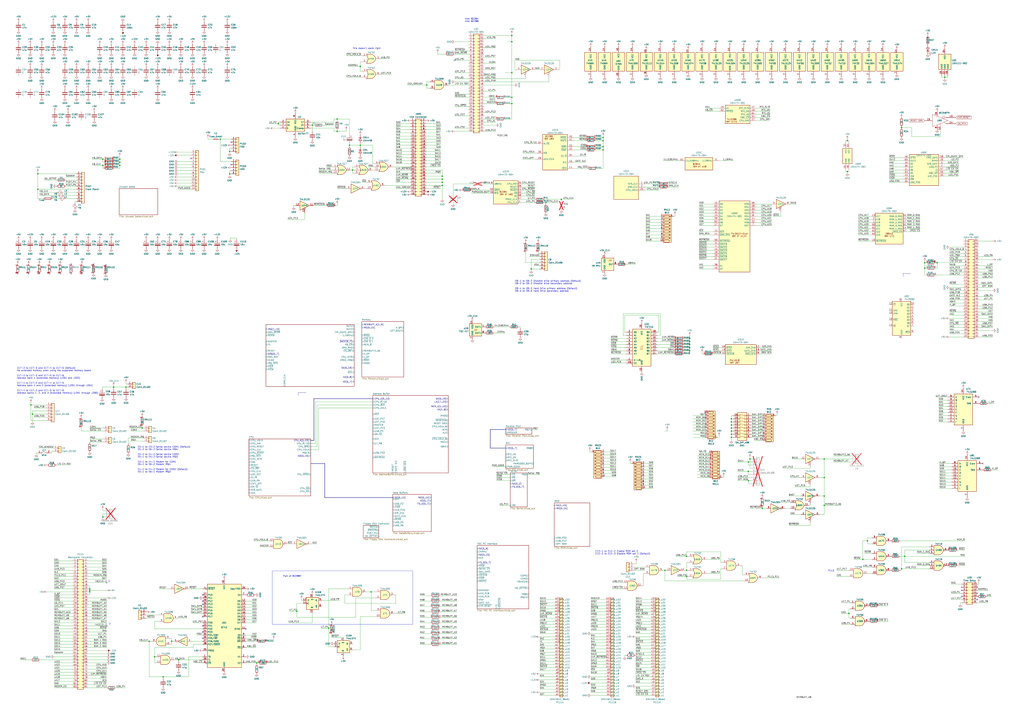
<source format=kicad_sch>
(kicad_sch (version 20230121) (generator eeschema)
  (paper "A1")
  (lib_symbols
    (symbol "+12V_1" (power) (pin_names (offset 0))
      (property "Value" "+12V_1" (at 0 3.556 0))
      (symbol "+12V_1_1_1"
        (pin power_in line (at 0 0 90) (length 0) hide (name "+12V") (number "1"))
      )
    )
    (symbol "+12V_2" (power) (pin_names (offset 0))
      (property "Value" "+12V_2" (at 0 3.556 0))
      (symbol "+12V_2_1_1"
        (pin power_in line (at 0 0 90) (length 0) hide (name "+12V") (number "1"))
      )
    )
    (symbol "+12V_3" (power) (pin_names (offset 0))
      (property "Value" "+12V_3" (at 0 3.556 0))
      (symbol "+12V_3_1_1"
        (pin power_in line (at 0 0 90) (length 0) hide (name "+12V") (number "1"))
      )
    )
    (symbol "+12V_4" (power) (pin_names (offset 0))
      (property "Value" "+12V_4" (at 0 3.556 0))
      (symbol "+12V_4_1_1"
        (pin power_in line (at 0 0 90) (length 0) hide (name "+12V") (number "1"))
      )
    )
    (symbol "-12V_1" (power) (pin_names (offset 0))
      (property "Value" "-12V_1" (at 0 3.81 0))
      (symbol "-12V_1_0_0"
        (pin power_in line (at 0 0 90) (length 0) hide (name "-12V") (number "1"))
      )
    )
    (symbol "-12V_2" (power) (pin_names (offset 0))
      (property "Value" "-12V_2" (at 0 3.81 0))
      (symbol "-12V_2_0_0"
        (pin power_in line (at 0 0 90) (length 0) hide (name "-12V") (number "1"))
      )
    )
    (symbol "104473-004_1"
      (property "Reference" "U" (at 0 -12.7 0))
      (property "Value" "104473-004" (at 1.27 -13.97 0))
      (symbol "104473-004_1_1_0"
        (pin output line (at 15.24 -8.89 180) (length 5.08) (name "ALE") (number "10"))
        (pin output line (at 15.24 -13.97 180) (length 5.08) (name "~{INTA}") (number "14"))
        (pin output line (at 15.24 1.27 180) (length 5.08) (name "~{IOWC}") (number "22"))
        (pin output line (at 15.24 3.81 180) (length 5.08) (name "~{IORC}") (number "23"))
        (pin input line (at -15.24 -6.35 0) (length 5.08) (name "AEN/CEN") (number "29"))
        (pin input line (at -15.24 -1.27 0) (length 5.08) (name "MB") (number "30"))
        (pin output line (at 15.24 -3.81 180) (length 5.08) (name "DT/~{R}") (number "34"))
        (pin output line (at 15.24 8.89 180) (length 5.08) (name "~{MWTC}") (number "41"))
        (pin output line (at 15.24 11.43 180) (length 5.08) (name "~{MRDC}") (number "45"))
        (pin input line (at -15.24 6.35 0) (length 5.08) (name "M/~{IO}") (number "54"))
      )
      (symbol "104473-004_1_1_1"
        (text "82288\nIBM U83" (at -5.08 11.43 0) (effects (font (size 1.27 1.27))))
      )
      (symbol "104473-004_1_2_0"
        (pin output line (at 12.7 2.54 180) (length 2.54) (name "~{READY}") (number "11"))
        (pin output line (at 12.7 -7.62 180) (length 2.54) (name "FPU_CLK") (number "4"))
        (pin output line (at 12.7 0 180) (length 2.54) (name "~{S0}") (number "40"))
        (pin output line (at 12.7 -5.08 180) (length 2.54) (name "PROC_CLK") (number "47"))
        (pin output line (at 12.7 -2.54 180) (length 2.54) (name "~{S1}") (number "58"))
        (pin input line (at -12.7 7.62 0) (length 2.54) (name "48MHz") (number "8"))
      )
      (symbol "104473-004_1_2_1"
        (text "82284\nIBM AT U82" (at -5.08 0 0) (effects (font (size 1.27 1.27)) (justify left)))
        (pin output line (at 12.7 7.62 180) (length 2.54) (name "CPU_RST") (number "26"))
        (pin output line (at 12.7 5.08 180) (length 2.54) (name "RESET") (number "28"))
        (pin input line (at -12.7 0 0) (length 2.54) (name "~{RES}") (number "56"))
        (pin input line (at -12.7 2.54 0) (length 2.54) (name "~{SRDY}") (number "62"))
      )
      (symbol "104473-004_1_3_0"
        (pin output line (at 17.78 -2.54 180) (length 5.08) (name "SYS_CLK") (number "1"))
        (pin output line (at 17.78 -5.08 180) (length 5.08) (name "DMA_CLK") (number "2"))
        (pin output line (at 17.78 -7.62 180) (length 5.08) (name "CPU_HOLD") (number "25"))
        (pin output line (at 17.78 0 180) (length 5.08) (name "1.19MHz") (number "5"))
        (pin input line (at -17.78 -1.27 0) (length 5.08) (name "14.318MHz") (number "61"))
      )
      (symbol "104473-004_1_4_0"
        (pin output line (at 17.78 5.08 180) (length 5.08) (name "DIR_245") (number "12"))
        (pin output line (at 17.78 2.54 180) (length 5.08) (name "GATE_245") (number "18"))
        (pin input line (at -17.78 2.54 0) (length 5.08) (name "~{AEN1}") (number "19"))
        (pin input line (at -17.78 0 0) (length 5.08) (name "~{IOCS16}") (number "52"))
        (pin input line (at -17.78 5.08 0) (length 5.08) (name "~{AEN2}") (number "59"))
      )
      (symbol "104473-004_1_4_1"
        (text "PAL16L8\nIBM AT U31" (at -5.08 -6.35 0) (effects (font (size 1.27 1.27))))
      )
      (symbol "104473-004_1_5_0"
        (pin power_in line (at -2.54 -11.43 90) (length 5.08) (name "GND") (number "16"))
        (pin power_in line (at 0 -11.43 90) (length 5.08) (name "GND") (number "32"))
        (pin power_in line (at 2.54 -11.43 90) (length 5.08) (name "GND") (number "48"))
        (pin power_in line (at 0 11.43 270) (length 5.08) (name "VCC") (number "64"))
      )
    )
    (symbol "104473-004_2"
      (property "Reference" "U" (at 0 -12.7 0))
      (property "Value" "104473-004" (at 1.27 -13.97 0))
      (symbol "104473-004_2_1_0"
        (pin output line (at 15.24 -8.89 180) (length 5.08) (name "ALE") (number "10"))
        (pin output line (at 15.24 -13.97 180) (length 5.08) (name "~{INTA}") (number "14"))
        (pin output line (at 15.24 1.27 180) (length 5.08) (name "~{IOWC}") (number "22"))
        (pin output line (at 15.24 3.81 180) (length 5.08) (name "~{IORC}") (number "23"))
        (pin input line (at -15.24 -6.35 0) (length 5.08) (name "AEN/CEN") (number "29"))
        (pin input line (at -15.24 -1.27 0) (length 5.08) (name "MB") (number "30"))
        (pin output line (at 15.24 -3.81 180) (length 5.08) (name "DT/~{R}") (number "34"))
        (pin output line (at 15.24 8.89 180) (length 5.08) (name "~{MWTC}") (number "41"))
        (pin output line (at 15.24 11.43 180) (length 5.08) (name "~{MRDC}") (number "45"))
        (pin input line (at -15.24 6.35 0) (length 5.08) (name "M/~{IO}") (number "54"))
      )
      (symbol "104473-004_2_1_1"
        (text "82288\nIBM U83" (at -5.08 11.43 0) (effects (font (size 1.27 1.27))))
      )
      (symbol "104473-004_2_2_0"
        (pin output line (at 15.24 2.54 180) (length 5.08) (name "~{READY}") (number "11"))
        (pin output line (at 15.24 -7.62 180) (length 5.08) (name "FPU_CLK") (number "4"))
        (pin output line (at 15.24 0 180) (length 5.08) (name "~{S0}") (number "40"))
        (pin output line (at 15.24 -5.08 180) (length 5.08) (name "PROC_CLK") (number "47"))
        (pin output line (at 15.24 -2.54 180) (length 5.08) (name "~{S1}") (number "58"))
        (pin input line (at -15.24 7.62 0) (length 5.08) (name "48MHz") (number "8"))
      )
      (symbol "104473-004_2_2_1"
        (text "82284\nIBM AT U82" (at -5.08 0 0) (effects (font (size 1.27 1.27)) (justify left)))
        (pin output line (at 15.24 7.62 180) (length 5.08) (name "CPU_RST") (number "26"))
        (pin output line (at 15.24 5.08 180) (length 5.08) (name "RESET") (number "28"))
        (pin input line (at -15.24 0 0) (length 5.08) (name "~{RES}") (number "56"))
        (pin input line (at -15.24 2.54 0) (length 5.08) (name "~{SRDY}") (number "62"))
      )
      (symbol "104473-004_2_3_0"
        (pin output line (at 16.51 2.54 180) (length 5.08) (name "1.19MHz") (number "5"))
        (pin input line (at -16.51 2.54 0) (length 5.08) (name "14.318MHz") (number "61"))
      )
      (symbol "104473-004_2_3_1"
        (text "8284A\nIBM AT U18" (at -5.08 -1.27 0) (effects (font (size 1.27 1.27)) (justify left)))
      )
      (symbol "104473-004_2_4_0"
        (pin output line (at 15.24 5.08 180) (length 2.54) (name "DIR_245") (number "12"))
        (pin output line (at 15.24 2.54 180) (length 2.54) (name "GATE_245") (number "18"))
        (pin input line (at -15.24 2.54 0) (length 2.54) (name "~{AEN1}") (number "19"))
        (pin input line (at -15.24 0 0) (length 2.54) (name "~{IOCS16}") (number "52"))
        (pin input line (at -15.24 5.08 0) (length 2.54) (name "~{AEN2}") (number "59"))
      )
      (symbol "104473-004_2_4_1"
        (text "PAL16L8\nIBM U87" (at -5.08 -6.35 0) (effects (font (size 1.27 1.27))))
        (pin output line (at 15.24 0 180) (length 2.54) (name "~{DMA_AEN}") (number "38"))
      )
      (symbol "104473-004_2_5_0"
        (pin output line (at 15.24 2.54 180) (length 5.08) (name "SYS_CLK") (number "1"))
        (pin output line (at 15.24 0 180) (length 5.08) (name "DMA_CLK") (number "2"))
        (pin output line (at 15.24 -2.54 180) (length 5.08) (name "CPU_HOLD") (number "25"))
      )
      (symbol "104473-004_2_6_0"
        (pin power_in line (at -2.54 -11.43 90) (length 5.08) (name "GND") (number "16"))
        (pin power_in line (at 0 -11.43 90) (length 5.08) (name "GND") (number "32"))
        (pin power_in line (at 2.54 -11.43 90) (length 5.08) (name "GND") (number "48"))
        (pin power_in line (at 0 11.43 270) (length 5.08) (name "VCC") (number "64"))
      )
    )
    (symbol "104473-004_3"
      (property "Reference" "U" (at 0 -15.24 0))
      (property "Value" "104473-004" (at 1.27 -16.51 0))
      (symbol "104473-004_3_1_0"
        (pin output line (at 15.24 -8.89 180) (length 5.08) (name "ALE") (number "10"))
        (pin output line (at 15.24 -13.97 180) (length 5.08) (name "~{INTA}") (number "14"))
        (pin output line (at 15.24 1.27 180) (length 5.08) (name "~{IOWC}") (number "22"))
        (pin output line (at 15.24 3.81 180) (length 5.08) (name "~{IORC}") (number "23"))
        (pin input line (at -15.24 -6.35 0) (length 5.08) (name "AEN/CEN") (number "29"))
        (pin input line (at -15.24 -1.27 0) (length 5.08) (name "MB") (number "30"))
        (pin output line (at 15.24 -3.81 180) (length 5.08) (name "DT/~{R}") (number "34"))
        (pin output line (at 15.24 8.89 180) (length 5.08) (name "~{MWTC}") (number "41"))
        (pin output line (at 15.24 11.43 180) (length 5.08) (name "~{MRDC}") (number "45"))
        (pin input line (at -15.24 6.35 0) (length 5.08) (name "M/~{IO}") (number "54"))
      )
      (symbol "104473-004_3_1_1"
        (text "82288\nIBM U83" (at -5.08 11.43 0) (effects (font (size 1.27 1.27))))
      )
      (symbol "104473-004_3_2_0"
        (pin output line (at 12.7 -2.54 180) (length 2.54) (name "~{READY}") (number "11"))
        (pin output line (at 12.7 -5.08 180) (length 2.54) (name "~{S0}") (number "40"))
        (pin output line (at 12.7 -7.62 180) (length 2.54) (name "~{S1}") (number "58"))
      )
      (symbol "104473-004_3_2_1"
        (text "82284\nIBM AT U82" (at -8.89 -6.35 0) (effects (font (size 1.27 1.27)) (justify left)))
        (pin output line (at 12.7 2.54 180) (length 2.54) (name "CPU_RST") (number "26"))
        (pin output line (at 12.7 0 180) (length 2.54) (name "RESET") (number "28"))
        (pin input line (at -12.7 5.08 0) (length 2.54) (name "~{RES}") (number "56"))
        (pin output line (at 12.7 5.08 180) (length 2.54) (name "OWS_~{SRDY}") (number "62"))
      )
      (symbol "104473-004_3_3_0"
        (pin output line (at 17.78 -2.54 180) (length 5.08) (name "SYS_CLK") (number "1"))
        (pin output line (at 17.78 -5.08 180) (length 5.08) (name "DMA_CLK") (number "2"))
        (pin output line (at 17.78 -7.62 180) (length 5.08) (name "CPU_HOLD") (number "25"))
        (pin output line (at 17.78 2.54 180) (length 5.08) (name "FPU_CLK") (number "4"))
        (pin output line (at 17.78 5.08 180) (length 5.08) (name "PROC_CLK") (number "47"))
        (pin output line (at 17.78 0 180) (length 5.08) (name "1.19MHz") (number "5"))
        (pin input line (at -17.78 -1.27 0) (length 5.08) (name "14.318MHz") (number "61"))
        (pin input line (at -17.78 5.08 0) (length 5.08) (name "48MHz") (number "8"))
      )
      (symbol "104473-004_3_4_0"
        (pin output line (at 17.78 5.08 180) (length 5.08) (name "DIR_245") (number "12"))
        (pin output line (at 17.78 2.54 180) (length 5.08) (name "GATE_245") (number "18"))
        (pin input line (at -17.78 2.54 0) (length 5.08) (name "~{AEN1}") (number "19"))
        (pin input line (at -17.78 0 0) (length 5.08) (name "~{IOCS16}") (number "52"))
        (pin input line (at -17.78 5.08 0) (length 5.08) (name "~{AEN2}") (number "59"))
      )
      (symbol "104473-004_3_4_1"
        (text "PAL16L8\nIBM AT U31" (at -5.08 -6.35 0) (effects (font (size 1.27 1.27))))
      )
      (symbol "104473-004_3_5_0"
        (pin power_in line (at -2.54 -11.43 90) (length 5.08) (name "GND") (number "16"))
        (pin power_in line (at 0 -11.43 90) (length 5.08) (name "GND") (number "32"))
        (pin power_in line (at 2.54 -11.43 90) (length 5.08) (name "GND") (number "48"))
        (pin power_in line (at 0 11.43 270) (length 5.08) (name "VCC") (number "64"))
      )
    )
    (symbol "104474-001_1"
      (property "Reference" "U" (at -1.27 -8.89 0))
      (property "Value" "104474-001" (at 46.99 -8.89 0))
      (symbol "104474-001_1_1_0"
        (pin output line (at 16.51 7.62 180) (length 5.08) (name "FPU_IRQ") (number "1"))
        (pin input line (at -16.51 7.62 0) (length 5.08) (name "FPU_ERROR") (number "24"))
        (pin output line (at 16.51 5.08 180) (length 5.08) (name "~{BUSY_286}") (number "25"))
        (pin input line (at -16.51 5.08 0) (length 5.08) (name "FPU_~{BUSY}") (number "26"))
        (pin output line (at 16.51 0 180) (length 5.08) (name "RESET_287") (number "33"))
        (pin input line (at -16.51 -7.62 0) (length 5.08) (name "RESET") (number "37"))
        (pin output line (at 16.51 -5.08 180) (length 5.08) (name "NPCS") (number "41"))
        (pin input line (at -16.51 2.54 0) (length 5.08) (name "~{CS_287}") (number "50"))
        (pin input line (at -16.51 -2.54 0) (length 5.08) (name "~{INTA}") (number "51"))
        (pin input line (at -16.51 -5.08 0) (length 5.08) (name "SM/IO") (number "9"))
      )
      (symbol "104474-001_1_1_1"
        (text "PAL 16L8A\nIBM U130" (at 0 -3.81 0) (effects (font (size 1.27 1.27))))
      )
      (symbol "104474-001_1_2_0"
        (pin input line (at -15.24 5.08 0) (length 5.08) (name "A4") (number "19"))
        (pin output line (at 15.24 -5.08 180) (length 5.08) (name "CPU_NMI") (number "27"))
        (pin output line (at 15.24 5.08 180) (length 5.08) (name "RTC_R/~{W}") (number "47"))
        (pin output line (at 15.24 2.54 180) (length 5.08) (name "RTC_DS") (number "49"))
        (pin input line (at -15.24 2.54 0) (length 5.08) (name "~{PPICS}") (number "52"))
        (pin output line (at 15.24 -2.54 180) (length 5.08) (name "KBC_~{CS}") (number "54"))
        (pin output line (at 15.24 0 180) (length 5.08) (name "RTC_AS") (number "61"))
      )
      (symbol "104474-001_1_2_1"
        (text "74LS288\nIBM U115" (at -5.08 -5.08 0) (effects (font (size 1.27 1.27))))
      )
      (symbol "104474-001_1_3_0"
        (pin input line (at -16.51 0 0) (length 5.08) (name "A8") (number "11"))
        (pin output line (at 17.78 2.54 180) (length 5.08) (name "U50_P2") (number "2"))
        (pin output line (at 17.78 7.62 180) (length 5.08) (name "SPKR") (number "20"))
        (pin output line (at 17.78 5.08 180) (length 5.08) (name "A20_GATE") (number "3"))
        (pin input line (at -16.51 -10.16 0) (length 5.08) (name "U50_P35") (number "35"))
        (pin input line (at -16.51 2.54 0) (length 5.08) (name "A3") (number "36"))
        (pin input line (at -16.51 -7.62 0) (length 5.08) (name "~{IOR}") (number "42"))
        (pin input line (at -16.51 -5.08 0) (length 5.08) (name "IOW") (number "43"))
        (pin input line (at -16.51 5.08 0) (length 5.08) (name "A0") (number "45"))
        (pin input line (at -16.51 10.16 0) (length 5.08) (name "~{AEN1}") (number "46"))
        (pin input line (at -16.51 -2.54 0) (length 5.08) (name "A9") (number "53"))
        (pin output line (at 17.78 -2.54 180) (length 5.08) (name "KBC_~{WR}") (number "55"))
        (pin output line (at 17.78 -5.08 180) (length 5.08) (name "U31_P31") (number "55"))
        (pin output line (at 17.78 0 180) (length 5.08) (name "IO") (number "57"))
        (pin output line (at 17.78 10.16 180) (length 5.08) (name "TIME_GATE") (number "58"))
        (pin input line (at -16.51 7.62 0) (length 5.08) (name "OUT2") (number "60"))
      )
      (symbol "104474-001_1_4_0"
        (pin bidirectional line (at -17.78 26.67 0) (length 5.08) (name "D0") (number "10"))
        (pin input line (at -17.78 3.81 0) (length 5.08) (name "~{ACK}") (number "12"))
        (pin bidirectional line (at -17.78 16.51 0) (length 5.08) (name "D4") (number "13"))
        (pin output line (at 17.78 13.97 180) (length 5.08) (name "MD5") (number "14"))
        (pin input line (at -17.78 -11.43 0) (length 5.08) (name "~{DACK3}") (number "15"))
        (pin bidirectional line (at -17.78 8.89 0) (length 5.08) (name "D7") (number "17"))
        (pin input line (at -17.78 -13.97 0) (length 5.08) (name "~{DACK4}") (number "18"))
        (pin input line (at -17.78 -19.05 0) (length 5.08) (name "~{DACK7}") (number "21"))
        (pin output line (at 17.78 11.43 180) (length 5.08) (name "MD6") (number "22"))
        (pin bidirectional line (at -17.78 21.59 0) (length 5.08) (name "D2") (number "23"))
        (pin output line (at 17.78 24.13 180) (length 5.08) (name "MD1") (number "28"))
        (pin input line (at -17.78 -16.51 0) (length 5.08) (name "~{DACK6}") (number "29"))
        (pin output line (at 17.78 21.59 180) (length 5.08) (name "MD2") (number "30"))
        (pin output line (at 17.78 19.05 180) (length 5.08) (name "MD3") (number "31"))
        (pin input line (at -17.78 -24.13 0) (length 5.08) (name "A1") (number "38"))
        (pin bidirectional line (at -17.78 13.97 0) (length 5.08) (name "D5") (number "39"))
        (pin input line (at -17.78 -8.89 0) (length 5.08) (name "~{DACK2}") (number "4"))
        (pin input line (at -17.78 -26.67 0) (length 5.08) (name "A2") (number "40"))
        (pin input line (at -17.78 1.27 0) (length 5.08) (name "~{DMA_REG}") (number "44"))
        (pin input line (at -17.78 -6.35 0) (length 5.08) (name "~{DACK0}") (number "5"))
        (pin output line (at 17.78 26.67 180) (length 5.08) (name "MD0") (number "56"))
        (pin input line (at -17.78 -3.81 0) (length 5.08) (name "~{REFRESH}") (number "59"))
        (pin bidirectional line (at -17.78 19.05 0) (length 5.08) (name "D3") (number "6"))
        (pin bidirectional line (at -17.78 11.43 0) (length 5.08) (name "D6") (number "62"))
        (pin bidirectional line (at -17.78 24.13 0) (length 5.08) (name "D1") (number "63"))
        (pin output line (at 17.78 8.89 180) (length 5.08) (name "MD7") (number "7"))
        (pin output line (at 17.78 16.51 180) (length 5.08) (name "MD4") (number "8"))
      )
      (symbol "104474-001_1_4_1"
        (text "74LS612+Glue\nIBM AT U124" (at 3.81 1.27 0) (effects (font (size 1.27 1.27))))
      )
      (symbol "104474-001_1_5_0"
        (pin power_in line (at -1.27 -11.43 90) (length 5.08) (name "GND") (number "16"))
        (pin power_in line (at -1.27 11.43 270) (length 5.08) (name "VCC") (number "32"))
        (pin power_in line (at 1.27 -11.43 90) (length 5.08) (name "GND") (number "48"))
        (pin power_in line (at 1.27 11.43 270) (length 5.08) (name "VCC") (number "64"))
      )
    )
    (symbol "74xx:74LS00" (pin_names (offset 1.016))
      (property "Reference" "U" (at 0 1.27 0))
      (property "Value" "74LS00" (at 0 -1.27 0))
      (symbol "74LS00_1_1"
        (pin input line (at -7.62 2.54 0) (length 3.81) (name "~") (number "1"))
        (pin input line (at -7.62 -2.54 0) (length 3.81) (name "~") (number "2"))
        (pin output inverted (at 7.62 0 180) (length 3.81) (name "~") (number "3"))
      )
      (symbol "74LS00_1_2"
        (pin input inverted (at -7.62 2.54 0) (length 4.318) (name "~") (number "1"))
        (pin input inverted (at -7.62 -2.54 0) (length 4.318) (name "~") (number "2"))
        (pin output line (at 7.62 0 180) (length 3.81) (name "~") (number "3"))
      )
      (symbol "74LS00_2_1"
        (pin input line (at -7.62 2.54 0) (length 3.81) (name "~") (number "4"))
        (pin input line (at -7.62 -2.54 0) (length 3.81) (name "~") (number "5"))
        (pin output inverted (at 7.62 0 180) (length 3.81) (name "~") (number "6"))
      )
      (symbol "74LS00_2_2"
        (pin input inverted (at -7.62 2.54 0) (length 4.318) (name "~") (number "4"))
        (pin input inverted (at -7.62 -2.54 0) (length 4.318) (name "~") (number "5"))
        (pin output line (at 7.62 0 180) (length 3.81) (name "~") (number "6"))
      )
      (symbol "74LS00_3_1"
        (pin input line (at -7.62 -2.54 0) (length 3.81) (name "~") (number "10"))
        (pin output inverted (at 7.62 0 180) (length 3.81) (name "~") (number "8"))
        (pin input line (at -7.62 2.54 0) (length 3.81) (name "~") (number "9"))
      )
      (symbol "74LS00_3_2"
        (pin input inverted (at -7.62 -2.54 0) (length 4.318) (name "~") (number "10"))
        (pin output line (at 7.62 0 180) (length 3.81) (name "~") (number "8"))
        (pin input inverted (at -7.62 2.54 0) (length 4.318) (name "~") (number "9"))
      )
      (symbol "74LS00_4_1"
        (pin output inverted (at 7.62 0 180) (length 3.81) (name "~") (number "11"))
        (pin input line (at -7.62 2.54 0) (length 3.81) (name "~") (number "12"))
        (pin input line (at -7.62 -2.54 0) (length 3.81) (name "~") (number "13"))
      )
      (symbol "74LS00_4_2"
        (pin output line (at 7.62 0 180) (length 3.81) (name "~") (number "11"))
        (pin input inverted (at -7.62 2.54 0) (length 4.318) (name "~") (number "12"))
        (pin input inverted (at -7.62 -2.54 0) (length 4.318) (name "~") (number "13"))
      )
      (symbol "74LS00_5_0"
        (pin power_in line (at 0 12.7 270) (length 5.08) (name "VCC") (number "14"))
        (pin power_in line (at 0 -12.7 90) (length 5.08) (name "GND") (number "7"))
      )
    )
    (symbol "74xx:74LS04"
      (property "Reference" "U" (at 0 1.27 0))
      (property "Value" "74LS04" (at 0 -1.27 0))
      (symbol "74LS04_1_0"
        (pin input line (at -7.62 0 0) (length 3.81) (name "~") (number "1"))
        (pin output inverted (at 7.62 0 180) (length 3.81) (name "~") (number "2"))
      )
      (symbol "74LS04_2_0"
        (pin input line (at -7.62 0 0) (length 3.81) (name "~") (number "3"))
        (pin output inverted (at 7.62 0 180) (length 3.81) (name "~") (number "4"))
      )
      (symbol "74LS04_3_0"
        (pin input line (at -7.62 0 0) (length 3.81) (name "~") (number "5"))
        (pin output inverted (at 7.62 0 180) (length 3.81) (name "~") (number "6"))
      )
      (symbol "74LS04_4_0"
        (pin output inverted (at 7.62 0 180) (length 3.81) (name "~") (number "8"))
        (pin input line (at -7.62 0 0) (length 3.81) (name "~") (number "9"))
      )
      (symbol "74LS04_5_0"
        (pin output inverted (at 7.62 0 180) (length 3.81) (name "~") (number "10"))
        (pin input line (at -7.62 0 0) (length 3.81) (name "~") (number "11"))
      )
      (symbol "74LS04_6_0"
        (pin output inverted (at 7.62 0 180) (length 3.81) (name "~") (number "12"))
        (pin input line (at -7.62 0 0) (length 3.81) (name "~") (number "13"))
      )
      (symbol "74LS04_7_0"
        (pin power_in line (at 0 12.7 270) (length 5.08) (name "VCC") (number "14"))
        (pin power_in line (at 0 -12.7 90) (length 5.08) (name "GND") (number "7"))
      )
    )
    (symbol "74xx:74LS05" (pin_names (offset 1.016))
      (property "Reference" "U" (at 0 1.27 0))
      (property "Value" "74LS05" (at 0 -1.27 0))
      (symbol "74LS05_1_0"
        (pin input line (at -7.62 0 0) (length 3.81) (name "~") (number "1"))
        (pin open_collector inverted (at 7.62 0 180) (length 3.81) (name "~") (number "2"))
      )
      (symbol "74LS05_2_0"
        (pin input line (at -7.62 0 0) (length 3.81) (name "~") (number "3"))
        (pin open_collector inverted (at 7.62 0 180) (length 3.81) (name "~") (number "4"))
      )
      (symbol "74LS05_3_0"
        (pin input line (at -7.62 0 0) (length 3.81) (name "~") (number "5"))
        (pin open_collector inverted (at 7.62 0 180) (length 3.81) (name "~") (number "6"))
      )
      (symbol "74LS05_4_0"
        (pin open_collector inverted (at 7.62 0 180) (length 3.81) (name "~") (number "8"))
        (pin input line (at -7.62 0 0) (length 3.81) (name "~") (number "9"))
      )
      (symbol "74LS05_5_0"
        (pin open_collector inverted (at 7.62 0 180) (length 3.81) (name "~") (number "10"))
        (pin input line (at -7.62 0 0) (length 3.81) (name "~") (number "11"))
      )
      (symbol "74LS05_6_0"
        (pin open_collector inverted (at 7.62 0 180) (length 3.81) (name "~") (number "12"))
        (pin input line (at -7.62 0 0) (length 3.81) (name "~") (number "13"))
      )
      (symbol "74LS05_7_0"
        (pin power_in line (at 0 12.7 270) (length 5.08) (name "VCC") (number "14"))
        (pin power_in line (at 0 -12.7 90) (length 5.08) (name "GND") (number "7"))
      )
    )
    (symbol "74xx:74LS06N" (pin_names (offset 1.016))
      (property "Reference" "U" (at 0 1.27 0))
      (property "Value" "74LS06N" (at 0 -1.27 0))
      (symbol "74LS06N_1_0"
        (pin input line (at -7.62 0 0) (length 3.81) (name "~") (number "1"))
        (pin open_collector inverted (at 7.62 0 180) (length 3.81) (name "~") (number "2"))
      )
      (symbol "74LS06N_2_0"
        (pin input line (at -7.62 0 0) (length 3.81) (name "~") (number "3"))
        (pin open_collector inverted (at 7.62 0 180) (length 3.81) (name "~") (number "4"))
      )
      (symbol "74LS06N_3_0"
        (pin input line (at -7.62 0 0) (length 3.81) (name "~") (number "5"))
        (pin open_collector inverted (at 7.62 0 180) (length 3.81) (name "~") (number "6"))
      )
      (symbol "74LS06N_4_0"
        (pin open_collector inverted (at 7.62 0 180) (length 3.81) (name "~") (number "8"))
        (pin input line (at -7.62 0 0) (length 3.81) (name "~") (number "9"))
      )
      (symbol "74LS06N_5_0"
        (pin open_collector inverted (at 7.62 0 180) (length 3.81) (name "~") (number "10"))
        (pin input line (at -7.62 0 0) (length 3.81) (name "~") (number "11"))
      )
      (symbol "74LS06N_6_0"
        (pin open_collector inverted (at 7.62 0 180) (length 3.81) (name "~") (number "12"))
        (pin input line (at -7.62 0 0) (length 3.81) (name "~") (number "13"))
      )
      (symbol "74LS06N_7_0"
        (pin power_in line (at 0 12.7 270) (length 5.08) (name "VCC") (number "14"))
        (pin power_in line (at 0 -12.7 90) (length 5.08) (name "GND") (number "7"))
      )
    )
    (symbol "74xx:74LS08" (pin_names (offset 1.016))
      (property "Reference" "U" (at 0 1.27 0))
      (property "Value" "74LS08" (at 0 -1.27 0))
      (symbol "74LS08_1_1"
        (pin input line (at -7.62 2.54 0) (length 3.81) (name "~") (number "1"))
        (pin input line (at -7.62 -2.54 0) (length 3.81) (name "~") (number "2"))
        (pin output line (at 7.62 0 180) (length 3.81) (name "~") (number "3"))
      )
      (symbol "74LS08_1_2"
        (pin input inverted (at -7.62 2.54 0) (length 4.318) (name "~") (number "1"))
        (pin input inverted (at -7.62 -2.54 0) (length 4.318) (name "~") (number "2"))
        (pin output inverted (at 7.62 0 180) (length 3.81) (name "~") (number "3"))
      )
      (symbol "74LS08_2_1"
        (pin input line (at -7.62 2.54 0) (length 3.81) (name "~") (number "4"))
        (pin input line (at -7.62 -2.54 0) (length 3.81) (name "~") (number "5"))
        (pin output line (at 7.62 0 180) (length 3.81) (name "~") (number "6"))
      )
      (symbol "74LS08_2_2"
        (pin input inverted (at -7.62 2.54 0) (length 4.318) (name "~") (number "4"))
        (pin input inverted (at -7.62 -2.54 0) (length 4.318) (name "~") (number "5"))
        (pin output inverted (at 7.62 0 180) (length 3.81) (name "~") (number "6"))
      )
      (symbol "74LS08_3_1"
        (pin input line (at -7.62 -2.54 0) (length 3.81) (name "~") (number "10"))
        (pin output line (at 7.62 0 180) (length 3.81) (name "~") (number "8"))
        (pin input line (at -7.62 2.54 0) (length 3.81) (name "~") (number "9"))
      )
      (symbol "74LS08_3_2"
        (pin input inverted (at -7.62 -2.54 0) (length 4.318) (name "~") (number "10"))
        (pin output inverted (at 7.62 0 180) (length 3.81) (name "~") (number "8"))
        (pin input inverted (at -7.62 2.54 0) (length 4.318) (name "~") (number "9"))
      )
      (symbol "74LS08_4_1"
        (pin output line (at 7.62 0 180) (length 3.81) (name "~") (number "11"))
        (pin input line (at -7.62 2.54 0) (length 3.81) (name "~") (number "12"))
        (pin input line (at -7.62 -2.54 0) (length 3.81) (name "~") (number "13"))
      )
      (symbol "74LS08_4_2"
        (pin output inverted (at 7.62 0 180) (length 3.81) (name "~") (number "11"))
        (pin input inverted (at -7.62 2.54 0) (length 4.318) (name "~") (number "12"))
        (pin input inverted (at -7.62 -2.54 0) (length 4.318) (name "~") (number "13"))
      )
      (symbol "74LS08_5_0"
        (pin power_in line (at 0 12.7 270) (length 5.08) (name "VCC") (number "14"))
        (pin power_in line (at 0 -12.7 90) (length 5.08) (name "GND") (number "7"))
      )
    )
    (symbol "74xx:74LS09" (pin_names (offset 1.016))
      (property "Reference" "U" (at 0 1.27 0))
      (property "Value" "74LS09" (at 0 -1.27 0))
      (symbol "74LS09_1_1"
        (pin input line (at -7.62 2.54 0) (length 3.81) (name "~") (number "1"))
        (pin input line (at -7.62 -2.54 0) (length 3.81) (name "~") (number "2"))
        (pin open_collector line (at 7.62 0 180) (length 3.81) (name "~") (number "3"))
      )
      (symbol "74LS09_1_2"
        (pin input inverted (at -7.62 2.54 0) (length 4.318) (name "~") (number "1"))
        (pin input inverted (at -7.62 -2.54 0) (length 4.318) (name "~") (number "2"))
        (pin output inverted (at 7.62 0 180) (length 3.81) (name "~") (number "3"))
      )
      (symbol "74LS09_2_1"
        (pin input line (at -7.62 2.54 0) (length 3.81) (name "~") (number "4"))
        (pin input line (at -7.62 -2.54 0) (length 3.81) (name "~") (number "5"))
        (pin open_collector line (at 7.62 0 180) (length 3.81) (name "~") (number "6"))
      )
      (symbol "74LS09_2_2"
        (pin input inverted (at -7.62 2.54 0) (length 4.318) (name "~") (number "4"))
        (pin input inverted (at -7.62 -2.54 0) (length 4.318) (name "~") (number "5"))
        (pin output inverted (at 7.62 0 180) (length 3.81) (name "~") (number "6"))
      )
      (symbol "74LS09_3_1"
        (pin input line (at -7.62 -2.54 0) (length 3.81) (name "~") (number "10"))
        (pin open_collector line (at 7.62 0 180) (length 3.81) (name "~") (number "8"))
        (pin input line (at -7.62 2.54 0) (length 3.81) (name "~") (number "9"))
      )
      (symbol "74LS09_3_2"
        (pin input inverted (at -7.62 -2.54 0) (length 4.318) (name "~") (number "10"))
        (pin output inverted (at 7.62 0 180) (length 3.81) (name "~") (number "8"))
        (pin input inverted (at -7.62 2.54 0) (length 4.318) (name "~") (number "9"))
      )
      (symbol "74LS09_4_1"
        (pin open_collector line (at 7.62 0 180) (length 3.81) (name "~") (number "11"))
        (pin input line (at -7.62 2.54 0) (length 3.81) (name "~") (number "12"))
        (pin input line (at -7.62 -2.54 0) (length 3.81) (name "~") (number "13"))
      )
      (symbol "74LS09_4_2"
        (pin output inverted (at 7.62 0 180) (length 3.81) (name "~") (number "11"))
        (pin input inverted (at -7.62 2.54 0) (length 4.318) (name "~") (number "12"))
        (pin input inverted (at -7.62 -2.54 0) (length 4.318) (name "~") (number "13"))
      )
      (symbol "74LS09_5_0"
        (pin power_in line (at 0 12.7 270) (length 5.08) (name "VCC") (number "14"))
        (pin power_in line (at 0 -12.7 90) (length 5.08) (name "GND") (number "7"))
      )
    )
    (symbol "74xx:74LS10" (pin_names (offset 1.016))
      (property "Reference" "U" (at 0 1.27 0))
      (property "Value" "74LS10" (at 0 -1.27 0))
      (symbol "74LS10_1_1"
        (pin input line (at -7.62 2.54 0) (length 3.81) (name "~") (number "1"))
        (pin output inverted (at 7.62 0 180) (length 3.81) (name "~") (number "12"))
        (pin input line (at -7.62 -2.54 0) (length 3.81) (name "~") (number "13"))
        (pin input line (at -7.62 0 0) (length 3.81) (name "~") (number "2"))
      )
      (symbol "74LS10_1_2"
        (pin input inverted (at -7.62 2.54 0) (length 4.318) (name "~") (number "1"))
        (pin output line (at 7.62 0 180) (length 3.81) (name "~") (number "12"))
        (pin input inverted (at -7.62 -2.54 0) (length 4.318) (name "~") (number "13"))
        (pin input inverted (at -7.62 0 0) (length 4.953) (name "~") (number "2"))
      )
      (symbol "74LS10_2_1"
        (pin input line (at -7.62 2.54 0) (length 3.81) (name "~") (number "3"))
        (pin input line (at -7.62 0 0) (length 3.81) (name "~") (number "4"))
        (pin input line (at -7.62 -2.54 0) (length 3.81) (name "~") (number "5"))
        (pin output inverted (at 7.62 0 180) (length 3.81) (name "~") (number "6"))
      )
      (symbol "74LS10_2_2"
        (pin input inverted (at -7.62 2.54 0) (length 4.318) (name "~") (number "3"))
        (pin input inverted (at -7.62 0 0) (length 4.953) (name "~") (number "4"))
        (pin input inverted (at -7.62 -2.54 0) (length 4.318) (name "~") (number "5"))
        (pin output line (at 7.62 0 180) (length 3.81) (name "~") (number "6"))
      )
      (symbol "74LS10_3_1"
        (pin input line (at -7.62 0 0) (length 3.81) (name "~") (number "10"))
        (pin input line (at -7.62 -2.54 0) (length 3.81) (name "~") (number "11"))
        (pin output inverted (at 7.62 0 180) (length 3.81) (name "~") (number "8"))
        (pin input line (at -7.62 2.54 0) (length 3.81) (name "~") (number "9"))
      )
      (symbol "74LS10_3_2"
        (pin input inverted (at -7.62 0 0) (length 4.953) (name "~") (number "10"))
        (pin input inverted (at -7.62 -2.54 0) (length 4.318) (name "~") (number "11"))
        (pin output line (at 7.62 0 180) (length 3.81) (name "~") (number "8"))
        (pin input inverted (at -7.62 2.54 0) (length 4.318) (name "~") (number "9"))
      )
      (symbol "74LS10_4_0"
        (pin power_in line (at 0 12.7 270) (length 5.08) (name "VCC") (number "14"))
        (pin power_in line (at 0 -12.7 90) (length 5.08) (name "GND") (number "7"))
      )
    )
    (symbol "74xx:74LS112" (pin_names (offset 1.016))
      (property "Reference" "U" (at -7.62 8.89 0))
      (property "Value" "74LS112" (at -7.62 -8.89 0))
      (symbol "74LS112_1_0"
        (pin input clock (at -7.62 0 0) (length 2.54) (name "C") (number "1"))
        (pin input line (at 0 -7.62 90) (length 2.54) (name "~{R}") (number "15"))
        (pin input line (at -7.62 -2.54 0) (length 2.54) (name "K") (number "2"))
        (pin input line (at -7.62 2.54 0) (length 2.54) (name "J") (number "3"))
        (pin input line (at 0 7.62 270) (length 2.54) (name "~{S}") (number "4"))
        (pin output line (at 7.62 2.54 180) (length 2.54) (name "Q") (number "5"))
        (pin output line (at 7.62 -2.54 180) (length 2.54) (name "~{Q}") (number "6"))
      )
      (symbol "74LS112_2_0"
        (pin input line (at 0 7.62 270) (length 2.54) (name "~{S}") (number "10"))
        (pin input line (at -7.62 2.54 0) (length 2.54) (name "J") (number "11"))
        (pin input line (at -7.62 -2.54 0) (length 2.54) (name "K") (number "12"))
        (pin input clock (at -7.62 0 0) (length 2.54) (name "C") (number "13"))
        (pin input line (at 0 -7.62 90) (length 2.54) (name "~{R}") (number "14"))
        (pin output line (at 7.62 -2.54 180) (length 2.54) (name "~{Q}") (number "7"))
        (pin output line (at 7.62 2.54 180) (length 2.54) (name "Q") (number "9"))
      )
      (symbol "74LS112_3_0"
        (pin power_in line (at 0 10.16 270) (length 2.54) (name "VCC") (number "16"))
        (pin power_in line (at 0 -10.16 90) (length 2.54) (name "GND") (number "8"))
      )
    )
    (symbol "74xx:74LS125" (pin_names (offset 1.016))
      (property "Reference" "U" (at 0 1.27 0))
      (property "Value" "74LS125" (at 0 -1.27 0))
      (symbol "74LS125_1_0"
        (pin input inverted (at 0 -6.35 90) (length 4.445) (name "~") (number "1"))
        (pin input line (at -7.62 0 0) (length 3.81) (name "~") (number "2"))
        (pin tri_state line (at 7.62 0 180) (length 3.81) (name "~") (number "3"))
      )
      (symbol "74LS125_2_0"
        (pin input inverted (at 0 -6.35 90) (length 4.445) (name "~") (number "4"))
        (pin input line (at -7.62 0 0) (length 3.81) (name "~") (number "5"))
        (pin tri_state line (at 7.62 0 180) (length 3.81) (name "~") (number "6"))
      )
      (symbol "74LS125_3_0"
        (pin input inverted (at 0 -6.35 90) (length 4.445) (name "~") (number "10"))
        (pin tri_state line (at 7.62 0 180) (length 3.81) (name "~") (number "8"))
        (pin input line (at -7.62 0 0) (length 3.81) (name "~") (number "9"))
      )
      (symbol "74LS125_4_0"
        (pin tri_state line (at 7.62 0 180) (length 3.81) (name "~") (number "11"))
        (pin input line (at -7.62 0 0) (length 3.81) (name "~") (number "12"))
        (pin input inverted (at 0 -6.35 90) (length 4.445) (name "~") (number "13"))
      )
      (symbol "74LS125_5_0"
        (pin power_in line (at 0 12.7 270) (length 5.08) (name "VCC") (number "14"))
        (pin power_in line (at 0 -12.7 90) (length 5.08) (name "GND") (number "7"))
      )
    )
    (symbol "74xx:74LS14" (pin_names (offset 1.016))
      (property "Reference" "U" (at 0 1.27 0))
      (property "Value" "74LS14" (at 0 -1.27 0))
      (symbol "74LS14_1_0"
        (pin input line (at -7.62 0 0) (length 3.81) (name "~") (number "1"))
        (pin output inverted (at 7.62 0 180) (length 3.81) (name "~") (number "2"))
      )
      (symbol "74LS14_2_0"
        (pin input line (at -7.62 0 0) (length 3.81) (name "~") (number "3"))
        (pin output inverted (at 7.62 0 180) (length 3.81) (name "~") (number "4"))
      )
      (symbol "74LS14_3_0"
        (pin input line (at -7.62 0 0) (length 3.81) (name "~") (number "5"))
        (pin output inverted (at 7.62 0 180) (length 3.81) (name "~") (number "6"))
      )
      (symbol "74LS14_4_0"
        (pin output inverted (at 7.62 0 180) (length 3.81) (name "~") (number "8"))
        (pin input line (at -7.62 0 0) (length 3.81) (name "~") (number "9"))
      )
      (symbol "74LS14_5_0"
        (pin output inverted (at 7.62 0 180) (length 3.81) (name "~") (number "10"))
        (pin input line (at -7.62 0 0) (length 3.81) (name "~") (number "11"))
      )
      (symbol "74LS14_6_0"
        (pin output inverted (at 7.62 0 180) (length 3.81) (name "~") (number "12"))
        (pin input line (at -7.62 0 0) (length 3.81) (name "~") (number "13"))
      )
      (symbol "74LS14_7_0"
        (pin power_in line (at 0 12.7 270) (length 5.08) (name "VCC") (number "14"))
        (pin power_in line (at 0 -12.7 90) (length 5.08) (name "GND") (number "7"))
      )
    )
    (symbol "74xx:74LS245" (pin_names (offset 1.016))
      (property "Reference" "U" (at -7.62 16.51 0))
      (property "Value" "74LS245" (at -7.62 -16.51 0))
      (symbol "74LS245_1_0"
        (pin input line (at -12.7 -10.16 0) (length 5.08) (name "A->B") (number "1"))
        (pin power_in line (at 0 -20.32 90) (length 5.08) (name "GND") (number "10"))
        (pin tri_state line (at 12.7 -5.08 180) (length 5.08) (name "B7") (number "11"))
        (pin tri_state line (at 12.7 -2.54 180) (length 5.08) (name "B6") (number "12"))
        (pin tri_state line (at 12.7 0 180) (length 5.08) (name "B5") (number "13"))
        (pin tri_state line (at 12.7 2.54 180) (length 5.08) (name "B4") (number "14"))
        (pin tri_state line (at 12.7 5.08 180) (length 5.08) (name "B3") (number "15"))
        (pin tri_state line (at 12.7 7.62 180) (length 5.08) (name "B2") (number "16"))
        (pin tri_state line (at 12.7 10.16 180) (length 5.08) (name "B1") (number "17"))
        (pin tri_state line (at 12.7 12.7 180) (length 5.08) (name "B0") (number "18"))
        (pin input inverted (at -12.7 -12.7 0) (length 5.08) (name "CE") (number "19"))
        (pin tri_state line (at -12.7 12.7 0) (length 5.08) (name "A0") (number "2"))
        (pin power_in line (at 0 20.32 270) (length 5.08) (name "VCC") (number "20"))
        (pin tri_state line (at -12.7 10.16 0) (length 5.08) (name "A1") (number "3"))
        (pin tri_state line (at -12.7 7.62 0) (length 5.08) (name "A2") (number "4"))
        (pin tri_state line (at -12.7 5.08 0) (length 5.08) (name "A3") (number "5"))
        (pin tri_state line (at -12.7 2.54 0) (length 5.08) (name "A4") (number "6"))
        (pin tri_state line (at -12.7 0 0) (length 5.08) (name "A5") (number "7"))
        (pin tri_state line (at -12.7 -2.54 0) (length 5.08) (name "A6") (number "8"))
        (pin tri_state line (at -12.7 -5.08 0) (length 5.08) (name "A7") (number "9"))
      )
    )
    (symbol "74xx:74LS27" (pin_names (offset 1.016))
      (property "Reference" "U" (at 0 1.27 0))
      (property "Value" "74LS27" (at 0 -1.27 0))
      (symbol "74LS27_1_1"
        (pin input line (at -7.62 2.54 0) (length 4.318) (name "~") (number "1"))
        (pin output inverted (at 7.62 0 180) (length 3.81) (name "~") (number "12"))
        (pin input line (at -7.62 -2.54 0) (length 4.318) (name "~") (number "13"))
        (pin input line (at -7.62 0 0) (length 4.953) (name "~") (number "2"))
      )
      (symbol "74LS27_1_2"
        (pin input inverted (at -7.62 2.54 0) (length 3.81) (name "~") (number "1"))
        (pin output line (at 7.62 0 180) (length 3.81) (name "~") (number "12"))
        (pin input inverted (at -7.62 -2.54 0) (length 3.81) (name "~") (number "13"))
        (pin input inverted (at -7.62 0 0) (length 3.81) (name "~") (number "2"))
      )
      (symbol "74LS27_2_1"
        (pin input line (at -7.62 2.54 0) (length 4.318) (name "~") (number "3"))
        (pin input line (at -7.62 0 0) (length 4.953) (name "~") (number "4"))
        (pin input line (at -7.62 -2.54 0) (length 4.318) (name "~") (number "5"))
        (pin output inverted (at 7.62 0 180) (length 3.81) (name "~") (number "6"))
      )
      (symbol "74LS27_2_2"
        (pin input inverted (at -7.62 2.54 0) (length 3.81) (name "~") (number "3"))
        (pin input inverted (at -7.62 0 0) (length 3.81) (name "~") (number "4"))
        (pin input inverted (at -7.62 -2.54 0) (length 3.81) (name "~") (number "5"))
        (pin output line (at 7.62 0 180) (length 3.81) (name "~") (number "6"))
      )
      (symbol "74LS27_3_1"
        (pin input line (at -7.62 0 0) (length 4.953) (name "~") (number "10"))
        (pin input line (at -7.62 -2.54 0) (length 4.318) (name "~") (number "11"))
        (pin output inverted (at 7.62 0 180) (length 3.81) (name "~") (number "8"))
        (pin input line (at -7.62 2.54 0) (length 4.318) (name "~") (number "9"))
      )
      (symbol "74LS27_3_2"
        (pin input inverted (at -7.62 0 0) (length 3.81) (name "~") (number "10"))
        (pin input inverted (at -7.62 -2.54 0) (length 3.81) (name "~") (number "11"))
        (pin output line (at 7.62 0 180) (length 3.81) (name "~") (number "8"))
        (pin input inverted (at -7.62 2.54 0) (length 3.81) (name "~") (number "9"))
      )
      (symbol "74LS27_4_0"
        (pin power_in line (at 0 12.7 270) (length 5.08) (name "VCC") (number "14"))
        (pin power_in line (at 0 -12.7 90) (length 5.08) (name "GND") (number "7"))
      )
    )
    (symbol "74xx:74LS280" (pin_names (offset 1.016))
      (property "Reference" "U" (at -7.62 13.97 0))
      (property "Value" "74LS280" (at -7.62 -13.97 0))
      (symbol "74LS280_1_0"
        (pin input line (at -12.7 -5.08 0) (length 5.08) (name "G") (number "1"))
        (pin input line (at -12.7 5.08 0) (length 5.08) (name "C") (number "10"))
        (pin input line (at -12.7 2.54 0) (length 5.08) (name "D") (number "11"))
        (pin input line (at -12.7 0 0) (length 5.08) (name "E") (number "12"))
        (pin input line (at -12.7 -2.54 0) (length 5.08) (name "F") (number "13"))
        (pin power_in line (at 0 17.78 270) (length 5.08) (name "VCC") (number "14"))
        (pin input line (at -12.7 -7.62 0) (length 5.08) (name "H") (number "2"))
        (pin input line (at -12.7 -10.16 0) (length 5.08) (name "I") (number "4"))
        (pin output line (at 12.7 10.16 180) (length 5.08) (name "Even") (number "5"))
        (pin output line (at 12.7 5.08 180) (length 5.08) (name "Odd") (number "6"))
        (pin power_in line (at 0 -17.78 90) (length 5.08) (name "GND") (number "7"))
        (pin input line (at -12.7 10.16 0) (length 5.08) (name "A") (number "8"))
        (pin input line (at -12.7 7.62 0) (length 5.08) (name "B") (number "9"))
      )
      (symbol "74LS280_1_1"
        (pin no_connect line (at 7.62 0 180) (length 2.54) hide (name "NC") (number "3"))
      )
    )
    (symbol "74xx:74LS32" (pin_names (offset 1.016))
      (property "Reference" "U" (at 0 1.27 0))
      (property "Value" "74LS32" (at 0 -1.27 0))
      (symbol "74LS32_1_1"
        (pin input line (at -7.62 2.54 0) (length 4.318) (name "~") (number "1"))
        (pin input line (at -7.62 -2.54 0) (length 4.318) (name "~") (number "2"))
        (pin output line (at 7.62 0 180) (length 3.81) (name "~") (number "3"))
      )
      (symbol "74LS32_1_2"
        (pin input inverted (at -7.62 2.54 0) (length 3.81) (name "~") (number "1"))
        (pin input inverted (at -7.62 -2.54 0) (length 3.81) (name "~") (number "2"))
        (pin output inverted (at 7.62 0 180) (length 3.81) (name "~") (number "3"))
      )
      (symbol "74LS32_2_1"
        (pin input line (at -7.62 2.54 0) (length 4.318) (name "~") (number "4"))
        (pin input line (at -7.62 -2.54 0) (length 4.318) (name "~") (number "5"))
        (pin output line (at 7.62 0 180) (length 3.81) (name "~") (number "6"))
      )
      (symbol "74LS32_2_2"
        (pin input inverted (at -7.62 2.54 0) (length 3.81) (name "~") (number "4"))
        (pin input inverted (at -7.62 -2.54 0) (length 3.81) (name "~") (number "5"))
        (pin output inverted (at 7.62 0 180) (length 3.81) (name "~") (number "6"))
      )
      (symbol "74LS32_3_1"
        (pin input line (at -7.62 -2.54 0) (length 4.318) (name "~") (number "10"))
        (pin output line (at 7.62 0 180) (length 3.81) (name "~") (number "8"))
        (pin input line (at -7.62 2.54 0) (length 4.318) (name "~") (number "9"))
      )
      (symbol "74LS32_3_2"
        (pin input inverted (at -7.62 -2.54 0) (length 3.81) (name "~") (number "10"))
        (pin output inverted (at 7.62 0 180) (length 3.81) (name "~") (number "8"))
        (pin input inverted (at -7.62 2.54 0) (length 3.81) (name "~") (number "9"))
      )
      (symbol "74LS32_4_1"
        (pin output line (at 7.62 0 180) (length 3.81) (name "~") (number "11"))
        (pin input line (at -7.62 2.54 0) (length 4.318) (name "~") (number "12"))
        (pin input line (at -7.62 -2.54 0) (length 4.318) (name "~") (number "13"))
      )
      (symbol "74LS32_4_2"
        (pin output inverted (at 7.62 0 180) (length 3.81) (name "~") (number "11"))
        (pin input inverted (at -7.62 2.54 0) (length 3.81) (name "~") (number "12"))
        (pin input inverted (at -7.62 -2.54 0) (length 3.81) (name "~") (number "13"))
      )
      (symbol "74LS32_5_0"
        (pin power_in line (at 0 12.7 270) (length 5.08) (name "VCC") (number "14"))
        (pin power_in line (at 0 -12.7 90) (length 5.08) (name "GND") (number "7"))
      )
    )
    (symbol "74xx:74LS590"
      (property "Reference" "U" (at -7.62 16.51 0))
      (property "Value" "74LS590" (at -7.62 -13.97 0))
      (symbol "74LS590_1_0"
        (pin tri_state line (at 10.16 10.16 180) (length 2.54) (name "Q1") (number "1"))
        (pin input line (at -10.16 0 0) (length 2.54) (name "~{MRC}") (number "10"))
        (pin input line (at -10.16 7.62 0) (length 2.54) (name "CPC") (number "11"))
        (pin input line (at -10.16 12.7 0) (length 2.54) (name "~{CE}") (number "12"))
        (pin input line (at -10.16 5.08 0) (length 2.54) (name "CPR") (number "13"))
        (pin input line (at -10.16 -5.08 0) (length 2.54) (name "~{OE}") (number "14"))
        (pin tri_state line (at 10.16 12.7 180) (length 2.54) (name "Q0") (number "15"))
        (pin power_in line (at 0 17.78 270) (length 2.54) (name "VCC") (number "16"))
        (pin tri_state line (at 10.16 7.62 180) (length 2.54) (name "Q2") (number "2"))
        (pin tri_state line (at 10.16 5.08 180) (length 2.54) (name "Q3") (number "3"))
        (pin tri_state line (at 10.16 2.54 180) (length 2.54) (name "Q4") (number "4"))
        (pin tri_state line (at 10.16 0 180) (length 2.54) (name "Q5") (number "5"))
        (pin tri_state line (at 10.16 -2.54 180) (length 2.54) (name "Q6") (number "6"))
        (pin tri_state line (at 10.16 -5.08 180) (length 2.54) (name "Q7") (number "7"))
        (pin power_in line (at 0 -15.24 90) (length 2.54) (name "GND") (number "8"))
        (pin output line (at 10.16 -10.16 180) (length 2.54) (name "~{RCO}") (number "9"))
      )
    )
    (symbol "74xx:74LS74" (pin_names (offset 1.016))
      (property "Reference" "U" (at -7.62 8.89 0))
      (property "Value" "74LS74" (at -7.62 -8.89 0))
      (symbol "74LS74_1_0"
        (pin input line (at 0 -7.62 90) (length 2.54) (name "~{R}") (number "1"))
        (pin input line (at -7.62 2.54 0) (length 2.54) (name "D") (number "2"))
        (pin input clock (at -7.62 0 0) (length 2.54) (name "C") (number "3"))
        (pin input line (at 0 7.62 270) (length 2.54) (name "~{S}") (number "4"))
        (pin output line (at 7.62 2.54 180) (length 2.54) (name "Q") (number "5"))
        (pin output line (at 7.62 -2.54 180) (length 2.54) (name "~{Q}") (number "6"))
      )
      (symbol "74LS74_2_0"
        (pin input line (at 0 7.62 270) (length 2.54) (name "~{S}") (number "10"))
        (pin input clock (at -7.62 0 0) (length 2.54) (name "C") (number "11"))
        (pin input line (at -7.62 2.54 0) (length 2.54) (name "D") (number "12"))
        (pin input line (at 0 -7.62 90) (length 2.54) (name "~{R}") (number "13"))
        (pin output line (at 7.62 -2.54 180) (length 2.54) (name "~{Q}") (number "8"))
        (pin output line (at 7.62 2.54 180) (length 2.54) (name "Q") (number "9"))
      )
      (symbol "74LS74_3_0"
        (pin power_in line (at 0 10.16 270) (length 2.54) (name "VCC") (number "14"))
        (pin power_in line (at 0 -10.16 90) (length 2.54) (name "GND") (number "7"))
      )
    )
    (symbol "Connector_Generic:Conn_01x02" (pin_names (offset 1.016) hide)
      (property "Reference" "J" (at 0 2.54 0))
      (property "Value" "Conn_01x02" (at 0 -5.08 0))
      (symbol "Conn_01x02_1_1"
        (pin passive line (at -5.08 0 0) (length 3.81) (name "Pin_1") (number "1"))
        (pin passive line (at -5.08 -2.54 0) (length 3.81) (name "Pin_2") (number "2"))
      )
    )
    (symbol "Connector_Generic:Conn_01x03" (pin_names (offset 1.016) hide)
      (property "Reference" "J" (at 0 5.08 0))
      (property "Value" "Conn_01x03" (at 0 -5.08 0))
      (symbol "Conn_01x03_1_1"
        (pin passive line (at -5.08 2.54 0) (length 3.81) (name "Pin_1") (number "1"))
        (pin passive line (at -5.08 0 0) (length 3.81) (name "Pin_2") (number "2"))
        (pin passive line (at -5.08 -2.54 0) (length 3.81) (name "Pin_3") (number "3"))
      )
    )
    (symbol "Connector_Generic:Conn_01x05" (pin_names (offset 1.016) hide)
      (property "Reference" "J" (at 0 7.62 0))
      (property "Value" "Conn_01x05" (at 0 -7.62 0))
      (symbol "Conn_01x05_1_1"
        (pin passive line (at -5.08 5.08 0) (length 3.81) (name "Pin_1") (number "1"))
        (pin passive line (at -5.08 2.54 0) (length 3.81) (name "Pin_2") (number "2"))
        (pin passive line (at -5.08 0 0) (length 3.81) (name "Pin_3") (number "3"))
        (pin passive line (at -5.08 -2.54 0) (length 3.81) (name "Pin_4") (number "4"))
        (pin passive line (at -5.08 -5.08 0) (length 3.81) (name "Pin_5") (number "5"))
      )
    )
    (symbol "Connector_Generic:Conn_01x06" (pin_names (offset 1.016) hide)
      (property "Reference" "J" (at 0 7.62 0))
      (property "Value" "Conn_01x06" (at 0 -10.16 0))
      (symbol "Conn_01x06_1_1"
        (pin passive line (at -5.08 5.08 0) (length 3.81) (name "Pin_1") (number "1"))
        (pin passive line (at -5.08 2.54 0) (length 3.81) (name "Pin_2") (number "2"))
        (pin passive line (at -5.08 0 0) (length 3.81) (name "Pin_3") (number "3"))
        (pin passive line (at -5.08 -2.54 0) (length 3.81) (name "Pin_4") (number "4"))
        (pin passive line (at -5.08 -5.08 0) (length 3.81) (name "Pin_5") (number "5"))
        (pin passive line (at -5.08 -7.62 0) (length 3.81) (name "Pin_6") (number "6"))
      )
    )
    (symbol "Connector_Generic:Conn_01x09" (pin_names (offset 1.016) hide)
      (property "Reference" "J" (at 0 12.7 0))
      (property "Value" "Conn_01x09" (at 0 -12.7 0))
      (symbol "Conn_01x09_1_1"
        (pin passive line (at -5.08 10.16 0) (length 3.81) (name "Pin_1") (number "1"))
        (pin passive line (at -5.08 7.62 0) (length 3.81) (name "Pin_2") (number "2"))
        (pin passive line (at -5.08 5.08 0) (length 3.81) (name "Pin_3") (number "3"))
        (pin passive line (at -5.08 2.54 0) (length 3.81) (name "Pin_4") (number "4"))
        (pin passive line (at -5.08 0 0) (length 3.81) (name "Pin_5") (number "5"))
        (pin passive line (at -5.08 -2.54 0) (length 3.81) (name "Pin_6") (number "6"))
        (pin passive line (at -5.08 -5.08 0) (length 3.81) (name "Pin_7") (number "7"))
        (pin passive line (at -5.08 -7.62 0) (length 3.81) (name "Pin_8") (number "8"))
        (pin passive line (at -5.08 -10.16 0) (length 3.81) (name "Pin_9") (number "9"))
      )
    )
    (symbol "Connector_Generic:Conn_01x10" (pin_names (offset 1.016) hide)
      (property "Reference" "J" (at 0 12.7 0))
      (property "Value" "Conn_01x10" (at 0 -15.24 0))
      (symbol "Conn_01x10_1_1"
        (pin passive line (at -5.08 10.16 0) (length 3.81) (name "Pin_1") (number "1"))
        (pin passive line (at -5.08 -12.7 0) (length 3.81) (name "Pin_10") (number "10"))
        (pin passive line (at -5.08 7.62 0) (length 3.81) (name "Pin_2") (number "2"))
        (pin passive line (at -5.08 5.08 0) (length 3.81) (name "Pin_3") (number "3"))
        (pin passive line (at -5.08 2.54 0) (length 3.81) (name "Pin_4") (number "4"))
        (pin passive line (at -5.08 0 0) (length 3.81) (name "Pin_5") (number "5"))
        (pin passive line (at -5.08 -2.54 0) (length 3.81) (name "Pin_6") (number "6"))
        (pin passive line (at -5.08 -5.08 0) (length 3.81) (name "Pin_7") (number "7"))
        (pin passive line (at -5.08 -7.62 0) (length 3.81) (name "Pin_8") (number "8"))
        (pin passive line (at -5.08 -10.16 0) (length 3.81) (name "Pin_9") (number "9"))
      )
    )
    (symbol "Connector_Generic:Conn_01x13" (pin_names (offset 1.016) hide)
      (property "Reference" "J" (at 0 17.78 0))
      (property "Value" "Conn_01x13" (at 0 -17.78 0))
      (symbol "Conn_01x13_1_1"
        (pin passive line (at -5.08 15.24 0) (length 3.81) (name "Pin_1") (number "1"))
        (pin passive line (at -5.08 -7.62 0) (length 3.81) (name "Pin_10") (number "10"))
        (pin passive line (at -5.08 -10.16 0) (length 3.81) (name "Pin_11") (number "11"))
        (pin passive line (at -5.08 -12.7 0) (length 3.81) (name "Pin_12") (number "12"))
        (pin passive line (at -5.08 -15.24 0) (length 3.81) (name "Pin_13") (number "13"))
        (pin passive line (at -5.08 12.7 0) (length 3.81) (name "Pin_2") (number "2"))
        (pin passive line (at -5.08 10.16 0) (length 3.81) (name "Pin_3") (number "3"))
        (pin passive line (at -5.08 7.62 0) (length 3.81) (name "Pin_4") (number "4"))
        (pin passive line (at -5.08 5.08 0) (length 3.81) (name "Pin_5") (number "5"))
        (pin passive line (at -5.08 2.54 0) (length 3.81) (name "Pin_6") (number "6"))
        (pin passive line (at -5.08 0 0) (length 3.81) (name "Pin_7") (number "7"))
        (pin passive line (at -5.08 -2.54 0) (length 3.81) (name "Pin_8") (number "8"))
        (pin passive line (at -5.08 -5.08 0) (length 3.81) (name "Pin_9") (number "9"))
      )
    )
    (symbol "Connector_Generic:Conn_02x07_Counter_Clockwise" (pin_names (offset 1.016) hide)
      (property "Reference" "J" (at 1.27 10.16 0))
      (property "Value" "Conn_02x07_Counter_Clockwise" (at 1.27 -10.16 0))
      (symbol "Conn_02x07_Counter_Clockwise_1_1"
        (pin passive line (at -5.08 7.62 0) (length 3.81) (name "Pin_1") (number "1"))
        (pin passive line (at 7.62 -2.54 180) (length 3.81) (name "Pin_10") (number "10"))
        (pin passive line (at 7.62 0 180) (length 3.81) (name "Pin_11") (number "11"))
        (pin passive line (at 7.62 2.54 180) (length 3.81) (name "Pin_12") (number "12"))
        (pin passive line (at 7.62 5.08 180) (length 3.81) (name "Pin_13") (number "13"))
        (pin passive line (at 7.62 7.62 180) (length 3.81) (name "Pin_14") (number "14"))
        (pin passive line (at -5.08 5.08 0) (length 3.81) (name "Pin_2") (number "2"))
        (pin passive line (at -5.08 2.54 0) (length 3.81) (name "Pin_3") (number "3"))
        (pin passive line (at -5.08 0 0) (length 3.81) (name "Pin_4") (number "4"))
        (pin passive line (at -5.08 -2.54 0) (length 3.81) (name "Pin_5") (number "5"))
        (pin passive line (at -5.08 -5.08 0) (length 3.81) (name "Pin_6") (number "6"))
        (pin passive line (at -5.08 -7.62 0) (length 3.81) (name "Pin_7") (number "7"))
        (pin passive line (at 7.62 -7.62 180) (length 3.81) (name "Pin_8") (number "8"))
        (pin passive line (at 7.62 -5.08 180) (length 3.81) (name "Pin_9") (number "9"))
      )
    )
    (symbol "Connector_Generic:Conn_02x25_Odd_Even" (pin_names (offset 1.016) hide)
      (property "Reference" "J" (at 1.27 33.02 0))
      (property "Value" "Conn_02x25_Odd_Even" (at 1.27 -33.02 0))
      (symbol "Conn_02x25_Odd_Even_1_1"
        (pin passive line (at -5.08 30.48 0) (length 3.81) (name "Pin_1") (number "1"))
        (pin passive line (at 7.62 20.32 180) (length 3.81) (name "Pin_10") (number "10"))
        (pin passive line (at -5.08 17.78 0) (length 3.81) (name "Pin_11") (number "11"))
        (pin passive line (at 7.62 17.78 180) (length 3.81) (name "Pin_12") (number "12"))
        (pin passive line (at -5.08 15.24 0) (length 3.81) (name "Pin_13") (number "13"))
        (pin passive line (at 7.62 15.24 180) (length 3.81) (name "Pin_14") (number "14"))
        (pin passive line (at -5.08 12.7 0) (length 3.81) (name "Pin_15") (number "15"))
        (pin passive line (at 7.62 12.7 180) (length 3.81) (name "Pin_16") (number "16"))
        (pin passive line (at -5.08 10.16 0) (length 3.81) (name "Pin_17") (number "17"))
        (pin passive line (at 7.62 10.16 180) (length 3.81) (name "Pin_18") (number "18"))
        (pin passive line (at -5.08 7.62 0) (length 3.81) (name "Pin_19") (number "19"))
        (pin passive line (at 7.62 30.48 180) (length 3.81) (name "Pin_2") (number "2"))
        (pin passive line (at 7.62 7.62 180) (length 3.81) (name "Pin_20") (number "20"))
        (pin passive line (at -5.08 5.08 0) (length 3.81) (name "Pin_21") (number "21"))
        (pin passive line (at 7.62 5.08 180) (length 3.81) (name "Pin_22") (number "22"))
        (pin passive line (at -5.08 2.54 0) (length 3.81) (name "Pin_23") (number "23"))
        (pin passive line (at 7.62 2.54 180) (length 3.81) (name "Pin_24") (number "24"))
        (pin passive line (at -5.08 0 0) (length 3.81) (name "Pin_25") (number "25"))
        (pin passive line (at 7.62 0 180) (length 3.81) (name "Pin_26") (number "26"))
        (pin passive line (at -5.08 -2.54 0) (length 3.81) (name "Pin_27") (number "27"))
        (pin passive line (at 7.62 -2.54 180) (length 3.81) (name "Pin_28") (number "28"))
        (pin passive line (at -5.08 -5.08 0) (length 3.81) (name "Pin_29") (number "29"))
        (pin passive line (at -5.08 27.94 0) (length 3.81) (name "Pin_3") (number "3"))
        (pin passive line (at 7.62 -5.08 180) (length 3.81) (name "Pin_30") (number "30"))
        (pin passive line (at -5.08 -7.62 0) (length 3.81) (name "Pin_31") (number "31"))
        (pin passive line (at 7.62 -7.62 180) (length 3.81) (name "Pin_32") (number "32"))
        (pin passive line (at -5.08 -10.16 0) (length 3.81) (name "Pin_33") (number "33"))
        (pin passive line (at 7.62 -10.16 180) (length 3.81) (name "Pin_34") (number "34"))
        (pin passive line (at -5.08 -12.7 0) (length 3.81) (name "Pin_35") (number "35"))
        (pin passive line (at 7.62 -12.7 180) (length 3.81) (name "Pin_36") (number "36"))
        (pin passive line (at -5.08 -15.24 0) (length 3.81) (name "Pin_37") (number "37"))
        (pin passive line (at 7.62 -15.24 180) (length 3.81) (name "Pin_38") (number "38"))
        (pin passive line (at -5.08 -17.78 0) (length 3.81) (name "Pin_39") (number "39"))
        (pin passive line (at 7.62 27.94 180) (length 3.81) (name "Pin_4") (number "4"))
        (pin passive line (at 7.62 -17.78 180) (length 3.81) (name "Pin_40") (number "40"))
        (pin passive line (at -5.08 -20.32 0) (length 3.81) (name "Pin_41") (number "41"))
        (pin passive line (at 7.62 -20.32 180) (length 3.81) (name "Pin_42") (number "42"))
        (pin passive line (at -5.08 -22.86 0) (length 3.81) (name "Pin_43") (number "43"))
        (pin passive line (at 7.62 -22.86 180) (length 3.81) (name "Pin_44") (number "44"))
        (pin passive line (at -5.08 -25.4 0) (length 3.81) (name "Pin_45") (number "45"))
        (pin passive line (at 7.62 -25.4 180) (length 3.81) (name "Pin_46") (number "46"))
        (pin passive line (at -5.08 -27.94 0) (length 3.81) (name "Pin_47") (number "47"))
        (pin passive line (at 7.62 -27.94 180) (length 3.81) (name "Pin_48") (number "48"))
        (pin passive line (at -5.08 -30.48 0) (length 3.81) (name "Pin_49") (number "49"))
        (pin passive line (at -5.08 25.4 0) (length 3.81) (name "Pin_5") (number "5"))
        (pin passive line (at 7.62 -30.48 180) (length 3.81) (name "Pin_50") (number "50"))
        (pin passive line (at 7.62 25.4 180) (length 3.81) (name "Pin_6") (number "6"))
        (pin passive line (at -5.08 22.86 0) (length 3.81) (name "Pin_7") (number "7"))
        (pin passive line (at 7.62 22.86 180) (length 3.81) (name "Pin_8") (number "8"))
        (pin passive line (at -5.08 20.32 0) (length 3.81) (name "Pin_9") (number "9"))
      )
    )
    (symbol "Connector_Generic:Conn_02x32_Counter_Clockwise" (pin_names (offset 1.016) hide)
      (property "Reference" "J" (at 1.27 40.64 0))
      (property "Value" "Conn_02x32_Counter_Clockwise" (at 1.27 -43.18 0))
      (symbol "Conn_02x32_Counter_Clockwise_1_1"
        (pin passive line (at -5.08 38.1 0) (length 3.81) (name "Pin_1") (number "1"))
        (pin passive line (at -5.08 15.24 0) (length 3.81) (name "Pin_10") (number "10"))
        (pin passive line (at -5.08 12.7 0) (length 3.81) (name "Pin_11") (number "11"))
        (pin passive line (at -5.08 10.16 0) (length 3.81) (name "Pin_12") (number "12"))
        (pin passive line (at -5.08 7.62 0) (length 3.81) (name "Pin_13") (number "13"))
        (pin passive line (at -5.08 5.08 0) (length 3.81) (name "Pin_14") (number "14"))
        (pin passive line (at -5.08 2.54 0) (length 3.81) (name "Pin_15") (number "15"))
        (pin passive line (at -5.08 0 0) (length 3.81) (name "Pin_16") (number "16"))
        (pin passive line (at -5.08 -2.54 0) (length 3.81) (name "Pin_17") (number "17"))
        (pin passive line (at -5.08 -5.08 0) (length 3.81) (name "Pin_18") (number "18"))
        (pin passive line (at -5.08 -7.62 0) (length 3.81) (name "Pin_19") (number "19"))
        (pin passive line (at -5.08 35.56 0) (length 3.81) (name "Pin_2") (number "2"))
        (pin passive line (at -5.08 -10.16 0) (length 3.81) (name "Pin_20") (number "20"))
        (pin passive line (at -5.08 -12.7 0) (length 3.81) (name "Pin_21") (number "21"))
        (pin passive line (at -5.08 -15.24 0) (length 3.81) (name "Pin_22") (number "22"))
        (pin passive line (at -5.08 -17.78 0) (length 3.81) (name "Pin_23") (number "23"))
        (pin passive line (at -5.08 -20.32 0) (length 3.81) (name "Pin_24") (number "24"))
        (pin passive line (at -5.08 -22.86 0) (length 3.81) (name "Pin_25") (number "25"))
        (pin passive line (at -5.08 -25.4 0) (length 3.81) (name "Pin_26") (number "26"))
        (pin passive line (at -5.08 -27.94 0) (length 3.81) (name "Pin_27") (number "27"))
        (pin passive line (at -5.08 -30.48 0) (length 3.81) (name "Pin_28") (number "28"))
        (pin passive line (at -5.08 -33.02 0) (length 3.81) (name "Pin_29") (number "29"))
        (pin passive line (at -5.08 33.02 0) (length 3.81) (name "Pin_3") (number "3"))
        (pin passive line (at -5.08 -35.56 0) (length 3.81) (name "Pin_30") (number "30"))
        (pin passive line (at -5.08 -38.1 0) (length 3.81) (name "Pin_31") (number "31"))
        (pin passive line (at -5.08 -40.64 0) (length 3.81) (name "Pin_32") (number "32"))
        (pin passive line (at 7.62 -40.64 180) (length 3.81) (name "Pin_33") (number "33"))
        (pin passive line (at 7.62 -38.1 180) (length 3.81) (name "Pin_34") (number "34"))
        (pin passive line (at 7.62 -35.56 180) (length 3.81) (name "Pin_35") (number "35"))
        (pin passive line (at 7.62 -33.02 180) (length 3.81) (name "Pin_36") (number "36"))
        (pin passive line (at 7.62 -30.48 180) (length 3.81) (name "Pin_37") (number "37"))
        (pin passive line (at 7.62 -27.94 180) (length 3.81) (name "Pin_38") (number "38"))
        (pin passive line (at 7.62 -25.4 180) (length 3.81) (name "Pin_39") (number "39"))
        (pin passive line (at -5.08 30.48 0) (length 3.81) (name "Pin_4") (number "4"))
        (pin passive line (at 7.62 -22.86 180) (length 3.81) (name "Pin_40") (number "40"))
        (pin passive line (at 7.62 -20.32 180) (length 3.81) (name "Pin_41") (number "41"))
        (pin passive line (at 7.62 -17.78 180) (length 3.81) (name "Pin_42") (number "42"))
        (pin passive line (at 7.62 -15.24 180) (length 3.81) (name "Pin_43") (number "43"))
        (pin passive line (at 7.62 -12.7 180) (length 3.81) (name "Pin_44") (number "44"))
        (pin passive line (at 7.62 -10.16 180) (length 3.81) (name "Pin_45") (number "45"))
        (pin passive line (at 7.62 -7.62 180) (length 3.81) (name "Pin_46") (number "46"))
        (pin passive line (at 7.62 -5.08 180) (length 3.81) (name "Pin_47") (number "47"))
        (pin passive line (at 7.62 -2.54 180) (length 3.81) (name "Pin_48") (number "48"))
        (pin passive line (at 7.62 0 180) (length 3.81) (name "Pin_49") (number "49"))
        (pin passive line (at -5.08 27.94 0) (length 3.81) (name "Pin_5") (number "5"))
        (pin passive line (at 7.62 2.54 180) (length 3.81) (name "Pin_50") (number "50"))
        (pin passive line (at 7.62 5.08 180) (length 3.81) (name "Pin_51") (number "51"))
        (pin passive line (at 7.62 7.62 180) (length 3.81) (name "Pin_52") (number "52"))
        (pin passive line (at 7.62 10.16 180) (length 3.81) (name "Pin_53") (number "53"))
        (pin passive line (at 7.62 12.7 180) (length 3.81) (name "Pin_54") (number "54"))
        (pin passive line (at 7.62 15.24 180) (length 3.81) (name "Pin_55") (number "55"))
        (pin passive line (at 7.62 17.78 180) (length 3.81) (name "Pin_56") (number "56"))
        (pin passive line (at 7.62 20.32 180) (length 3.81) (name "Pin_57") (number "57"))
        (pin passive line (at 7.62 22.86 180) (length 3.81) (name "Pin_58") (number "58"))
        (pin passive line (at 7.62 25.4 180) (length 3.81) (name "Pin_59") (number "59"))
        (pin passive line (at -5.08 25.4 0) (length 3.81) (name "Pin_6") (number "6"))
        (pin passive line (at 7.62 27.94 180) (length 3.81) (name "Pin_60") (number "60"))
        (pin passive line (at 7.62 30.48 180) (length 3.81) (name "Pin_61") (number "61"))
        (pin passive line (at 7.62 33.02 180) (length 3.81) (name "Pin_62") (number "62"))
        (pin passive line (at 7.62 35.56 180) (length 3.81) (name "Pin_63") (number "63"))
        (pin passive line (at 7.62 38.1 180) (length 3.81) (name "Pin_64") (number "64"))
        (pin passive line (at -5.08 22.86 0) (length 3.81) (name "Pin_7") (number "7"))
        (pin passive line (at -5.08 20.32 0) (length 3.81) (name "Pin_8") (number "8"))
        (pin passive line (at -5.08 17.78 0) (length 3.81) (name "Pin_9") (number "9"))
      )
    )
    (symbol "Device:C" (pin_numbers hide) (pin_names (offset 0.254))
      (property "Reference" "C" (at 0.635 2.54 0))
      (property "Value" "C" (at 0.635 -2.54 0))
      (symbol "C_1_1"
        (pin passive line (at 0 3.81 270) (length 2.794) (name "~") (number "1"))
        (pin passive line (at 0 -3.81 90) (length 2.794) (name "~") (number "2"))
      )
    )
    (symbol "Device:C_Polarized" (pin_numbers hide) (pin_names (offset 0.254))
      (property "Reference" "C" (at 0.635 2.54 0))
      (property "Value" "C_Polarized" (at 0.635 -2.54 0))
      (symbol "C_Polarized_1_1"
        (pin passive line (at 0 3.81 270) (length 2.794) (name "~") (number "1"))
        (pin passive line (at 0 -3.81 90) (length 2.794) (name "~") (number "2"))
      )
    )
    (symbol "Device:D" (pin_numbers hide) (pin_names (offset 1.016) hide)
      (property "Reference" "D" (at 0 2.54 0))
      (property "Value" "D" (at 0 -2.54 0))
      (symbol "D_1_1"
        (pin passive line (at -3.81 0 0) (length 2.54) (name "K") (number "1"))
        (pin passive line (at 3.81 0 180) (length 2.54) (name "A") (number "2"))
      )
    )
    (symbol "Device:FerriteBead_Small" (pin_numbers hide) (pin_names (offset 0))
      (property "Reference" "FB" (at 1.905 1.27 0))
      (property "Value" "FerriteBead_Small" (at 1.905 -1.27 0))
      (symbol "FerriteBead_Small_1_1"
        (pin passive line (at 0 2.54 270) (length 1.27) (name "~") (number "1"))
        (pin passive line (at 0 -2.54 90) (length 1.27) (name "~") (number "2"))
      )
    )
    (symbol "Device:Fuse" (pin_numbers hide) (pin_names (offset 0))
      (property "Reference" "F" (at 2.032 0 90))
      (property "Value" "Fuse" (at -1.905 0 90))
      (symbol "Fuse_1_1"
        (pin passive line (at 0 3.81 270) (length 1.27) (name "~") (number "1"))
        (pin passive line (at 0 -3.81 90) (length 1.27) (name "~") (number "2"))
      )
    )
    (symbol "Device:Fuse_Small" (pin_numbers hide) (pin_names (offset 0.254) hide)
      (property "Reference" "F" (at 0 -1.524 0))
      (property "Value" "Fuse_Small" (at 0 1.524 0))
      (symbol "Fuse_Small_1_1"
        (pin passive line (at -2.54 0 0) (length 1.27) (name "~") (number "1"))
        (pin passive line (at 2.54 0 180) (length 1.27) (name "~") (number "2"))
      )
    )
    (symbol "Device:LED" (pin_numbers hide) (pin_names (offset 1.016) hide)
      (property "Reference" "D" (at 0 2.54 0))
      (property "Value" "LED" (at 0 -2.54 0))
      (symbol "LED_1_1"
        (pin passive line (at -3.81 0 0) (length 2.54) (name "K") (number "1"))
        (pin passive line (at 3.81 0 180) (length 2.54) (name "A") (number "2"))
      )
    )
    (symbol "Device:R" (pin_numbers hide) (pin_names (offset 0))
      (property "Reference" "R" (at 2.032 0 90))
      (property "Value" "R" (at 0 0 90))
      (symbol "R_1_1"
        (pin passive line (at 0 3.81 270) (length 1.27) (name "~") (number "1"))
        (pin passive line (at 0 -3.81 90) (length 1.27) (name "~") (number "2"))
      )
    )
    (symbol "Device:R_Network05_Split" (pin_names (offset 0) hide)
      (property "Reference" "RN" (at 2.032 0 90))
      (property "Value" "R_Network05_Split" (at 0 0 90))
      (symbol "R_Network05_Split_0_1"
        (pin passive line (at 0 3.81 270) (length 1.27) (name "R1") (number "1"))
      )
      (symbol "R_Network05_Split_1_1"
        (pin passive line (at 0 -3.81 90) (length 1.27) (name "R1.2") (number "2"))
      )
      (symbol "R_Network05_Split_2_1"
        (pin passive line (at 0 -3.81 90) (length 1.27) (name "R2.2") (number "3"))
      )
      (symbol "R_Network05_Split_3_1"
        (pin passive line (at 0 -3.81 90) (length 1.27) (name "R3.2") (number "4"))
      )
      (symbol "R_Network05_Split_4_1"
        (pin passive line (at 0 -3.81 90) (length 1.27) (name "R4.2") (number "5"))
      )
      (symbol "R_Network05_Split_5_1"
        (pin passive line (at 0 -3.81 90) (length 1.27) (name "R5.2") (number "6"))
      )
    )
    (symbol "Device:R_Network09" (pin_names (offset 0) hide)
      (property "Reference" "RN" (at -12.7 0 90))
      (property "Value" "R_Network09" (at 12.7 0 90))
      (symbol "R_Network09_1_1"
        (pin passive line (at -10.16 5.08 270) (length 2.54) (name "common") (number "1"))
        (pin passive line (at 10.16 -5.08 90) (length 1.27) (name "R9") (number "10"))
        (pin passive line (at -10.16 -5.08 90) (length 1.27) (name "R1") (number "2"))
        (pin passive line (at -7.62 -5.08 90) (length 1.27) (name "R2") (number "3"))
        (pin passive line (at -5.08 -5.08 90) (length 1.27) (name "R3") (number "4"))
        (pin passive line (at -2.54 -5.08 90) (length 1.27) (name "R4") (number "5"))
        (pin passive line (at 0 -5.08 90) (length 1.27) (name "R5") (number "6"))
        (pin passive line (at 2.54 -5.08 90) (length 1.27) (name "R6") (number "7"))
        (pin passive line (at 5.08 -5.08 90) (length 1.27) (name "R7") (number "8"))
        (pin passive line (at 7.62 -5.08 90) (length 1.27) (name "R8") (number "9"))
      )
    )
    (symbol "Device:R_Network09_Split" (pin_names (offset 0) hide)
      (property "Reference" "RN" (at 2.032 0 90))
      (property "Value" "R_Network09_Split" (at 0 0 90))
      (symbol "R_Network09_Split_0_1"
        (pin passive line (at 0 3.81 270) (length 1.27) (name "R1") (number "1"))
      )
      (symbol "R_Network09_Split_1_1"
        (pin passive line (at 0 -3.81 90) (length 1.27) (name "R1.2") (number "2"))
      )
      (symbol "R_Network09_Split_2_1"
        (pin passive line (at 0 -3.81 90) (length 1.27) (name "R2.2") (number "3"))
      )
      (symbol "R_Network09_Split_3_1"
        (pin passive line (at 0 -3.81 90) (length 1.27) (name "R3.2") (number "4"))
      )
      (symbol "R_Network09_Split_4_1"
        (pin passive line (at 0 -3.81 90) (length 1.27) (name "R4.2") (number "5"))
      )
      (symbol "R_Network09_Split_5_1"
        (pin passive line (at 0 -3.81 90) (length 1.27) (name "R5.2") (number "6"))
      )
      (symbol "R_Network09_Split_6_1"
        (pin passive line (at 0 -3.81 90) (length 1.27) (name "R6.2") (number "7"))
      )
      (symbol "R_Network09_Split_7_1"
        (pin passive line (at 0 -3.81 90) (length 1.27) (name "R7.2") (number "8"))
      )
      (symbol "R_Network09_Split_8_1"
        (pin passive line (at 0 -3.81 90) (length 1.27) (name "R8.2") (number "9"))
      )
      (symbol "R_Network09_Split_9_1"
        (pin passive line (at 0 -3.81 90) (length 1.27) (name "R9.2") (number "10"))
      )
    )
    (symbol "Device:R_Pack05_SIP_Split" (pin_names (offset 0) hide)
      (property "Reference" "RN" (at 2.032 0 90))
      (property "Value" "R_Pack05_SIP_Split" (at 0 0 90))
      (symbol "R_Pack05_SIP_Split_1_1"
        (pin passive line (at 0 -3.81 90) (length 1.27) (name "R1.1") (number "1"))
        (pin passive line (at 0 3.81 270) (length 1.27) (name "R1.2") (number "2"))
      )
      (symbol "R_Pack05_SIP_Split_2_1"
        (pin passive line (at 0 -3.81 90) (length 1.27) (name "R2.1") (number "3"))
        (pin passive line (at 0 3.81 270) (length 1.27) (name "R2.2") (number "4"))
      )
      (symbol "R_Pack05_SIP_Split_3_1"
        (pin passive line (at 0 -3.81 90) (length 1.27) (name "R3.1") (number "5"))
        (pin passive line (at 0 3.81 270) (length 1.27) (name "R3.2") (number "6"))
      )
      (symbol "R_Pack05_SIP_Split_4_1"
        (pin passive line (at 0 -3.81 90) (length 1.27) (name "R4.1") (number "7"))
        (pin passive line (at 0 3.81 270) (length 1.27) (name "R4.2") (number "8"))
      )
      (symbol "R_Pack05_SIP_Split_5_1"
        (pin passive line (at 0 3.81 270) (length 1.27) (name "R5.2") (number "10"))
        (pin passive line (at 0 -3.81 90) (length 1.27) (name "R5.1") (number "9"))
      )
    )
    (symbol "Interface_LineDriver:MC3487N" (pin_names (offset 1.016) hide)
      (property "Reference" "U" (at -6.35 7.62 0))
      (property "Value" "MC3487N" (at 5.08 6.35 0))
      (symbol "MC3487N_1_1"
        (pin input line (at -12.7 0 0) (length 6.35) (name "INPUT") (number "1"))
        (pin power_in line (at -2.54 7.62 270) (length 3.81) (name "VCC") (number "16"))
        (pin tri_state line (at 12.7 -2.54 180) (length 7.62) (name "OUT+") (number "2"))
        (pin tri_state line (at 12.7 2.54 180) (length 7.62) (name "OUT-") (number "3"))
        (pin input line (at 0 -7.62 90) (length 2.54) (name "ENABLE") (number "4"))
        (pin power_in line (at -2.54 -7.62 90) (length 3.81) (name "GND") (number "8"))
      )
      (symbol "MC3487N_2_1"
        (pin power_in line (at -2.54 7.62 270) (length 3.81) (name "VCC") (number "16"))
        (pin input line (at 0 -7.62 90) (length 2.54) (name "ENABLE") (number "4"))
        (pin tri_state line (at 12.7 2.54 180) (length 7.62) (name "OUT-") (number "5"))
        (pin tri_state line (at 12.7 -2.54 180) (length 7.62) (name "OUT+") (number "6"))
        (pin input line (at -12.7 0 0) (length 6.35) (name "INPUT") (number "7"))
        (pin power_in line (at -2.54 -7.62 90) (length 3.81) (name "GND") (number "8"))
      )
      (symbol "MC3487N_3_1"
        (pin tri_state line (at 12.7 -2.54 180) (length 7.62) (name "OUT+") (number "10"))
        (pin tri_state line (at 12.7 2.54 180) (length 7.62) (name "OUT-") (number "11"))
        (pin input line (at 0 -7.62 90) (length 2.54) (name "ENABLE") (number "12"))
        (pin power_in line (at -2.54 7.62 270) (length 3.81) (name "VCC") (number "16"))
        (pin power_in line (at -2.54 -7.62 90) (length 3.81) (name "GND") (number "8"))
        (pin input line (at -12.7 0 0) (length 6.35) (name "INPUT") (number "9"))
      )
      (symbol "MC3487N_4_1"
        (pin input line (at 0 -7.62 90) (length 2.54) (name "ENABLE") (number "12"))
        (pin tri_state line (at 12.7 2.54 180) (length 7.62) (name "OUT-") (number "13"))
        (pin tri_state line (at 12.7 -2.54 180) (length 7.62) (name "OUT+") (number "14"))
        (pin input line (at -12.7 0 0) (length 6.35) (name "INPUT") (number "15"))
        (pin power_in line (at -2.54 7.62 270) (length 3.81) (name "VCC") (number "16"))
        (pin power_in line (at -2.54 -7.62 90) (length 3.81) (name "GND") (number "8"))
      )
    )
    (symbol "Jumper:Jumper_2_Bridged" (pin_names (offset 0) hide)
      (property "Reference" "JP" (at 0 1.905 0))
      (property "Value" "Jumper_2_Bridged" (at 0 -2.54 0))
      (symbol "Jumper_2_Bridged_1_1"
        (pin passive line (at -5.08 0 0) (length 2.54) (name "A") (number "1"))
        (pin passive line (at 5.08 0 180) (length 2.54) (name "B") (number "2"))
      )
    )
    (symbol "RaysLibs:Conn_02x42_Odd_Even" (pin_names (offset 1.016) hide)
      (property "Reference" "J" (at 0 54.61 0))
      (property "Value" "Conn_02x42_Odd_Even" (at 0 -54.61 0))
      (symbol "Conn_02x42_Odd_Even_1_1"
        (pin passive line (at -6.35 52.07 0) (length 3.81) (name "Pin_1") (number "1"))
        (pin passive line (at 6.35 41.91 180) (length 3.81) (name "Pin_10") (number "10"))
        (pin passive line (at -6.35 39.37 0) (length 3.81) (name "Pin_11") (number "11"))
        (pin passive line (at 6.35 39.37 180) (length 3.81) (name "Pin_12") (number "12"))
        (pin passive line (at -6.35 36.83 0) (length 3.81) (name "Pin_13") (number "13"))
        (pin passive line (at 6.35 36.83 180) (length 3.81) (name "Pin_14") (number "14"))
        (pin passive line (at -6.35 34.29 0) (length 3.81) (name "Pin_15") (number "15"))
        (pin passive line (at 6.35 34.29 180) (length 3.81) (name "Pin_16") (number "16"))
        (pin passive line (at -6.35 31.75 0) (length 3.81) (name "Pin_17") (number "17"))
        (pin passive line (at 6.35 31.75 180) (length 3.81) (name "Pin_18") (number "18"))
        (pin passive line (at -6.35 29.21 0) (length 3.81) (name "Pin_19") (number "19"))
        (pin passive line (at 6.35 52.07 180) (length 3.81) (name "Pin_2") (number "2"))
        (pin passive line (at 6.35 29.21 180) (length 3.81) (name "Pin_20") (number "20"))
        (pin passive line (at -6.35 26.67 0) (length 3.81) (name "Pin_21") (number "21"))
        (pin passive line (at 6.35 26.67 180) (length 3.81) (name "Pin_22") (number "22"))
        (pin passive line (at -6.35 24.13 0) (length 3.81) (name "Pin_23") (number "23"))
        (pin passive line (at 6.35 24.13 180) (length 3.81) (name "Pin_24") (number "24"))
        (pin passive line (at -6.35 21.59 0) (length 3.81) (name "Pin_25") (number "25"))
        (pin passive line (at 6.35 21.59 180) (length 3.81) (name "Pin_26") (number "26"))
        (pin passive line (at -6.35 19.05 0) (length 3.81) (name "Pin_27") (number "27"))
        (pin passive line (at 6.35 19.05 180) (length 3.81) (name "Pin_28") (number "28"))
        (pin passive line (at -6.35 16.51 0) (length 3.81) (name "Pin_29") (number "29"))
        (pin passive line (at -6.35 49.53 0) (length 3.81) (name "Pin_3") (number "3"))
        (pin passive line (at 6.35 16.51 180) (length 3.81) (name "Pin_30") (number "30"))
        (pin passive line (at -6.35 13.97 0) (length 3.81) (name "Pin_31") (number "31"))
        (pin passive line (at 6.35 13.97 180) (length 3.81) (name "Pin_32") (number "32"))
        (pin passive line (at -6.35 11.43 0) (length 3.81) (name "Pin_33") (number "33"))
        (pin passive line (at 6.35 11.43 180) (length 3.81) (name "Pin_34") (number "34"))
        (pin passive line (at -6.35 8.89 0) (length 3.81) (name "Pin_35") (number "35"))
        (pin passive line (at 6.35 8.89 180) (length 3.81) (name "Pin_36") (number "36"))
        (pin passive line (at -6.35 6.35 0) (length 3.81) (name "Pin_37") (number "37"))
        (pin passive line (at 6.35 6.35 180) (length 3.81) (name "Pin_38") (number "38"))
        (pin passive line (at -6.35 3.81 0) (length 3.81) (name "Pin_39") (number "39"))
        (pin passive line (at 6.35 49.53 180) (length 3.81) (name "Pin_4") (number "4"))
        (pin passive line (at 6.35 3.81 180) (length 3.81) (name "Pin_40") (number "40"))
        (pin passive line (at -6.35 1.27 0) (length 3.81) (name "Pin_41") (number "41"))
        (pin passive line (at 6.35 1.27 180) (length 3.81) (name "Pin_42") (number "42"))
        (pin passive line (at -6.35 -1.27 0) (length 3.81) (name "Pin_43") (number "43"))
        (pin passive line (at 6.35 -1.27 180) (length 3.81) (name "Pin_44") (number "44"))
        (pin passive line (at -6.35 -3.81 0) (length 3.81) (name "Pin_45") (number "45"))
        (pin passive line (at 6.35 -3.81 180) (length 3.81) (name "Pin_46") (number "46"))
        (pin passive line (at -6.35 -6.35 0) (length 3.81) (name "Pin_47") (number "47"))
        (pin passive line (at 6.35 -6.35 180) (length 3.81) (name "Pin_48") (number "48"))
        (pin passive line (at -6.35 -8.89 0) (length 3.81) (name "Pin_49") (number "49"))
        (pin passive line (at -6.35 46.99 0) (length 3.81) (name "Pin_5") (number "5"))
        (pin passive line (at 6.35 -8.89 180) (length 3.81) (name "Pin_50") (number "50"))
        (pin passive line (at -6.35 -11.43 0) (length 3.81) (name "Pin_51") (number "51"))
        (pin passive line (at 6.35 -11.43 180) (length 3.81) (name "Pin_52") (number "52"))
        (pin passive line (at -6.35 -13.97 0) (length 3.81) (name "Pin_53") (number "53"))
        (pin passive line (at 6.35 -13.97 180) (length 3.81) (name "Pin_54") (number "54"))
        (pin passive line (at -6.35 -16.51 0) (length 3.81) (name "Pin_55") (number "55"))
        (pin passive line (at 6.35 -16.51 180) (length 3.81) (name "Pin_56") (number "56"))
        (pin passive line (at -6.35 -19.05 0) (length 3.81) (name "Pin_57") (number "57"))
        (pin passive line (at 6.35 -19.05 180) (length 3.81) (name "Pin_58") (number "58"))
        (pin passive line (at -6.35 -21.59 0) (length 3.81) (name "Pin_59") (number "59"))
        (pin passive line (at 6.35 46.99 180) (length 3.81) (name "Pin_6") (number "6"))
        (pin passive line (at 6.35 -21.59 180) (length 3.81) (name "Pin_60") (number "60"))
        (pin passive line (at -6.35 -24.13 0) (length 3.81) (name "Pin_61") (number "61"))
        (pin passive line (at 6.35 -24.13 180) (length 3.81) (name "Pin_62") (number "62"))
        (pin passive line (at -6.35 -26.67 0) (length 3.81) (name "Pin_63") (number "63"))
        (pin passive line (at 6.35 -26.67 180) (length 3.81) (name "Pin_64") (number "64"))
        (pin passive line (at -6.35 -29.21 0) (length 3.81) (name "Pin_65") (number "65"))
        (pin passive line (at 6.35 -29.21 180) (length 3.81) (name "Pin_66") (number "66"))
        (pin passive line (at -6.35 -31.75 0) (length 3.81) (name "Pin_67") (number "67"))
        (pin passive line (at 6.35 -31.75 180) (length 3.81) (name "Pin_68") (number "68"))
        (pin passive line (at -6.35 -34.29 0) (length 3.81) (name "Pin_69") (number "69"))
        (pin passive line (at -6.35 44.45 0) (length 3.81) (name "Pin_7") (number "7"))
        (pin passive line (at 6.35 -34.29 180) (length 3.81) (name "Pin_70") (number "70"))
        (pin passive line (at -6.35 -36.83 0) (length 3.81) (name "Pin_71") (number "71"))
        (pin passive line (at 6.35 -36.83 180) (length 3.81) (name "Pin_72") (number "72"))
        (pin passive line (at -6.35 -39.37 0) (length 3.81) (name "Pin_73") (number "73"))
        (pin passive line (at 6.35 -39.37 180) (length 3.81) (name "Pin_74") (number "74"))
        (pin passive line (at -6.35 -41.91 0) (length 3.81) (name "Pin_75") (number "75"))
        (pin passive line (at 6.35 -41.91 180) (length 3.81) (name "Pin_76") (number "76"))
        (pin passive line (at -6.35 -44.45 0) (length 3.81) (name "Pin_77") (number "77"))
        (pin passive line (at 6.35 -44.45 180) (length 3.81) (name "Pin_78") (number "78"))
        (pin passive line (at -6.35 -46.99 0) (length 3.81) (name "Pin_79") (number "79"))
        (pin passive line (at 6.35 44.45 180) (length 3.81) (name "Pin_8") (number "8"))
        (pin passive line (at 6.35 -46.99 180) (length 3.81) (name "Pin_80") (number "80"))
        (pin passive line (at -6.35 -49.53 0) (length 3.81) (name "Pin_81") (number "81"))
        (pin passive line (at 6.35 -49.53 180) (length 3.81) (name "Pin_82") (number "82"))
        (pin passive line (at -6.35 -52.07 0) (length 3.81) (name "Pin_83") (number "83"))
        (pin passive line (at 6.35 -52.07 180) (length 3.81) (name "Pin_84") (number "84"))
        (pin passive line (at -6.35 41.91 0) (length 3.81) (name "Pin_9") (number "9"))
      )
    )
    (symbol "RaysLibs:DIN41612_96abc"
      (property "Reference" "C" (at 0 0 0))
      (property "Value" "DIN41612_96abc" (at 0 0 0))
      (symbol "DIN41612_96abc_1_1"
        (pin passive line (at -5.08 -3.81 0) (length 3.81) (name "Pin_c1") (number "a1"))
        (pin passive line (at -5.08 -26.67 0) (length 3.81) (name "Pin_c10") (number "a10"))
        (pin passive line (at -5.08 -29.21 0) (length 3.81) (name "Pin_c11") (number "a11"))
        (pin passive line (at -5.08 -31.75 0) (length 3.81) (name "Pin_c12") (number "a12"))
        (pin passive line (at -5.08 -34.29 0) (length 3.81) (name "Pin_c13") (number "a13"))
        (pin passive line (at -5.08 -36.83 0) (length 3.81) (name "Pin_c14") (number "a14"))
        (pin passive line (at -5.08 -39.37 0) (length 3.81) (name "Pin_c15") (number "a15"))
        (pin passive line (at -5.08 -41.91 0) (length 3.81) (name "Pin_c16") (number "a16"))
        (pin passive line (at -5.08 -44.45 0) (length 3.81) (name "Pin_c17") (number "a17"))
        (pin passive line (at -5.08 -46.99 0) (length 3.81) (name "Pin_c18") (number "a18"))
        (pin passive line (at -5.08 -49.53 0) (length 3.81) (name "Pin_c19") (number "a19"))
        (pin passive line (at -5.08 -6.35 0) (length 3.81) (name "Pin_c2") (number "a2"))
        (pin passive line (at -5.08 -52.07 0) (length 3.81) (name "Pin_c20") (number "a20"))
        (pin passive line (at -5.08 -54.61 0) (length 3.81) (name "Pin_c21") (number "a21"))
        (pin passive line (at -5.08 -57.15 0) (length 3.81) (name "Pin_c22") (number "a22"))
        (pin passive line (at -5.08 -59.69 0) (length 3.81) (name "Pin_c23") (number "a23"))
        (pin passive line (at -5.08 -62.23 0) (length 3.81) (name "Pin_c24") (number "a24"))
        (pin passive line (at -5.08 -64.77 0) (length 3.81) (name "Pin_c25") (number "a25"))
        (pin passive line (at -5.08 -67.31 0) (length 3.81) (name "Pin_c26") (number "a26"))
        (pin passive line (at -5.08 -69.85 0) (length 3.81) (name "Pin_c27") (number "a27"))
        (pin passive line (at -5.08 -72.39 0) (length 3.81) (name "Pin_c28") (number "a28"))
        (pin passive line (at -5.08 -74.93 0) (length 3.81) (name "Pin_c29") (number "a29"))
        (pin passive line (at -5.08 -8.89 0) (length 3.81) (name "Pin_c3") (number "a3"))
        (pin passive line (at -5.08 -77.47 0) (length 3.81) (name "Pin_c30") (number "a30"))
        (pin passive line (at -5.08 -80.01 0) (length 3.81) (name "Pin_c31") (number "a31"))
        (pin passive line (at -5.08 -82.55 0) (length 3.81) (name "Pin_c32") (number "a32"))
        (pin passive line (at -5.08 -11.43 0) (length 3.81) (name "Pin_c4") (number "a4"))
        (pin passive line (at -5.08 -13.97 0) (length 3.81) (name "Pin_c5") (number "a5"))
        (pin passive line (at -5.08 -16.51 0) (length 3.81) (name "Pin_c6") (number "a6"))
        (pin passive line (at -5.08 -19.05 0) (length 3.81) (name "Pin_c7") (number "a7"))
        (pin passive line (at -5.08 -21.59 0) (length 3.81) (name "Pin_c8") (number "a8"))
        (pin passive line (at -5.08 -24.13 0) (length 3.81) (name "Pin_c9") (number "a9"))
      )
      (symbol "DIN41612_96abc_2_1"
        (pin passive line (at -5.08 -3.81 0) (length 3.81) (name "Pin_c1") (number "b1"))
        (pin passive line (at -5.08 -26.67 0) (length 3.81) (name "Pin_c10") (number "b10"))
        (pin passive line (at -5.08 -29.21 0) (length 3.81) (name "Pin_c11") (number "b11"))
        (pin passive line (at -5.08 -31.75 0) (length 3.81) (name "Pin_c12") (number "b12"))
        (pin passive line (at -5.08 -34.29 0) (length 3.81) (name "Pin_c13") (number "b13"))
        (pin passive line (at -5.08 -36.83 0) (length 3.81) (name "Pin_c14") (number "b14"))
        (pin passive line (at -5.08 -39.37 0) (length 3.81) (name "Pin_c15") (number "b15"))
        (pin passive line (at -5.08 -41.91 0) (length 3.81) (name "Pin_c16") (number "b16"))
        (pin passive line (at -5.08 -44.45 0) (length 3.81) (name "Pin_c17") (number "b17"))
        (pin passive line (at -5.08 -46.99 0) (length 3.81) (name "Pin_c18") (number "b18"))
        (pin passive line (at -5.08 -49.53 0) (length 3.81) (name "Pin_c19") (number "b19"))
        (pin passive line (at -5.08 -6.35 0) (length 3.81) (name "Pin_c2") (number "b2"))
        (pin passive line (at -5.08 -52.07 0) (length 3.81) (name "Pin_c20") (number "b20"))
        (pin passive line (at -5.08 -54.61 0) (length 3.81) (name "Pin_c21") (number "b21"))
        (pin passive line (at -5.08 -57.15 0) (length 3.81) (name "Pin_c22") (number "b22"))
        (pin passive line (at -5.08 -59.69 0) (length 3.81) (name "Pin_c23") (number "b23"))
        (pin passive line (at -5.08 -62.23 0) (length 3.81) (name "Pin_c24") (number "b24"))
        (pin passive line (at -5.08 -64.77 0) (length 3.81) (name "Pin_c25") (number "b25"))
        (pin passive line (at -5.08 -67.31 0) (length 3.81) (name "Pin_c26") (number "b26"))
        (pin passive line (at -5.08 -69.85 0) (length 3.81) (name "Pin_c27") (number "b27"))
        (pin passive line (at -5.08 -72.39 0) (length 3.81) (name "Pin_c28") (number "b28"))
        (pin passive line (at -5.08 -74.93 0) (length 3.81) (name "Pin_c29") (number "b29"))
        (pin passive line (at -5.08 -8.89 0) (length 3.81) (name "Pin_c3") (number "b3"))
        (pin passive line (at -5.08 -77.47 0) (length 3.81) (name "Pin_c30") (number "b30"))
        (pin passive line (at -5.08 -80.01 0) (length 3.81) (name "Pin_c31") (number "b31"))
        (pin passive line (at -5.08 -82.55 0) (length 3.81) (name "Pin_c32") (number "b32"))
        (pin passive line (at -5.08 -11.43 0) (length 3.81) (name "Pin_c4") (number "b4"))
        (pin passive line (at -5.08 -13.97 0) (length 3.81) (name "Pin_c5") (number "b5"))
        (pin passive line (at -5.08 -16.51 0) (length 3.81) (name "Pin_c6") (number "b6"))
        (pin passive line (at -5.08 -19.05 0) (length 3.81) (name "Pin_c7") (number "b7"))
        (pin passive line (at -5.08 -21.59 0) (length 3.81) (name "Pin_c8") (number "b8"))
        (pin passive line (at -5.08 -24.13 0) (length 3.81) (name "Pin_c9") (number "b9"))
      )
      (symbol "DIN41612_96abc_3_1"
        (pin passive line (at -5.08 -3.81 0) (length 3.81) (name "Pin_c1") (number "c1"))
        (pin passive line (at -5.08 -26.67 0) (length 3.81) (name "Pin_c10") (number "c10"))
        (pin passive line (at -5.08 -29.21 0) (length 3.81) (name "Pin_c11") (number "c11"))
        (pin passive line (at -5.08 -31.75 0) (length 3.81) (name "Pin_c12") (number "c12"))
        (pin passive line (at -5.08 -34.29 0) (length 3.81) (name "Pin_c13") (number "c13"))
        (pin passive line (at -5.08 -36.83 0) (length 3.81) (name "Pin_c14") (number "c14"))
        (pin passive line (at -5.08 -39.37 0) (length 3.81) (name "Pin_c15") (number "c15"))
        (pin passive line (at -5.08 -41.91 0) (length 3.81) (name "Pin_c16") (number "c16"))
        (pin passive line (at -5.08 -44.45 0) (length 3.81) (name "Pin_c17") (number "c17"))
        (pin passive line (at -5.08 -46.99 0) (length 3.81) (name "Pin_c18") (number "c18"))
        (pin passive line (at -5.08 -49.53 0) (length 3.81) (name "Pin_c19") (number "c19"))
        (pin passive line (at -5.08 -6.35 0) (length 3.81) (name "Pin_c2") (number "c2"))
        (pin passive line (at -5.08 -52.07 0) (length 3.81) (name "Pin_c20") (number "c20"))
        (pin passive line (at -5.08 -54.61 0) (length 3.81) (name "Pin_c21") (number "c21"))
        (pin passive line (at -5.08 -57.15 0) (length 3.81) (name "Pin_c22") (number "c22"))
        (pin passive line (at -5.08 -59.69 0) (length 3.81) (name "Pin_c23") (number "c23"))
        (pin passive line (at -5.08 -62.23 0) (length 3.81) (name "Pin_c24") (number "c24"))
        (pin passive line (at -5.08 -64.77 0) (length 3.81) (name "Pin_c25") (number "c25"))
        (pin passive line (at -5.08 -67.31 0) (length 3.81) (name "Pin_c26") (number "c26"))
        (pin passive line (at -5.08 -69.85 0) (length 3.81) (name "Pin_c27") (number "c27"))
        (pin passive line (at -5.08 -72.39 0) (length 3.81) (name "Pin_c28") (number "c28"))
        (pin passive line (at -5.08 -74.93 0) (length 3.81) (name "Pin_c29") (number "c29"))
        (pin passive line (at -5.08 -8.89 0) (length 3.81) (name "Pin_c3") (number "c3"))
        (pin passive line (at -5.08 -77.47 0) (length 3.81) (name "Pin_c30") (number "c30"))
        (pin passive line (at -5.08 -80.01 0) (length 3.81) (name "Pin_c31") (number "c31"))
        (pin passive line (at -5.08 -82.55 0) (length 3.81) (name "Pin_c32") (number "c32"))
        (pin passive line (at -5.08 -11.43 0) (length 3.81) (name "Pin_c4") (number "c4"))
        (pin passive line (at -5.08 -13.97 0) (length 3.81) (name "Pin_c5") (number "c5"))
        (pin passive line (at -5.08 -16.51 0) (length 3.81) (name "Pin_c6") (number "c6"))
        (pin passive line (at -5.08 -19.05 0) (length 3.81) (name "Pin_c7") (number "c7"))
        (pin passive line (at -5.08 -21.59 0) (length 3.81) (name "Pin_c8") (number "c8"))
        (pin passive line (at -5.08 -24.13 0) (length 3.81) (name "Pin_c9") (number "c9"))
      )
    )
    (symbol "Switch:SW_DIP_x08" (pin_names (offset 0) hide)
      (property "Reference" "SW" (at 0 13.97 0))
      (property "Value" "SW_DIP_x08" (at 0 -11.43 0))
      (symbol "SW_DIP_x08_1_1"
        (pin passive line (at -7.62 10.16 0) (length 5.08) (name "~") (number "1"))
        (pin passive line (at 7.62 -5.08 180) (length 5.08) (name "~") (number "10"))
        (pin passive line (at 7.62 -2.54 180) (length 5.08) (name "~") (number "11"))
        (pin passive line (at 7.62 0 180) (length 5.08) (name "~") (number "12"))
        (pin passive line (at 7.62 2.54 180) (length 5.08) (name "~") (number "13"))
        (pin passive line (at 7.62 5.08 180) (length 5.08) (name "~") (number "14"))
        (pin passive line (at 7.62 7.62 180) (length 5.08) (name "~") (number "15"))
        (pin passive line (at 7.62 10.16 180) (length 5.08) (name "~") (number "16"))
        (pin passive line (at -7.62 7.62 0) (length 5.08) (name "~") (number "2"))
        (pin passive line (at -7.62 5.08 0) (length 5.08) (name "~") (number "3"))
        (pin passive line (at -7.62 2.54 0) (length 5.08) (name "~") (number "4"))
        (pin passive line (at -7.62 0 0) (length 5.08) (name "~") (number "5"))
        (pin passive line (at -7.62 -2.54 0) (length 5.08) (name "~") (number "6"))
        (pin passive line (at -7.62 -5.08 0) (length 5.08) (name "~") (number "7"))
        (pin passive line (at -7.62 -7.62 0) (length 5.08) (name "~") (number "8"))
        (pin passive line (at 7.62 -7.62 180) (length 5.08) (name "~") (number "9"))
      )
    )
    (symbol "power:+12V" (power) (pin_names (offset 0))
      (property "Value" "+12V" (at 0 3.556 0))
      (symbol "+12V_1_1"
        (pin power_in line (at 0 0 90) (length 0) hide (name "+12V") (number "1"))
      )
    )
    (symbol "power:+5V" (power) (pin_names (offset 0))
      (property "Value" "+5V" (at 0 3.556 0))
      (symbol "+5V_1_1"
        (pin power_in line (at 0 0 90) (length 0) hide (name "+5V") (number "1"))
      )
    )
    (symbol "power:-12V" (power) (pin_names (offset 0))
      (property "Value" "-12V" (at 0 3.81 0))
      (symbol "-12V_0_0"
        (pin power_in line (at 0 0 90) (length 0) hide (name "-12V") (number "1"))
      )
    )
    (symbol "power:GND" (power) (pin_names (offset 0))
      (property "Value" "GND" (at 0 -3.81 0))
      (symbol "GND_1_1"
        (pin power_in line (at 0 0 270) (length 0) hide (name "GND") (number "1"))
      )
    )
    (symbol "raysstuff:+5V_CLK" (power) (in_bom no) (on_board no)
      (property "Value" "+5V_CLK" (at 0 3.81 0))
      (symbol "+5V_CLK_1_1"
        (pin power_in line (at 0 0 90) (length 0) hide (name "+5V_CLK") (number "1"))
      )
    )
    (symbol "raysstuff:104111-002"
      (property "Reference" "U" (at 0 7.62 0))
      (property "Value" "104111-002" (at 1.27 5.08 0))
      (symbol "104111-002_1_0"
        (pin output line (at 17.78 7.62 180) (length 5.08) (name "WDATA") (number "17"))
        (pin input line (at -17.78 7.62 0) (length 5.08) (name "SEL_R") (number "18"))
        (pin input line (at -17.78 5.08 0) (length 5.08) (name "~{ERROR}_R") (number "20"))
        (pin input line (at -17.78 2.54 0) (length 5.08) (name "BUSY_R") (number "21"))
        (pin input line (at -17.78 0 0) (length 5.08) (name "~{ACK}_R") (number "24"))
        (pin input line (at -17.78 -2.54 0) (length 5.08) (name "PE_R") (number "25"))
        (pin input line (at -17.78 12.7 0) (length 5.08) (name "LPT_ADD") (number "3"))
        (pin output line (at 17.78 -12.7 180) (length 5.08) (name "STROBE_W") (number "33"))
        (pin output line (at 17.78 -10.16 180) (length 5.08) (name "AUTOFD_W") (number "34"))
        (pin output line (at 17.78 -7.62 180) (length 5.08) (name "INIT_W") (number "35"))
        (pin output line (at 17.78 -5.08 180) (length 5.08) (name "SELIN_W") (number "36"))
        (pin input line (at -17.78 -5.08 0) (length 5.08) (name "~{SELIN}_R") (number "37"))
        (pin input line (at -17.78 -7.62 0) (length 5.08) (name "~{INIT}_R") (number "38"))
        (pin input line (at -17.78 -12.7 0) (length 5.08) (name "~{STROBE}_R") (number "40"))
        (pin input line (at -17.78 -10.16 0) (length 5.08) (name "~{AUTOFD}_R") (number "41"))
        (pin output line (at 17.78 12.7 180) (length 5.08) (name "LPT_IRQ") (number "7"))
      )
      (symbol "104111-002_2_0"
        (pin output line (at 17.78 -19.05 180) (length 5.08) (name "U5_P14") (number "14"))
        (pin output line (at 17.78 11.43 180) (length 5.08) (name "DRVSB0") (number "39"))
        (pin output line (at 17.78 8.89 180) (length 5.08) (name "MOTEA") (number "42"))
        (pin output line (at 17.78 6.35 180) (length 5.08) (name "DRVSB1") (number "43"))
        (pin output line (at 17.78 3.81 180) (length 5.08) (name "MOTEB") (number "44"))
        (pin output line (at 17.78 1.27 180) (length 5.08) (name "FDC6") (number "45"))
        (pin output line (at 17.78 -1.27 180) (length 5.08) (name "REDWC") (number "46"))
        (pin output line (at 17.78 -3.81 180) (length 5.08) (name "WDATA") (number "47"))
        (pin input line (at -17.78 13.97 0) (length 5.08) (name "~{RDATA}") (number "49"))
        (pin output line (at 17.78 -6.35 180) (length 5.08) (name "FDC_RDATA") (number "50"))
        (pin output line (at 17.78 -8.89 180) (length 5.08) (name "FDC_CLK") (number "51"))
        (pin input line (at -17.78 6.35 0) (length 5.08) (name "FDC_SYNC") (number "54"))
        (pin input line (at -17.78 3.81 0) (length 5.08) (name "FDC_WDATA") (number "55"))
        (pin input line (at -17.78 1.27 0) (length 5.08) (name "FDC_PS0") (number "56"))
        (pin input line (at -17.78 -1.27 0) (length 5.08) (name "FDC_PS1") (number "57"))
        (pin input line (at -17.78 -3.81 0) (length 5.08) (name "FDC_WE") (number "58"))
        (pin output line (at 17.78 13.97 180) (length 5.08) (name "FDC_WCLK") (number "6"))
        (pin output line (at 17.78 -11.43 180) (length 5.08) (name "U5_P60") (number "60"))
        (pin input line (at -17.78 -6.35 0) (length 5.08) (name "U3_P6") (number "61"))
        (pin output line (at 17.78 -13.97 180) (length 5.08) (name "U5_P62") (number "62"))
        (pin output line (at 17.78 -16.51 180) (length 5.08) (name "U5_P63") (number "63"))
      )
      (symbol "104111-002_3_0"
        (pin output line (at 17.78 0 180) (length 5.08) (name "DRQ2") (number "19"))
        (pin output line (at 17.78 5.08 180) (length 5.08) (name "U9_P4") (number "2"))
        (pin input line (at -17.78 5.08 0) (length 5.08) (name "FLOPPYDACK") (number "5"))
        (pin output line (at 17.78 -2.54 180) (length 5.08) (name "FDC_RESET") (number "52"))
        (pin output line (at 17.78 -5.08 180) (length 5.08) (name "FDC_CS") (number "53"))
        (pin input line (at -17.78 2.54 0) (length 5.08) (name "FDC_DRQ") (number "59"))
        (pin output line (at 17.78 2.54 180) (length 5.08) (name "FDC_WR") (number "9"))
      )
      (symbol "104111-002_4_0"
        (pin output line (at 17.78 22.86 180) (length 5.08) (name "U5_P1") (number "1"))
        (pin input line (at -17.78 -5.08 0) (length 5.08) (name "A0") (number "10"))
        (pin input line (at -17.78 -7.62 0) (length 5.08) (name "A1") (number "11"))
        (pin input line (at -17.78 -10.16 0) (length 5.08) (name "A2") (number "12"))
        (pin output line (at 17.78 17.78 180) (length 5.08) (name "U5_P13") (number "13"))
        (pin input line (at -17.78 22.86 0) (length 5.08) (name "24MHz") (number "15"))
        (pin input line (at -17.78 17.78 0) (length 5.08) (name "FS_D0") (number "22"))
        (pin input line (at -17.78 15.24 0) (length 5.08) (name "FS_D1") (number "23"))
        (pin input line (at -17.78 12.7 0) (length 5.08) (name "FS_D2") (number "26"))
        (pin input line (at -17.78 10.16 0) (length 5.08) (name "FS_D3") (number "27"))
        (pin input line (at -17.78 7.62 0) (length 5.08) (name "FS_D4") (number "28"))
        (pin input line (at -17.78 5.08 0) (length 5.08) (name "FS_D5") (number "29"))
        (pin input line (at -17.78 2.54 0) (length 5.08) (name "FS_D6") (number "30"))
        (pin input line (at -17.78 0 0) (length 5.08) (name "FS_D7") (number "31"))
        (pin input line (at -17.78 -20.32 0) (length 5.08) (name "IDECS1") (number "4"))
        (pin input line (at -17.78 -15.24 0) (length 5.08) (name "IOR") (number "8"))
      )
      (symbol "104111-002_5_0"
        (pin power_in line (at -2.54 -11.43 90) (length 5.08) (name "GND") (number "16"))
        (pin power_in line (at 0 -11.43 90) (length 5.08) (name "GND") (number "32"))
        (pin power_in line (at 2.54 -11.43 90) (length 5.08) (name "GND") (number "48"))
        (pin power_in line (at 0 11.43 270) (length 5.08) (name "VCC") (number "64"))
      )
    )
    (symbol "raysstuff:104473-004"
      (property "Reference" "U" (at 0 -12.7 0))
      (property "Value" "104473-004" (at 1.27 -13.97 0))
      (symbol "104473-004_1_0"
        (pin output line (at 15.24 -8.89 180) (length 5.08) (name "ALE") (number "10"))
        (pin output line (at 15.24 -13.97 180) (length 5.08) (name "~{INTA}") (number "14"))
        (pin output line (at 15.24 1.27 180) (length 5.08) (name "~{IOWC}") (number "22"))
        (pin output line (at 15.24 3.81 180) (length 5.08) (name "~{IORC}") (number "23"))
        (pin input line (at -15.24 -6.35 0) (length 5.08) (name "AEN/CEN") (number "29"))
        (pin input line (at -15.24 -1.27 0) (length 5.08) (name "MB") (number "30"))
        (pin output line (at 15.24 -3.81 180) (length 5.08) (name "DT/~{R}") (number "34"))
        (pin output line (at 15.24 8.89 180) (length 5.08) (name "~{MWTC}") (number "41"))
        (pin output line (at 15.24 11.43 180) (length 5.08) (name "~{MRDC}") (number "45"))
        (pin input line (at -15.24 6.35 0) (length 5.08) (name "M/~{IO}") (number "54"))
      )
      (symbol "104473-004_1_1"
        (text "82288\nIBM U83" (at -5.08 11.43 0) (effects (font (size 1.27 1.27))))
      )
      (symbol "104473-004_2_0"
        (pin output line (at 15.24 2.54 180) (length 5.08) (name "~{READY}") (number "11"))
        (pin output line (at 15.24 -7.62 180) (length 5.08) (name "FPU_CLK") (number "4"))
        (pin output line (at 15.24 0 180) (length 5.08) (name "~{S0}") (number "40"))
        (pin output line (at 15.24 -5.08 180) (length 5.08) (name "PROC_CLK") (number "47"))
        (pin output line (at 15.24 -2.54 180) (length 5.08) (name "~{S1}") (number "58"))
        (pin input line (at -15.24 7.62 0) (length 5.08) (name "48MHz") (number "8"))
      )
      (symbol "104473-004_2_1"
        (text "82284\nIBM AT U82" (at -5.08 0 0) (effects (font (size 1.27 1.27)) (justify left)))
        (pin output line (at 15.24 7.62 180) (length 5.08) (name "CPU_RST") (number "26"))
        (pin output line (at 15.24 5.08 180) (length 5.08) (name "RESET") (number "28"))
        (pin input line (at -15.24 0 0) (length 5.08) (name "~{RES}") (number "56"))
        (pin input line (at -15.24 2.54 0) (length 5.08) (name "~{SRDY}") (number "62"))
      )
      (symbol "104473-004_3_0"
        (pin output line (at 16.51 2.54 180) (length 5.08) (name "1.19MHz") (number "5"))
        (pin input line (at -16.51 2.54 0) (length 5.08) (name "14.318MHz") (number "61"))
      )
      (symbol "104473-004_3_1"
        (text "8284A\nIBM AT U18" (at -5.08 -1.27 0) (effects (font (size 1.27 1.27)) (justify left)))
      )
      (symbol "104473-004_4_0"
        (pin output line (at 17.78 5.08 180) (length 5.08) (name "DIR_245") (number "12"))
        (pin output line (at 17.78 2.54 180) (length 5.08) (name "GATE_245") (number "18"))
        (pin input line (at -17.78 2.54 0) (length 5.08) (name "~{AEN1}") (number "19"))
        (pin input line (at -17.78 0 0) (length 5.08) (name "~{IOCS16}") (number "52"))
        (pin input line (at -17.78 5.08 0) (length 5.08) (name "~{AEN2}") (number "59"))
      )
      (symbol "104473-004_4_1"
        (text "PAL16L8\nIBM AT U31" (at -5.08 -6.35 0) (effects (font (size 1.27 1.27))))
      )
      (symbol "104473-004_5_0"
        (pin output line (at 15.24 2.54 180) (length 5.08) (name "SYS_CLK") (number "1"))
        (pin output line (at 15.24 0 180) (length 5.08) (name "DMA_CLK") (number "2"))
        (pin output line (at 15.24 -2.54 180) (length 5.08) (name "CPU_HOLD") (number "25"))
      )
      (symbol "104473-004_6_0"
        (pin power_in line (at -2.54 -11.43 90) (length 5.08) (name "GND") (number "16"))
        (pin power_in line (at 0 -11.43 90) (length 5.08) (name "GND") (number "32"))
        (pin power_in line (at 2.54 -11.43 90) (length 5.08) (name "GND") (number "48"))
        (pin power_in line (at 0 11.43 270) (length 5.08) (name "VCC") (number "64"))
      )
    )
    (symbol "raysstuff:104474-001"
      (property "Reference" "U" (at -1.27 -8.89 0))
      (property "Value" "104474-001" (at 46.99 -8.89 0))
      (symbol "104474-001_1_0"
        (pin output line (at 16.51 7.62 180) (length 5.08) (name "FPU_IRQ") (number "1"))
        (pin input line (at -16.51 7.62 0) (length 5.08) (name "FPU_ERROR") (number "24"))
        (pin output line (at 16.51 5.08 180) (length 5.08) (name "~{BUSY_286}") (number "25"))
        (pin input line (at -16.51 5.08 0) (length 5.08) (name "FPU_~{BUSY}") (number "26"))
        (pin output line (at 16.51 0 180) (length 5.08) (name "RESET_287") (number "33"))
        (pin input line (at -16.51 -7.62 0) (length 5.08) (name "RESET") (number "37"))
        (pin output line (at 16.51 -5.08 180) (length 5.08) (name "NPCS") (number "41"))
        (pin input line (at -16.51 2.54 0) (length 5.08) (name "~{CS_287}") (number "50"))
        (pin input line (at -16.51 -2.54 0) (length 5.08) (name "~{INTA}") (number "51"))
        (pin input line (at -16.51 -5.08 0) (length 5.08) (name "SM/IO") (number "9"))
      )
      (symbol "104474-001_1_1"
        (text "PAL 16L8A\nIBM U130" (at 0 -3.81 0) (effects (font (size 1.27 1.27))))
      )
      (symbol "104474-001_2_0"
        (pin input line (at -15.24 5.08 0) (length 5.08) (name "A4") (number "19"))
        (pin output line (at 15.24 -5.08 180) (length 5.08) (name "CPU_NMI") (number "27"))
        (pin output line (at 15.24 5.08 180) (length 5.08) (name "RTC_R/~{W}") (number "47"))
        (pin output line (at 15.24 2.54 180) (length 5.08) (name "RTC_DS") (number "49"))
        (pin input line (at -15.24 2.54 0) (length 5.08) (name "~{PPICS}") (number "52"))
        (pin output line (at 15.24 -2.54 180) (length 5.08) (name "KBC_~{CS}") (number "54"))
        (pin output line (at 15.24 0 180) (length 5.08) (name "RTC_AS") (number "61"))
      )
      (symbol "104474-001_2_1"
        (text "74LS288\nIBM U115" (at -5.08 -5.08 0) (effects (font (size 1.27 1.27))))
      )
      (symbol "104474-001_3_0"
        (pin input line (at -16.51 0 0) (length 5.08) (name "A8") (number "11"))
        (pin output line (at 17.78 2.54 180) (length 5.08) (name "U50_P2") (number "2"))
        (pin output line (at 17.78 7.62 180) (length 5.08) (name "SPKR") (number "20"))
        (pin output line (at 17.78 5.08 180) (length 5.08) (name "A20_GATE") (number "3"))
        (pin input line (at -16.51 -10.16 0) (length 5.08) (name "U50_P35") (number "35"))
        (pin input line (at -16.51 2.54 0) (length 5.08) (name "A3") (number "36"))
        (pin input line (at -16.51 -7.62 0) (length 5.08) (name "~{IOR}") (number "42"))
        (pin input line (at -16.51 -5.08 0) (length 5.08) (name "IOW") (number "43"))
        (pin input line (at -16.51 5.08 0) (length 5.08) (name "A0") (number "45"))
        (pin input line (at -16.51 10.16 0) (length 5.08) (name "~{AEN1}") (number "46"))
        (pin input line (at -16.51 -2.54 0) (length 5.08) (name "A9") (number "53"))
        (pin output line (at 17.78 -2.54 180) (length 5.08) (name "KBC_~{WR}") (number "55"))
        (pin output line (at 17.78 -5.08 180) (length 5.08) (name "U31_P31") (number "55"))
        (pin output line (at 17.78 0 180) (length 5.08) (name "IO") (number "57"))
        (pin output line (at 17.78 10.16 180) (length 5.08) (name "TIME_GATE") (number "58"))
        (pin input line (at -16.51 7.62 0) (length 5.08) (name "OUT2") (number "60"))
      )
      (symbol "104474-001_4_0"
        (pin bidirectional line (at -17.78 26.67 0) (length 5.08) (name "D0") (number "10"))
        (pin input line (at -17.78 3.81 0) (length 5.08) (name "~{ACK}") (number "12"))
        (pin bidirectional line (at -17.78 16.51 0) (length 5.08) (name "D4") (number "13"))
        (pin output line (at 17.78 13.97 180) (length 5.08) (name "MD5") (number "14"))
        (pin input line (at -17.78 -11.43 0) (length 5.08) (name "~{DACK3}") (number "15"))
        (pin bidirectional line (at -17.78 8.89 0) (length 5.08) (name "D7") (number "17"))
        (pin input line (at -17.78 -13.97 0) (length 5.08) (name "~{DACK4}") (number "18"))
        (pin input line (at -17.78 -19.05 0) (length 5.08) (name "~{DACK7}") (number "21"))
        (pin output line (at 17.78 11.43 180) (length 5.08) (name "MD6") (number "22"))
        (pin bidirectional line (at -17.78 21.59 0) (length 5.08) (name "D2") (number "23"))
        (pin output line (at 17.78 24.13 180) (length 5.08) (name "MD1") (number "28"))
        (pin input line (at -17.78 -16.51 0) (length 5.08) (name "~{DACK6}") (number "29"))
        (pin output line (at 17.78 21.59 180) (length 5.08) (name "MD2") (number "30"))
        (pin output line (at 17.78 19.05 180) (length 5.08) (name "MD3") (number "31"))
        (pin input line (at -17.78 -24.13 0) (length 5.08) (name "A1") (number "38"))
        (pin bidirectional line (at -17.78 13.97 0) (length 5.08) (name "D5") (number "39"))
        (pin input line (at -17.78 -8.89 0) (length 5.08) (name "~{DACK2}") (number "4"))
        (pin input line (at -17.78 -26.67 0) (length 5.08) (name "A2") (number "40"))
        (pin input line (at -17.78 1.27 0) (length 5.08) (name "~{DMA_REG}") (number "44"))
        (pin input line (at -17.78 -6.35 0) (length 5.08) (name "~{DACK0}") (number "5"))
        (pin output line (at 17.78 26.67 180) (length 5.08) (name "MD0") (number "56"))
        (pin input line (at -17.78 -3.81 0) (length 5.08) (name "~{REFRESH}") (number "59"))
        (pin bidirectional line (at -17.78 19.05 0) (length 5.08) (name "D3") (number "6"))
        (pin bidirectional line (at -17.78 11.43 0) (length 5.08) (name "D6") (number "62"))
        (pin bidirectional line (at -17.78 24.13 0) (length 5.08) (name "D1") (number "63"))
        (pin output line (at 17.78 8.89 180) (length 5.08) (name "MD7") (number "7"))
        (pin output line (at 17.78 16.51 180) (length 5.08) (name "MD4") (number "8"))
      )
      (symbol "104474-001_4_1"
        (text "74LS612+Glue\nIBM AT U124" (at 3.81 1.27 0) (effects (font (size 1.27 1.27))))
      )
      (symbol "104474-001_5_0"
        (pin power_in line (at -2.54 -11.43 90) (length 5.08) (name "GND") (number "16"))
        (pin power_in line (at -2.54 11.43 270) (length 5.08) (name "VCC") (number "32"))
        (pin power_in line (at 2.54 -11.43 90) (length 5.08) (name "GND") (number "48"))
        (pin power_in line (at 2.54 11.43 270) (length 5.08) (name "VCC") (number "64"))
      )
    )
    (symbol "raysstuff:104475-002"
      (property "Reference" "U" (at -1.27 -6.35 0))
      (property "Value" "104475-002" (at 46.99 -6.35 0))
      (symbol "104475-002_1_1"
        (text "28542\nIBM U72" (at 0 -5.08 0) (effects (font (size 1.27 1.27))))
        (pin input line (at -13.97 5.08 0) (length 2.54) (name "A19") (number "1"))
        (pin input line (at -13.97 10.16 0) (length 2.54) (name "A17") (number "13"))
        (pin output line (at 13.97 0 180) (length 2.54) (name "RAM_4_RAS") (number "14"))
        (pin input line (at -13.97 7.62 0) (length 2.54) (name "A18") (number "2"))
        (pin input line (at -13.97 -10.16 0) (length 2.54) (name "~{REFRESH}") (number "23"))
        (pin output line (at 13.97 10.16 180) (length 2.54) (name "RAM_0_RAS") (number "34"))
        (pin output line (at 13.97 7.62 180) (length 2.54) (name "RAM_1_RAS") (number "44"))
        (pin output line (at 13.97 5.08 180) (length 2.54) (name "RAM_2_RAS") (number "47"))
        (pin output line (at 13.97 2.54 180) (length 2.54) (name "RAM_3_RAS") (number "51"))
        (pin output line (at 13.97 -2.54 180) (length 2.54) (name "~{LMEG_CS}") (number "57"))
        (pin input line (at -13.97 2.54 0) (length 2.54) (name "A20") (number "60"))
        (pin input line (at -13.97 0 0) (length 2.54) (name "A21") (number "61"))
        (pin input line (at -13.97 -2.54 0) (length 2.54) (name "A22") (number "62"))
        (pin input line (at -13.97 -5.08 0) (length 2.54) (name "A23") (number "63"))
      )
      (symbol "104475-002_2_0"
        (pin input line (at -15.24 5.08 0) (length 5.08) (name "A4") (number "19"))
        (pin output line (at 15.24 -5.08 180) (length 5.08) (name "CPU_NMI") (number "27"))
        (pin output line (at 15.24 5.08 180) (length 5.08) (name "RTC_R/~{W}") (number "47"))
        (pin output line (at 15.24 2.54 180) (length 5.08) (name "RTC_DS") (number "49"))
        (pin input line (at -15.24 2.54 0) (length 5.08) (name "~{PPICS}") (number "52"))
        (pin output line (at 15.24 -2.54 180) (length 5.08) (name "KBC_~{CS}") (number "54"))
        (pin output line (at 15.24 0 180) (length 5.08) (name "RTC_AS") (number "61"))
      )
      (symbol "104475-002_2_1"
        (text "74LS288\nIBM U115" (at -5.08 -5.08 0) (effects (font (size 1.27 1.27))))
      )
      (symbol "104475-002_3_0"
        (pin input line (at -16.51 0 0) (length 5.08) (name "A8") (number "11"))
        (pin output line (at 17.78 2.54 180) (length 5.08) (name "U50_P2") (number "2"))
        (pin output line (at 17.78 7.62 180) (length 5.08) (name "SPKR") (number "20"))
        (pin output line (at 17.78 5.08 180) (length 5.08) (name "A20_GATE") (number "3"))
        (pin input line (at -16.51 -10.16 0) (length 5.08) (name "U50_P35") (number "35"))
        (pin input line (at -16.51 2.54 0) (length 5.08) (name "A3") (number "36"))
        (pin input line (at -16.51 -7.62 0) (length 5.08) (name "~{IOR}") (number "42"))
        (pin input line (at -16.51 -5.08 0) (length 5.08) (name "IOW") (number "43"))
        (pin input line (at -16.51 5.08 0) (length 5.08) (name "A0") (number "45"))
        (pin input line (at -16.51 10.16 0) (length 5.08) (name "~{AEN1}") (number "46"))
        (pin input line (at -16.51 -2.54 0) (length 5.08) (name "A9") (number "53"))
        (pin output line (at 17.78 -2.54 180) (length 5.08) (name "KBC_~{WR}") (number "55"))
        (pin output line (at 17.78 -5.08 180) (length 5.08) (name "U31_P31") (number "55"))
        (pin output line (at 17.78 0 180) (length 5.08) (name "IO") (number "57"))
        (pin output line (at 17.78 10.16 180) (length 5.08) (name "TIME_GATE") (number "58"))
        (pin input line (at -16.51 7.62 0) (length 5.08) (name "OUT2") (number "60"))
      )
      (symbol "104475-002_4_0"
        (pin bidirectional line (at -17.78 26.67 0) (length 5.08) (name "D0") (number "10"))
        (pin input line (at -17.78 3.81 0) (length 5.08) (name "~{ACK}") (number "12"))
        (pin bidirectional line (at -17.78 16.51 0) (length 5.08) (name "D4") (number "13"))
        (pin output line (at 17.78 13.97 180) (length 5.08) (name "MD5") (number "14"))
        (pin input line (at -17.78 -11.43 0) (length 5.08) (name "~{DACK3}") (number "15"))
        (pin bidirectional line (at -17.78 8.89 0) (length 5.08) (name "D7") (number "17"))
        (pin input line (at -17.78 -13.97 0) (length 5.08) (name "~{DACK4}") (number "18"))
        (pin input line (at -17.78 -19.05 0) (length 5.08) (name "~{DACK7}") (number "21"))
        (pin output line (at 17.78 11.43 180) (length 5.08) (name "MD6") (number "22"))
        (pin bidirectional line (at -17.78 21.59 0) (length 5.08) (name "D2") (number "23"))
        (pin output line (at 17.78 24.13 180) (length 5.08) (name "MD1") (number "28"))
        (pin input line (at -17.78 -16.51 0) (length 5.08) (name "~{DACK6}") (number "29"))
        (pin output line (at 17.78 21.59 180) (length 5.08) (name "MD2") (number "30"))
        (pin output line (at 17.78 19.05 180) (length 5.08) (name "MD3") (number "31"))
        (pin input line (at -17.78 -24.13 0) (length 5.08) (name "A1") (number "38"))
        (pin bidirectional line (at -17.78 13.97 0) (length 5.08) (name "D5") (number "39"))
        (pin input line (at -17.78 -8.89 0) (length 5.08) (name "~{DACK2}") (number "4"))
        (pin input line (at -17.78 -26.67 0) (length 5.08) (name "A2") (number "40"))
        (pin input line (at -17.78 1.27 0) (length 5.08) (name "~{DMA_REG}") (number "44"))
        (pin input line (at -17.78 -6.35 0) (length 5.08) (name "~{DACK0}") (number "5"))
        (pin output line (at 17.78 26.67 180) (length 5.08) (name "MD0") (number "56"))
        (pin input line (at -17.78 -3.81 0) (length 5.08) (name "~{REFRESH}") (number "59"))
        (pin bidirectional line (at -17.78 19.05 0) (length 5.08) (name "D3") (number "6"))
        (pin bidirectional line (at -17.78 11.43 0) (length 5.08) (name "D6") (number "62"))
        (pin bidirectional line (at -17.78 24.13 0) (length 5.08) (name "D1") (number "63"))
        (pin output line (at 17.78 8.89 180) (length 5.08) (name "MD7") (number "7"))
        (pin output line (at 17.78 16.51 180) (length 5.08) (name "MD4") (number "8"))
      )
      (symbol "104475-002_4_1"
        (text "74LS612+Glue\nIBM AT U124" (at 3.81 1.27 0) (effects (font (size 1.27 1.27))))
      )
      (symbol "104475-002_5_0"
        (pin power_in line (at -1.27 -11.43 90) (length 5.08) (name "GND") (number "16"))
        (pin power_in line (at -1.27 11.43 270) (length 5.08) (name "VCC") (number "32"))
        (pin power_in line (at 1.27 -11.43 90) (length 5.08) (name "GND") (number "48"))
        (pin power_in line (at 1.27 11.43 270) (length 5.08) (name "VCC") (number "64"))
      )
    )
    (symbol "raysstuff:8742"
      (property "Reference" "U" (at 0 2.54 0))
      (property "Value" "8742" (at 0 -1.27 0))
      (symbol "8742_1_1"
        (pin input line (at -17.78 -25.4 0) (length 3.81) (name "T0") (number "1"))
        (pin input inverted (at 17.78 -12.7 180) (length 3.81) (name "~{WR}") (number "10"))
        (pin output line (at 17.78 -2.54 180) (length 3.81) (name "SYNC") (number "11"))
        (pin tri_state line (at 17.78 20.32 180) (length 3.81) (name "D0") (number "12"))
        (pin tri_state line (at 17.78 17.78 180) (length 3.81) (name "D1") (number "13"))
        (pin tri_state line (at 17.78 15.24 180) (length 3.81) (name "D2") (number "14"))
        (pin tri_state line (at 17.78 12.7 180) (length 3.81) (name "D3") (number "15"))
        (pin tri_state line (at 17.78 10.16 180) (length 3.81) (name "D4") (number "16"))
        (pin tri_state line (at 17.78 7.62 180) (length 3.81) (name "D5") (number "17"))
        (pin tri_state line (at 17.78 5.08 180) (length 3.81) (name "D6") (number "18"))
        (pin tri_state line (at 17.78 2.54 180) (length 3.81) (name "D7") (number "19"))
        (pin input line (at 17.78 -25.4 180) (length 3.81) (name "X1") (number "2"))
        (pin power_in line (at 0 -38.1 90) (length 3.81) (name "GND") (number "20"))
        (pin bidirectional line (at -17.78 2.54 0) (length 3.81) (name "P20") (number "21"))
        (pin bidirectional line (at -17.78 0 0) (length 3.81) (name "P21") (number "22"))
        (pin bidirectional line (at -17.78 -2.54 0) (length 3.81) (name "P22") (number "23"))
        (pin bidirectional line (at -17.78 -5.08 0) (length 3.81) (name "P23") (number "24"))
        (pin bidirectional line (at -17.78 -20.32 0) (length 3.81) (name "PROG") (number "25"))
        (pin power_in line (at 17.78 30.48 180) (length 3.81) (name "Vpp/VDD") (number "26"))
        (pin bidirectional line (at -17.78 25.4 0) (length 3.81) (name "P10") (number "27"))
        (pin bidirectional line (at -17.78 22.86 0) (length 3.81) (name "P11") (number "28"))
        (pin bidirectional line (at -17.78 20.32 0) (length 3.81) (name "P12") (number "29"))
        (pin output line (at 17.78 -30.48 180) (length 3.81) (name "X2") (number "3"))
        (pin bidirectional line (at -17.78 17.78 0) (length 3.81) (name "P13") (number "30"))
        (pin bidirectional line (at -17.78 15.24 0) (length 3.81) (name "P14") (number "31"))
        (pin bidirectional line (at -17.78 12.7 0) (length 3.81) (name "P15") (number "32"))
        (pin bidirectional line (at -17.78 10.16 0) (length 3.81) (name "P16") (number "33"))
        (pin bidirectional line (at -17.78 7.62 0) (length 3.81) (name "P17") (number "34"))
        (pin bidirectional line (at -17.78 -7.62 0) (length 3.81) (name "P24/OBF") (number "35"))
        (pin bidirectional line (at -17.78 -10.16 0) (length 3.81) (name "P25/~{IBF}") (number "36"))
        (pin bidirectional line (at -17.78 -12.7 0) (length 3.81) (name "P26/DRQ") (number "37"))
        (pin bidirectional line (at -17.78 -15.24 0) (length 3.81) (name "P27/~{DACK}") (number "38"))
        (pin input line (at -17.78 -27.94 0) (length 3.81) (name "T1") (number "39"))
        (pin input inverted (at -17.78 30.48 0) (length 3.81) (name "~{RESET}") (number "4"))
        (pin power_in line (at 0 38.1 270) (length 3.81) (name "VCC") (number "40"))
        (pin input inverted (at 17.78 -17.78 180) (length 3.81) (name "~{SS}") (number "5"))
        (pin input inverted (at -17.78 -30.48 0) (length 3.81) (name "~{CS}") (number "6"))
        (pin input line (at 17.78 25.4 180) (length 3.81) (name "EA") (number "7"))
        (pin input inverted (at 17.78 -10.16 180) (length 3.81) (name "~{RD}") (number "8"))
        (pin input line (at 17.78 -7.62 180) (length 3.81) (name "A0") (number "9"))
      )
    )
    (symbol "raysstuff:D765"
      (property "Reference" "U6" (at 0 21.9243 0))
      (property "Value" "D765" (at 0 19.5001 0))
      (symbol "D765_1_0"
        (unit_name "Unit A")
        (pin input line (at -12.7 -5.08 0) (length 5.08) (name "RESET") (number "1"))
        (pin bidirectional line (at -12.7 7.62 0) (length 5.08) (name "DB4") (number "10"))
        (pin bidirectional line (at -12.7 5.08 0) (length 5.08) (name "DB5") (number "11"))
        (pin bidirectional line (at -12.7 2.54 0) (length 5.08) (name "DB6") (number "12"))
        (pin bidirectional line (at -12.7 0 0) (length 5.08) (name "DB7") (number "13"))
        (pin output line (at 12.7 15.24 180) (length 5.08) (name "DRQ") (number "14"))
        (pin input line (at -12.7 -17.78 0) (length 5.08) (name "DACK") (number "15"))
        (pin input line (at -12.7 -20.32 0) (length 5.08) (name "TC") (number "16"))
        (pin output line (at 12.7 17.78 180) (length 5.08) (name "INT") (number "18"))
        (pin input line (at -12.7 -7.62 0) (length 5.08) (name "RD") (number "2"))
        (pin input line (at -12.7 -10.16 0) (length 5.08) (name "WR") (number "3"))
        (pin input line (at -12.7 -12.7 0) (length 5.08) (name "CS") (number "4"))
        (pin input line (at -12.7 -15.24 0) (length 5.08) (name "A0") (number "5"))
        (pin bidirectional line (at -12.7 17.78 0) (length 5.08) (name "DB0") (number "6"))
        (pin bidirectional line (at -12.7 15.24 0) (length 5.08) (name "DB1") (number "7"))
        (pin bidirectional line (at -12.7 12.7 0) (length 5.08) (name "DB2") (number "8"))
        (pin bidirectional line (at -12.7 10.16 0) (length 5.08) (name "DB3") (number "9"))
      )
      (symbol "D765_1_1"
        (unit_name "Unit A")
      )
      (symbol "D765_2_0"
        (pin input line (at -15.24 15.24 0) (length 5.08) (name "INDEX") (number "17"))
        (pin input line (at -15.24 12.7 0) (length 5.08) (name "CLK") (number "19"))
        (pin input line (at -15.24 10.16 0) (length 5.08) (name "WCLK") (number "21"))
        (pin input line (at -15.24 7.62 0) (length 5.08) (name "WINDOW") (number "22"))
        (pin input line (at -15.24 5.08 0) (length 5.08) (name "RDATA") (number "23"))
        (pin output line (at 15.24 15.24 180) (length 5.08) (name "SYNC") (number "24"))
        (pin output line (at 15.24 12.7 180) (length 5.08) (name "WE") (number "25"))
        (pin output line (at 15.24 10.16 180) (length 5.08) (name "MFM") (number "26"))
        (pin output line (at 15.24 7.62 180) (length 5.08) (name "SIDE") (number "27"))
        (pin output line (at 15.24 5.08 180) (length 5.08) (name "USn") (number "28"))
        (pin output line (at 15.24 2.54 180) (length 5.08) (name "US1") (number "29"))
        (pin output line (at 15.24 0 180) (length 5.08) (name "WDATA") (number "30"))
        (pin output line (at 15.24 -2.54 180) (length 5.08) (name "PS0") (number "31"))
        (pin output line (at 15.24 -5.08 180) (length 5.08) (name "PS1") (number "32"))
        (pin input line (at -15.24 2.54 0) (length 5.08) (name "FLT/TRK0") (number "33"))
        (pin input line (at -15.24 0 0) (length 5.08) (name "WPRT/2SIDE") (number "34"))
        (pin input line (at -15.24 -2.54 0) (length 5.08) (name "READY") (number "35"))
        (pin output line (at 15.24 -7.62 180) (length 5.08) (name "HOLD") (number "36"))
        (pin output line (at 15.24 -10.16 180) (length 5.08) (name "FLTR/STEP") (number "37"))
        (pin output line (at 15.24 -12.7 180) (length 5.08) (name "LCT/DIR") (number "38"))
        (pin output line (at 15.24 -15.24 180) (length 5.08) (name "m/SEEK") (number "39"))
      )
      (symbol "D765_3_0"
        (pin power_in line (at 0 -12.7 90) (length 5.08) (name "GND") (number "20"))
        (pin power_in line (at 0 12.7 270) (length 5.08) (name "VCC") (number "40"))
      )
    )
    (symbol "raysstuff:F5C-S7"
      (property "Reference" "U" (at 0 -6.35 0))
      (property "Value" "F5C-S7" (at 0 0 0))
      (symbol "F5C-S7_1_1"
        (pin output line (at 7.62 2.54 180) (length 2.54) (name "OUT1") (number "1"))
        (pin power_in line (at -2.54 7.62 270) (length 2.54) (name "VDD") (number "14"))
        (pin passive line (at -2.54 -7.62 90) (length 2.54) hide (name "GND") (number "2"))
        (pin power_in line (at -2.54 -7.62 90) (length 2.54) (name "GND") (number "7"))
        (pin output line (at 7.62 -2.54 180) (length 2.54) (name "OUT2") (number "8"))
      )
    )
    (symbol "raysstuff:NCT070C"
      (property "Reference" "U" (at 0 0 0))
      (property "Value" "NCT070C" (at 0 0 0))
      (symbol "NCT070C_1_1"
        (pin power_in line (at -2.54 7.62 270) (length 2.54) (name "VDD") (number "14"))
        (pin passive line (at -2.54 -7.62 90) (length 2.54) hide (name "GND") (number "2"))
        (pin power_in line (at -2.54 -7.62 90) (length 2.54) (name "GND") (number "7"))
        (pin output line (at 7.62 0 180) (length 2.54) (name "OUT") (number "8"))
      )
    )
    (symbol "raysstuff:SN75477"
      (property "Reference" "U" (at 7.62 -7.62 0))
      (symbol "SN75477_1_0"
        (pin input line (at -12.7 -2.54 0) (length 5.08) (name "S") (number "1"))
        (pin input line (at -12.7 2.54 0) (length 5.08) (name "1A") (number "2"))
        (pin output line (at 12.7 2.54 180) (length 5.08) (name "1Y") (number "3"))
        (pin power_in line (at 0 -10.16 90) (length 5.08) (name "GND") (number "4"))
        (pin output line (at 12.7 -2.54 180) (length 5.08) (name "Clamp") (number "5"))
        (pin output line (at 12.7 0 180) (length 5.08) (name "2Y") (number "6"))
        (pin input line (at -12.7 0 0) (length 5.08) (name "2A") (number "7"))
        (pin power_in line (at 0 10.16 270) (length 5.08) (name "VCC") (number "8"))
      )
    )
  )
  (junction (at 420.37 59.69))
  (junction (at 566.42 283.21))
  (junction (at 363.22 152.4))
  (junction (at 563.88 457.2))
  (junction (at 98.425 135.89))
  (junction (at 759.46 220.345))
  (junction (at 420.37 29.21))
  (junction (at 122.555 527.05))
  (junction (at 676.91 415.29))
  (junction (at 188.595 142.875))
  (junction (at 566.42 288.29))
  (junction (at 420.37 34.29))
  (junction (at 461.01 163.83))
  (junction (at 140.97 527.05))
  (junction (at 98.425 130.81))
  (junction (at 420.37 80.01))
  (junction (at 93.345 318.135))
  (junction (at 614.68 387.35))
  (junction (at 566.42 280.67))
  (junction (at 276.86 107.95))
  (junction (at 614.68 379.73))
  (junction (at 31.115 142.875))
  (junction (at 708.66 459.74))
  (junction (at 695.96 140.97))
  (junction (at 116.84 351.79))
  (junction (at 73.66 485.14))
  (junction (at 133.985 556.26))
  (junction (at 287.02 119.38))
  (junction (at 697.23 504.19))
  (junction (at 676.91 392.43))
  (junction (at 295.91 54.61))
  (junction (at 676.91 407.67))
  (junction (at 289.56 139.7))
  (junction (at 600.71 356.87))
  (junction (at 600.71 354.33))
  (junction (at 566.42 278.13))
  (junction (at 295.91 119.38))
  (junction (at 243.84 502.285))
  (junction (at 73.66 483.87))
  (junction (at 563.88 473.71))
  (junction (at 228.6 101.6))
  (junction (at 73.66 486.41))
  (junction (at 614.68 394.97))
  (junction (at 304.8 486.41))
  (junction (at 600.71 349.25))
  (junction (at 363.22 147.32))
  (junction (at 436.245 220.98))
  (junction (at 600.71 346.71))
  (junction (at 84.455 135.89))
  (junction (at 600.71 344.17))
  (junction (at 546.1 468.63))
  (junction (at 563.88 468.63))
  (junction (at 740.41 104.775))
  (junction (at 103.505 318.135))
  (junction (at 626.11 417.83))
  (junction (at 127 539.75))
  (junction (at 615.95 377.19))
  (junction (at 448.31 166.37))
  (junction (at 276.86 97.79))
  (junction (at 363.22 144.78))
  (junction (at 740.41 467.36))
  (junction (at 600.71 359.41))
  (junction (at 759.46 215.9))
  (junction (at 420.37 85.09))
  (junction (at 676.91 377.19))
  (junction (at 495.3 123.19))
  (junction (at 146.685 542.29))
  (junction (at 600.71 351.79))
  (junction (at 188.595 124.46))
  (junction (at 363.22 149.86))
  (junction (at 769.62 215.9))
  (junction (at 180.975 114.3))
  (junction (at 98.425 133.35))
  (junction (at 84.455 130.81))
  (junction (at 269.875 516.255))
  (junction (at 495.3 113.03))
  (junction (at 256.54 102.87))
  (junction (at 775.97 63.5))
  (junction (at 495.3 115.57))
  (junction (at 712.47 444.5))
  (junction (at 25.4 332.74))
  (junction (at 26.67 340.36))
  (junction (at 210.82 544.83))
  (junction (at 31.115 155.575))
  (junction (at 350.52 69.85))
  (junction (at 695.96 115.57))
  (junction (at 84.455 424.815))
  (junction (at 742.95 457.2))
  (junction (at 566.42 285.75))
  (junction (at 495.3 120.65))
  (no_connect (at 87.63 514.35))
  (no_connect (at 373.38 49.53))
  (no_connect (at 58.42 224.79))
  (no_connect (at 803.91 326.39))
  (no_connect (at 40.64 224.79))
  (no_connect (at 166.37 519.43))
  (no_connect (at 67.31 224.79))
  (no_connect (at 802.64 487.68))
  (no_connect (at 32.385 224.79))
  (no_connect (at 189.865 135.255))
  (no_connect (at 166.37 494.03))
  (no_connect (at 58.42 217.17))
  (no_connect (at 156.845 130.175))
  (no_connect (at 807.085 381))
  (no_connect (at 166.37 506.73))
  (no_connect (at 802.64 482.6))
  (no_connect (at 166.37 488.95))
  (no_connect (at 802.64 492.76))
  (no_connect (at 14.605 224.79))
  (no_connect (at 166.37 496.57))
  (no_connect (at 201.93 516.89))
  (no_connect (at 166.37 514.35))
  (no_connect (at 86.995 217.805))
  (no_connect (at 49.53 224.79))
  (no_connect (at 166.37 524.51))
  (no_connect (at 76.835 217.17))
  (no_connect (at 23.495 224.79))
  (no_connect (at 87.63 478.79))
  (no_connect (at 189.865 116.84))
  (no_connect (at 789.94 482.6))
  (no_connect (at 789.94 485.14))
  (no_connect (at 579.12 339.09))
  (no_connect (at 789.94 490.22))
  (wire (pts (xy 521.97 541.02) (xy 534.67 541.02)))
  (wire (pts (xy 770.89 341.63) (xy 778.51 341.63)))
  (wire (pts (xy 212.09 544.83) (xy 210.82 544.83)))
  (wire (pts (xy 397.51 69.85) (xy 422.275 69.85)))
  (wire (pts (xy 589.28 359.41) (xy 590.55 359.41)))
  (wire (pts (xy 779.78 246.38) (xy 791.21 246.38)))
  (wire (pts (xy 93.345 130.81) (xy 98.425 130.81)))
  (wire (pts (xy 72.39 509.27) (xy 87.63 509.27)))
  (wire (pts (xy 107.315 362.585) (xy 118.11 362.585)))
  (wire (pts (xy 501.65 290.83) (xy 514.35 290.83)))
  (wire (pts (xy 566.42 290.83) (xy 566.42 288.29)))
  (wire (pts (xy 556.26 151.13) (xy 548.64 151.13)))
  (wire (pts (xy 146.05 132.715) (xy 156.845 132.715)))
  (wire (pts (xy 803.91 264.16) (xy 815.34 264.16)))
  (wire (pts (xy 803.91 198.12) (xy 815.34 198.12)))
  (wire (pts (xy 44.45 496.57) (xy 59.69 496.57)))
  (wire (pts (xy 87.63 511.81) (xy 72.39 511.81)))
  (wire (pts (xy 803.91 261.62) (xy 815.34 261.62)))
  (wire (pts (xy 511.81 257.81) (xy 542.29 257.81)))
  (wire (pts (xy 521.97 556.26) (xy 534.67 556.26)))
  (wire (pts (xy 443.23 508) (xy 455.93 508)))
  (wire (pts (xy 87.63 532.13) (xy 72.39 532.13)))
  (wire (pts (xy 31.115 163.195) (xy 35.56 163.195)))
  (wire (pts (xy 287.02 97.79) (xy 276.86 97.79)))
  (wire (pts (xy 513.08 539.75) (xy 513.08 538.48)))
  (wire (pts (xy 308.61 501.65) (xy 304.8 501.65)))
  (wire (pts (xy 779.78 203.2) (xy 791.21 203.2)))
  (wire (pts (xy 572.77 392.43) (xy 582.93 392.43)))
  (wire (pts (xy 773.43 63.5) (xy 775.97 63.5)))
  (wire (pts (xy 219.71 544.83) (xy 228.6 544.83)))
  (wire (pts (xy 701.04 459.74) (xy 708.66 459.74)))
  (wire (pts (xy 576.58 290.83) (xy 577.85 290.83)))
  (wire (pts (xy 521.97 551.18) (xy 534.67 551.18)))
  (wire (pts (xy 274.32 97.79) (xy 276.86 97.79)))
  (wire (pts (xy 803.91 210.82) (xy 815.34 210.82)))
  (wire (pts (xy 485.14 510.54) (xy 497.84 510.54)))
  (wire (pts (xy 250.19 175.26) (xy 250.19 180.34)))
  (wire (pts (xy 289.56 139.7) (xy 290.83 139.7)))
  (wire (pts (xy 779.78 213.36) (xy 791.21 213.36)))
  (wire (pts (xy 485.14 553.72) (xy 497.84 553.72)))
  (wire (pts (xy 650.24 377.19) (xy 657.86 377.19)))
  (wire (pts (xy 684.53 374.65) (xy 698.5 374.65)))
  (wire (pts (xy 644.525 417.83) (xy 648.97 417.83)))
  (wire (pts (xy 773.43 62.23) (xy 773.43 63.5)))
  (wire (pts (xy 803.91 238.76) (xy 815.34 238.76)))
  (wire (pts (xy 601.98 356.87) (xy 600.71 356.87)))
  (wire (pts (xy 397.51 92.71) (xy 407.035 92.71)))
  (wire (pts (xy 325.12 132.08) (xy 337.185 132.08)))
  (wire (pts (xy 397.51 57.15) (xy 407.035 57.15)))
  (wire (pts (xy 427.99 166.37) (xy 439.42 166.37)))
  (wire (pts (xy 72.39 501.65) (xy 87.63 501.65)))
  (wire (pts (xy 290.83 137.16) (xy 289.56 137.16)))
  (wire (pts (xy 29.845 373.38) (xy 29.845 372.11)))
  (wire (pts (xy 485.14 495.3) (xy 497.84 495.3)))
  (wire (pts (xy 580.39 459.74) (xy 591.185 459.74)))
  (wire (pts (xy 373.38 41.91) (xy 384.81 41.91)))
  (wire (pts (xy 485.14 561.34) (xy 497.84 561.34)))
  (wire (pts (xy 87.63 516.89) (xy 72.39 516.89)))
  (wire (pts (xy 224.79 525.145) (xy 224.79 527.05)))
  (wire (pts (xy 739.14 444.5) (xy 792.48 444.5)))
  (wire (pts (xy 72.39 468.63) (xy 87.63 468.63)))
  (wire (pts (xy 26.67 337.82) (xy 38.1 337.82)))
  (wire (pts (xy 605.79 392.43) (xy 617.22 392.43)))
  (wire (pts (xy 295.91 54.61) (xy 295.91 58.42)))
  (wire (pts (xy 44.45 478.79) (xy 59.69 478.79)))
  (wire (pts (xy 485.14 497.84) (xy 497.84 497.84)))
  (wire (pts (xy 648.97 422.91) (xy 657.86 422.91)))
  (wire (pts (xy 300.99 486.41) (xy 304.8 486.41)))
  (wire (pts (xy 704.85 198.12) (xy 716.28 198.12)))
  (wire (pts (xy 461.01 165.1) (xy 461.01 163.83)))
  (wire (pts (xy 95.25 565.15) (xy 102.87 565.15)))
  (wire (pts (xy 269.875 516.255) (xy 269.875 483.87)))
  (wire (pts (xy 495.935 379.095) (xy 506.095 379.095)))
  (wire (pts (xy 802.64 480.06) (xy 803.91 480.06)))
  (wire (pts (xy 778.51 326.39) (xy 768.35 326.39)))
  (wire (pts (xy 712.47 471.17) (xy 716.28 471.17)))
  (wire (pts (xy 368.3 69.85) (xy 384.81 69.85)))
  (wire (pts (xy 542.29 257.81) (xy 542.29 275.59)))
  (wire (pts (xy 741.68 147.32) (xy 730.25 147.32)))
  (wire (pts (xy 410.21 415.29) (xy 419.1 415.29)))
  (wire (pts (xy 98.425 130.81) (xy 98.425 133.35)))
  (wire (pts (xy 73.66 481.33) (xy 73.66 483.87)))
  (wire (pts (xy 530.225 182.88) (xy 542.925 182.88)))
  (wire (pts (xy 443.23 548.64) (xy 455.93 548.64)))
  (wire (pts (xy 617.22 351.79) (xy 626.745 351.79)))
  (wire (pts (xy 760.73 220.345) (xy 759.46 220.345)))
  (wire (pts (xy 397.51 85.09) (xy 407.035 85.09)))
  (wire (pts (xy 709.93 454.66) (xy 716.28 454.66)))
  (wire (pts (xy 600.71 354.33) (xy 600.71 356.87)))
  (wire (pts (xy 521.97 533.4) (xy 534.67 533.4)))
  (wire (pts (xy 601.98 349.25) (xy 600.71 349.25)))
  (wire (pts (xy 742.95 462.28) (xy 763.27 462.28)))
  (wire (pts (xy 521.97 508) (xy 534.67 508)))
  (wire (pts (xy 521.97 495.3) (xy 534.67 495.3)))
  (wire (pts (xy 495.935 384.175) (xy 506.095 384.175)))
  (wire (pts (xy 601.98 346.71) (xy 600.71 346.71)))
  (wire (pts (xy 539.75 280.67) (xy 553.72 280.67)))
  (wire (pts (xy 344.805 507.365) (xy 353.695 507.365)))
  (wire (pts (xy 769.62 215.9) (xy 769.62 220.345)))
  (wire (pts (xy 626.11 417.83) (xy 629.285 417.83)))
  (wire (pts (xy 325.12 149.86) (xy 337.185 149.86)))
  (wire (pts (xy 44.45 560.07) (xy 59.69 560.07)))
  (wire (pts (xy 514.35 273.05) (xy 513.08 273.05)))
  (wire (pts (xy 585.47 180.34) (xy 574.04 180.34)))
  (wire (pts (xy 349.885 144.78) (xy 363.22 144.78)))
  (wire (pts (xy 744.22 190.5) (xy 755.65 190.5)))
  (wire (pts (xy 626.11 474.98) (xy 640.08 474.98)))
  (wire (pts (xy 283.21 488.95) (xy 285.75 488.95)))
  (wire (pts (xy 574.04 190.5) (xy 585.47 190.5)))
  (wire (pts (xy 495.935 374.015) (xy 506.095 374.015)))
  (wire (pts (xy 770.89 344.17) (xy 778.51 344.17)))
  (wire (pts (xy 146.05 508) (xy 153.67 508)))
  (wire (pts (xy 439.42 151.13) (xy 427.99 151.13)))
  (wire (pts (xy 443.23 571.5) (xy 455.93 571.5)))
  (wire (pts (xy 495.935 371.475) (xy 506.095 371.475)))
  (wire (pts (xy 300.99 154.94) (xy 299.72 154.94)))
  (wire (pts (xy 260.35 332.74) (xy 306.07 332.74)))
  (wire (pts (xy 621.03 99.06) (xy 632.46 99.06)))
  (wire (pts (xy 614.68 379.73) (xy 605.79 379.73)))
  (wire (pts (xy 84.455 422.275) (xy 85.725 422.275)))
  (wire (pts (xy 32.385 158.115) (xy 46.355 158.115)))
  (wire (pts (xy 414.655 85.09) (xy 420.37 85.09)))
  (wire (pts (xy 72.39 471.17) (xy 87.63 471.17)))
  (wire (pts (xy 397.51 74.93) (xy 407.035 74.93)))
  (wire (pts (xy 257.81 168.91) (xy 267.97 168.91)))
  (wire (pts (xy 84.455 418.465) (xy 84.455 419.735)))
  (wire (pts (xy 521.97 548.64) (xy 534.67 548.64)))
  (wire (pts (xy 617.22 397.51) (xy 614.68 397.51)))
  (wire (pts (xy 601.98 359.41) (xy 600.71 359.41)))
  (wire (pts (xy 755.65 187.96) (xy 744.22 187.96)))
  (wire (pts (xy 188.595 121.92) (xy 188.595 124.46)))
  (wire (pts (xy 52.705 160.655) (xy 62.865 160.655)))
  (wire (pts (xy 349.885 127) (xy 361.95 127)))
  (wire (pts (xy 647.7 431.8) (xy 665.48 431.8)))
  (wire (pts (xy 665.48 415.29) (xy 665.48 414.02)))
  (wire (pts (xy 495.3 111.76) (xy 495.3 113.03)))
  (wire (pts (xy 626.11 416.56) (xy 626.11 417.83)))
  (bus (pts (xy 266.7 381) (xy 266.7 408.94)))
  (wire (pts (xy 771.525 391.16) (xy 781.685 391.16)))
  (wire (pts (xy 283.21 495.935) (xy 283.21 488.95)))
  (wire (pts (xy 210.82 511.81) (xy 201.93 511.81)))
  (wire (pts (xy 712.47 441.96) (xy 712.47 444.5)))
  (wire (pts (xy 759.46 220.345) (xy 759.46 226.06)))
  (wire (pts (xy 615.95 377.19) (xy 617.22 377.19)))
  (wire (pts (xy 495.3 123.19) (xy 495.3 138.43)))
  (wire (pts (xy 84.455 419.735) (xy 85.725 419.735)))
  (wire (pts (xy 422.91 57.15) (xy 424.18 57.15)))
  (wire (pts (xy 414.655 80.01) (xy 420.37 80.01)))
  (wire (pts (xy 236.22 447.04) (xy 240.03 447.04)))
  (wire (pts (xy 554.355 177.8) (xy 554.355 176.53)))
  (wire (pts (xy 803.91 226.06) (xy 815.34 226.06)))
  (wire (pts (xy 256.54 102.87) (xy 256.54 107.95)))
  (wire (pts (xy 372.11 151.13) (xy 388.62 151.13)))
  (wire (pts (xy 87.63 565.15) (xy 72.39 565.15)))
  (wire (pts (xy 565.15 462.28) (xy 563.88 462.28)))
  (wire (pts (xy 87.63 562.61) (xy 72.39 562.61)))
  (wire (pts (xy 220.98 101.6) (xy 228.6 101.6)))
  (wire (pts (xy 771.525 393.7) (xy 781.685 393.7)))
  (wire (pts (xy 344.805 520.7) (xy 353.695 520.7)))
  (wire (pts (xy 580.39 471.17) (xy 591.185 471.17)))
  (wire (pts (xy 615.95 375.92) (xy 615.95 377.19)))
  (wire (pts (xy 568.96 344.17) (xy 579.12 344.17)))
  (wire (pts (xy 373.38 87.63) (xy 384.81 87.63)))
  (wire (pts (xy 697.23 504.19) (xy 697.23 508)))
  (wire (pts (xy 572.77 384.81) (xy 582.93 384.81)))
  (wire (pts (xy 781.05 487.68) (xy 789.94 487.68)))
  (wire (pts (xy 85.725 135.89) (xy 84.455 135.89)))
  (wire (pts (xy 284.48 63.5) (xy 297.18 63.5)))
  (wire (pts (xy 373.38 59.69) (xy 384.81 59.69)))
  (wire (pts (xy 528.955 381) (xy 536.575 381)))
  (wire (pts (xy 633.73 288.29) (xy 623.57 288.29)))
  (wire (pts (xy 87.63 521.97) (xy 72.39 521.97)))
  (wire (pts (xy 325.12 116.84) (xy 337.185 116.84)))
  (wire (pts (xy 43.18 163.195) (xy 48.895 163.195)))
  (wire (pts (xy 443.23 213.36) (xy 436.245 213.36)))
  (wire (pts (xy 615.95 384.81) (xy 617.22 384.81)))
  (wire (pts (xy 771.525 398.78) (xy 781.685 398.78)))
  (wire (pts (xy 208.28 444.5) (xy 220.98 444.5)))
  (wire (pts (xy 363.22 147.32) (xy 363.22 149.86)))
  (wire (pts (xy 769.62 215.9) (xy 791.21 215.9)))
  (wire (pts (xy 306.07 330.2) (xy 259.08 330.2)))
  (wire (pts (xy 146.685 542.29) (xy 166.37 542.29)))
  (wire (pts (xy 122.555 556.26) (xy 133.985 556.26)))
  (wire (pts (xy 438.785 218.44) (xy 443.23 218.44)))
  (wire (pts (xy 779.78 238.76) (xy 791.21 238.76)))
  (wire (pts (xy 201.93 521.97) (xy 210.82 521.97)))
  (wire (pts (xy 139.7 524.51) (xy 140.97 524.51)))
  (wire (pts (xy 427.99 163.83) (xy 439.42 163.83)))
  (wire (pts (xy 420.37 85.09) (xy 420.37 97.79)))
  (wire (pts (xy 247.65 492.125) (xy 247.65 493.395)))
  (wire (pts (xy 485.14 492.76) (xy 497.84 492.76)))
  (wire (pts (xy 563.88 462.28) (xy 563.88 468.63)))
  (wire (pts (xy 778.51 63.5) (xy 775.97 63.5)))
  (wire (pts (xy 495.935 386.715) (xy 506.095 386.715)))
  (wire (pts (xy 87.63 519.43) (xy 72.39 519.43)))
  (wire (pts (xy 744.22 182.88) (xy 755.65 182.88)))
  (wire (pts (xy 541.02 156.21) (xy 529.59 156.21)))
  (wire (pts (xy 803.91 276.86) (xy 815.34 276.86)))
  (wire (pts (xy 485.14 513.08) (xy 497.84 513.08)))
  (wire (pts (xy 772.16 112.395) (xy 748.665 112.395)))
  (wire (pts (xy 295.91 119.38) (xy 306.07 119.38)))
  (wire (pts (xy 344.805 511.81) (xy 353.695 511.81)))
  (wire (pts (xy 576.58 289.56) (xy 576.58 290.83)))
  (wire (pts (xy 122.555 527.05) (xy 124.46 527.05)))
  (wire (pts (xy 530.225 180.34) (xy 542.925 180.34)))
  (wire (pts (xy 189.23 195.58) (xy 194.31 195.58)))
  (wire (pts (xy 59.69 534.67) (xy 44.45 534.67)))
  (wire (pts (xy 600.71 349.25) (xy 600.71 351.79)))
  (wire (pts (xy 154.94 483.87) (xy 166.37 483.87)))
  (wire (pts (xy 325.12 134.62) (xy 337.185 134.62)))
  (wire (pts (xy 98.425 135.89) (xy 98.425 138.43)))
  (wire (pts (xy 420.37 34.29) (xy 420.37 59.69)))
  (wire (pts (xy 539.75 290.83) (xy 553.72 290.83)))
  (wire (pts (xy 241.3 168.91) (xy 242.57 168.91)))
  (wire (pts (xy 546.1 468.63) (xy 544.83 468.63)))
  (wire (pts (xy 572.77 374.65) (xy 582.93 374.65)))
  (wire (pts (xy 73.66 485.14) (xy 73.66 486.41)))
  (wire (pts (xy 741.68 134.62) (xy 730.25 134.62)))
  (wire (pts (xy 285.75 54.61) (xy 295.91 54.61)))
  (wire (pts (xy 779.78 251.46) (xy 791.21 251.46)))
  (wire (pts (xy 325.12 139.7) (xy 337.185 139.7)))
  (wire (pts (xy 768.35 215.9) (xy 769.62 215.9)))
  (wire (pts (xy 349.885 104.14) (xy 361.95 104.14)))
  (wire (pts (xy 158.75 529.59) (xy 166.37 529.59)))
  (wire (pts (xy 325.12 104.14) (xy 337.185 104.14)))
  (wire (pts (xy 59.69 532.13) (xy 44.45 532.13)))
  (wire (pts (xy 349.885 121.92) (xy 361.95 121.92)))
  (wire (pts (xy 397.51 102.87) (xy 407.035 102.87)))
  (wire (pts (xy 44.45 483.87) (xy 59.69 483.87)))
  (wire (pts (xy 759.46 215.9) (xy 760.73 215.9)))
  (wire (pts (xy 695.96 142.24) (xy 695.96 140.97)))
  (wire (pts (xy 544.83 132.08) (xy 557.53 132.08)))
  (wire (pts (xy 267.97 137.16) (xy 273.05 137.16)))
  (wire (pts (xy 146.05 155.575) (xy 156.845 155.575)))
  (wire (pts (xy 786.13 452.12) (xy 792.48 452.12)))
  (wire (pts (xy 521.97 535.94) (xy 534.67 535.94)))
  (wire (pts (xy 690.88 495.3) (xy 698.5 495.3)))
  (wire (pts (xy 742.95 452.12) (xy 742.95 457.2)))
  (wire (pts (xy 585.47 290.83) (xy 593.09 290.83)))
  (wire (pts (xy 600.71 351.79) (xy 600.71 354.33)))
  (wire (pts (xy 248.92 495.935) (xy 243.84 495.935)))
  (wire (pts (xy 407.035 46.99) (xy 397.51 46.99)))
  (wire (pts (xy 188.595 124.46) (xy 188.595 125.73)))
  (wire (pts (xy 760.73 226.06) (xy 759.46 226.06)))
  (wire (pts (xy 600.71 344.17) (xy 600.71 346.71)))
  (wire (pts (xy 501.65 295.91) (xy 514.35 295.91)))
  (wire (pts (xy 600.71 346.71) (xy 600.71 349.25)))
  (wire (pts (xy 44.45 547.37) (xy 59.69 547.37)))
  (wire (pts (xy 443.23 495.3) (xy 455.93 495.3)))
  (wire (pts (xy 585.47 170.18) (xy 574.04 170.18)))
  (wire (pts (xy 180.975 114.3) (xy 189.865 114.3)))
  (bus (pts (xy 255.27 381) (xy 266.7 381)))
  (wire (pts (xy 566.42 288.29) (xy 566.42 285.75)))
  (wire (pts (xy 146.05 147.955) (xy 156.845 147.955)))
  (wire (pts (xy 84.455 130.81) (xy 85.725 130.81)))
  (wire (pts (xy 274.32 105.41) (xy 255.27 105.41)))
  (wire (pts (xy 485.14 548.64) (xy 497.84 548.64)))
  (wire (pts (xy 44.45 506.73) (xy 59.69 506.73)))
  (wire (pts (xy 87.63 529.59) (xy 72.39 529.59)))
  (wire (pts (xy 26.67 340.36) (xy 38.1 340.36)))
  (wire (pts (xy 521.97 525.78) (xy 534.67 525.78)))
  (wire (pts (xy 548.005 354.33) (xy 548.005 353.06)))
  (wire (pts (xy 361.315 516.255) (xy 375.285 516.255)))
  (wire (pts (xy 530.225 185.42) (xy 542.925 185.42)))
  (wire (pts (xy 803.91 480.06) (xy 803.91 478.79)))
  (wire (pts (xy 664.21 415.29) (xy 665.48 415.29)))
  (wire (pts (xy 563.88 476.25) (xy 591.82 476.25)))
  (wire (pts (xy 521.97 505.46) (xy 534.67 505.46)))
  (wire (pts (xy 397.51 80.01) (xy 407.035 80.01)))
  (wire (pts (xy 316.23 152.4) (xy 337.185 152.4)))
  (wire (pts (xy 485.14 541.02) (xy 497.84 541.02)))
  (wire (pts (xy 810.26 490.22) (xy 814.07 490.22)))
  (wire (pts (xy 566.42 275.59) (xy 566.42 278.13)))
  (wire (pts (xy 716.28 459.74) (xy 708.66 459.74)))
  (wire (pts (xy 779.78 210.82) (xy 791.21 210.82)))
  (wire (pts (xy 803.91 228.6) (xy 815.34 228.6)))
  (wire (pts (xy 585.47 193.04) (xy 574.04 193.04)))
  (wire (pts (xy 779.78 256.54) (xy 791.21 256.54)))
  (wire (pts (xy 803.91 269.24) (xy 815.34 269.24)))
  (wire (pts (xy 33.02 542.29) (xy 59.69 542.29)))
  (wire (pts (xy 146.05 125.095) (xy 156.845 125.095)))
  (wire (pts (xy 521.97 528.32) (xy 534.67 528.32)))
  (wire (pts (xy 349.885 132.08) (xy 361.95 132.08)))
  (wire (pts (xy 617.22 359.41) (xy 626.745 359.41)))
  (wire (pts (xy 695.96 114.3) (xy 695.96 115.57)))
  (wire (pts (xy 579.12 88.9) (xy 590.55 88.9)))
  (wire (pts (xy 116.84 349.885) (xy 116.84 351.79)))
  (wire (pts (xy 170.815 114.3) (xy 174.625 114.3)))
  (wire (pts (xy 458.47 57.15) (xy 459.74 57.15)))
  (wire (pts (xy 440.69 118.11) (xy 430.53 118.11)))
  (wire (pts (xy 554.99 457.2) (xy 563.88 457.2)))
  (wire (pts (xy 593.09 392.43) (xy 594.36 392.43)))
  (bus (pts (xy 257.81 327.66) (xy 257.81 361.95)))
  (wire (pts (xy 85.725 138.43) (xy 84.455 138.43)))
  (wire (pts (xy 44.45 557.53) (xy 59.69 557.53)))
  (wire (pts (xy 274.32 107.95) (xy 276.86 107.95)))
  (wire (pts (xy 53.975 153.035) (xy 62.865 153.035)))
  (wire (pts (xy 87.63 544.83) (xy 72.39 544.83)))
  (wire (pts (xy 158.115 511.81) (xy 166.37 511.81)))
  (wire (pts (xy 488.95 113.03) (xy 495.3 113.03)))
  (wire (pts (xy 539.75 283.21) (xy 553.72 283.21)))
  (wire (pts (xy 53.975 145.415) (xy 62.865 145.415)))
  (wire (pts (xy 84.455 424.815) (xy 85.725 424.815)))
  (wire (pts (xy 265.43 102.87) (xy 274.32 102.87)))
  (wire (pts (xy 361.315 511.81) (xy 375.285 511.81)))
  (wire (pts (xy 107.315 354.33) (xy 118.11 354.33)))
  (wire (pts (xy 146.05 137.795) (xy 156.845 137.795)))
  (wire (pts (xy 44.45 562.61) (xy 59.69 562.61)))
  (wire (pts (xy 361.315 520.7) (xy 375.285 520.7)))
  (wire (pts (xy 788.67 496.57) (xy 788.67 495.3)))
  (wire (pts (xy 779.78 205.74) (xy 791.21 205.74)))
  (wire (pts (xy 556.26 473.71) (xy 563.88 473.71)))
  (wire (pts (xy 495.935 381.635) (xy 506.095 381.635)))
  (wire (pts (xy 59.69 486.41) (xy 38.735 486.41)))
  (wire (pts (xy 431.8 63.5) (xy 431.8 64.77)))
  (wire (pts (xy 690.88 504.19) (xy 697.23 504.19)))
  (wire (pts (xy 673.1 377.19) (xy 676.91 377.19)))
  (wire (pts (xy 673.1 422.91) (xy 676.91 422.91)))
  (wire (pts (xy 436.245 220.98) (xy 436.245 222.25)))
  (wire (pts (xy 349.885 116.84) (xy 361.95 116.84)))
  (wire (pts (xy 740.41 449.58) (xy 740.41 467.36)))
  (wire (pts (xy 617.22 341.63) (xy 626.745 341.63)))
  (wire (pts (xy 295.91 50.8) (xy 295.91 54.61)))
  (wire (pts (xy 127 539.75) (xy 127 544.83)))
  (wire (pts (xy 615.95 377.19) (xy 615.95 384.81)))
  (wire (pts (xy 373.38 107.95) (xy 384.81 107.95)))
  (wire (pts (xy 42.545 372.11) (xy 42.545 370.84)))
  (wire (pts (xy 753.11 464.82) (xy 763.27 464.82)))
  (wire (pts (xy 325.12 111.76) (xy 337.185 111.76)))
  (wire (pts (xy 621.03 185.42) (xy 633.73 185.42)))
  (wire (pts (xy 259.08 364.49) (xy 255.27 364.49)))
  (wire (pts (xy 530.225 198.12) (xy 542.925 198.12)))
  (wire (pts (xy 397.51 62.23) (xy 407.035 62.23)))
  (wire (pts (xy 572.77 377.19) (xy 582.93 377.19)))
  (wire (pts (xy 302.26 137.16) (xy 307.34 137.16)))
  (wire (pts (xy 292.1 507.365) (xy 292.1 491.49)))
  (wire (pts (xy 93.345 316.865) (xy 93.345 318.135)))
  (wire (pts (xy 815.34 251.46) (xy 803.91 251.46)))
  (wire (pts (xy 600.71 359.41) (xy 600.71 361.95)))
  (wire (pts (xy 779.78 220.98) (xy 791.21 220.98)))
  (wire (pts (xy 255.27 447.04) (xy 260.35 447.04)))
  (wire (pts (xy 642.62 384.81) (xy 665.48 384.81)))
  (wire (pts (xy 485.14 546.1) (xy 497.84 546.1)))
  (wire (pts (xy 103.505 314.325) (xy 103.505 315.595)))
  (wire (pts (xy 485.14 520.7) (xy 497.84 520.7)))
  (wire (pts (xy 73.66 485.14) (xy 87.63 485.14)))
  (wire (pts (xy 46.355 147.955) (xy 36.195 147.955)))
  (wire (pts (xy 617.22 356.87) (xy 626.745 356.87)))
  (wire (pts (xy 518.795 381) (xy 517.525 381)))
  (wire (pts (xy 621.03 175.26) (xy 633.73 175.26)))
  (wire (pts (xy 44.45 471.17) (xy 59.69 471.17)))
  (wire (pts (xy 87.63 527.05) (xy 72.39 527.05)))
  (wire (pts (xy 708.66 444.5) (xy 712.47 444.5)))
  (wire (pts (xy 771.525 381) (xy 781.685 381)))
  (wire (pts (xy 485.14 528.32) (xy 497.84 528.32)))
  (wire (pts (xy 568.96 354.33) (xy 579.12 354.33)))
  (wire (pts (xy 585.47 218.44) (xy 574.04 218.44)))
  (wire (pts (xy 361.315 507.365) (xy 375.285 507.365)))
  (wire (pts (xy 485.14 500.38) (xy 497.84 500.38)))
  (wire (pts (xy 325.12 495.935) (xy 283.21 495.935)))
  (wire (pts (xy 585.47 172.72) (xy 574.04 172.72)))
  (polyline (pts (xy 245.11 322.58) (xy 251.46 322.58)))
  (wire (pts (xy 712.47 444.5) (xy 712.47 447.04)))
  (wire (pts (xy 325.12 124.46) (xy 337.185 124.46)))
  (wire (pts (xy 741.68 142.24) (xy 730.25 142.24)))
  (wire (pts (xy 443.23 523.24) (xy 455.93 523.24)))
  (wire (pts (xy 779.78 261.62) (xy 791.21 261.62)))
  (bus (pts (xy 257.81 361.95) (xy 255.27 361.95)))
  (wire (pts (xy 471.17 115.57) (xy 481.33 115.57)))
  (wire (pts (xy 127 516.89) (xy 166.37 516.89)))
  (wire (pts (xy 349.885 152.4) (xy 363.22 152.4)))
  (wire (pts (xy 349.885 139.7) (xy 363.22 139.7)))
  (wire (pts (xy 194.31 195.58) (xy 194.31 196.85)))
  (wire (pts (xy 264.16 493.395) (xy 278.765 493.395)))
  (wire (pts (xy 485.14 538.48) (xy 497.84 538.48)))
  (wire (pts (xy 120.015 505.46) (xy 130.81 505.46)))
  (wire (pts (xy 712.47 447.04) (xy 716.28 447.04)))
  (wire (pts (xy 716.28 441.96) (xy 712.47 441.96)))
  (wire (pts (xy 495.3 120.65) (xy 495.3 123.19)))
  (wire (pts (xy 325.12 101.6) (xy 337.185 101.6)))
  (wire (pts (xy 443.23 556.26) (xy 455.93 556.26)))
  (wire (pts (xy 359.41 43.18) (xy 359.41 44.45)))
  (wire (pts (xy 521.97 492.76) (xy 534.67 492.76)))
  (wire (pts (xy 53.975 147.955) (xy 62.865 147.955)))
  (wire (pts (xy 276.86 167.64) (xy 276.86 168.91)))
  (wire (pts (xy 443.23 561.34) (xy 455.93 561.34)))
  (wire (pts (xy 323.85 504.19) (xy 332.74 504.19)))
  (wire (pts (xy 284.48 45.72) (xy 297.18 45.72)))
  (wire (pts (xy 768.35 220.345) (xy 769.62 220.345)))
  (wire (pts (xy 802.64 485.14) (xy 811.53 485.14)))
  (wire (pts (xy 87.63 549.91) (xy 72.39 549.91)))
  (wire (pts (xy 349.885 129.54) (xy 361.95 129.54)))
  (wire (pts (xy 803.91 259.08) (xy 815.34 259.08)))
  (wire (pts (xy 443.23 563.88) (xy 455.93 563.88)))
  (wire (pts (xy 127 532.13) (xy 127 539.75)))
  (wire (pts (xy 62.865 165.735) (xy 61.595 165.735)))
  (wire (pts (xy 83.82 320.04) (xy 83.82 318.135)))
  (wire (pts (xy 31.115 141.605) (xy 31.115 142.875)))
  (wire (pts (xy 146.685 542.29) (xy 146.685 543.56)))
  (wire (pts (xy 241.3 170.18) (xy 241.3 168.91)))
  (wire (pts (xy 673.1 407.67) (xy 676.91 407.67)))
  (wire (pts (xy 133.985 557.53) (xy 133.985 556.26)))
  (wire (pts (xy 44.45 521.97) (xy 59.69 521.97)))
  (wire (pts (xy 373.38 67.31) (xy 384.81 67.31)))
  (wire (pts (xy 591.82 462.28) (xy 593.09 462.28)))
  (wire (pts (xy 363.22 149.86) (xy 363.22 152.4)))
  (wire (pts (xy 146.05 153.035) (xy 156.845 153.035)))
  (wire (pts (xy 485.14 566.42) (xy 497.84 566.42)))
  (wire (pts (xy 601.98 354.33) (xy 600.71 354.33)))
  (wire (pts (xy 344.805 494.03) (xy 353.695 494.03)))
  (wire (pts (xy 83.82 318.135) (xy 93.345 318.135)))
  (wire (pts (xy 84.455 135.89) (xy 75.565 135.89)))
  (wire (pts (xy 591.82 476.25) (xy 591.82 467.36)))
  (wire (pts (xy 44.45 504.19) (xy 59.69 504.19)))
  (wire (pts (xy 250.19 180.34) (xy 236.22 180.34)))
  (wire (pts (xy 42.545 370.84) (xy 43.815 370.84)))
  (wire (pts (xy 546.1 477.52) (xy 610.87 477.52)))
  (wire (pts (xy 511.81 275.59) (xy 511.81 257.81)))
  (wire (pts (xy 344.805 516.255) (xy 353.695 516.255)))
  (wire (pts (xy 59.69 527.05) (xy 44.45 527.05)))
  (wire (pts (xy 716.28 187.96) (xy 704.85 187.96)))
  (wire (pts (xy 553.085 177.8) (xy 554.355 177.8)))
  (wire (pts (xy 802.64 495.3) (xy 811.53 495.3)))
  (wire (pts (xy 66.675 351.155) (xy 66.675 354.33)))
  (wire (pts (xy 787.4 132.08) (xy 775.97 132.08)))
  (wire (pts (xy 349.885 106.68) (xy 361.95 106.68)))
  (wire (pts (xy 436.245 213.36) (xy 436.245 220.98)))
  (wire (pts (xy 127 510.54) (xy 127 516.89)))
  (wire (pts (xy 73.66 363.22) (xy 85.09 363.22)))
  (wire (pts (xy 485.14 523.24) (xy 497.84 523.24)))
  (wire (pts (xy 306.07 139.7) (xy 307.34 139.7)))
  (wire (pts (xy 274.32 105.41) (xy 274.32 107.95)))
  (wire (pts (xy 44.45 539.75) (xy 59.69 539.75)))
  (wire (pts (xy 741.68 144.78) (xy 730.25 144.78)))
  (wire (pts (xy 189.865 132.715) (xy 180.975 132.715)))
  (wire (pts (xy 514.35 275.59) (xy 511.81 275.59)))
  (wire (pts (xy 363.22 152.4) (xy 363.22 163.83)))
  (wire (pts (xy 27.94 342.9) (xy 38.1 342.9)))
  (wire (pts (xy 158.75 532.13) (xy 158.75 529.59)))
  (wire (pts (xy 562.61 468.63) (xy 563.88 468.63)))
  (wire (pts (xy 261.62 142.24) (xy 273.05 142.24)))
  (wire (pts (xy 697.23 139.7) (xy 697.23 140.97)))
  (wire (pts (xy 27.94 335.28) (xy 38.1 335.28)))
  (wire (pts (xy 72.39 463.55) (xy 87.63 463.55)))
  (wire (pts (xy 687.07 468.63) (xy 697.23 468.63)))
  (wire (pts (xy 771.525 396.24) (xy 781.685 396.24)))
  (wire (pts (xy 140.97 527.05) (xy 140.97 529.59)))
  (wire (pts (xy 495.3 115.57) (xy 495.3 120.65)))
  (wire (pts (xy 815.34 220.98) (xy 803.91 220.98)))
  (wire (pts (xy 779.78 274.32) (xy 791.21 274.32)))
  (wire (pts (xy 31.115 142.875) (xy 31.115 155.575)))
  (wire (pts (xy 742.95 462.28) (xy 742.95 457.2)))
  (wire (pts (xy 243.84 507.365) (xy 292.1 507.365)))
  (wire (pts (xy 210.82 506.73) (xy 201.93 506.73)))
  (wire (pts (xy 103.505 318.135) (xy 103.505 319.405)))
  (wire (pts (xy 665.48 400.05) (xy 665.48 398.78)))
  (wire (pts (xy 26.67 337.82) (xy 26.67 340.36)))
  (wire (pts (xy 85.725 133.35) (xy 84.455 133.35)))
  (wire (pts (xy 770.89 328.93) (xy 778.51 328.93)))
  (wire (pts (xy 405.765 268.605) (xy 418.465 268.605)))
  (wire (pts (xy 485.14 571.5) (xy 497.84 571.5)))
  (wire (pts (xy 740.41 104.775) (xy 740.41 105.41)))
  (wire (pts (xy 44.45 549.91) (xy 59.69 549.91)))
  (wire (pts (xy 443.23 510.54) (xy 455.93 510.54)))
  (wire (pts (xy 325.12 144.78) (xy 337.185 144.78)))
  (wire (pts (xy 694.69 140.97) (xy 695.96 140.97)))
  (wire (pts (xy 106.045 351.79) (xy 116.84 351.79)))
  (wire (pts (xy 44.45 473.71) (xy 59.69 473.71)))
  (wire (pts (xy 44.45 514.35) (xy 59.69 514.35)))
  (wire (pts (xy 530.225 195.58) (xy 542.925 195.58)))
  (wire (pts (xy 127 544.83) (xy 128.27 544.83)))
  (wire (pts (xy 536.575 393.7) (xy 528.955 393.7)))
  (wire (pts (xy 349.885 111.76) (xy 361.95 111.76)))
  (wire (pts (xy 44.45 466.09) (xy 59.69 466.09)))
  (wire (pts (xy 704.85 182.88) (xy 716.28 182.88)))
  (wire (pts (xy 698.5 500.38) (xy 697.23 500.38)))
  (wire (pts (xy 566.42 285.75) (xy 566.42 283.21)))
  (wire (pts (xy 803.91 236.22) (xy 815.34 236.22)))
  (wire (pts (xy 73.66 351.79) (xy 85.09 351.79)))
  (wire (pts (xy 542.29 275.59) (xy 539.75 275.59)))
  (wire (pts (xy 803.91 266.7) (xy 815.34 266.7)))
  (wire (pts (xy 349.885 114.3) (xy 361.95 114.3)))
  (wire (pts (xy 591.82 467.36) (xy 593.09 467.36)))
  (wire (pts (xy 349.885 119.38) (xy 361.95 119.38)))
  (wire (pts (xy 740.41 449.58) (xy 763.27 449.58)))
  (wire (pts (xy 405.765 273.685) (xy 414.655 273.685)))
  (wire (pts (xy 243.84 495.935) (xy 243.84 502.285)))
  (wire (pts (xy 143.51 542.29) (xy 146.685 542.29)))
  (wire (pts (xy 439.42 156.21) (xy 427.99 156.21)))
  (wire (pts (xy 84.455 426.085) (xy 84.455 424.815)))
  (wire (pts (xy 803.91 246.38) (xy 815.34 246.38)))
  (wire (pts (xy 779.78 271.78) (xy 791.21 271.78)))
  (wire (pts (xy 31.115 155.575) (xy 62.865 155.575)))
  (wire (pts (xy 787.4 137.16) (xy 775.97 137.16)))
  (wire (pts (xy 373.38 34.29) (xy 384.81 34.29)))
  (wire (pts (xy 443.23 551.18) (xy 455.93 551.18)))
  (wire (pts (xy 601.98 344.17) (xy 600.71 344.17)))
  (wire (pts (xy 708.66 466.09) (xy 716.28 466.09)))
  (wire (pts (xy 617.22 354.33) (xy 626.745 354.33)))
  (wire (pts (xy 721.36 497.84) (xy 729.615 497.84)))
  (wire (pts (xy 103.505 318.135) (xy 104.775 318.135)))
  (wire (pts (xy 501.65 278.13) (xy 514.35 278.13)))
  (wire (pts (xy 443.23 505.46) (xy 455.93 505.46)))
  (wire (pts (xy 98.425 133.35) (xy 98.425 135.89)))
  (wire (pts (xy 269.875 531.495) (xy 269.875 516.255)))
  (wire (pts (xy 443.23 528.32) (xy 455.93 528.32)))
  (wire (pts (xy 803.91 271.78) (xy 815.34 271.78)))
  (wire (pts (xy 770.89 334.01) (xy 778.51 334.01)))
  (wire (pts (xy 721.36 510.54) (xy 729.615 510.54)))
  (wire (pts (xy 201.93 532.13) (xy 210.185 532.13)))
  (wire (pts (xy 407.67 394.97) (xy 419.1 394.97)))
  (wire (pts (xy 521.97 568.96) (xy 534.67 568.96)))
  (wire (pts (xy 617.22 394.97) (xy 614.68 394.97)))
  (wire (pts (xy 591.82 453.39) (xy 563.88 453.39)))
  (wire (pts (xy 127 532.13) (xy 158.75 532.13)))
  (wire (pts (xy 771.525 401.32) (xy 781.685 401.32)))
  (wire (pts (xy 742.95 457.2) (xy 792.48 457.2)))
  (wire (pts (xy 325.12 121.92) (xy 337.185 121.92)))
  (wire (pts (xy 601.98 341.63) (xy 600.71 341.63)))
  (wire (pts (xy 290.83 142.24) (xy 289.56 142.24)))
  (wire (pts (xy 621.03 167.64) (xy 633.73 167.64)))
  (wire (pts (xy 485.14 563.88) (xy 497.84 563.88)))
  (wire (pts (xy 501.65 298.45) (xy 514.35 298.45)))
  (wire (pts (xy 632.46 96.52) (xy 621.03 96.52)))
  (wire (pts (xy 297.18 149.86) (xy 300.99 149.86)))
  (wire (pts (xy 521.97 520.7) (xy 534.67 520.7)))
  (wire (pts (xy 779.78 269.24) (xy 791.21 269.24)))
  (wire (pts (xy 530.225 193.04) (xy 542.925 193.04)))
  (wire (pts (xy 237.49 502.285) (xy 243.84 502.285)))
  (wire (pts (xy 716.28 190.5) (xy 704.85 190.5)))
  (wire (pts (xy 396.24 151.13) (xy 402.59 151.13)))
  (wire (pts (xy 350.52 69.85) (xy 350.52 72.39)))
  (wire (pts (xy 289.56 139.7) (xy 289.56 142.24)))
  (wire (pts (xy 87.63 478.79) (xy 72.39 478.79)))
  (wire (pts (xy 744.22 185.42) (xy 755.65 185.42)))
  (wire (pts (xy 179.705 114.3) (xy 180.975 114.3)))
  (wire (pts (xy 521.97 513.08) (xy 534.67 513.08)))
  (wire (pts (xy 361.315 494.03) (xy 375.285 494.03)))
  (wire (pts (xy 44.45 491.49) (xy 59.69 491.49)))
  (wire (pts (xy 308.61 506.73) (xy 295.91 506.73)))
  (wire (pts (xy 770.89 336.55) (xy 778.51 336.55)))
  (wire (pts (xy 295.91 120.65) (xy 295.91 119.38)))
  (wire (pts (xy 485.14 535.94) (xy 497.84 535.94)))
  (wire (pts (xy 521.97 571.5) (xy 534.67 571.5)))
  (wire (pts (xy 770.89 331.47) (xy 778.51 331.47)))
  (wire (pts (xy 361.315 498.475) (xy 375.285 498.475)))
  (wire (pts (xy 116.84 351.79) (xy 118.11 351.79)))
  (wire (pts (xy 93.345 133.35) (xy 98.425 133.35)))
  (wire (pts (xy 522.605 461.645) (xy 522.605 463.55)))
  (wire (pts (xy 716.28 193.04) (xy 704.85 193.04)))
  (wire (pts (xy 521.97 515.62) (xy 534.67 515.62)))
  (wire (pts (xy 276.86 154.94) (xy 284.48 154.94)))
  (wire (pts (xy 614.68 387.35) (xy 605.79 387.35)))
  (wire (pts (xy 325.12 154.94) (xy 337.185 154.94)))
  (wire (pts (xy 349.885 134.62) (xy 361.95 134.62)))
  (wire (pts (xy 243.84 502.285) (xy 243.84 507.365)))
  (wire (pts (xy 228.6 102.87) (xy 229.87 102.87)))
  (wire (pts (xy 641.35 412.75) (xy 648.97 412.75)))
  (wire (pts (xy 98.425 128.27) (xy 98.425 130.81)))
  (wire (pts (xy 443.23 515.62) (xy 455.93 515.62)))
  (wire (pts (xy 443.23 492.76) (xy 455.93 492.76)))
  (wire (pts (xy 429.26 125.73) (xy 440.69 125.73)))
  (wire (pts (xy 188.595 121.92) (xy 189.865 121.92)))
  (wire (pts (xy 397.51 31.75) (xy 407.035 31.75)))
  (wire (pts (xy 621.03 93.98) (xy 632.46 93.98)))
  (wire (pts (xy 44.45 565.15) (xy 59.69 565.15)))
  (wire (pts (xy 536.575 396.24) (xy 528.955 396.24)))
  (wire (pts (xy 287.02 120.65) (xy 287.02 119.38)))
  (wire (pts (xy 695.96 115.57) (xy 697.23 115.57)))
  (wire (pts (xy 536.575 391.16) (xy 528.955 391.16)))
  (wire (pts (xy 84.455 138.43) (xy 84.455 135.89)))
  (wire (pts (xy 304.8 486.41) (xy 304.8 501.65)))
  (wire (pts (xy 66.675 354.33) (xy 85.09 354.33)))
  (wire (pts (xy 617.22 349.25) (xy 626.745 349.25)))
  (wire (pts (xy 779.78 248.92) (xy 791.21 248.92)))
  (wire (pts (xy 501.65 285.75) (xy 514.35 285.75)))
  (wire (pts (xy 443.23 543.56) (xy 455.93 543.56)))
  (wire (pts (xy 189.865 140.335) (xy 188.595 140.335)))
  (wire (pts (xy 73.66 360.68) (xy 85.09 360.68)))
  (wire (pts (xy 521.97 518.16) (xy 534.67 518.16)))
  (wire (pts (xy 530.225 177.8) (xy 542.925 177.8)))
  (wire (pts (xy 617.22 344.17) (xy 626.745 344.17)))
  (wire (pts (xy 44.45 511.81) (xy 59.69 511.81)))
  (wire (pts (xy 775.97 142.24) (xy 787.4 142.24)))
  (wire (pts (xy 443.23 220.98) (xy 436.245 220.98)))
  (wire (pts (xy 694.69 115.57) (xy 694.69 116.84)))
  (wire (pts (xy 72.39 504.19) (xy 87.63 504.19)))
  (wire (pts (xy 287.02 97.79) (xy 287.02 110.49)))
  (wire (pts (xy 485.775 371.475) (xy 484.505 371.475)))
  (wire (pts (xy 495.935 389.255) (xy 506.095 389.255)))
  (wire (pts (xy 397.51 64.77) (xy 431.8 64.77)))
  (polyline (pts (xy 245.11 322.58) (xy 245.11 325.12)))
  (wire (pts (xy 156.845 499.11) (xy 166.37 499.11)))
  (wire (pts (xy 122.555 556.26) (xy 122.555 527.05)))
  (wire (pts (xy 572.77 379.73) (xy 582.93 379.73)))
  (wire (pts (xy 684.53 379.73) (xy 698.5 379.73)))
  (wire (pts (xy 443.23 558.8) (xy 455.93 558.8)))
  (wire (pts (xy 44.45 544.83) (xy 59.69 544.83)))
  (wire (pts (xy 44.45 463.55) (xy 59.69 463.55)))
  (wire (pts (xy 87.63 552.45) (xy 72.39 552.45)))
  (wire (pts (xy 61.595 165.735) (xy 61.595 167.005)))
  (wire (pts (xy 397.51 100.33) (xy 407.035 100.33)))
  (wire (pts (xy 443.23 541.02) (xy 455.93 541.02)))
  (wire (pts (xy 779.78 266.7) (xy 791.21 266.7)))
  (wire (pts (xy 574.04 200.66) (xy 585.47 200.66)))
  (wire (pts (xy 422.91 49.53) (xy 459.74 49.53)))
  (wire (pts (xy 443.23 546.1) (xy 455.93 546.1)))
  (wire (pts (xy 485.14 551.18) (xy 497.84 551.18)))
  (wire (pts (xy 259.08 330.2) (xy 259.08 364.49)))
  (wire (pts (xy 349.885 147.32) (xy 363.22 147.32)))
  (wire (pts (xy 361.315 529.59) (xy 375.285 529.59)))
  (wire (pts (xy 548.64 153.67) (xy 557.53 153.67)))
  (wire (pts (xy 16.51 542.29) (xy 25.4 542.29)))
  (wire (pts (xy 73.66 363.22) (xy 73.66 363.855)))
  (wire (pts (xy 741.68 129.54) (xy 730.25 129.54)))
  (wire (pts (xy 541.02 153.67) (xy 529.59 153.67)))
  (wire (pts (xy 188.595 124.46) (xy 189.865 124.46)))
  (wire (pts (xy 803.91 243.84) (xy 815.34 243.84)))
  (wire (pts (xy 803.91 254) (xy 815.34 254)))
  (wire (pts (xy 521.97 502.92) (xy 534.67 502.92)))
  (wire (pts (xy 647.7 407.67) (xy 657.86 407.67)))
  (wire (pts (xy 29.845 372.11) (xy 31.115 372.11)))
  (wire (pts (xy 402.59 158.75) (xy 387.35 158.75)))
  (wire (pts (xy 105.41 365.125) (xy 105.41 360.045)))
  (wire (pts (xy 443.23 513.08) (xy 455.93 513.08)))
  (wire (pts (xy 72.39 466.09) (xy 87.63 466.09)))
  (wire (pts (xy 740.41 467.36) (xy 740.41 468.63)))
  (wire (pts (xy 697.23 116.84) (xy 697.23 115.57)))
  (wire (pts (xy 633.73 285.75) (xy 623.57 285.75)))
  (wire (pts (xy 521.97 553.72) (xy 534.67 553.72)))
  (wire (pts (xy 485.14 556.26) (xy 497.84 556.26)))
  (wire (pts (xy 574.04 372.11) (xy 582.93 372.11)))
  (wire (pts (xy 814.705 386.08) (xy 819.785 386.08)))
  (wire (pts (xy 422.91 49.53) (xy 422.91 57.15)))
  (wire (pts (xy 288.29 139.7) (xy 289.56 139.7)))
  (wire (pts (xy 770.89 346.71) (xy 778.51 346.71)))
  (wire (pts (xy 563.88 473.71) (xy 563.88 476.25)))
  (wire (pts (xy 361.315 502.92) (xy 375.285 502.92)))
  (wire (pts (xy 563.88 457.2) (xy 565.15 457.2)))
  (wire (pts (xy 439.42 153.67) (xy 427.99 153.67)))
  (wire (pts (xy 140.97 529.59) (xy 139.7 529.59)))
  (wire (pts (xy 482.6 138.43) (xy 471.17 138.43)))
  (wire (pts (xy 93.345 318.135) (xy 93.345 319.405)))
  (wire (pts (xy 373.38 44.45) (xy 384.81 44.45)))
  (wire (pts (xy 443.23 530.86) (xy 455.93 530.86)))
  (wire (pts (xy 448.31 166.37) (xy 458.47 166.37)))
  (wire (pts (xy 397.51 29.21) (xy 420.37 29.21)))
  (wire (pts (xy 276.86 168.91) (xy 275.59 168.91)))
  (wire (pts (xy 322.58 137.16) (xy 337.185 137.16)))
  (wire (pts (xy 325.12 142.24) (xy 337.185 142.24)))
  (wire (pts (xy 541.02 151.13) (xy 529.59 151.13)))
  (wire (pts (xy 740.41 104.14) (xy 740.41 104.775)))
  (wire (pts (xy 771.525 383.54) (xy 781.685 383.54)))
  (wire (pts (xy 781.05 492.76) (xy 789.94 492.76)))
  (wire (pts (xy 594.36 392.43) (xy 594.36 391.16)))
  (wire (pts (xy 72.39 476.25) (xy 87.63 476.25)))
  (wire (pts (xy 188.595 140.335) (xy 188.595 142.875)))
  (wire (pts (xy 485.14 530.86) (xy 497.84 530.86)))
  (wire (pts (xy 140.97 527.05) (xy 142.24 527.05)))
  (wire (pts (xy 261.62 369.57) (xy 255.27 369.57)))
  (wire (pts (xy 84.455 424.815) (xy 84.455 422.275)))
  (wire (pts (xy 434.975 210.82) (xy 443.23 210.82)))
  (wire (pts (xy 617.22 379.73) (xy 614.68 379.73)))
  (wire (pts (xy 93.345 135.89) (xy 98.425 135.89)))
  (wire (pts (xy 614.68 397.51) (xy 614.68 394.97)))
  (wire (pts (xy 695.96 115.57) (xy 694.69 115.57)))
  (wire (pts (xy 188.595 142.875) (xy 189.865 142.875)))
  (wire (pts (xy 561.34 283.21) (xy 566.42 283.21)))
  (wire (pts (xy 561.34 285.75) (xy 566.42 285.75)))
  (wire (pts (xy 154.94 539.75) (xy 154.94 556.26)))
  (wire (pts (xy 730.25 139.7) (xy 741.68 139.7)))
  (wire (pts (xy 563.88 468.63) (xy 565.15 468.63)))
  (wire (pts (xy 407.035 97.79) (xy 397.51 97.79)))
  (wire (pts (xy 170.815 113.03) (xy 170.815 114.3)))
  (wire (pts (xy 485.14 568.96) (xy 497.84 568.96)))
  (wire (pts (xy 344.805 529.59) (xy 353.695 529.59)))
  (wire (pts (xy 614.68 394.97) (xy 605.79 394.97)))
  (wire (pts (xy 781.05 480.06) (xy 789.94 480.06)))
  (wire (pts (xy 297.18 58.42) (xy 295.91 58.42)))
  (wire (pts (xy 103.505 315.595) (xy 104.775 315.595)))
  (wire (pts (xy 539.75 285.75) (xy 553.72 285.75)))
  (wire (pts (xy 353.06 67.31) (xy 350.52 67.31)))
  (wire (pts (xy 397.51 67.31) (xy 450.85 67.31)))
  (wire (pts (xy 281.94 523.875) (xy 272.415 523.875)))
  (wire (pts (xy 44.45 481.33) (xy 59.69 481.33)))
  (wire (pts (xy 779.78 276.86) (xy 791.21 276.86)))
  (wire (pts (xy 471.17 123.19) (xy 481.33 123.19)))
  (wire (pts (xy 690.88 513.08) (xy 698.5 513.08)))
  (wire (pts (xy 771.525 386.08) (xy 781.685 386.08)))
  (wire (pts (xy 539.75 288.29) (xy 553.72 288.29)))
  (wire (pts (xy 256.54 503.555) (xy 256.54 511.81)))
  (wire (pts (xy 361.315 489.585) (xy 375.285 489.585)))
  (wire (pts (xy 744.22 180.34) (xy 755.65 180.34)))
  (wire (pts (xy 704.85 180.34) (xy 716.28 180.34)))
  (wire (pts (xy 546.1 468.63) (xy 547.37 468.63)))
  (wire (pts (xy 502.92 483.87) (xy 511.81 483.87)))
  (wire (pts (xy 417.195 34.29) (xy 420.37 34.29)))
  (wire (pts (xy 274.32 97.79) (xy 274.32 100.33)))
  (wire (pts (xy 31.115 155.575) (xy 31.115 163.195)))
  (wire (pts (xy 484.505 371.475) (xy 484.505 370.205)))
  (wire (pts (xy 146.05 127.635) (xy 156.845 127.635)))
  (wire (pts (xy 461.01 163.83) (xy 471.17 163.83)))
  (wire (pts (xy 528.32 471.17) (xy 528.32 481.33)))
  (wire (pts (xy 26.67 346.71) (xy 26.67 340.36)))
  (wire (pts (xy 427.355 268.605) (xy 427.355 269.875)))
  (wire (pts (xy 574.04 205.74) (xy 585.47 205.74)))
  (wire (pts (xy 485.14 518.16) (xy 497.84 518.16)))
  (wire (pts (xy 574.04 203.2) (xy 585.47 203.2)))
  (wire (pts (xy 816.61 331.47) (xy 811.53 331.47)))
  (wire (pts (xy 210.82 524.51) (xy 201.93 524.51)))
  (wire (pts (xy 87.63 537.21) (xy 72.39 537.21)))
  (wire (pts (xy 44.45 488.95) (xy 59.69 488.95)))
  (wire (pts (xy 521.97 530.86) (xy 534.67 530.86)))
  (wire (pts (xy 41.275 372.11) (xy 42.545 372.11)))
  (wire (pts (xy 73.66 483.87) (xy 73.66 485.14)))
  (wire (pts (xy 561.34 288.29) (xy 566.42 288.29)))
  (wire (pts (xy 568.96 351.79) (xy 579.12 351.79)))
  (wire (pts (xy 46.355 382.27) (xy 58.42 382.27)))
  (wire (pts (xy 87.63 514.35) (xy 72.39 514.35)))
  (wire (pts (xy 73.66 483.87) (xy 72.39 483.87)))
  (wire (pts (xy 443.23 535.94) (xy 455.93 535.94)))
  (wire (pts (xy 443.23 502.92) (xy 455.93 502.92)))
  (wire (pts (xy 585.47 285.75) (xy 593.09 285.75)))
  (wire (pts (xy 676.91 407.67) (xy 676.91 415.29)))
  (wire (pts (xy 585.47 177.8) (xy 574.04 177.8)))
  (wire (pts (xy 676.91 377.19) (xy 698.5 377.19)))
  (wire (pts (xy 527.05 481.33) (xy 528.32 481.33)))
  (wire (pts (xy 676.91 415.29) (xy 690.88 415.29)))
  (wire (pts (xy 652.78 400.05) (xy 665.48 400.05)))
  (wire (pts (xy 397.51 39.37) (xy 407.035 39.37)))
  (wire (pts (xy 481.33 120.65) (xy 471.17 120.65)))
  (wire (pts (xy 31.75 368.3) (xy 43.815 368.3)))
  (wire (pts (xy 574.04 208.28) (xy 585.47 208.28)))
  (wire (pts (xy 439.42 57.15) (xy 443.23 57.15)))
  (wire (pts (xy 539.75 278.13) (xy 553.72 278.13)))
  (wire (pts (xy 224.79 105.41) (xy 229.87 105.41)))
  (wire (pts (xy 87.63 560.07) (xy 72.39 560.07)))
  (wire (pts (xy 287.02 119.38) (xy 295.91 119.38)))
  (wire (pts (xy 600.71 356.87) (xy 600.71 359.41)))
  (wire (pts (xy 568.96 349.25) (xy 579.12 349.25)))
  (wire (pts (xy 349.885 154.94) (xy 361.95 154.94)))
  (wire (pts (xy 632.46 91.44) (xy 621.03 91.44)))
  (wire (pts (xy 513.08 538.48) (xy 514.35 538.48)))
  (wire (pts (xy 485.14 558.8) (xy 497.84 558.8)))
  (wire (pts (xy 44.45 461.01) (xy 59.69 461.01)))
  (wire (pts (xy 568.96 356.87) (xy 579.12 356.87)))
  (wire (pts (xy 572.77 382.27) (xy 582.93 382.27)))
  (wire (pts (xy 768.35 226.06) (xy 791.21 226.06)))
  (wire (pts (xy 615.95 417.83) (xy 626.11 417.83)))
  (wire (pts (xy 601.98 351.79) (xy 600.71 351.79)))
  (wire (pts (xy 72.39 557.53) (xy 87.63 557.53)))
  (wire (pts (xy 568.96 359.41) (xy 579.12 359.41)))
  (wire (pts (xy 585.47 288.29) (xy 593.09 288.29)))
  (wire (pts (xy 403.86 383.54) (xy 415.29 383.54)))
  (wire (pts (xy 568.96 346.71) (xy 579.12 346.71)))
  (wire (pts (xy 59.69 509.27) (xy 44.45 509.27)))
  (wire (pts (xy 350.52 67.31) (xy 350.52 69.85)))
  (wire (pts (xy 373.38 80.01) (xy 384.81 80.01)))
  (wire (pts (xy 269.875 483.87) (xy 285.75 483.87)))
  (wire (pts (xy 779.78 241.3) (xy 791.21 241.3)))
  (wire (pts (xy 770.89 339.09) (xy 778.51 339.09)))
  (wire (pts (xy 600.71 341.63) (xy 600.71 344.17)))
  (wire (pts (xy 87.63 524.51) (xy 72.39 524.51)))
  (wire (pts (xy 146.05 135.255) (xy 156.845 135.255)))
  (wire (pts (xy 787.4 144.78) (xy 775.97 144.78)))
  (wire (pts (xy 72.39 499.11) (xy 87.63 499.11)))
  (wire (pts (xy 306.07 134.62) (xy 307.34 134.62)))
  (wire (pts (xy 420.37 27.94) (xy 420.37 29.21)))
  (wire (pts (xy 407.67 389.89) (xy 419.1 389.89)))
  (wire (pts (xy 72.39 473.71) (xy 87.63 473.71)))
  (wire (pts (xy 748.665 104.775) (xy 740.41 104.775)))
  (wire (pts (xy 775.97 62.23) (xy 775.97 63.5)))
  (wire (pts (xy 779.78 236.22) (xy 791.21 236.22)))
  (wire (pts (xy 210.82 504.19) (xy 201.93 504.19)))
  (wire (pts (xy 539.75 273.05) (xy 541.02 273.05)))
  (wire (pts (xy 521.97 566.42) (xy 534.67 566.42)))
  (wire (pts (xy 210.82 499.11) (xy 201.93 499.11)))
  (wire (pts (xy 546.1 354.33) (xy 548.005 354.33)))
  (wire (pts (xy 274.32 100.33) (xy 255.27 100.33)))
  (wire (pts (xy 224.79 527.05) (xy 218.44 527.05)))
  (wire (pts (xy 676.91 392.43) (xy 676.91 407.67)))
  (wire (pts (xy 59.69 529.59) (xy 44.45 529.59)))
  (wire (pts (xy 306.07 335.28) (xy 261.62 335.28)))
  (wire (pts (xy 521.97 546.1) (xy 534.67 546.1)))
  (wire (pts (xy 521.97 510.54) (xy 534.67 510.54)))
  (wire (pts (xy 180.975 132.715) (xy 180.975 114.3)))
  (wire (pts (xy 93.345 138.43) (xy 98.425 138.43)))
  (wire (pts (xy 325.12 109.22) (xy 337.185 109.22)))
  (wire (pts (xy 775.97 129.54) (xy 791.21 129.54)))
  (wire (pts (xy 373.38 105.41) (xy 384.81 105.41)))
  (wire (pts (xy 513.08 273.05) (xy 513.08 259.08)))
  (wire (pts (xy 803.91 213.36) (xy 815.34 213.36)))
  (wire (pts (xy 635 177.8) (xy 641.35 177.8)))
  (wire (pts (xy 287.02 118.11) (xy 287.02 119.38)))
  (wire (pts (xy 420.37 85.09) (xy 420.37 80.01)))
  (wire (pts (xy 72.39 461.01) (xy 87.63 461.01)))
  (wire (pts (xy 585.47 167.64) (xy 574.04 167.64)))
  (wire (pts (xy 759.46 214.63) (xy 759.46 215.9)))
  (wire (pts (xy 485.14 502.92) (xy 497.84 502.92)))
  (wire (pts (xy 387.35 156.21) (xy 402.59 156.21)))
  (wire (pts (xy 323.85 488.95) (xy 325.12 488.95)))
  (wire (pts (xy 349.885 109.22) (xy 361.95 109.22)))
  (wire (pts (xy 803.91 223.52) (xy 815.34 223.52)))
  (wire (pts (xy 31.115 142.875) (xy 62.865 142.875)))
  (wire (pts (xy 146.05 145.415) (xy 156.845 145.415)))
  (wire (pts (xy 574.04 210.82) (xy 585.47 210.82)))
  (wire (pts (xy 530.225 190.5) (xy 542.925 190.5)))
  (wire (pts (xy 520.7 468.63) (xy 529.59 468.63)))
  (wire (pts (xy 744.22 177.8) (xy 755.65 177.8)))
  (wire (pts (xy 568.96 341.63) (xy 579.12 341.63)))
  (wire (pts (xy 495.935 376.555) (xy 506.095 376.555)))
  (wire (pts (xy 295.91 534.035) (xy 289.56 534.035)))
  (wire (pts (xy 566.42 283.21) (xy 566.42 280.67)))
  (wire (pts (xy 156.845 504.19) (xy 166.37 504.19)))
  (wire (pts (xy 210.82 546.1) (xy 210.82 544.83)))
  (wire (pts (xy 471.17 113.03) (xy 481.33 113.03)))
  (wire (pts (xy 485.14 543.56) (xy 497.84 543.56)))
  (wire (pts (xy 229.87 100.33) (xy 228.6 100.33)))
  (wire (pts (xy 130.81 483.87) (xy 139.7 483.87)))
  (wire (pts (xy 775.97 139.7) (xy 787.4 139.7)))
  (wire (pts (xy 779.78 264.16) (xy 791.21 264.16)))
  (wire (pts (xy 786.13 464.82) (xy 792.48 464.82)))
  (wire (pts (xy 344.805 525.145) (xy 353.695 525.145)))
  (wire (pts (xy 373.38 49.53) (xy 384.81 49.53)))
  (wire (pts (xy 59.69 524.51) (xy 44.45 524.51)))
  (wire (pts (xy 803.91 218.44) (xy 815.34 218.44)))
  (wire (pts (xy 739.14 457.2) (xy 742.95 457.2)))
  (wire (pts (xy 75.565 130.81) (xy 84.455 130.81)))
  (wire (pts (xy 495.3 138.43) (xy 490.22 138.43)))
  (wire (pts (xy 325.12 114.3) (xy 337.185 114.3)))
  (wire (pts (xy 255.27 367.03) (xy 260.35 367.03)))
  (wire (pts (xy 87.63 547.37) (xy 72.39 547.37)))
  (wire (pts (xy 495.935 391.795) (xy 506.095 391.795)))
  (wire (pts (xy 590.55 359.41) (xy 590.55 358.14)))
  (wire (pts (xy 349.885 142.24) (xy 361.95 142.24)))
  (wire (pts (xy 529.59 471.17) (xy 528.32 471.17)))
  (wire (pts (xy 561.34 290.83) (xy 566.42 290.83)))
  (wire (pts (xy 429.26 130.81) (xy 440.69 130.81)))
  (wire (pts (xy 676.91 377.19) (xy 676.91 392.43)))
  (wire (pts (xy 292.1 491.49) (xy 308.61 491.49)))
  (wire (pts (xy 614.68 382.27) (xy 614.68 379.73)))
  (wire (pts (xy 72.39 534.67) (xy 87.63 534.67)))
  (wire (pts (xy 536.575 386.08) (xy 528.955 386.08)))
  (wire (pts (xy 344.805 498.475) (xy 353.695 498.475)))
  (wire (pts (xy 521.97 538.48) (xy 534.67 538.48)))
  (wire (pts (xy 72.39 481.33) (xy 73.66 481.33)))
  (wire (pts (xy 72.39 506.73) (xy 87.63 506.73)))
  (wire (pts (xy 188.595 142.875) (xy 188.595 144.145)))
  (wire (pts (xy 260.35 367.03) (xy 260.35 332.74)))
  (wire (pts (xy 25.4 345.44) (xy 38.1 345.44)))
  (wire (pts (xy 325.12 106.68) (xy 337.185 106.68)))
  (wire (pts (xy 617.22 389.89) (xy 614.68 389.89)))
  (wire (pts (xy 289.56 137.16) (xy 289.56 139.7)))
  (wire (pts (xy 44.45 499.11) (xy 59.69 499.11)))
  (wire (pts (xy 420.37 59.69) (xy 420.37 80.01)))
  (wire (pts (xy 312.42 48.26) (xy 320.04 48.26)))
  (wire (pts (xy 284.48 107.95) (xy 284.48 106.68)))
  (wire (pts (xy 443.23 497.84) (xy 455.93 497.84)))
  (wire (pts (xy 443.23 215.9) (xy 431.8 215.9)))
  (wire (pts (xy 561.34 280.67) (xy 566.42 280.67)))
  (wire (pts (xy 673.1 392.43) (xy 676.91 392.43)))
  (bus (pts (xy 415.29 353.06) (xy 402.59 353.06)))
  (wire (pts (xy 436.88 353.06) (xy 441.96 353.06)))
  (wire (pts (xy 740.41 467.36) (xy 763.27 467.36)))
  (wire (pts (xy 697.23 140.97) (xy 695.96 140.97)))
  (wire (pts (xy 619.125 361.95) (xy 626.745 361.95)))
  (wire (pts (xy 676.91 415.29) (xy 676.91 422.91)))
  (bus (pts (xy 306.07 327.66) (xy 257.81 327.66)))
  (wire (pts (xy 621.03 172.72) (xy 633.73 172.72)))
  (wire (pts (xy 485.14 505.46) (xy 497.84 505.46)))
  (wire (pts (xy 44.45 516.89) (xy 59.69 516.89)))
  (wire (pts (xy 439.42 158.75) (xy 427.99 158.75)))
  (wire (pts (xy 610.87 472.44) (xy 609.6 472.44)))
  (wire (pts (xy 621.03 177.8) (xy 633.73 177.8)))
  (wire (pts (xy 325.12 488.95) (xy 325.12 495.935)))
  (wire (pts (xy 263.525 516.255) (xy 269.875 516.255)))
  (wire (pts (xy 228.6 101.6) (xy 228.6 102.87)))
  (wire (pts (xy 146.05 150.495) (xy 156.845 150.495)))
  (wire (pts (xy 44.45 501.65) (xy 59.69 501.65)))
  (wire (pts (xy 485.14 508) (xy 497.84 508)))
  (wire (pts (xy 443.23 566.42) (xy 455.93 566.42)))
  (wire (pts (xy 521.97 563.88) (xy 534.67 563.88)))
  (wire (pts (xy 133.985 556.26) (xy 154.94 556.26)))
  (wire (pts (xy 276.86 107.95) (xy 284.48 107.95)))
  (wire (pts (xy 276.86 97.79) (xy 276.86 99.06)))
  (wire (pts (xy 716.28 185.42) (xy 704.85 185.42)))
  (wire (pts (xy 166.37 539.75) (xy 154.94 539.75)))
  (wire (pts (xy 114.3 527.05) (xy 122.555 527.05)))
  (wire (pts (xy 687.07 473.71) (xy 697.23 473.71)))
  (wire (pts (xy 779.78 243.84) (xy 791.21 243.84)))
  (wire (pts (xy 443.23 538.48) (xy 455.93 538.48)))
  (wire (pts (xy 517.525 381) (xy 517.525 379.73)))
  (wire (pts (xy 521.97 543.56) (xy 534.67 543.56)))
  (wire (pts (xy 53.975 150.495) (xy 62.865 150.495)))
  (bus (pts (xy 266.7 408.94) (xy 322.58 408.94)))
  (wire (pts (xy 698.5 508) (xy 697.23 508)))
  (wire (pts (xy 158.75 544.83) (xy 166.37 544.83)))
  (wire (pts (xy 614.68 389.89) (xy 614.68 387.35)))
  (wire (pts (xy 585.47 185.42) (xy 574.04 185.42)))
  (wire (pts (xy 563.88 453.39) (xy 563.88 457.2)))
  (wire (pts (xy 513.08 259.08) (xy 541.02 259.08)))
  (wire (pts (xy 349.885 124.46) (xy 361.95 124.46)))
  (wire (pts (xy 566.42 278.13) (xy 566.42 280.67)))
  (wire (pts (xy 521.97 500.38) (xy 534.67 500.38)))
  (wire (pts (xy 87.63 542.29) (xy 72.39 542.29)))
  (wire (pts (xy 384.81 77.47) (xy 373.38 77.47)))
  (wire (pts (xy 708.66 444.5) (xy 708.66 459.74)))
  (wire (pts (xy 72.39 496.57) (xy 87.63 496.57)))
  (wire (pts (xy 636.905 341.63) (xy 638.175 341.63)))
  (wire (pts (xy 441.96 207.01) (xy 441.96 208.28)))
  (wire (pts (xy 325.12 127) (xy 337.185 127)))
  (wire (pts (xy 373.38 95.25) (xy 384.81 95.25)))
  (wire (pts (xy 361.315 525.145) (xy 375.285 525.145)))
  (wire (pts (xy 407.67 392.43) (xy 419.1 392.43)))
  (wire (pts (xy 276.86 106.68) (xy 276.86 107.95)))
  (wire (pts (xy 59.69 519.43) (xy 44.45 519.43)))
  (wire (pts (xy 189.23 196.85) (xy 189.23 195.58)))
  (wire (pts (xy 485.14 525.78) (xy 497.84 525.78)))
  (wire (pts (xy 471.17 128.27) (xy 481.33 128.27)))
  (wire (pts (xy 256.54 102.87) (xy 257.81 102.87)))
  (wire (pts (xy 502.92 478.79) (xy 511.81 478.79)))
  (wire (pts (xy 306.07 134.62) (xy 306.07 119.38)))
  (wire (pts (xy 447.04 163.83) (xy 461.01 163.83)))
  (polyline (pts (xy 741.68 224.79) (xy 741.68 227.33)))
  (wire (pts (xy 295.91 50.8) (xy 297.18 50.8)))
  (wire (pts (xy 201.93 544.83) (xy 210.82 544.83)))
  (wire (pts (xy 44.45 537.21) (xy 59.69 537.21)))
  (wire (pts (xy 443.23 518.16) (xy 455.93 518.16)))
  (wire (pts (xy 414.655 59.69) (xy 420.37 59.69)))
  (wire (pts (xy 93.345 318.135) (xy 103.505 318.135)))
  (wire (pts (xy 443.23 553.72) (xy 455.93 553.72)))
  (wire (pts (xy 771.525 388.62) (xy 781.685 388.62)))
  (wire (pts (xy 448.31 166.37) (xy 447.04 166.37)))
  (wire (pts (xy 514.35 217.17) (xy 521.97 217.17)))
  (wire (pts (xy 272.415 520.7) (xy 272.415 523.875)))
  (wire (pts (xy 373.38 64.77) (xy 384.81 64.77)))
  (wire (pts (xy 213.36 449.58) (xy 220.98 449.58)))
  (wire (pts (xy 127 508) (xy 120.015 508)))
  (wire (pts (xy 127 539.75) (xy 128.27 539.75)))
  (polyline (pts (xy 741.68 224.79) (xy 748.03 224.79)))
  (wire (pts (xy 488.95 120.65) (xy 495.3 120.65)))
  (wire (pts (xy 443.23 525.78) (xy 455.93 525.78)))
  (wire (pts (xy 779.78 233.68) (xy 791.21 233.68)))
  (wire (pts (xy 443.23 520.7) (xy 455.93 520.7)))
  (wire (pts (xy 741.68 132.08) (xy 730.25 132.08)))
  (wire (pts (xy 420.37 29.21) (xy 420.37 34.29)))
  (wire (pts (xy 481.33 133.35) (xy 471.17 133.35)))
  (wire (pts (xy 210.82 496.57) (xy 201.93 496.57)))
  (wire (pts (xy 25.4 332.74) (xy 38.1 332.74)))
  (wire (pts (xy 536.575 388.62) (xy 528.955 388.62)))
  (wire (pts (xy 601.98 132.08) (xy 590.55 132.08)))
  (wire (pts (xy 632.46 88.9) (xy 621.03 88.9)))
  (wire (pts (xy 694.69 140.97) (xy 694.69 139.7)))
  (wire (pts (xy 788.67 495.3) (xy 789.94 495.3)))
  (wire (pts (xy 501.65 288.29) (xy 514.35 288.29)))
  (wire (pts (xy 72.39 486.41) (xy 73.66 486.41)))
  (wire (pts (xy 295.91 119.38) (xy 295.91 118.11)))
  (wire (pts (xy 501.65 283.21) (xy 514.35 283.21)))
  (wire (pts (xy 779.78 223.52) (xy 791.21 223.52)))
  (wire (pts (xy 574.04 175.26) (xy 585.47 175.26)))
  (wire (pts (xy 344.805 502.92) (xy 353.695 502.92)))
  (wire (pts (xy 32.385 160.655) (xy 47.625 160.655)))
  (wire (pts (xy 146.05 140.335) (xy 156.845 140.335)))
  (wire (pts (xy 397.51 52.07) (xy 407.035 52.07)))
  (wire (pts (xy 228.6 100.33) (xy 228.6 101.6)))
  (wire (pts (xy 495.3 113.03) (xy 495.3 115.57)))
  (wire (pts (xy 261.62 335.28) (xy 261.62 369.57)))
  (wire (pts (xy 325.12 129.54) (xy 337.185 129.54)))
  (wire (pts (xy 439.42 161.29) (xy 427.99 161.29)))
  (wire (pts (xy 521.97 497.84) (xy 534.67 497.84)))
  (wire (pts (xy 210.82 501.65) (xy 201.93 501.65)))
  (wire (pts (xy 441.96 208.28) (xy 443.23 208.28)))
  (wire (pts (xy 450.85 67.31) (xy 450.85 63.5)))
  (wire (pts (xy 536.575 401.32) (xy 528.955 401.32)))
  (wire (pts (xy 105.41 360.045) (xy 118.11 360.045)))
  (wire (pts (xy 312.42 60.96) (xy 321.31 60.96)))
  (wire (pts (xy 536.575 383.54) (xy 528.955 383.54)))
  (wire (pts (xy 448.31 166.37) (xy 448.31 167.64)))
  (wire (pts (xy 485.14 533.4) (xy 497.84 533.4)))
  (wire (pts (xy 621.03 170.18) (xy 633.73 170.18)))
  (wire (pts (xy 546.1 477.52) (xy 546.1 468.63)))
  (bus (pts (xy 402.59 368.3) (xy 415.29 368.3)))
  (wire (pts (xy 704.85 177.8) (xy 716.28 177.8)))
  (wire (pts (xy 739.14 468.63) (xy 740.41 468.63)))
  (wire (pts (xy 73.66 486.41) (xy 73.66 488.95)))
  (wire (pts (xy 236.855 511.81) (xy 256.54 511.81)))
  (wire (pts (xy 72.39 491.49) (xy 87.63 491.49)))
  (wire (pts (xy 572.77 387.35) (xy 582.93 387.35)))
  (wire (pts (xy 44.45 552.45) (xy 59.69 552.45)))
  (wire (pts (xy 433.07 389.89) (xy 443.23 389.89)))
  (wire (pts (xy 363.22 139.7) (xy 363.22 144.78)))
  (wire (pts (xy 609.6 472.44) (xy 609.6 464.82)))
  (wire (pts (xy 372.11 160.02) (xy 372.11 151.13)))
  (wire (pts (xy 541.02 259.08) (xy 541.02 273.05)))
  (wire (pts (xy 397.51 107.95) (xy 407.035 107.95)))
  (wire (pts (xy 443.23 500.38) (xy 455.93 500.38)))
  (wire (pts (xy 787.4 134.62) (xy 775.97 134.62)))
  (wire (pts (xy 779.78 259.08) (xy 791.21 259.08)))
  (wire (pts (xy 44.45 494.03) (xy 59.69 494.03)))
  (wire (pts (xy 665.48 384.81) (xy 665.48 383.54)))
  (wire (pts (xy 563.88 473.71) (xy 565.15 473.71)))
  (bus (pts (xy 402.59 353.06) (xy 402.59 368.3)))
  (wire (pts (xy 25.4 345.44) (xy 25.4 332.74)))
  (wire (pts (xy 529.59 466.09) (xy 520.7 466.09)))
  (wire (pts (xy 585.47 182.88) (xy 574.04 182.88)))
  (wire (pts (xy 520.7 463.55) (xy 522.605 463.55)))
  (wire (pts (xy 84.455 133.35) (xy 84.455 130.81)))
  (wire (pts (xy 274.32 531.495) (xy 269.875 531.495)))
  (wire (pts (xy 201.93 527.05) (xy 210.82 527.05)))
  (wire (pts (xy 748.665 112.395) (xy 748.665 104.775)))
  (wire (pts (xy 772.16 106.68) (xy 772.16 112.395)))
  (wire (pts (xy 72.39 554.99) (xy 87.63 554.99)))
  (wire (pts (xy 130.81 510.54) (xy 127 510.54)))
  (wire (pts (xy 25.4 330.835) (xy 25.4 332.74)))
  (wire (pts (xy 521.97 561.34) (xy 534.67 561.34)))
  (wire (pts (xy 530.225 187.96) (xy 542.925 187.96)))
  (wire (pts (xy 414.655 97.79) (xy 420.37 97.79)))
  (wire (pts (xy 638.175 341.63) (xy 638.175 340.36)))
  (wire (pts (xy 742.95 452.12) (xy 763.27 452.12)))
  (wire (pts (xy 488.95 123.19) (xy 495.3 123.19)))
  (wire (pts (xy 621.03 180.34) (xy 633.73 180.34)))
  (wire (pts (xy 443.23 568.96) (xy 455.93 568.96)))
  (wire (pts (xy 325.12 147.32) (xy 337.185 147.32)))
  (wire (pts (xy 157.48 527.05) (xy 166.37 527.05)))
  (wire (pts (xy 210.82 494.03) (xy 201.93 494.03)))
  (wire (pts (xy 648.97 392.43) (xy 657.86 392.43)))
  (wire (pts (xy 648.97 167.64) (xy 654.05 167.64)))
  (wire (pts (xy 349.885 101.6) (xy 361.95 101.6)))
  (wire (pts (xy 803.91 233.68) (xy 815.34 233.68)))
  (wire (pts (xy 161.29 521.97) (xy 166.37 521.97)))
  (wire (pts (xy 72.39 494.03) (xy 87.63 494.03)))
  (wire (pts (xy 641.35 173.99) (xy 641.35 177.8)))
  (wire (pts (xy 44.45 554.99) (xy 59.69 554.99)))
  (wire (pts (xy 443.23 533.4) (xy 455.93 533.4)))
  (wire (pts (xy 778.51 62.23) (xy 778.51 63.5)))
  (wire (pts (xy 741.68 149.86) (xy 730.25 149.86)))
  (wire (pts (xy 431.8 207.01) (xy 431.8 215.9)))
  (wire (pts (xy 156.845 501.65) (xy 166.37 501.65)))
  (wire (pts (xy 779.78 218.44) (xy 791.21 218.44)))
  (wire (pts (xy 617.22 382.27) (xy 614.68 382.27)))
  (wire (pts (xy 775.97 63.5) (xy 775.97 64.77)))
  (wire (pts (xy 350.52 69.85) (xy 334.645 69.85)))
  (wire (pts (xy 585.47 198.12) (xy 574.04 198.12)))
  (wire (pts (xy 146.05 142.875) (xy 156.845 142.875)))
  (wire (pts (xy 359.41 44.45) (xy 365.76 44.45)))
  (wire (pts (xy 572.77 389.89) (xy 582.93 389.89)))
  (wire (pts (xy 561.34 278.13) (xy 566.42 278.13)))
  (wire (pts (xy 621.03 182.88) (xy 633.73 182.88)))
  (wire (pts (xy 44.45 468.63) (xy 59.69 468.63)))
  (wire (pts (xy 617.22 387.35) (xy 614.68 387.35)))
  (wire (pts (xy 140.97 524.51) (xy 140.97 527.05)))
  (wire (pts (xy 623.57 290.83) (xy 633.73 290.83)))
  (wire (pts (xy 501.65 280.67) (xy 514.35 280.67)))
  (wire (pts (xy 574.04 213.36) (xy 585.47 213.36)))
  (wire (pts (xy 53.975 163.195) (xy 62.865 163.195)))
  (wire (pts (xy 397.51 82.55) (xy 407.035 82.55)))
  (wire (pts (xy 426.085 268.605) (xy 427.355 268.605)))
  (wire (pts (xy 803.91 256.54) (xy 815.34 256.54)))
  (wire (pts (xy 485.14 515.62) (xy 497.84 515.62)))
  (wire (pts (xy 665.48 431.8) (xy 665.48 429.26)))
  (wire (pts (xy 579.12 91.44) (xy 590.55 91.44)))
  (wire (pts (xy 591.82 462.28) (xy 591.82 453.39)))
  (wire (pts (xy 609.6 464.82) (xy 608.33 464.82)))
  (wire (pts (xy 459.74 57.15) (xy 459.74 49.53)))
  (wire (pts (xy 536.575 398.78) (xy 528.955 398.78)))
  (wire (pts (xy 617.22 346.71) (xy 626.745 346.71)))
  (wire (pts (xy 349.885 149.86) (xy 363.22 149.86)))
  (wire (pts (xy 325.12 119.38) (xy 337.185 119.38)))
  (wire (pts (xy 521.97 558.8) (xy 534.67 558.8)))
  (wire (pts (xy 488.95 115.57) (xy 495.3 115.57)))
  (wire (pts (xy 759.46 215.9) (xy 759.46 220.345)))
  (wire (pts (xy 44.45 476.25) (xy 59.69 476.25)))
  (wire (pts (xy 304.8 486.41) (xy 308.61 486.41)))
  (wire (pts (xy 73.66 488.95) (xy 72.39 488.95)))
  (wire (pts (xy 585.47 220.98) (xy 574.04 220.98)))
  (wire (pts (xy 350.52 72.39) (xy 353.06 72.39)))
  (wire (pts (xy 521.97 523.24) (xy 534.67 523.24)))
  (wire (pts (xy 210.82 509.27) (xy 201.93 509.27)))
  (wire (pts (xy 363.22 144.78) (xy 363.22 147.32)))
  (wire (pts (xy 344.805 489.585) (xy 353.695 489.585)))
  (wire (pts (xy 741.68 137.16) (xy 730.25 137.16)))
  (wire (pts (xy 295.91 506.73) (xy 295.91 534.035)))
  (wire (pts (xy 247.65 493.395) (xy 248.92 493.395)))
  (wire (pts (xy 261.62 139.7) (xy 273.05 139.7)))
  (wire (pts (xy 753.11 454.66) (xy 763.27 454.66)))
  (wire (pts (xy 87.63 539.75) (xy 72.39 539.75)))
  (wire (pts (xy 51.435 158.115) (xy 62.865 158.115)))
  (wire (pts (xy 349.885 137.16) (xy 361.95 137.16)))
  (wire (pts (xy 255.27 102.87) (xy 256.54 102.87)))
  (wire (pts (xy 779.78 208.28) (xy 791.21 208.28)))
  (wire (pts (xy 697.23 500.38) (xy 697.23 504.19)))
  (rectangle (start 223.52 469.265) (end 339.09 513.08))
  (text "Part of 82288?\n" (at 232.41 474.345 0) (effects (font (size 1.27 1.27)) (justify left bottom)))
  (text "Intel 82284\nIntel 82288" (at 381.635 18.415 0) (effects (font (size 1.27 1.27)) (justify left bottom)))
  (text "?\n" (at 89.535 513.715 0) (effects (font (size 1.27 1.27)) (justify left bottom)))
  (text "E17-2 to E17-3 and E17-4 to E17-5 (Default)\nNo extended memory when using the expanded memory board\n\nE17-2 to E17-3 and E17-5 to E17-6\nAddress bank 1 (extended memory) (J201 and J202)\n\nE17-1 to E17-2 and E17-4 to E17-5\nAddress bank 1 and 2 (extended memory) (J201 through J204)\n\nE17-1 to E17-2 and E17-5 to E17-6\nAddress banks 1, 2, and 3 (extended memory) (J201 through J206)" (at 13.97 323.85 0) (effects (font (size 1.27 1.27)) (justify left bottom)))
  (text "E12-1 to E12-2 Enable ROM set 2\nE12-2 to E12-3 Disable ROM set 2 (Default)" (at 488.95 455.93 0) (effects (font (size 1.27 1.27)) (justify left bottom)))
  (text "?\n" (at 88.9 478.79 0) (effects (font (size 1.27 1.27)) (justify left bottom)))
  (text "E8-1 to E8-2 Diskette drive primary address (Default)\nE8-2 to E8-3 Diskette drive secondary address\n\nE8-4 to E8-5 Hard Drive primary address (Default)\nE8-5 to E8-6 Hard Drive secondary address" (at 422.91 240.03 0) (effects (font (size 1.27 1.27)) (justify left bottom)))
  (text "P113\n" (at 680.085 469.9 0) (effects (font (size 1.27 1.27)) (justify left bottom)))
  (text "This doesn't seem right" (at 289.56 40.64 0) (effects (font (size 1.27 1.27)) (justify left bottom)))
  (text "E3-1 to E3-2 Serial device COM1 (Default)\nE5-2 to E6-2 Serial device IRQ4 \n\nE3-2 to E4-2 Serial device COM2\nE5-1 to E5-2 Serial device IRQ3\n\nE3-1 to E4-1 Modem for COM1\nE6-1 to E6-2 Modem IRQ4\n\nE4-1 to E4-2 Modem for COM2 (Default)\nE5-1 to E6-1 Modem IRQ3" (at 113.03 388.62 0) (effects (font (size 1.27 1.27)) (justify left bottom)))
  (label "SA1" (at 361.95 111.76 180))
  (label "MEM_D5" (at 579.12 346.71 180))
  (label "ALE" (at 44.45 471.17 0))
  (label "SA15" (at 361.95 129.54 180))
  (label "U36_P12" (at 815.34 228.6 180))
  (label "L_DP" (at 816.61 331.47 180))
  (label "SD13" (at 506.095 379.095 180))
  (label "CAS" (at 690.88 504.19 0))
  (label "SA17" (at 443.23 551.18 0))
  (label "MEM_~{W}" (at 792.48 444.5 180))
  (label "U56_P31" (at 556.26 473.71 0))
  (label "MEM_D4" (at 579.12 349.25 180))
  (label "~{MEMW}" (at 779.78 256.54 0))
  (label "~{DACK3}" (at 574.04 205.74 0))
  (label "RESET DRV" (at 521.97 568.96 0))
  (label "CPU_A20" (at 633.73 177.8 180))
  (label "U56_P43" (at 44.45 478.79 0))
  (label "IRQ_~{INTA}" (at 482.6 138.43 180))
  (label "CPU_A18" (at 633.73 172.72 180))
  (label "MEMBUFF2_A6" (at 684.53 374.65 0))
  (label "SD1" (at 361.95 101.6 180))
  (label "SD0" (at 44.45 463.55 0))
  (label "CPU_~{M}{slash}10" (at 430.53 118.11 0))
  (label "MEMBUFF_A1" (at 375.285 529.59 180))
  (label "RAM_0_RAS" (at 755.65 177.8 180))
  (label "~{MEMR}" (at 779.78 233.68 0))
  (label "U32_P19" (at 779.78 208.28 0))
  (label "SW1_DIP2" (at 815.34 259.08 180))
  (label "~{DACK2}" (at 521.97 528.32 0))
  (label "~{XIOR}" (at 44.45 491.49 0))
  (label "HLDAI" (at 407.035 52.07 180))
  (label "SD9" (at 521.97 500.38 0))
  (label "SD7" (at 443.23 571.5 0))
  (label "SD3" (at 361.95 104.14 180))
  (label "SA4" (at 485.14 528.32 0))
  (label "CPU_HDLA" (at 429.26 125.73 0))
  (label "U7_P2" (at 439.42 163.83 180))
  (label "~{DACK1}" (at 521.97 543.56 0))
  (label "SW1_DIP3" (at 779.78 238.76 0))
  (label "U49_P13" (at 44.45 468.63 0))
  (label "SA11" (at 443.23 541.02 0))
  (label "DRQ6" (at 521.97 497.84 0))
  (label "ACK" (at 260.35 447.04 180))
  (label "SD7" (at 536.575 383.54 180))
  (label "~{LMEG CS}" (at 502.92 483.87 0))
  (label "XD3" (at 574.04 175.26 0))
  (label "MEMBUFF_A2" (at 87.63 496.57 180))
  (label "U56_P31" (at 779.78 274.32 0))
  (label "~{MEMW}" (at 481.33 115.57 180))
  (label "~{I{slash}O CH CK}" (at 87.63 562.61 180))
  (label "MEMBUFF_A10" (at 44.45 504.19 0))
  (label "SA13" (at 44.45 511.81 0))
  (label "~{MEMR}" (at 709.93 454.66 0))
  (label "U35_P4" (at 781.05 487.68 0))
  (label "MEMBUFF_A7" (at 87.63 509.27 180))
  (label "SA18" (at 521.97 551.18 0))
  (label "MEMBUFF_A9" (at 44.45 506.73 0))
  (label "U56_P42" (at 815.34 254 180))
  (label "SD15" (at 443.23 492.76 0))
  (label "KBC_~{SS}" (at 210.185 532.13 180))
  (label "AEN" (at 325.12 142.24 0))
  (label "U56_P33" (at 815.34 276.86 180))
  (label "XD6" (at 210.82 509.27 180))
  (label "FDC_WINDOW" (at 31.75 368.3 0))
  (label "I{slash}O CH RDY" (at 373.38 69.85 0))
  (label "IRQ1" (at 161.29 521.97 0))
  (label "SD7" (at 87.63 476.25 180))
  (label "SD1" (at 770.89 331.47 0))
  (label "U31_P50" (at 407.035 64.77 180))
  (label "XD2" (at 574.04 172.72 0))
  (label "OPT ROM" (at 529.59 468.63 180))
  (label "SD11" (at 44.45 524.51 0))
  (label "U56_P20" (at 779.78 246.38 0))
  (label "SD14" (at 506.095 376.555 180))
  (label "SA16" (at 325.12 132.08 0))
  (label "SA0" (at 536.575 381 180))
  (label "MASTER" (at 485.14 492.76 0))
  (label "SD3" (at 536.575 393.7 180))
  (label "~{XIOW}" (at 730.25 144.78 0))
  (label "RTC_R{slash}~{W}" (at 632.46 88.9 180))
  (label "CPU_A21" (at 633.73 180.34 180))
  (label "U35_P4" (at 102.87 565.15 180))
  (label "SW1_DIP4" (at 626.745 349.25 180))
  (label "LA19" (at 44.45 554.99 0))
  (label "Serial IRQ" (at 261.62 139.7 0))
  (label "CAS" (at 687.07 473.71 0))
  (label "SD12" (at 771.525 391.16 0))
  (label "~{Serial CS}" (at 73.66 354.33 0))
  (label "U31_P37" (at 407.035 97.79 180))
  (label "SA0" (at 325.12 111.76 0))
  (label "U15_P6" (at 407.035 31.75 180))
  (label "OWS_N" (at 387.35 156.21 0))
  (label "CPU_HDLA_B" (at 779.78 205.74 0))
  (label "MA4" (at 344.805 511.81 0))
  (label "SA15" (at 521.97 546.1 0))
  (label "~{MEMCS16}" (at 521.97 518.16 0))
  (label "Speaker" (at 274.32 102.87 180))
  (label "SA17" (at 361.95 132.08 180))
  (label "LA22" (at 521.97 515.62 0))
  (label "IRQ15" (at 485.14 510.54 0))
  (label "MEMBUFF_A8" (at 654.05 574.04 0))
  (label "~{ACK}" (at 240.03 447.04 180))
  (label "RAM 3 RAS" (at 87.63 529.59 180))
  (label "MEM_D3" (at 579.12 351.79 180))
  (label "SA9" (at 361.95 121.92 180))
  (label "~{AEN1}" (at 635 177.8 0))
  (label "U7_P4" (at 407.035 74.93 180))
  (label "EXP_~{MEMR}" (at 325.12 144.78 0))
  (label "SW1_DIP6" (at 156.845 499.11 0))
  (label "U56_P37" (at 815.34 266.7 180))
  (label "MEMBUFF_A6" (at 87.63 506.73 180))
  (label "COM1" (at 73.66 351.79 0))
  (label "DT{slash}~{R}" (at 481.33 128.27 180))
  (label "MA0" (at 344.805 529.59 0))
  (label "SW1_DIP3" (at 626.745 346.71 180))
  (label "U31_P1" (at 535.94 151.13 180))
  (label "RESET" (at 439.42 153.67 180))
  (label "DRQ5" (at 443.23 502.92 0))
  (label "LA20" (at 44.45 552.45 0))
  (label "SD11" (at 506.095 384.175 180))
  (label "XA0" (at 815.34 223.52 180))
  (label "DRQ1" (at 443.23 543.56 0))
  (label "~{MEMW}" (at 87.63 516.89 180))
  (label "~{LMEG CS}" (at 361.95 137.16 180))
  (label "KBC_~{SS}" (at 619.125 361.95 0))
  (label "~{DACK5}" (at 521.97 502.92 0))
  (label "U46_P3" (at 641.35 412.75 0))
  (label "CPU_A0" (at 373.38 64.77 0))
  (label "SD13" (at 44.45 529.59 0))
  (label "RTC_AS" (at 632.46 93.98 180))
  (label "SD14" (at 771.525 393.7 0))
  (label "ADDRSEL" (at 285.75 54.61 0))
  (label "MASTER" (at 407.035 85.09 180))
  (label "U50_P35" (at 730.25 149.86 0))
  (label "U5_P14" (at 410.21 415.29 0))
  (label "SA14" (at 443.23 546.1 0))
  (label "14.3181MHz" (at 417.83 268.605 180))
  (label "SA9" (at 730.25 142.24 0))
  (label "U56_P18" (at 779.78 241.3 0))
  (label "MEM_D8" (at 582.93 392.43 180))
  (label "~{REFRESH}" (at 501.65 290.83 0))
  (label "SA7" (at 485.14 533.4 0))
  (label "RAS" (at 87.63 519.43 180))
  (label "U17_P1" (at 690.88 495.3 0))
  (label "SD9" (at 771.525 386.08 0))
  (label "U31_P13" (at 373.38 59.69 0))
  (label "SD5" (at 770.89 344.17 0))
  (label "~{IOR}" (at 325.12 149.86 0))
  (label "~{ACK}" (at 574.04 190.5 0))
  (label "~{XIOW}" (at 407.67 394.97 0))
  (label "EXP_~{MEMR}" (at 521.97 505.46 0))
  (label "U31_P4" (at 439.42 166.37 180))
  (label "LA17" (at 485.14 508 0))
  (label "~{I{slash}O CH CK}" (at 779.78 215.9 0))
  (label "IRQ9" (at 361.95 142.24 180))
  (label "SW1_DIP7" (at 626.745 356.87 180))
  (label "~{IOCS16}" (at 276.86 154.94 0))
  (label "SA1" (at 530.225 177.8 0))
  (label "IRQ14" (at 521.97 508 0))
  (label "~{REFRESH}" (at 615.95 417.83 0))
  (label "SA7" (at 361.95 119.38 180))
  (label "MD0" (at 579.12 359.41 180))
  (label "SA6" (at 325.12 119.38 0))
  (label "U31_P60" (at 407.035 39.37 180))
  (label "MEMBUFF_A7" (at 375.285 502.92 180))
  (label "SD12" (at 521.97 495.3 0))
  (label "EXP_~{MEMR}" (at 553.72 278.13 180))
  (label "I{slash}O CH RDY" (at 58.42 382.27 180))
  (label "LA21" (at 443.23 515.62 0))
  (label "CPU_A20" (at 704.85 185.42 0))
  (label "MA9" (at 344.805 489.585 0))
  (label "~{REFRESH}" (at 704.85 198.12 0))
  (label "U16_P13" (at 236.855 511.81 0))
  (label "U37_P10" (at 321.31 60.96 180))
  (label "SD3" (at 770.89 334.01 0))
  (label "U46_P3" (at 320.04 48.26 180))
  (label "XD1" (at 210.82 496.57 180))
  (label "U36_P4" (at 690.88 513.08 0))
  (label "TIM_2GATE_SPK" (at 791.21 129.54 180))
  (label "IRQ9" (at 485.14 566.42 0))
  (label "MA1" (at 344.805 525.145 0))
  (label "OWS_N" (at 521.97 558.8 0))
  (label "MA6" (at 344.805 502.92 0))
  (label "SA12" (at 521.97 541.02 0))
  (label "SD1" (at 443.23 561.34 0))
  (label "SW1_DIP1" (at 626.745 341.63 180))
  (label "CPU_~{S1}" (at 439.42 161.29 180))
  (label "U36_P4" (at 815.34 243.84 180))
  (label "U31_P27" (at 373.38 95.25 0))
  (label "OPT ROM" (at 815.34 236.22 180))
  (label "U17_P17" (at 687.07 468.63 0))
  (label "MA3" (at 344.805 516.255 0))
  (label "SD0" (at 485.14 558.8 0))
  (label "~{RESET}" (at 155.575 483.87 0))
  (label "OUT2" (at 730.25 132.08 0))
  (label "SA2" (at 443.23 525.78 0))
  (label "SD4" (at 770.89 336.55 0))
  (label "PWRGOOD_BUFF" (at 387.35 158.75 0))
  (label "FPU_CLK" (at 458.47 166.37 180))
  (label "U2_P2" (at 220.98 101.6 0))
  (label "SA14" (at 325.12 129.54 0))
  (label "CPU_CLK" (at 471.17 163.83 180))
  (label "~{XIOR}" (at 210.82 524.51 180))
  (label "SD12" (at 44.45 527.05 0))
  (label "CPU_A1" (at 407.035 100.33 180))
  (label "LA18" (at 443.23 510.54 0))
  (label "ADDRSEL" (at 811.53 485.14 180))
  (label "SD9" (at 506.095 389.255 180))
  (label "XA5" (at 815.34 264.16 180))
  (label "SD10" (at 506.095 386.715 180))
  (label "~{IOR}" (at 553.72 283.21 180))
  (label "RESET" (at 815.34 220.98 180))
  (label "SA19" (at 361.95 134.62 180))
  (label "SA3" (at 521.97 525.78 0))
  (label "~{REFRESH}" (at 647.7 431.8 0))
  (label "MA5" (at 344.805 507.365 0))
  (label "XA8" (at 730.25 139.7 0))
  (label "SD10" (at 771.525 401.32 0))
  (label "CPU_A22" (at 704.85 190.5 0))
  (label "MAE1" (at 16.51 542.29 0))
  (label "SD8" (at 485.14 502.92 0))
  (label "~{RAS0}" (at 792.48 464.82 180))
  (label "U31_P57" (at 407.035 46.99 180))
  (label "SD5" (at 521.97 566.42 0))
  (label "AEN" (at 87.63 560.07 180))
  (label "KB_CLK" (at 75.565 135.89 0))
  (label "SD2" (at 770.89 346.71 0))
  (label "SA0" (at 521.97 520.7 0))
  (label "LA21" (at 44.45 549.91 0))
  (label "~{MOTEA}" (at 127 508 180))
  (label "SD13" (at 443.23 495.3 0))
  (label "~{CAS 0 L}" (at 729.615 510.54 180))
  (label "DMA2_HRQ" (at 407.035 62.23 180))
  (label "SA7" (at 530.225 193.04 0))
  (label "CNTL_OFF" (at 429.26 130.81 0))
  (label "SD6" (at 536.575 386.08 180))
  (label "CPU_A19" (at 633.73 175.26 180))
  (label "SA10" (at 325.12 124.46 0))
  (label "IRQ4" (at 443.23 533.4 0))
  (label "SA15" (at 605.79 387.35 0))
  (label "CPU_A21" (at 704.85 187.96 0))
  (label "U56_P37" (at 44.45 483.87 0))
  (label "~{RAS1}" (at 792.48 452.12 180))
  (label "TC" (at 443.23 528.32 0))
  (label "SA6" (at 521.97 530.86 0))
  (label "XA0" (at 730.25 134.62 0))
  (label "CPU_HOLD" (at 541.02 156.21 180))
  (label "~{AEN1}" (at 730.25 129.54 0))
  (label "SD8" (at 506.095 391.795 180))
  (label "MEMBUFF_A3" (at 375.285 520.7 180))
  (label "XD7" (at 574.04 185.42 0))
  (label "SYSCLK" (at 521.97 538.48 0))
  (label "SD2" (at 521.97 561.34 0))
  (label "MEM_D9" (at 582.93 389.89 180))
  (label "LA20" (at 485.14 513.08 0))
  (label "~{DACK7}" (at 443.23 497.84 0))
  (label "P107_P4" (at 53.975 150.495 0))
  (label "U27_DOUT" (at 44.45 481.33 0))
  (label "RAS" (at 781.05 480.06 0))
  (label "U60_P6" (at 591.185 459.74 180))
  (label "~{REFRESH}" (at 574.04 198.12 0))
  (label "MEM_D12" (at 582.93 382.27 180))
  (label "CPU_~{S0}" (at 439.42 158.75 180))
  (label "CGA_IOREADY" (at 334.645 69.85 0))
  (label "Speaker" (at 44.45 537.21 0))
  (label "SA11" (at 361.95 124.46 180))
  (label "U24_P13" (at 407.035 92.71 180))
  (label "MODEM_CS" (at 44.45 565.15 0))
  (label "XD0" (at 574.04 167.64 0))
  (label "XA4" (at 779.78 271.78 0))
  (label "BA15" (at 650.24 377.19 0))
  (label "MEMBUFF_A5" (at 87.63 504.19 180))
  (label "RTC_DS" (at 632.46 91.44 180))
  (label "LA17" (at 44.45 560.07 0))
  (label "~{DMA AEN}" (at 633.73 290.83 180))
  (label "MEMBUFF_A6" (at 375.285 507.365 180))
  (label "COM2" (at 107.315 354.33 0))
  (label "U36_P4" (at 87.63 524.51 180))
  (label "IRQ12" (at 443.23 513.08 0))
  (label "SD8" (at 44.45 516.89 0))
  (label "CPU_A23" (at 704.85 193.04 0))
  (label "~{IOCS16}" (at 443.23 518.16 0))
  (label "XD4" (at 574.04 177.8 0))
  (label "GATE_245" (at 633.73 288.29 180))
  (label "U31_P31" (at 373.38 105.41 0))
  (label "MEM_D2" (at 579.12 354.33 180))
  (label "DRQ7" (at 485.14 495.3 0))
  (label "SD4" (at 87.63 466.09 180))
  (label "U56_P43" (at 815.34 251.46 180))
  (label "U37_P13" (at 87.63 565.15 180))
  (label "SW1_DIP8" (at 156.845 501.65 0))
  (label "SD8" (at 771.525 383.54 0))
  (label "~{XIOW}" (at 44.45 494.03 0))
  (label "SA0" (at 44.45 562.61 0))
  (label "U7_P4" (at 263.525 516.255 0))
  (label "KB_CLK" (at 32.385 158.115 0))
  (label "IRQ5" (at 521.97 533.4 0))
  (label "SD15" (at 771.525 396.24 0))
  (label "CPU_RESET" (at 439.42 151.13 180))
  (label "PWR_GOOD" (at 146.05 155.575 0))
  (label "SD0" (at 536.575 401.32 180))
  (label "SYSCLK" (at 556.26 151.13 180))
  (label "XA1" (at 779.78 264.16 0))
  (label "DIR_245" (at 633.73 285.75 180))
  (label "MASTER" (at 213.36 449.58 0))
  (label "U31_P37" (at 44.45 499.11 0))
  (label "U49_P13" (at 743.585 467.36 0))
  (label "CPU_A19" (at 704.85 182.88 0))
  (label "U16_P13" (at 407.035 107.95 180))
  (label "SD15" (at 506.095 374.015 180))
  (label "SD7" (at 361.95 109.22 180))
  (label "XA3" (at 779.78 269.24 0))
  (label "SA10" (at 485.14 538.48 0))
  (label "CAS" (at 44.45 466.09 0))
  (label "P107_P5" (at 53.975 153.035 0))
  (label "~{XIOW}" (at 481.33 123.19 180))
  (label "CPU_A7" (at 648.97 392.43 0))
  (label "MEMBUFF2_A6" (at 690.88 415.29 180))
  (label "SD6" (at 325.12 109.22 0))
  (label "CGA_IOREADY" (at 325.12 154.94 0))
  (label "disk" (at 438.785 218.44 0))
  (label "Serial IRQ" (at 73.66 363.22 0))
  (label "U31_P31" (at 787.4 144.78 180))
  (label "U31_P49" (at 407.035 67.31 180))
  (label "SW1_DIP5" (at 626.745 351.79 180))
  (label "CPU_NMI" (at 632.46 99.06 180))
  (label "KB_DATA" (at 32.385 160.655 0))
  (label "48MHz" (at 521.97 217.17 180))
  (label "CPU_~{S1}" (at 779.78 213.36 0))
  (label "~{CPU_HDLA_B}" (at 284.48 45.72 0))
  (label "MA8" (at 344.805 494.03 0))
  (label "XD2" (at 210.82 499.11 180))
  (label "LA22" (at 44.45 547.37 0))
  (label "XD5" (at 210.82 506.73 180))
  (label "CPU_A17" (at 633.73 170.18 180))
  (label "SD3" (at 87.63 463.55 180))
  (label "IRQ10" (at 485.14 515.62 0))
  (label "RAM 4 RAS" (at 755.65 187.96 180))
  (label "~{DACK6}" (at 574.04 210.82 0))
  (label "SA14" (at 605.79 379.73 0))
  (label "SA9" (at 521.97 535.94 0))
  (label "MODEM_IRQ" (at 87.63 473.71 180))
  (label "H_QP" (at 44.45 488.95 0))
  (label "~{LMEG CS}" (at 755.65 190.5 180))
  (label "SD0" (at 770.89 328.93 0))
  (label "SA16" (at 485.14 548.64 0))
  (label "SA4" (at 325.12 116.84 0))
  (label "MODEM_CS" (at 106.045 351.79 0))
  (label "RAM_1_RAS" (at 755.65 180.34 180))
  (label "U35_P8" (at 708.66 466.09 0))
  (label "~{MEMR}" (at 501.65 278.13 0))
  (label "SD10" (at 443.23 500.38 0))
  (label "BA07" (at 647.7 407.67 0))
  (label "~{DACK2}" (at 574.04 203.2 0))
  (label "XBHE" (at 779.78 248.92 0))
  (label "~{Serial CS}" (at 407.67 389.89 0))
  (label "~{IOCS16}" (at 585.47 290.83 0))
  (label "~{DACK0}" (at 574.04 200.66 0))
  (label "L_DP" (at 815.34 218.44 180))
  (label "DRQ0" (at 485.14 505.46 0))
  (label "OUT1" (at 407.035 82.55 180))
  (label "U60_P3" (at 591.185 471.17 180))
  (label "XD4" (at 210.82 504.19 180))
  (label "IRQ3" (at 485.14 530.86 0))
  (label "SD4" (at 536.575 391.16 180))
  (label "EXP_~{MEMW}" (at 325.12 147.32 0))
  (label "U56_P42" (at 554.99 457.2 0))
  (label "SW1_DIP7" (at 156.845 504.19 0))
  (label "24MHz" (at 414.655 273.685 180))
  (label "RAM 2 RAS" (at 87.63 532.13 180))
  (label "U37_P10" (at 652.78 400.05 0))
  (label "SD12" (at 506.095 381.635 180))
  (label "SA11" (at 44.45 514.35 0))
  (label "U17_P1" (at 815.34 246.38 180))
  (label "SA0" (at 439.42 57.15 0))
  (label "KB_CLK" (at 114.3 527.05 0))
  (label "SA5" (at 361.95 116.84 180))
  (label "16j113-?" (at 87.63 478.79 180))
  (label "SA13" (at 485.14 543.56 0))
  (label "RAM 3 RAS" (at 755.65 185.42 180))
  (label "~{XIOR}" (at 481.33 120.65 180))
  (label "SD6" (at 770.89 339.09 0))
  (label "~{XIOR}" (at 407.67 392.43 0))
  (label "IRQ11" (at 521.97 513.08 0))
  (label "MA7" (at 344.805 498.475 0))
  (label "CPU_~{READY}" (at 439.42 156.21 180))
  (label "RAM 4 RAS" (at 87.63 527.05 180))
  (label "~{I{slash}O CH CK}" (at 521.97 571.5 0))
  (label "H_DP" (at 819.785 386.08 180))
  (label "SA13" (at 361.95 127 180))
  (label "XA0" (at 422.91 49.53 0))
  (label "CPU_~{S0}" (at 779.78 266.7 0))
  (label "SD2" (at 87.63 461.01 180))
  (label "SM{slash}~{IO}" (at 574.04 372.11 0))
  (label "XBHE" (at 87.63 557.53 180))
  (label "SD7" (at 770.89 341.63 0))
  (label "IRQ1" (at 302.26 137.16 0))
  (label "H_QP" (at 779.78 251.46 0))
  (label "GATE ALE" (at 481.33 133.35 180))
  (label "IRQ7" (at 443.23 538.48 0))
  (label "SA4" (at 530.225 185.42 0))
  (label "A20_GATE" (at 787.4 134.62 180))
  (label "XD0" (at 210.82 494.03 180))
  (label "SW1_DIP2" (at 626.745 344.17 180))
  (label "CPU_A22" (at 633.73 182.88 180))
  (label "LA23" (at 485.14 518.16 0))
  (label "SA2" (at 325.12 114.3 0))
  (label "SD1" (at 536.575 398.78 180))
  (label "CPU_HDLA_B" (at 208.28 444.5 0))
  (label "I{slash}O CH RDY" (at 521.97 556.26 0))
  (label "~{MEMR}" (at 481.33 113.03 180))
  (label "DRQ2" (at 443.23 563.88 0))
  (label "~{I{slash}O CH CK}" (at 787.4 139.7 180))
  (label "~{MEMW}" (at 501.65 280.67 0))
  (label "SD0" (at 325.12 101.6 0))
  (label "KB_~{CS}" (at 579.12 91.44 0))
  (label "XA2" (at 210.82 521.97 180))
  (label "MD1" (at 579.12 356.87 180))
  (label "SW1_DIP4" (at 815.34 269.24 180))
  (label "MEMBUFF_A9" (at 375.285 494.03 180))
  (label "~{MEMCS16}" (at 266.7 168.91 180))
  (label "U37_P13" (at 642.62 384.81 0))
  (label "SW1_DIP8" (at 626.745 359.41 180))
  (label "~{IOW}" (at 553.72 285.75 180))
  (label "14.3181MHz" (at 544.83 132.08 0))
  (label "XA0" (at 648.97 422.91 0))
  (label "CPU_A17" (at 704.85 177.8 0))
  (label "SA12" (at 325.12 127 0))
  (label "SD14" (at 521.97 492.76 0))
  (label "~{LMEG CS}" (at 521.97 553.72 0))
  (label "SD10" (at 44.45 521.97 0))
  (label "48MHz" (at 396.24 151.13 0))
  (label "~{CAS 0 H}" (at 729.615 497.84 180))
  (label "XD5" (at 574.04 180.34 0))
  (label "MEM_D6" (at 579.12 344.17 180))
  (label "XD1" (at 574.04 170.18 0))
  (label "SA5" (at 530.225 187.96 0))
  (label "U17_P17" (at 781.05 492.76 0))
  (label "U7_P2" (at 237.49 502.285 0))
  (label "CPU_A15" (at 87.63 549.91 180))
  (label "LA22" (at 521.97 510.54 0))
  (label "U50_P2" (at 787.4 137.16 180))
  (label "MEM_D10" (at 582.93 387.35 180))
  (label "SD11" (at 771.525 388.62 0))
  (label "KBC_~{CS}" (at 632.46 96.52 180))
  (label "U36_P12" (at 502.92 478.79 0))
  (label "SD2" (at 536.575 396.24 180))
  (label "CPU_A16" (at 87.63 547.37 180))
  (label "XA2" (at 779.78 259.08 0))
  (label "XA1" (at 574.04 218.44 0))
  (label "CPU_A14" (at 87.63 552.45 180))
  (label "SA16" (at 654.05 167.64 180))
  (label "SA8" (at 443.23 535.94 0))
  (label "MEM_D15" (at 582.93 374.65 180))
  (label "RAS" (at 792.48 457.2 180))
  (label "KBC_~{CS}" (at 158.75 544.83 0))
  (label "~{IOR}" (at 521.97 548.64 0))
  (label "DRQ3" (at 485.14 546.1 0))
  (label "CPU_A23" (at 633.73 185.42 180))
  (label "MEMBUFF_A10" (at 375.285 489.585 180))
  (label "U56_P18" (at 27.94 335.28 0))
  (label "~{AEN1}" (at 585.47 288.29 0))
  (label "XD7" (at 210.82 511.81 180))
  (label "OPT ROM" (at 605.79 394.97 0))
  (label "SD6" (at 87.63 471.17 180))
  (label "SD5" (at 87.63 468.63 180))
  (label "44j113-?" (at 87.63 514.35 180))
  (label "MODEM_IRQ" (at 261.62 142.24 0))
  (label "PWR_GOOD" (at 403.86 383.54 0))
  (label "DMA_REG" (at 574.04 193.04 0))
  (label "IRQ2" (at 267.97 137.16 0))
  (label "KBC_~{WR}" (at 787.4 142.24 180))
  (label "MA2" (at 344.805 520.7 0))
  (label "SA8" (at 530.225 195.58 0))
  (label "MASTER" (at 501.65 295.91 0))
  (label "SBHE" (at 553.72 288.29 180))
  (label "EXP_~{REFRESH}" (at 325.12 139.7 0))
  (label "EXP_~{REFRESH}" (at 485.14 541.02 0))
  (label "~{DACK4}" (at 574.04 208.28 0))
  (label "~{AEN2}" (at 585.47 285.75 0))
  (label "CPU_~{M}{slash}10" (at 779.78 223.52 0))
  (label "LA23" (at 44.45 544.83 0))
  (label "ALE" (at 485.14 525.78 0))
  (label "FPU_~{NPS1}" (at 373.38 87.63 0))
  (label "~{MEMW}" (at 701.04 459.74 0))
  (label "DMA_RDY" (at 407.035 57.15 180))
  (label "SA3" (at 361.95 114.3 180))
  (label "U16_P9" (at 278.765 493.395 180))
  (label "SD2" (at 325.12 104.14 0))
  (label "U31_P57" (at 158.115 511.81 0))
  (label "~{RESET}" (at 361.95 154.94 180))
  (label "SA18" (at 485.14 553.72 0))
  (label "U50_P35" (at 210.185 544.83 180))
  (label "SA5" (at 443.23 530.86 0))
  (label "XD3" (at 210.82 501.65 180))
  (label "~{IOW}" (at 297.18 149.86 0))
  (label "~{DACK6}" (at 485.14 500.38 0))
  (label "SW1_DIP1" (at 815.34 233.68 180))
  (label "XBHE" (at 406.4 80.01 180))
  (label "U5_P14" (at 44.45 496.57 0))
  (label "XA3" (at 730.25 137.16 0))
  (label "SD6" (at 485.14 568.96 0))
  (label "SD14" (at 44.45 532.13 0))
  (label "SA3" (at 530.225 182.88 0))
  (label "EXP_~{MEMW}" (at 443.23 505.46 0))
  (label "U31_P60" (at 779.78 210.82 0))
  (label "U15_P6" (at 815.34 210.82 180))
  (label "SW1_DIP6" (at 626.745 354.33 180))
  (label "AEN" (at 443.23 556.26 0))
  (label "U31_P9" (at 373.38 49.53 0))
  (label "MEMBUFF_A8" (at 44.45 509.27 0))
  (label "P107_P6" (at 408.305 112.395 0))
  (label "XA4" (at 579.12 88.9 0))
  (label "EXP_~{MEMW}" (at 553.72 280.67 180))
  (label "U35_P8" (at 811.53 495.3 180))
  (label "MEMBUFF_A4" (at 87.63 501.65 180))
  (label "MEM_D11" (at 582.93 384.81 180))
  (label "~{MEMCS16}" (at 373.38 80.01 0))
  (label "~{XIOW}" (at 501.65 285.75 0))
  (label "XA6" (at 815.34 261.62 180))
  (label "XA7" (at 815.34 256.54 180))
  (label "SD15" (at 44.45 534.67 0))
  (label "SD4" (at 325.12 106.68 0))
  (label "EXP_~{REFRESH}" (at 553.72 290.83 180))
  (label "IRQ4" (at 107.315 362.585 0))
  (label "SD4" (at 443.23 566.42 0))
  (label "U24_P13" (at 779.78 220.98 0))
  (label "Serial IRQ" (at 443.23 389.89 180))
  (label "U56_P53" (at 815.34 226.06 180))
  (label "MEM_D14" (at 582.93 377.19 180))
  (label "RAM 2 RAS" (at 755.65 182.88 180))
  (label "~{RESET}" (at 272.415 523.875 0))
  (label "~{DACK0}" (at 443.23 508 0))
  (label "P113_P11" (at 44.45 473.71 0))
  (label "SD9" (at 44.45 519.43 0))
  (label "CPU_A18" (at 704.85 180.34 0))
  (label "~{XIOR}" (at 730.25 147.32 0))
  (label "~{IOW}" (at 485.14 551.18 0))
  (label "DISKADD" (at 434.975 210.82 0))
  (label "SD5" (at 361.95 106.68 180))
  (label "DMA_CLK" (at 557.53 153.67 180))
  (label "SA2" (at 530.225 180.34 0))
  (label "U17_P1" (at 87.63 521.97 180))
  (label "MEMBUFF_A5" (at 375.285 511.81 180))
  (label "~{XIOR}" (at 501.65 283.21 0))
  (label "SD3" (at 485.14 563.88 0))
  (label "SBHE" (at 443.23 520.7 0))
  (label "MA0S" (at 87.63 494.03 180))
  (label "SD11" (at 485.14 497.84 0))
  (label "RAM_0_RAS" (at 753.11 464.82 0))
  (label "~{DACK7}" (at 574.04 213.36 0))
  (label "RESET" (at 130.81 483.87 0))
  (label "DMA_~{MEMR}" (at 373.38 44.45 0))
  (label "SA16" (at 779.78 218.44 0))
  (label "1.19MHz" (at 601.98 132.08 180))
  (label "CPU_HDLA_B" (at 284.48 63.5 0))
  (label "MEMBUFF_A8" (at 375.285 498.475 180))
  (label "SA12" (at 87.63 511.81 180))
  (label "~{REFRESH}" (at 373.38 41.91 0))
  (label "SA18" (at 530.225 198.12 0))
  (label "MD7" (at 579.12 341.63 180))
  (label "KB_DATA" (at 143.51 542.29 0))
  (label "MEMBUFF_A4" (at 375.285 516.255 180))
  (label "SA1" (at 485.14 523.24 0))
  (label "IRQ7" (at 441.96 353.06 180))
  (label "EXP_~{REFRESH}" (at 87.63 554.99 180))
  (label "SA8" (at 325.12 121.92 0))
  (label "SD5" (at 536.575 388.62 180))
  (label "SA18" (at 325.12 134.62 0))
  (label "MEMBUFF_A7" (at 684.53 379.73 0))
  (label "IRQ6" (at 485.14 535.94 0))
  (label "SA6" (at 530.225 190.5 0))
  (label "KBC_~{WR}" (at 210.82 527.05 180))
  (label "XA0" (at 373.38 77.47 0))
  (label "GATE ALE" (at 779.78 243.84 0))
  (label "SA2" (at 44.45 476.25 0))
  (label "XD6" (at 574.04 182.88 0))
  (label "SD13" (at 771.525 398.78 0))
  (label "SA1" (at 44.45 501.65 0))
  (label "U56_P12" (at 779.78 226.06 0))
  (label "IDE_~{ACTIVE}" (at 36.195 147.955 0))
  (label "XBHE" (at 501.65 288.29 0))
  (label "IRQ3" (at 73.66 360.68 0))
  (label "CAS" (at 814.07 490.22 180))
  (label "U7_P8" (at 332.74 504.19 180))
  (label "XA2" (at 574.04 220.98 0))
  (label "U36_P12" (at 605.79 392.43 0))
  (label "U32_P19" (at 501.65 298.45 0))
  (label "U56_P20" (at 27.94 342.9 0))
  (label "MEM_D13" (at 582.93 379.73 180))
  (label "KB_DATA" (at 75.565 130.81 0))
  (label "U15_P6" (at 153.67 508 180))
  (label "~{DACK3}" (at 443.23 548.64 0))
  (label "U27_DOUT" (at 768.35 326.39 0))
  (label "SA17" (at 506.095 371.475 180))
  (label "U2_P2" (at 787.4 132.08 180))
  (label "U31_P13" (at 228.6 544.83 180))
  (label "SD1" (at 44.45 461.01 0))
  (label "H_QP" (at 771.525 381 0))
  (label "MEMBUFF_A3" (at 87.63 499.11 180))
  (label "MEMBUFF_A2" (at 375.285 525.145 180))
  (label "MODEM_IRQ" (at 107.315 360.045 0))
  (label "U24_P13" (at 236.22 180.34 0))
  (label "LA18" (at 44.45 557.53 0))
  (label "Speaker" (at 53.975 145.415 0))
  (label "P113_P11" (at 640.08 474.98 180))
  (label "RAM_1_RAS" (at 753.11 454.66 0))
  (global_label "U5_P14" (shape input) (at 784.86 101.6 0) (property "Intersheetrefs" "${INTERSHEET_REFS}" (effects hide)))
  (global_label "RESET DRV" (shape input) (at 759.46 99.06 180) (property "Intersheetrefs" "${INTERSHEET_REFS}" (effects hide)))
  (global_label "~{EXP_RESET}" (shape input) (at 784.86 96.52 0) (property "Intersheetrefs" "${INTERSHEET_REFS}" (effects hide)))
  (symbol (lib_id "74xx:74LS09") (at 360.68 69.85 0) (unit 2)
    (property "Reference" "U42" (at 360.68 69.85 0))
    (property "Value" "74LS09" (at 360.68 64.77 0))
    (property "Footprint" "Package_DIP:DIP-14_W7.62mm" (effects hide))
    (property "Datasheet" "http://www.ti.com/lit/gpn/sn74LS09" (effects hide))
  )
  (symbol (lib_id "power:+5V") (at 158.115 54.61 0) (unit 1)
    (property "Reference" "#PWR0469" (effects hide))
    (property "Value" "+5V" (at 158.115 50.4769 0))
  )
  (symbol (lib_id "power:GND") (at 53.34 204.47 0) (unit 1)
    (property "Reference" "#PWR0355" (effects hide))
    (property "Value" "GND" (at 53.34 208.6031 0))
  )
  (symbol (lib_id "power:GND") (at 53.34 25.4 0) (unit 1)
    (property "Reference" "#PWR0375" (effects hide))
    (property "Value" "GND" (at 53.34 29.5331 0))
  )
  (symbol (lib_id "Connector_Generic:Conn_02x32_Counter_Clockwise") (at 796.29 236.22 0) (unit 1)
    (property "Reference" "U56" (at 797.56 192.7057 0))
    (property "Value" "104475-002\n" (at 797.56 195.1299 0))
  )
  (symbol (lib_id "power:+5V") (at 803.91 478.79 0) (unit 1)
    (property "Reference" "#PWR0260" (effects hide))
    (property "Value" "+5V" (at 803.91 474.6569 0))
  )
  (symbol (lib_id "74xx:74LS32") (at 304.8 60.96 0) (unit 2)
    (property "Reference" "U46" (at 304.8 60.96 0))
    (property "Value" "74F32" (at 304.8 55.88 0))
    (property "Footprint" "Package_DIP:DIP-14_W7.62mm" (effects hide))
    (property "Datasheet" "http://www.ti.com/lit/gpn/sn74LS32" (effects hide))
  )
  (symbol (lib_id "Device:C") (at 139.065 58.42 0) (unit 1)
    (property "Reference" "C69" (at 141.986 57.2079 0) (effects (justify left)))
    (property "Value" "C" (at 141.986 59.6321 0) (effects (justify left)))
  )
  (symbol (lib_id "power:+5V") (at 791.21 318.77 0) (unit 1)
    (property "Reference" "#PWR0140" (effects hide))
    (property "Value" "+5V" (at 791.21 314.6369 0))
  )
  (symbol (lib_id "power:GND") (at 274.32 528.955 270) (unit 1)
    (property "Reference" "#PWR011" (effects hide))
    (property "Value" "GND" (at 271.1451 528.955 90) (effects (justify right)))
  )
  (symbol (lib_id "Device:C") (at 34.29 58.42 0) (unit 1)
    (property "Reference" "C56" (at 37.211 57.2079 0) (effects (justify left)))
    (property "Value" "47n" (at 37.211 59.6321 0) (effects (justify left)))
  )
  (symbol (lib_id "power:+5V") (at 443.23 553.72 90) (mirror x) (unit 1)
    (property "Reference" "#PWR083" (effects hide))
    (property "Value" "+5V" (at 440.055 553.72 90) (effects (justify left)))
  )
  (symbol (lib_id "Device:R_Network05_Split") (at 76.835 220.98 0) (mirror x) (unit 4)
    (property "Reference" "RN15" (at 78.105 219.71 0) (effects (justify left)))
    (property "Value" "100R" (at 76.835 218.44 90) (effects (justify left)))
    (property "Footprint" "Resistor_THT:R_Array_SIP6" (effects hide))
    (property "Datasheet" "http://www.vishay.com/docs/31509/csc.pdf" (effects hide))
  )
  (symbol (lib_id "power:GND") (at 188.595 144.145 0) (unit 1)
    (property "Reference" "#PWR0341" (effects hide))
    (property "Value" "GND" (at 188.595 148.2781 0))
  )
  (symbol (lib_id "power:GND") (at 167.64 62.23 0) (unit 1)
    (property "Reference" "#PWR0411" (effects hide))
    (property "Value" "GND" (at 167.64 66.3631 0))
  )
  (symbol (lib_id "Device:C") (at 129.54 21.59 0) (unit 1)
    (property "Reference" "C17" (at 132.461 20.3779 0) (effects (justify left)))
    (property "Value" "47n" (at 132.461 22.8021 0) (effects (justify left)))
  )
  (symbol (lib_id "power:+5V") (at 34.29 196.85 0) (unit 1)
    (property "Reference" "#PWR0352" (effects hide))
    (property "Value" "+5V" (at 34.29 192.7169 0))
  )
  (symbol (lib_id "Device:R_Network09_Split") (at 557.53 283.21 270) (unit 2)
    (property "Reference" "RN8" (at 561.34 282.575 90) (effects (justify left)))
    (property "Value" "8K2" (at 555.625 283.21 90) (effects (justify left)))
    (property "Footprint" "Resistor_THT:R_Array_SIP10" (effects hide))
    (property "Datasheet" "http://www.vishay.com/docs/31509/csc.pdf" (effects hide))
  )
  (symbol (lib_id "Device:C_Polarized") (at 148.59 200.66 0) (unit 1)
    (property "Reference" "C86" (at 151.511 198.5589 0) (effects (justify left)))
    (property "Value" "10u" (at 151.511 200.9831 0) (effects (justify left)))
  )
  (symbol (lib_id "Connector_Generic:Conn_01x02") (at 109.855 315.595 0) (unit 1)
    (property "Reference" "E13" (at 111.887 315.6529 0) (effects (justify left)))
    (property "Value" "Conn_01x02" (at 111.887 318.0771 0) (effects (justify left)))
    (property "Footprint" "Connector_PinHeader_2.54mm:PinHeader_1x02_P2.54mm_Vertical" (effects hide))
  )
  (symbol (lib_id "Device:C") (at 66.675 95.25 0) (unit 1)
    (property "Reference" "C106" (at 69.596 94.0379 0) (effects (justify left)))
    (property "Value" "C" (at 69.596 96.4621 0) (effects (justify left)))
  )
  (symbol (lib_id "Device:C_Polarized") (at 194.31 200.66 0) (unit 1)
    (property "Reference" "C110" (at 197.231 198.5589 0) (effects (justify left)))
    (property "Value" "10u" (at 197.231 200.9831 0) (effects (justify left)))
  )
  (symbol (lib_id "power:GND") (at 645.16 63.5 0) (mirror y) (unit 1)
    (property "Reference" "#PWR0529" (effects hide))
    (property "Value" "GND" (at 645.16 67.6331 0))
  )
  (symbol (lib_id "power:GND") (at 61.595 172.085 0) (unit 1)
    (property "Reference" "#PWR0296" (effects hide))
    (property "Value" "GND" (at 61.595 176.2181 0))
  )
  (symbol (lib_id "power:+5V") (at 91.44 196.85 0) (unit 1)
    (property "Reference" "#PWR0329" (effects hide))
    (property "Value" "+5V" (at 91.44 192.7169 0))
  )
  (symbol (lib_id "raysstuff:+5V_CLK") (at 93.345 316.865 0) (unit 1) (in_bom no) (on_board no)
    (property "Reference" "#PWR0169" (effects hide))
    (property "Value" "+5V_CLK" (at 93.345 313.055 0))
  )
  (symbol (lib_id "Device:C_Polarized") (at 167.64 200.66 0) (unit 1)
    (property "Reference" "C108" (at 170.561 198.5589 0) (effects (justify left)))
    (property "Value" "10u" (at 170.561 200.9831 0) (effects (justify left)))
  )
  (symbol (lib_id "Device:C_Polarized") (at 129.54 200.66 0) (unit 1)
    (property "Reference" "C71" (at 132.461 198.5589 0) (effects (justify left)))
    (property "Value" "10u" (at 132.461 200.9831 0) (effects (justify left)))
  )
  (symbol (lib_id "power:GND") (at 146.685 551.18 0) (unit 1)
    (property "Reference" "#PWR0382" (effects hide))
    (property "Value" "GND" (at 146.685 555.3131 0))
  )
  (symbol (lib_id "power:GND") (at 427.355 277.495 0) (unit 1)
    (property "Reference" "#PWR0316" (effects hide))
    (property "Value" "GND" (at 427.355 281.6281 0))
  )
  (symbol (lib_id "Device:R_Network05_Split") (at 557.53 290.83 270) (unit 2)
    (property "Reference" "RN4" (at 561.34 290.195 90) (effects (justify left)))
    (property "Value" "300R" (at 554.99 290.83 90) (effects (justify left)))
    (property "Footprint" "Resistor_THT:R_Array_SIP6" (effects hide))
    (property "Datasheet" "http://www.vishay.com/docs/31509/csc.pdf" (effects hide))
  )
  (symbol (lib_id "raysstuff:SN75477") (at 242.57 102.87 0) (unit 1)
    (property "Reference" "U2" (at 244.7641 96.0699 0) (effects (justify left)))
    (property "Value" "SN75477" (at 248.92 109.855 0))
    (property "Footprint" "Package_DIP:DIP-8_W7.62mm" (effects hide))
  )
  (symbol (lib_id "raysstuff:D765") (at 508 50.8 0) (unit 3)
    (property "Reference" "U6" (at 508 50.165 0))
    (property "Value" "D765" (at 508 52.5892 0))
    (property "Footprint" "Package_DIP:DIP-40_W15.24mm" (effects hide))
  )
  (symbol (lib_id "power:GND") (at 167.64 43.815 0) (unit 1)
    (property "Reference" "#PWR0403" (effects hide))
    (property "Value" "GND" (at 167.64 47.9481 0))
  )
  (symbol (lib_id "power:+5V") (at 485.14 38.1 0) (unit 1)
    (property "Reference" "#PWR0503" (effects hide))
    (property "Value" "+5V" (at 485.14 33.9669 0))
  )
  (symbol (lib_id "74xx:74LS04") (at 599.44 50.8 0) (unit 7)
    (property "Reference" "U22" (at 596.9 49.53 0) (effects (justify left)))
    (property "Value" "74ALS04" (at 595.63 52.07 0) (effects (justify left)))
    (property "Footprint" "Package_DIP:DIP-14_W7.62mm" (effects hide))
    (property "Datasheet" "http://www.ti.com/lit/gpn/sn74LS04" (effects hide))
  )
  (symbol (lib_name "104473-004_2") (lib_id "raysstuff:104473-004") (at 608.33 290.83 0) (unit 4)
    (property "Reference" "U31" (at 608.33 279.0657 0))
    (property "Value" "104473-004" (at 608.33 281.4899 0))
  )
  (symbol (lib_id "power:GND") (at 146.05 132.715 270) (unit 1)
    (property "Reference" "#PWR0334" (effects hide))
    (property "Value" "GND" (at 142.8751 132.715 90) (effects (justify right)))
  )
  (symbol (lib_id "power:+5V") (at 359.41 43.18 0) (unit 1)
    (property "Reference" "#PWR061" (effects hide))
    (property "Value" "+5V" (at 359.41 39.0469 0))
  )
  (symbol (lib_id "Device:C") (at 81.915 58.42 0) (unit 1)
    (property "Reference" "C63" (at 84.836 57.2079 0) (effects (justify left)))
    (property "Value" "47n" (at 84.836 59.6321 0) (effects (justify left)))
  )
  (symbol (lib_id "Device:R") (at 807.72 331.47 90) (unit 1)
    (property "Reference" "R70" (at 807.72 329.565 90))
    (property "Value" "30R" (at 807.72 331.47 90))
  )
  (symbol (lib_id "Device:R") (at 806.45 490.22 90) (unit 1)
    (property "Reference" "R67" (at 806.45 488.315 90))
    (property "Value" "30R" (at 806.45 490.22 90))
  )
  (symbol (lib_id "power:+5V") (at 139.065 17.78 0) (unit 1)
    (property "Reference" "#PWR0441" (effects hide))
    (property "Value" "+5V" (at 139.065 13.6469 0))
  )
  (symbol (lib_id "power:+5V") (at 626.11 408.94 0) (unit 1)
    (property "Reference" "#PWR0235" (effects hide))
    (property "Value" "+5V" (at 626.11 404.8069 0))
  )
  (symbol (lib_id "74xx:74LS27") (at 298.45 139.7 0) (unit 2)
    (property "Reference" "U65" (at 298.45 139.7 0))
    (property "Value" "74ALS27" (at 298.45 134.62 0))
    (property "Footprint" "Package_DIP:DIP-14_W7.62mm" (effects hide))
    (property "Datasheet" "http://www.ti.com/lit/gpn/sn74LS27" (effects hide))
  )
  (symbol (lib_id "power:+5V") (at 40.64 217.17 0) (unit 1)
    (property "Reference" "#PWR0165" (effects hide))
    (property "Value" "+5V" (at 40.64 213.0369 0))
  )
  (symbol (lib_id "power:+5V") (at 725.17 38.1 0) (unit 1)
    (property "Reference" "#PWR0514" (effects hide))
    (property "Value" "+5V" (at 725.17 33.9669 0))
  )
  (symbol (lib_id "power:GND") (at 77.47 99.06 0) (unit 1)
    (property "Reference" "#PWR0426" (effects hide))
    (property "Value" "GND" (at 77.47 103.1931 0))
  )
  (symbol (lib_id "Device:R_Network09_Split") (at 49.53 220.98 0) (unit 8)
    (property "Reference" "RN2" (at 50.8 219.71 0) (effects (justify left)))
    (property "Value" "2K" (at 49.53 222.25 90) (effects (justify left)))
    (property "Footprint" "Resistor_THT:R_Array_SIP10" (effects hide))
    (property "Datasheet" "http://www.vishay.com/docs/31509/csc.pdf" (effects hide))
  )
  (symbol (lib_id "Connector_Generic:Conn_01x02") (at 48.895 368.3 0) (unit 1)
    (property "Reference" "E2" (at 50.927 368.3579 0) (effects (justify left)))
    (property "Value" "Conn_01x02" (at 50.927 370.7821 0) (effects (justify left)))
    (property "Footprint" "Connector_PinHeader_2.54mm:PinHeader_1x02_P2.54mm_Vertical" (effects hide))
  )
  (symbol (lib_id "Device:R_Network09_Split") (at 32.385 220.98 0) (unit 9)
    (property "Reference" "RN1" (at 33.655 219.71 0) (effects (justify left)))
    (property "Value" "1K" (at 32.385 222.25 90) (effects (justify left)))
    (property "Footprint" "Resistor_THT:R_Array_SIP10" (effects hide))
    (property "Datasheet" "http://www.vishay.com/docs/31509/csc.pdf" (effects hide))
  )
  (symbol (lib_id "power:GND") (at 186.69 43.815 0) (unit 1)
    (property "Reference" "#PWR0489" (effects hide))
    (property "Value" "GND" (at 186.69 47.9481 0))
  )
  (symbol (lib_id "Device:C") (at 120.015 40.005 0) (unit 1)
    (property "Reference" "C44" (at 122.936 38.7929 0) (effects (justify left)))
    (property "Value" "47n" (at 122.936 41.2171 0) (effects (justify left)))
  )
  (symbol (lib_id "power:+5V") (at 100.965 73.025 0) (unit 1)
    (property "Reference" "#PWR0486" (effects hide))
    (property "Value" "+5V" (at 100.965 68.8919 0))
  )
  (symbol (lib_id "Device:C") (at 129.54 40.005 0) (unit 1)
    (property "Reference" "C45" (at 132.461 38.7929 0) (effects (justify left)))
    (property "Value" "47n" (at 132.461 41.2171 0) (effects (justify left)))
  )
  (symbol (lib_id "74xx:74LS32") (at 679.45 50.8 0) (unit 5)
    (property "Reference" "U46" (at 676.91 49.53 0) (effects (justify left)))
    (property "Value" "74F32" (at 676.91 52.07 0) (effects (justify left)))
    (property "Footprint" "Package_DIP:DIP-14_W7.62mm" (effects hide))
    (property "Datasheet" "http://www.ti.com/lit/gpn/sn74LS32" (effects hide))
  )
  (symbol (lib_id "power:+5V") (at 100.965 54.61 0) (unit 1)
    (property "Reference" "#PWR0464" (effects hide))
    (property "Value" "+5V" (at 100.965 50.4769 0))
  )
  (symbol (lib_id "74xx:74LS10") (at 690.88 50.8 0) (unit 4)
    (property "Reference" "U49" (at 688.34 49.53 0) (effects (justify left)))
    (property "Value" "74F10" (at 688.34 52.07 0) (effects (justify left)))
    (property "Footprint" "Package_DIP:DIP-14_W7.62mm" (effects hide))
    (property "Datasheet" "http://www.ti.com/lit/gpn/sn74LS10" (effects hide))
  )
  (symbol (lib_id "power:+5V") (at 713.74 38.1 0) (unit 1)
    (property "Reference" "#PWR0516" (effects hide))
    (property "Value" "+5V" (at 713.74 33.9669 0))
  )
  (symbol (lib_id "raysstuff:+5V_CLK") (at 496.57 209.55 0) (unit 1) (in_bom no) (on_board no)
    (property "Reference" "#PWR0246" (effects hide))
    (property "Value" "+5V_CLK" (at 496.57 205.74 0))
  )
  (symbol (lib_id "Device:C") (at 110.49 58.42 0) (unit 1)
    (property "Reference" "C66" (at 113.411 57.2079 0) (effects (justify left)))
    (property "Value" "C" (at 113.411 59.6321 0) (effects (justify left)))
  )
  (symbol (lib_id "Device:R_Network09_Split") (at 40.64 220.98 0) (unit 7)
    (property "Reference" "RN2" (at 41.91 219.71 0) (effects (justify left)))
    (property "Value" "2K" (at 40.64 222.25 90) (effects (justify left)))
    (property "Footprint" "Resistor_THT:R_Array_SIP10" (effects hide))
    (property "Datasheet" "http://www.vishay.com/docs/31509/csc.pdf" (effects hide))
  )
  (symbol (lib_id "power:GND") (at 527.05 306.07 0) (unit 1)
    (property "Reference" "#PWR086" (effects hide))
    (property "Value" "GND" (at 527.05 313.055 90) (effects (justify left)))
  )
  (symbol (lib_id "Device:C") (at 100.965 40.005 0) (unit 1)
    (property "Reference" "C42" (at 103.886 38.7929 0) (effects (justify left)))
    (property "Value" "47n" (at 103.886 41.2171 0) (effects (justify left)))
  )
  (symbol (lib_id "power:+5V") (at 610.87 38.1 0) (unit 1)
    (property "Reference" "#PWR0534" (effects hide))
    (property "Value" "+5V" (at 610.87 33.9669 0))
  )
  (symbol (lib_id "power:GND") (at 242.57 113.03 0) (unit 1)
    (property "Reference" "#PWR0107" (effects hide))
    (property "Value" "GND" (at 242.57 117.1631 0))
  )
  (symbol (lib_id "Connector_Generic:Conn_01x10") (at 67.945 153.035 0) (unit 1)
    (property "Reference" "P107" (at 69.977 153.0929 0) (effects (justify left)))
    (property "Value" "Front Panel" (at 69.977 155.5171 0) (effects (justify left)))
  )
  (symbol (lib_id "Device:C") (at 427.355 273.685 0) (unit 1)
    (property "Reference" "C39" (at 430.276 272.4729 0) (effects (justify left)))
    (property "Value" "27p" (at 430.276 274.8971 0) (effects (justify left)))
  )
  (symbol (lib_id "power:+5V") (at 67.31 217.17 0) (unit 1)
    (property "Reference" "#PWR0294" (effects hide))
    (property "Value" "+5V" (at 67.31 213.0369 0))
  )
  (symbol (lib_id "Device:FerriteBead_Small") (at 48.895 158.115 270) (unit 1)
    (property "Reference" "L3" (at 53.975 156.845 90))
    (property "Value" "FB" (at 45.72 159.385 90))
  )
  (symbol (lib_id "74xx:74LS08") (at 553.72 50.8 0) (unit 5)
    (property "Reference" "U15" (at 551.18 49.53 0) (effects (justify left)))
    (property "Value" "74LS08" (at 549.91 52.07 0) (effects (justify left)))
    (property "Footprint" "Package_DIP:DIP-14_W7.62mm" (effects hide))
    (property "Datasheet" "http://www.ti.com/lit/gpn/sn74LS08" (effects hide))
  )
  (symbol (lib_id "power:+5V") (at 542.29 38.1 0) (unit 1)
    (property "Reference" "#PWR0544" (effects hide))
    (property "Value" "+5V" (at 542.29 33.9669 0))
  )
  (symbol (lib_id "Device:C") (at 24.765 76.835 0) (unit 1)
    (property "Reference" "C77" (at 27.686 75.6229 0) (effects (justify left)))
    (property "Value" "C" (at 27.686 78.0471 0) (effects (justify left)))
  )
  (symbol (lib_id "power:+5V") (at 695.96 114.3 0) (unit 1)
    (property "Reference" "#PWR076" (effects hide))
    (property "Value" "+5V" (at 695.96 110.1669 0))
  )
  (symbol (lib_id "Device:R") (at 401.955 268.605 90) (unit 1)
    (property "Reference" "R48" (at 403.86 266.7 90) (effects (justify left)))
    (property "Value" "30R" (at 403.86 268.605 90) (effects (justify left)))
  )
  (symbol (lib_id "power:GND") (at 24.765 62.23 0) (unit 1)
    (property "Reference" "#PWR0415" (effects hide))
    (property "Value" "GND" (at 24.765 66.3631 0))
  )
  (symbol (lib_id "Device:R") (at 50.165 147.955 90) (unit 1)
    (property "Reference" "R9" (at 50.165 146.05 90))
    (property "Value" "300R" (at 50.165 147.955 90))
  )
  (symbol (lib_id "power:+5V") (at 81.915 54.61 0) (unit 1)
    (property "Reference" "#PWR0462" (effects hide))
    (property "Value" "+5V" (at 81.915 50.4769 0))
  )
  (symbol (lib_id "power:GND") (at 188.595 125.73 0) (unit 1)
    (property "Reference" "#PWR0342" (effects hide))
    (property "Value" "GND" (at 188.595 129.8631 0))
  )
  (symbol (lib_id "power:+5V") (at 53.34 73.025 0) (unit 1)
    (property "Reference" "#PWR0472" (effects hide))
    (property "Value" "+5V" (at 53.34 68.8919 0))
  )
  (symbol (lib_id "power:+5V") (at 14.605 217.17 0) (unit 1)
    (property "Reference" "#PWR0308" (effects hide))
    (property "Value" "+5V" (at 14.605 213.0369 0))
  )
  (symbol (lib_id "Interface_LineDriver:MC3487N") (at 772.16 99.06 0) (unit 4)
    (property "Reference" "U9" (at 769.62 99.06 0) (effects (justify left)))
    (property "Value" "MC3487N" (at 770.89 92.71 0) (effects (justify left)))
    (property "Footprint" "Package_DIP:DIP-16_W7.62mm" (effects hide))
    (property "Datasheet" "http://www.ti.com/lit/ds/symlink/mc3487.pdf" (effects hide))
  )
  (symbol (lib_id "Device:C") (at 129.54 76.835 0) (unit 1)
    (property "Reference" "C91" (at 132.461 75.6229 0) (effects (justify left)))
    (property "Value" "47n" (at 132.461 78.0471 0) (effects (justify left)))
  )
  (symbol (lib_id "Device:R_Network09_Split") (at 89.535 138.43 270) (unit 9)
    (property "Reference" "RN6" (at 92.71 137.16 90) (effects (justify left)))
    (property "Value" "8K2" (at 87.63 138.43 90) (effects (justify left)))
    (property "Footprint" "Resistor_THT:R_Array_SIP10" (effects hide))
    (property "Datasheet" "http://www.vishay.com/docs/31509/csc.pdf" (effects hide))
  )
  (symbol (lib_id "power:GND") (at 668.02 63.5 0) (mirror y) (unit 1)
    (property "Reference" "#PWR0525" (effects hide))
    (property "Value" "GND" (at 668.02 67.6331 0))
  )
  (symbol (lib_id "power:+5V") (at 34.29 36.195 0) (unit 1)
    (property "Reference" "#PWR0446" (effects hide))
    (property "Value" "+5V" (at 34.29 32.0619 0))
  )
  (symbol (lib_id "power:+5V") (at 815.34 198.12 270) (unit 1)
    (property "Reference" "#PWR0203" (effects hide))
    (property "Value" "+5V" (at 818.515 198.12 90) (effects (justify left)))
  )
  (symbol (lib_id "power:GND") (at 55.88 99.06 0) (unit 1)
    (property "Reference" "#PWR0437" (effects hide))
    (property "Value" "GND" (at 55.88 103.1931 0))
  )
  (symbol (lib_id "power:GND") (at 72.39 25.4 0) (unit 1)
    (property "Reference" "#PWR0377" (effects hide))
    (property "Value" "GND" (at 72.39 29.5331 0))
  )
  (symbol (lib_id "Device:R_Pack05_SIP_Split") (at 357.505 489.585 270) (mirror x) (unit 1)
    (property "Reference" "RN16" (at 357.505 487.68 90))
    (property "Value" "33R" (at 357.505 489.585 90))
    (property "Footprint" "Resistor_THT:R_Array_SIP10" (effects hide))
    (property "Datasheet" "http://www.vishay.com/docs/31509/csc.pdf" (effects hide))
  )
  (symbol (lib_id "power:+5V") (at 38.735 486.41 90) (unit 1)
    (property "Reference" "#PWR0186" (effects hide))
    (property "Value" "+5V" (at 36.195 486.41 90) (effects (justify left)))
  )
  (symbol (lib_id "power:+5V") (at 120.015 502.92 270) (unit 1)
    (property "Reference" "#PWR05" (effects hide))
    (property "Value" "+5V" (at 123.19 502.92 90) (effects (justify left)))
  )
  (symbol (lib_id "power:+5V") (at 815.34 213.36 270) (unit 1)
    (property "Reference" "#PWR0207" (effects hide))
    (property "Value" "+5V" (at 818.515 213.36 90) (effects (justify left)))
  )
  (symbol (lib_id "Device:C") (at 91.44 40.005 0) (unit 1)
    (property "Reference" "C41" (at 94.361 38.7929 0) (effects (justify left)))
    (property "Value" "47n" (at 94.361 41.2171 0) (effects (justify left)))
  )
  (symbol (lib_id "power:GND") (at 120.015 204.47 0) (unit 1)
    (property "Reference" "#PWR0361" (effects hide))
    (property "Value" "GND" (at 120.015 208.6031 0))
  )
  (symbol (lib_id "power:+5V") (at 420.37 27.94 0) (unit 1)
    (property "Reference" "#PWR0314" (effects hide))
    (property "Value" "+5V" (at 420.37 23.8069 0))
  )
  (symbol (lib_id "Device:R_Network05_Split") (at 383.54 156.21 90) (mirror x) (unit 1)
    (property "Reference" "RN4" (at 386.08 154.305 90) (effects (justify left)))
    (property "Value" "300R" (at 386.08 156.21 90) (effects (justify left)))
    (property "Footprint" "Resistor_THT:R_Array_SIP6" (effects hide))
    (property "Datasheet" "http://www.vishay.com/docs/31509/csc.pdf" (effects hide))
  )
  (symbol (lib_id "power:GND") (at 81.915 62.23 0) (unit 1)
    (property "Reference" "#PWR0407" (effects hide))
    (property "Value" "GND" (at 81.915 66.3631 0))
  )
  (symbol (lib_id "power:GND") (at 186.69 62.23 0) (unit 1)
    (property "Reference" "#PWR0434" (effects hide))
    (property "Value" "GND" (at 186.69 66.3631 0))
  )
  (symbol (lib_name "-12V_1") (lib_id "power:-12V") (at 129.54 43.815 180) (unit 1)
    (property "Reference" "#PWR0484" (effects hide))
    (property "Value" "-12V" (at 129.54 47.9481 0))
  )
  (symbol (lib_id "Device:R_Network09_Split") (at 14.605 220.98 0) (unit 7)
    (property "Reference" "RN1" (at 15.875 219.71 0) (effects (justify left)))
    (property "Value" "1K" (at 14.605 222.25 90) (effects (justify left)))
    (property "Footprint" "Resistor_THT:R_Array_SIP10" (effects hide))
    (property "Datasheet" "http://www.vishay.com/docs/31509/csc.pdf" (effects hide))
  )
  (symbol (lib_id "power:+5V") (at 98.425 128.27 0) (unit 1)
    (property "Reference" "#PWR0182" (effects hide))
    (property "Value" "+5V" (at 98.425 124.1369 0))
  )
  (symbol (lib_id "74xx:74LS125") (at 645.16 50.8 0) (unit 5)
    (property "Reference" "U37" (at 642.62 49.53 0) (effects (justify left)))
    (property "Value" "74LS125" (at 641.35 52.07 0) (effects (justify left)))
    (property "Footprint" "Package_DIP:DIP-14_W7.62mm" (effects hide))
    (property "Datasheet" "http://www.ti.com/lit/gpn/sn74LS125" (effects hide))
  )
  (symbol (lib_id "74xx:74LS32") (at 304.8 48.26 0) (unit 1)
    (property "Reference" "U46" (at 304.8 48.26 0))
    (property "Value" "74F32" (at 304.8 43.18 0))
    (property "Footprint" "Package_DIP:DIP-14_W7.62mm" (effects hide))
    (property "Datasheet" "http://www.ti.com/lit/gpn/sn74LS32" (effects hide))
  )
  (symbol (lib_id "power:+5V") (at 34.29 54.61 0) (unit 1)
    (property "Reference" "#PWR0459" (effects hide))
    (property "Value" "+5V" (at 34.29 50.4769 0))
  )
  (symbol (lib_id "raysstuff:104473-004") (at 574.04 134.62 0) (unit 3)
    (property "Reference" "U31" (at 574.04 125.3957 0))
    (property "Value" "104473-004" (at 574.04 127.8199 0))
  )
  (symbol (lib_id "power:GND") (at 43.815 204.47 0) (unit 1)
    (property "Reference" "#PWR0353" (effects hide))
    (property "Value" "GND" (at 43.815 208.6031 0))
  )
  (symbol (lib_id "Device:Fuse_Small") (at 177.165 114.3 0) (unit 1)
    (property "Reference" "F2" (at 177.165 109.7747 0))
    (property "Value" "Fuse_Small" (at 177.165 112.1989 0))
  )
  (symbol (lib_id "74xx:74LS09") (at 132.08 527.05 0) (mirror y) (unit 3)
    (property "Reference" "U42" (at 132.08 527.05 0))
    (property "Value" "74LS09" (at 132.08 521.97 0))
    (property "Footprint" "Package_DIP:DIP-14_W7.62mm" (effects hide))
    (property "Datasheet" "http://www.ti.com/lit/gpn/sn74LS09" (effects hide))
  )
  (symbol (lib_id "power:GND") (at 256.54 115.57 0) (unit 1)
    (property "Reference" "#PWR0378" (effects hide))
    (property "Value" "GND" (at 256.54 119.7031 0))
  )
  (symbol (lib_id "power:GND") (at 158.115 80.645 0) (unit 1)
    (property "Reference" "#PWR0424" (effects hide))
    (property "Value" "GND" (at 158.115 84.7781 0))
  )
  (symbol (lib_id "power:GND") (at 791.21 354.33 0) (unit 1)
    (property "Reference" "#PWR0118" (effects hide))
    (property "Value" "GND" (at 791.21 358.4631 0))
  )
  (symbol (lib_id "Device:C") (at 34.29 40.005 0) (unit 1)
    (property "Reference" "C32" (at 37.211 38.7929 0) (effects (justify left)))
    (property "Value" "47n" (at 37.211 41.2171 0) (effects (justify left)))
  )
  (symbol (lib_id "Device:R") (at 518.16 538.48 270) (mirror x) (unit 1)
    (property "Reference" "R27" (at 516.255 536.575 90) (effects (justify left)))
    (property "Value" "1K" (at 516.89 538.48 90) (effects (justify left)))
  )
  (symbol (lib_id "Device:R_Pack05_SIP_Split") (at 357.505 507.365 270) (mirror x) (unit 5)
    (property "Reference" "RN16" (at 357.505 505.46 90))
    (property "Value" "33R" (at 357.505 507.365 90))
    (property "Footprint" "Resistor_THT:R_Array_SIP10" (effects hide))
    (property "Datasheet" "http://www.vishay.com/docs/31509/csc.pdf" (effects hide))
  )
  (symbol (lib_id "power:GND") (at 713.74 63.5 0) (mirror y) (unit 1)
    (property "Reference" "#PWR0517" (effects hide))
    (property "Value" "GND" (at 713.74 67.6331 0))
  )
  (symbol (lib_id "power:+5V") (at 337.185 160.02 90) (unit 1)
    (property "Reference" "#PWR098" (effects hide))
    (property "Value" "+5V" (at 334.0101 160.02 90) (effects (justify left)))
  )
  (symbol (lib_id "power:+5V") (at 167.64 196.85 0) (unit 1)
    (property "Reference" "#PWR0321" (effects hide))
    (property "Value" "+5V" (at 167.64 192.7169 0))
  )
  (symbol (lib_id "Device:C") (at 100.965 58.42 0) (unit 1)
    (property "Reference" "C65" (at 103.886 57.2079 0) (effects (justify left)))
    (property "Value" "47n" (at 103.886 59.6321 0) (effects (justify left)))
  )
  (symbol (lib_id "power:+5V") (at 66.675 343.535 0) (unit 1)
    (property "Reference" "#PWR0290" (effects hide))
    (property "Value" "+5V" (at 66.675 339.4019 0))
  )
  (symbol (lib_id "Connector_Generic:Conn_01x03") (at 90.805 422.275 0) (unit 1) (dnp yes)
    (property "Reference" "E14" (at 90.805 430.2293 0))
    (property "Value" "Conn_01x03" (at 90.805 427.8051 0))
    (property "Footprint" "Connector_PinHeader_2.54mm:PinHeader_1x03_P2.54mm_Vertical" (effects hide))
  )
  (symbol (lib_id "74xx:74LS280") (at 791.21 336.55 0) (unit 1)
    (property "Reference" "U71" (at 793.4041 319.7057 0) (effects (justify left)))
    (property "Value" "74LS280" (at 793.4041 322.1299 0) (effects (justify left)))
    (property "Footprint" "Package_DIP:DIP-14_W7.62mm" (effects hide))
    (property "Datasheet" "http://www.ti.com/lit/gpn/sn74LS280" (effects hide))
  )
  (symbol (lib_id "74xx:74LS125") (at 665.48 377.19 0) (unit 4)
    (property "Reference" "U37" (at 665.48 377.19 0))
    (property "Value" "74LS125" (at 665.48 372.11 0))
    (property "Footprint" "Package_DIP:DIP-14_W7.62mm" (effects hide))
    (property "Datasheet" "http://www.ti.com/lit/gpn/sn74LS125" (effects hide))
  )
  (symbol (lib_id "power:+5V") (at 373.38 107.95 90) (unit 1)
    (property "Reference" "#PWR0212" (effects hide))
    (property "Value" "+5V" (at 370.2051 107.95 90) (effects (justify left)))
  )
  (symbol (lib_id "Device:C_Polarized") (at 120.015 200.66 0) (unit 1)
    (property "Reference" "C62" (at 122.936 198.5589 0) (effects (justify left)))
    (property "Value" "10u" (at 122.936 200.9831 0) (effects (justify left)))
  )
  (symbol (lib_id "Device:R_Network09_Split") (at 485.14 123.19 270) (unit 6)
    (property "Reference" "RN9" (at 491.49 121.92 90))
    (property "Value" "8K2" (at 485.14 123.19 90))
    (property "Footprint" "Resistor_THT:R_Array_SIP10" (effects hide))
    (property "Datasheet" "http://www.vishay.com/docs/31509/csc.pdf" (effects hide))
  )
  (symbol (lib_id "Device:R") (at 50.165 153.035 270) (unit 1)
    (property "Reference" "R19" (at 48.26 151.13 90) (effects (justify left)))
    (property "Value" "3K" (at 48.895 153.035 90) (effects (justify left)))
  )
  (symbol (lib_id "power:GND") (at 34.29 62.23 0) (unit 1)
    (property "Reference" "#PWR0386" (effects hide))
    (property "Value" "GND" (at 34.29 66.3631 0))
  )
  (symbol (lib_id "power:GND") (at 34.29 43.815 0) (unit 1)
    (property "Reference" "#PWR0388" (effects hide))
    (property "Value" "GND" (at 34.29 47.9481 0))
  )
  (symbol (lib_id "Device:C") (at 186.69 58.42 0) (unit 1)
    (property "Reference" "C75" (at 189.611 57.2079 0) (effects (justify left)))
    (property "Value" "47n" (at 189.611 59.6321 0) (effects (justify left)))
  )
  (symbol (lib_id "power:GND") (at 91.44 62.23 0) (unit 1)
    (property "Reference" "#PWR0408" (effects hide))
    (property "Value" "GND" (at 91.44 66.3631 0))
  )
  (symbol (lib_id "Device:C") (at 158.115 40.005 0) (unit 1)
    (property "Reference" "C49" (at 161.036 38.7929 0) (effects (justify left)))
    (property "Value" "47n" (at 161.036 41.2171 0) (effects (justify left)))
  )
  (symbol (lib_id "power:+5V") (at 167.64 54.61 0) (unit 1)
    (property "Reference" "#PWR0468" (effects hide))
    (property "Value" "+5V" (at 167.64 50.4769 0))
  )
  (symbol (lib_id "power:+5V") (at 759.46 214.63 0) (unit 1)
    (property "Reference" "#PWR0247" (effects hide))
    (property "Value" "+5V" (at 759.46 210.4969 0))
  )
  (symbol (lib_id "Device:R_Pack05_SIP_Split") (at 58.42 220.98 0) (unit 1)
    (property "Reference" "RN7" (at 59.69 219.71 0) (effects (justify left)))
    (property "Value" "180" (at 58.42 222.885 90) (effects (justify left)))
    (property "Footprint" "Resistor_THT:R_Array_SIP10" (effects hide))
    (property "Datasheet" "http://www.vishay.com/docs/31509/csc.pdf" (effects hide))
  )
  (symbol (lib_id "power:+5V") (at 53.34 54.61 0) (unit 1)
    (property "Reference" "#PWR0458" (effects hide))
    (property "Value" "+5V" (at 53.34 50.4769 0))
  )
  (symbol (lib_id "Device:R_Network09_Split") (at 486.41 138.43 270) (mirror x) (unit 1)
    (property "Reference" "RN9" (at 491.49 137.795 90))
    (property "Value" "8K2" (at 486.41 138.43 90))
    (property "Footprint" "Resistor_THT:R_Array_SIP10" (effects hide))
    (property "Datasheet" "http://www.vishay.com/docs/31509/csc.pdf" (effects hide))
  )
  (symbol (lib_id "power:+5V") (at 242.57 92.71 0) (unit 1)
    (property "Reference" "#PWR0108" (effects hide))
    (property "Value" "+5V" (at 242.57 88.5769 0))
  )
  (symbol (lib_id "Device:R") (at 91.44 565.15 270) (unit 1)
    (property "Reference" "R68" (at 91.44 567.055 90))
    (property "Value" "30R" (at 91.44 565.15 90))
  )
  (symbol (lib_id "power:+5V") (at 84.455 418.465 0) (unit 1)
    (property "Reference" "#PWR0300" (effects hide))
    (property "Value" "+5V" (at 84.455 414.3319 0))
  )
  (symbol (lib_id "74xx:74LS00") (at 656.59 50.8 0) (unit 5)
    (property "Reference" "U41" (at 654.05 49.53 0) (effects (justify left)))
    (property "Value" "74F00" (at 654.05 52.07 0) (effects (justify left)))
    (property "Footprint" "Package_DIP:DIP-14_W7.62mm" (effects hide))
    (property "Datasheet" "http://www.ti.com/lit/gpn/sn74ls00" (effects hide))
  )
  (symbol (lib_name "+12V_1") (lib_id "power:+12V") (at 189.865 119.38 90) (unit 1)
    (property "Reference" "#PWR0344" (effects hide))
    (property "Value" "+12V" (at 186.69 119.38 90) (effects (justify left)))
  )
  (symbol (lib_id "power:GND") (at 100.965 43.815 0) (unit 1)
    (property "Reference" "#PWR0396" (effects hide))
    (property "Value" "GND" (at 100.965 47.9481 0))
  )
  (symbol (lib_id "74xx:74LS74") (at 565.15 50.8 0) (unit 3)
    (property "Reference" "U16" (at 562.61 49.53 0) (effects (justify left)))
    (property "Value" "74ALS74" (at 561.34 52.07 0) (effects (justify left)))
    (property "Footprint" "Package_DIP:DIP-14_W7.62mm" (effects hide))
    (property "Datasheet" "74xx/74hc_hct74.pdf" (effects hide))
  )
  (symbol (lib_id "power:+5V") (at 72.39 73.025 0) (unit 1)
    (property "Reference" "#PWR0473" (effects hide))
    (property "Value" "+5V" (at 72.39 68.8919 0))
  )
  (symbol (lib_id "Device:R_Network09_Split") (at 441.96 203.2 0) (unit 2)
    (property "Reference" "RN11" (at 443.738 201.9879 0) (effects (justify left)))
    (property "Value" "8K2" (at 441.96 205.105 90) (effects (justify left)))
    (property "Footprint" "Resistor_THT:R_Array_SIP10" (effects hide))
    (property "Datasheet" "http://www.vishay.com/docs/31509/csc.pdf" (effects hide))
  )
  (symbol (lib_id "Connector_Generic:Conn_01x09") (at 622.3 387.35 0) (unit 1) (dnp yes)
    (property "Reference" "E11" (at 624.332 386.1379 0) (effects (justify left)))
    (property "Value" "Conn_01x09" (at 624.332 388.5621 0) (effects (justify left)))
    (property "Footprint" "Connector_PinHeader_2.54mm:PinHeader_1x09_P2.54mm_Vertical" (effects hide))
  )
  (symbol (lib_id "power:+5V") (at 553.72 38.1 0) (unit 1)
    (property "Reference" "#PWR0542" (effects hide))
    (property "Value" "+5V" (at 553.72 33.9669 0))
  )
  (symbol (lib_name "-12V_1") (lib_id "power:-12V") (at 100.965 25.4 180) (unit 1)
    (property "Reference" "#PWR0481" (effects hide))
    (property "Value" "-12V" (at 100.965 29.5331 0))
  )
  (symbol (lib_id "power:+5V") (at 517.525 379.73 0) (mirror y) (unit 1)
    (property "Reference" "#PWR0253" (effects hide))
    (property "Value" "+5V" (at 517.525 375.5969 0))
  )
  (symbol (lib_id "74xx:74LS32") (at 572.77 459.74 0) (mirror x) (unit 2)
    (property "Reference" "U60" (at 572.77 459.74 0))
    (property "Value" "74F32" (at 572.77 454.66 0))
    (property "Footprint" "Package_DIP:DIP-14_W7.62mm" (effects hide))
    (property "Datasheet" "http://www.ti.com/lit/gpn/sn74LS32" (effects hide))
  )
  (symbol (lib_id "Device:R_Network05_Split") (at 86.995 221.615 0) (mirror x) (unit 5)
    (property "Reference" "RN15" (at 88.265 219.71 0) (effects (justify left)))
    (property "Value" "100R" (at 86.995 219.075 90) (effects (justify left)))
    (property "Footprint" "Resistor_THT:R_Array_SIP6" (effects hide))
    (property "Datasheet" "http://www.vishay.com/docs/31509/csc.pdf" (effects hide))
  )
  (symbol (lib_id "Device:C_Polarized") (at 287.02 114.3 0) (mirror y) (unit 1)
    (property "Reference" "C12" (at 284.099 112.1989 0) (effects (justify left)))
    (property "Value" "1u" (at 284.099 114.6231 0) (effects (justify left)))
  )
  (symbol (lib_id "power:+5V") (at 656.59 38.1 0) (unit 1)
    (property "Reference" "#PWR0526" (effects hide))
    (property "Value" "+5V" (at 656.59 33.9669 0))
  )
  (symbol (lib_id "power:GND") (at 363.22 163.83 0) (unit 1)
    (property "Reference" "#PWR097" (effects hide))
    (property "Value" "GND" (at 363.22 167.9631 0))
  )
  (symbol (lib_id "power:+5V") (at 87.63 485.14 270) (unit 1)
    (property "Reference" "#PWR0188" (effects hide))
    (property "Value" "+5V" (at 90.17 485.14 90) (effects (justify left)))
  )
  (symbol (lib_id "power:GND") (at 81.915 204.47 0) (unit 1)
    (property "Reference" "#PWR0358" (effects hide))
    (property "Value" "GND" (at 81.915 208.6031 0))
  )
  (symbol (lib_id "Device:C") (at 15.24 76.835 0) (unit 1)
    (property "Reference" "C76" (at 18.161 75.6229 0) (effects (justify left)))
    (property "Value" "C" (at 18.161 78.0471 0) (effects (justify left)))
  )
  (symbol (lib_id "power:+5V") (at 129.54 17.78 0) (unit 1)
    (property "Reference" "#PWR0443" (effects hide))
    (property "Value" "+5V" (at 129.54 13.6469 0))
  )
  (symbol (lib_id "power:GND") (at 62.865 204.47 0) (unit 1)
    (property "Reference" "#PWR0356" (effects hide))
    (property "Value" "GND" (at 62.865 208.6031 0))
  )
  (symbol (lib_id "power:+5V") (at 548.005 353.06 0) (mirror y) (unit 1)
    (property "Reference" "#PWR0248" (effects hide))
    (property "Value" "+5V" (at 548.005 348.9269 0))
  )
  (symbol (lib_id "power:+5V") (at 146.05 150.495 90) (unit 1)
    (property "Reference" "#PWR0331" (effects hide))
    (property "Value" "+5V" (at 142.8751 150.495 90) (effects (justify left)))
  )
  (symbol (lib_id "Device:C") (at 53.34 40.005 0) (unit 1)
    (property "Reference" "C35" (at 56.261 38.7929 0) (effects (justify left)))
    (property "Value" "47n" (at 56.261 41.2171 0) (effects (justify left)))
  )
  (symbol (lib_id "power:GND") (at 461.01 172.72 0) (unit 1)
    (property "Reference" "#PWR0272" (effects hide))
    (property "Value" "GND" (at 461.01 176.8531 0))
  )
  (symbol (lib_id "Device:R") (at 448.31 171.45 0) (mirror x) (unit 1)
    (property "Reference" "R47" (at 450.215 171.45 90))
    (property "Value" "1K2" (at 448.31 171.45 90))
  )
  (symbol (lib_id "74xx:74LS06N") (at 485.14 50.8 0) (unit 7)
    (property "Reference" "U1" (at 482.6 49.53 0) (effects (justify left)))
    (property "Value" "7406N" (at 481.33 52.07 0) (effects (justify left)))
    (property "Footprint" "Package_DIP:DIP-14_W7.62mm" (effects hide))
    (property "Datasheet" "http://www.ti.com/lit/gpn/sn74LS06N" (effects hide))
  )
  (symbol (lib_id "power:GND") (at 86.995 225.425 0) (mirror y) (unit 1)
    (property "Reference" "#PWR0239" (effects hide))
    (property "Value" "GND" (at 86.995 229.5581 0))
  )
  (symbol (lib_id "Device:R_Network09_Split") (at 764.54 220.345 90) (unit 8)
    (property "Reference" "RN8" (at 767.08 218.44 90) (effects (justify left)))
    (property "Value" "8K2" (at 766.445 220.345 90) (effects (justify left)))
    (property "Footprint" "Resistor_THT:R_Array_SIP10" (effects hide))
    (property "Datasheet" "http://www.vishay.com/docs/31509/csc.pdf" (effects hide))
  )
  (symbol (lib_id "Device:D") (at 295.91 114.3 270) (unit 1)
    (property "Reference" "CR14" (at 297.942 113.0879 90) (effects (justify left)))
    (property "Value" "1N4448" (at 297.942 115.5121 90) (effects (justify left)))
    (property "Sim.Device" "D" (effects hide))
    (property "Sim.Pins" "1=K 2=A" (effects hide))
  )
  (symbol (lib_id "power:GND") (at 87.63 537.21 90) (unit 1)
    (property "Reference" "#PWR0191" (effects hide))
    (property "Value" "GND" (at 94.615 537.21 90) (effects (justify left)))
  )
  (symbol (lib_id "power:+5V") (at 23.495 217.17 0) (unit 1)
    (property "Reference" "#PWR0309" (effects hide))
    (property "Value" "+5V" (at 23.495 213.0369 0))
  )
  (symbol (lib_id "power:+5V") (at 527.05 265.43 0) (mirror y) (unit 1)
    (property "Reference" "#PWR087" (effects hide))
    (property "Value" "+5V" (at 527.05 261.2969 0))
  )
  (symbol (lib_id "74xx:74LS125") (at 665.48 422.91 0) (unit 1)
    (property "Reference" "U37" (at 665.48 422.91 0))
    (property "Value" "74LS125" (at 665.48 417.83 0))
    (property "Footprint" "Package_DIP:DIP-14_W7.62mm" (effects hide))
    (property "Datasheet" "http://www.ti.com/lit/gpn/sn74LS125" (effects hide))
  )
  (symbol (lib_id "power:GND") (at 87.63 544.83 90) (unit 1)
    (property "Reference" "#PWR0194" (effects hide))
    (property "Value" "GND" (at 94.615 544.83 90) (effects (justify left)))
  )
  (symbol (lib_id "power:+5V") (at 43.815 196.85 0) (unit 1)
    (property "Reference" "#PWR0354" (effects hide))
    (property "Value" "+5V" (at 43.815 192.7169 0))
  )
  (symbol (lib_id "Device:R_Network05_Split") (at 581.66 290.83 90) (mirror x) (unit 4)
    (property "Reference" "RN4" (at 584.2 288.925 90) (effects (justify left)))
    (property "Value" "300R" (at 584.2 290.83 90) (effects (justify left)))
    (property "Footprint" "Resistor_THT:R_Array_SIP6" (effects hide))
    (property "Datasheet" "http://www.vishay.com/docs/31509/csc.pdf" (effects hide))
  )
  (symbol (lib_id "power:+5V") (at 443.23 568.96 90) (mirror x) (unit 1)
    (property "Reference" "#PWR084" (effects hide))
    (property "Value" "+5V" (at 440.055 568.96 90) (effects (justify left)))
  )
  (symbol (lib_id "power:+5V") (at 49.53 217.17 0) (unit 1)
    (property "Reference" "#PWR0166" (effects hide))
    (property "Value" "+5V" (at 49.53 213.0369 0))
  )
  (symbol (lib_id "74xx:74LS32") (at 618.49 474.98 0) (unit 3)
    (property "Reference" "U60" (at 618.49 474.98 0))
    (property "Value" "74F32" (at 618.49 469.9 0))
    (property "Footprint" "Package_DIP:DIP-14_W7.62mm" (effects hide))
    (property "Datasheet" "http://www.ti.com/lit/gpn/sn74LS32" (effects hide))
  )
  (symbol (lib_id "power:GND") (at 762 44.45 0) (unit 1)
    (property "Reference" "#PWR0288" (effects hide))
    (property "Value" "GND" (at 762 48.5831 0))
  )
  (symbol (lib_id "power:GND") (at 184.15 552.45 0) (unit 1)
    (property "Reference" "#PWR057" (effects hide))
    (property "Value" "GND" (at 184.15 556.5831 0))
  )
  (symbol (lib_id "power:GND") (at 740.41 113.03 0) (unit 1)
    (property "Reference" "#PWR0112" (effects hide))
    (property "Value" "GND" (at 740.41 117.1631 0))
  )
  (symbol (lib_id "Connector_Generic:Conn_02x32_Counter_Clockwise") (at 389.89 67.31 0) (unit 1)
    (property "Reference" "U31" (at 391.16 23.7957 0))
    (property "Value" "104473-004\n" (at 391.16 26.2199 0))
  )
  (symbol (lib_id "power:+5V") (at 81.915 36.195 0) (unit 1)
    (property "Reference" "#PWR0449" (effects hide))
    (property "Value" "+5V" (at 81.915 32.0619 0))
  )
  (symbol (lib_id "Device:C") (at 72.39 21.59 0) (unit 1)
    (property "Reference" "C10" (at 75.311 20.3779 0) (effects (justify left)))
    (property "Value" "47n" (at 75.311 22.8021 0) (effects (justify left)))
  )
  (symbol (lib_id "power:GND") (at 622.3 63.5 0) (mirror y) (unit 1)
    (property "Reference" "#PWR0533" (effects hide))
    (property "Value" "GND" (at 622.3 67.6331 0))
  )
  (symbol (lib_id "power:GND") (at 110.49 43.815 0) (unit 1)
    (property "Reference" "#PWR0397" (effects hide))
    (property "Value" "GND" (at 110.49 47.9481 0))
  )
  (symbol (lib_id "power:+5V") (at 576.58 38.1 0) (unit 1)
    (property "Reference" "#PWR0540" (effects hide))
    (property "Value" "+5V" (at 576.58 33.9669 0))
  )
  (symbol (lib_id "Device:R_Network09_Split") (at 626.11 412.75 0) (unit 9)
    (property "Reference" "RN2" (at 627.888 411.5379 0) (effects (justify left)))
    (property "Value" "2K" (at 626.11 414.02 90) (effects (justify left)))
    (property "Footprint" "Resistor_THT:R_Array_SIP10" (effects hide))
    (property "Datasheet" "http://www.vishay.com/docs/31509/csc.pdf" (effects hide))
  )
  (symbol (lib_id "Device:R_Pack05_SIP_Split") (at 357.505 494.03 270) (mirror x) (unit 2)
    (property "Reference" "RN16" (at 357.505 492.125 90))
    (property "Value" "33R" (at 357.505 494.03 90))
    (property "Footprint" "Resistor_THT:R_Array_SIP10" (effects hide))
    (property "Datasheet" "http://www.vishay.com/docs/31509/csc.pdf" (effects hide))
  )
  (symbol (lib_id "power:+5V") (at 762 29.21 0) (unit 1)
    (property "Reference" "#PWR075" (effects hide))
    (property "Value" "+5V" (at 762 25.0769 0))
  )
  (symbol (lib_id "Device:C") (at 15.24 58.42 0) (unit 1)
    (property "Reference" "C54" (at 18.161 57.2079 0) (effects (justify left)))
    (property "Value" "C" (at 18.161 59.6321 0) (effects (justify left)))
  )
  (symbol (lib_id "power:+5V") (at 588.01 38.1 0) (unit 1)
    (property "Reference" "#PWR0538" (effects hide))
    (property "Value" "+5V" (at 588.01 33.9669 0))
  )
  (symbol (lib_id "power:GND") (at 794.385 408.94 0) (unit 1)
    (property "Reference" "#PWR0119" (effects hide))
    (property "Value" "GND" (at 794.385 413.0731 0))
  )
  (symbol (lib_id "power:GND") (at 496.57 224.79 0) (unit 1)
    (property "Reference" "#PWR0315" (effects hide))
    (property "Value" "GND" (at 496.57 228.9231 0))
  )
  (symbol (lib_id "power:GND") (at 588.01 63.5 0) (mirror y) (unit 1)
    (property "Reference" "#PWR0539" (effects hide))
    (property "Value" "GND" (at 588.01 67.6331 0))
  )
  (symbol (lib_id "power:+5V") (at 272.415 513.08 0) (unit 1)
    (property "Reference" "#PWR0292" (effects hide))
    (property "Value" "+5V" (at 272.415 508.9469 0))
  )
  (symbol (lib_id "74xx:74LS74") (at 256.54 495.935 0) (unit 2)
    (property "Reference" "U16" (at 258.7341 486.7107 0) (effects (justify left)))
    (property "Value" "74ALS74" (at 258.7341 489.1349 0) (effects (justify left)))
    (property "Footprint" "Package_DIP:DIP-14_W7.62mm" (effects hide))
    (property "Datasheet" "74xx/74hc_hct74.pdf" (effects hide))
  )
  (symbol (lib_id "power:GND") (at 372.11 167.64 0) (mirror y) (unit 1)
    (property "Reference" "#PWR074" (effects hide))
    (property "Value" "GND" (at 372.11 171.7731 0))
  )
  (symbol (lib_id "power:+5V") (at 91.44 36.195 0) (unit 1)
    (property "Reference" "#PWR0450" (effects hide))
    (property "Value" "+5V" (at 91.44 32.0619 0))
  )
  (symbol (lib_id "Device:R_Network05_Split") (at 271.78 168.91 270) (unit 3)
    (property "Reference" "RN4" (at 269.24 167.005 90) (effects (justify left)))
    (property "Value" "300R" (at 269.24 168.91 90) (effects (justify left)))
    (property "Footprint" "Resistor_THT:R_Array_SIP6" (effects hide))
    (property "Datasheet" "http://www.vishay.com/docs/31509/csc.pdf" (effects hide))
  )
  (symbol (lib_id "power:GND") (at 15.24 204.47 0) (unit 1)
    (property "Reference" "#PWR0349" (effects hide))
    (property "Value" "GND" (at 15.24 208.6031 0))
  )
  (symbol (lib_id "Device:C") (at 167.64 40.005 0) (unit 1)
    (property "Reference" "C50" (at 170.561 38.7929 0) (effects (justify left)))
    (property "Value" "47n" (at 170.561 41.2171 0) (effects (justify left)))
  )
  (symbol (lib_id "power:+5V") (at 31.115 141.605 0) (unit 1)
    (property "Reference" "#PWR0259" (effects hide))
    (property "Value" "+5V" (at 31.115 137.4719 0))
  )
  (symbol (lib_id "power:+5V") (at 441.96 199.39 0) (unit 1)
    (property "Reference" "#PWR0291" (effects hide))
    (property "Value" "+5V" (at 441.96 195.2569 0))
  )
  (symbol (lib_id "power:GND") (at 146.05 142.875 270) (unit 1)
    (property "Reference" "#PWR0338" (effects hide))
    (property "Value" "GND" (at 142.8751 142.875 90) (effects (justify right)))
  )
  (symbol (lib_id "RaysLibs:Conn_02x42_Odd_Even") (at 66.04 513.08 0) (unit 1)
    (property "Reference" "P113" (at 66.04 455.5957 0))
    (property "Value" "Backplane Connector" (at 66.04 458.0199 0))
    (property "Footprint" "raysstuff:PinSocket_2x42_P1.27mm_Vertical_2.54row" (effects hide))
    (property "PartNumber" "6-104068-7" (effects hide))
  )
  (symbol (lib_id "power:GND") (at 62.865 80.645 0) (unit 1)
    (property "Reference" "#PWR0425" (effects hide))
    (property "Value" "GND" (at 62.865 84.7781 0))
  )
  (symbol (lib_id "Device:R_Pack05_SIP_Split") (at 544.83 153.67 270) (unit 3)
    (property "Reference" "RN7" (at 535.94 152.4 90) (effects (justify left)))
    (property "Value" "180" (at 542.925 153.67 90) (effects (justify left)))
    (property "Footprint" "Resistor_THT:R_Array_SIP10" (effects hide))
    (property "Datasheet" "http://www.vishay.com/docs/31509/csc.pdf" (effects hide))
  )
  (symbol (lib_id "power:GND") (at 120.015 62.23 0) (unit 1)
    (property "Reference" "#PWR0414" (effects hide))
    (property "Value" "GND" (at 120.015 66.3631 0))
  )
  (symbol (lib_id "power:+5V") (at 530.86 40.64 0) (unit 1)
    (property "Reference" "#PWR0552" (effects hide))
    (property "Value" "+5V" (at 530.86 36.5069 0))
  )
  (symbol (lib_id "Device:C") (at 24.765 58.42 0) (unit 1)
    (property "Reference" "C55" (at 27.686 57.2079 0) (effects (justify left)))
    (property "Value" "47n" (at 27.686 59.6321 0) (effects (justify left)))
  )
  (symbol (lib_id "power:GND") (at 422.275 69.85 90) (mirror x) (unit 1)
    (property "Reference" "#PWR0216" (effects hide))
    (property "Value" "GND" (at 426.4081 69.85 0))
  )
  (symbol (lib_id "power:+5V") (at 576.58 289.56 0) (unit 1)
    (property "Reference" "#PWR0569" (effects hide))
    (property "Value" "+5V" (at 576.58 285.4269 0))
  )
  (symbol (lib_id "power:+5V") (at 566.42 275.59 0) (unit 1)
    (property "Reference" "#PWR062" (effects hide))
    (property "Value" "+5V" (at 566.42 271.4569 0))
  )
  (symbol (lib_id "Device:R_Pack05_SIP_Split") (at 717.55 510.54 270) (unit 4)
    (property "Reference" "RN18" (at 717.55 508.635 90))
    (property "Value" "33R" (at 717.55 510.54 90))
    (property "Footprint" "Resistor_THT:R_Array_SIP10" (effects hide))
    (property "Datasheet" "http://www.vishay.com/docs/31509/csc.pdf" (effects hide))
  )
  (symbol (lib_id "Device:C") (at 177.165 40.005 0) (unit 1)
    (property "Reference" "C51" (at 180.086 38.7929 0) (effects (justify left)))
    (property "Value" "C" (at 180.086 41.2171 0) (effects (justify left)))
  )
  (symbol (lib_id "Device:R") (at 29.21 542.29 90) (unit 1)
    (property "Reference" "R53" (at 29.21 540.385 90))
    (property "Value" "30R" (at 29.21 542.29 90))
  )
  (symbol (lib_id "power:GND") (at 210.82 553.72 0) (unit 1)
    (property "Reference" "#PWR0106" (effects hide))
    (property "Value" "GND" (at 210.82 557.8531 0))
  )
  (symbol (lib_id "power:GND") (at 43.815 43.815 0) (unit 1)
    (property "Reference" "#PWR0390" (effects hide))
    (property "Value" "GND" (at 43.815 47.9481 0))
  )
  (symbol (lib_id "power:GND") (at 656.59 63.5 0) (mirror y) (unit 1)
    (property "Reference" "#PWR0527" (effects hide))
    (property "Value" "GND" (at 656.59 67.6331 0))
  )
  (symbol (lib_id "power:GND") (at 387.985 278.765 0) (unit 1)
    (property "Reference" "#PWR0317" (effects hide))
    (property "Value" "GND" (effects hide))
  )
  (symbol (lib_id "Device:C") (at 167.64 58.42 0) (unit 1)
    (property "Reference" "C73" (at 170.561 57.2079 0) (effects (justify left)))
    (property "Value" "47n" (at 170.561 59.6321 0) (effects (justify left)))
  )
  (symbol (lib_id "power:GND") (at 287.02 128.27 0) (unit 1)
    (property "Reference" "#PWR0185" (effects hide))
    (property "Value" "GND" (at 287.02 132.4031 0))
  )
  (symbol (lib_name "+12V_3") (lib_id "power:+12V") (at 186.69 17.78 0) (unit 1)
    (property "Reference" "#PWR0483" (effects hide))
    (property "Value" "+12V" (at 186.69 13.6469 0))
  )
  (symbol (lib_id "raysstuff:NCT070C") (at 499.11 217.17 0) (unit 1)
    (property "Reference" "U45" (at 493.268 215.9579 0) (effects (justify right)))
    (property "Value" "48 MHz" (at 493.268 218.3821 0) (effects (justify right)))
    (property "Footprint" "Oscillator:Oscillator_DIP-14" (effects hide))
    (property "Datasheet" "https://datasheetspdf.com/pdf-file/544870/SaRonix/NCT070C/1" (effects hide))
  )
  (symbol (lib_id "74xx:74LS125") (at 641.35 167.64 0) (unit 3)
    (property "Reference" "U24" (at 641.35 167.64 0))
    (property "Value" "74LS125" (at 641.35 162.56 0))
    (property "Footprint" "Package_DIP:DIP-14_W7.62mm" (effects hide))
    (property "Datasheet" "http://www.ti.com/lit/gpn/sn74LS125" (effects hide))
  )
  (symbol (lib_id "power:GND") (at 105.41 372.745 0) (unit 1)
    (property "Reference" "#PWR0263" (effects hide))
    (property "Value" "GND" (at 105.41 376.8781 0))
  )
  (symbol (lib_id "Device:R") (at 510.54 217.17 90) (unit 1)
    (property "Reference" "R49" (at 512.445 215.265 90) (effects (justify left)))
    (property "Value" "100R" (at 513.08 217.17 90) (effects (justify left)))
  )
  (symbol (lib_id "Device:R_Pack05_SIP_Split") (at 717.55 497.84 270) (mirror x) (unit 3)
    (property "Reference" "RN18" (at 717.55 495.935 90))
    (property "Value" "33R" (at 717.55 497.84 90))
    (property "Footprint" "Resistor_THT:R_Array_SIP10" (effects hide))
    (property "Datasheet" "http://www.vishay.com/docs/31509/csc.pdf" (effects hide))
  )
  (symbol (lib_id "Device:R_Network09_Split") (at 66.675 347.345 0) (unit 4)
    (property "Reference" "RN11" (at 68.453 346.1329 0) (effects (justify left)))
    (property "Value" "8K2" (at 66.675 349.25 90) (effects (justify left)))
    (property "Footprint" "Resistor_THT:R_Array_SIP10" (effects hide))
    (property "Datasheet" "http://www.vishay.com/docs/31509/csc.pdf" (effects hide))
  )
  (symbol (lib_id "Device:R_Network09_Split") (at 485.14 115.57 270) (unit 4)
    (property "Reference" "RN9" (at 491.49 114.3 90))
    (property "Value" "8K2" (at 485.14 115.57 90))
    (property "Footprint" "Resistor_THT:R_Array_SIP10" (effects hide))
    (property "Datasheet" "http://www.vishay.com/docs/31509/csc.pdf" (effects hide))
  )
  (symbol (lib_id "power:GND") (at 146.05 135.255 270) (unit 1)
    (property "Reference" "#PWR0335" (effects hide))
    (property "Value" "GND" (at 142.8751 135.255 90) (effects (justify right)))
  )
  (symbol (lib_id "Device:R_Network09_Split") (at 214.63 527.05 270) (unit 7)
    (property "Reference" "RN11" (at 217.805 526.415 90) (effects (justify left)))
    (property "Value" "8K2" (at 212.725 527.05 90) (effects (justify left)))
    (property "Footprint" "Resistor_THT:R_Array_SIP10" (effects hide))
    (property "Datasheet" "http://www.vishay.com/docs/31509/csc.pdf" (effects hide))
  )
  (symbol (lib_id "74xx:74LS04") (at 636.905 417.83 0) (unit 4)
    (property "Reference" "U22" (at 636.905 417.83 0))
    (property "Value" "74ALS04" (at 636.905 412.75 0))
    (property "Footprint" "Package_DIP:DIP-14_W7.62mm" (effects hide))
    (property "Datasheet" "http://www.ti.com/lit/gpn/sn74LS04" (effects hide))
  )
  (symbol (lib_id "power:GND") (at 178.435 204.47 0) (unit 1)
    (property "Reference" "#PWR0368" (effects hide))
    (property "Value" "GND" (at 178.435 208.6031 0))
  )
  (symbol (lib_id "power:+5V") (at 186.69 54.61 0) (unit 1)
    (property "Reference" "#PWR0485" (effects hide))
    (property "Value" "+5V" (at 186.69 50.4769 0))
  )
  (symbol (lib_id "Device:R_Pack05_SIP_Split") (at 357.505 525.145 270) (mirror x) (unit 4)
    (property "Reference" "RN17" (at 357.505 523.24 90))
    (property "Value" "33R" (at 357.505 525.145 90))
    (property "Footprint" "Resistor_THT:R_Array_SIP10" (effects hide))
    (property "Datasheet" "http://www.vishay.com/docs/31509/csc.pdf" (effects hide))
  )
  (symbol (lib_id "Device:R_Pack05_SIP_Split") (at 357.505 498.475 270) (mirror x) (unit 3)
    (property "Reference" "RN16" (at 357.505 496.57 90))
    (property "Value" "33R" (at 357.505 498.475 90))
    (property "Footprint" "Resistor_THT:R_Array_SIP10" (effects hide))
    (property "Datasheet" "http://www.vishay.com/docs/31509/csc.pdf" (effects hide))
  )
  (symbol (lib_id "power:GND") (at 166.37 491.49 270) (mirror x) (unit 1)
    (property "Reference" "#PWR059" (effects hide))
    (property "Value" "GND" (at 163.195 491.49 90) (effects (justify right)))
  )
  (symbol (lib_id "power:+5V") (at 62.865 17.78 0) (unit 1)
    (property "Reference" "#PWR0439" (effects hide))
    (property "Value" "+5V" (at 62.865 13.6469 0))
  )
  (symbol (lib_id "power:GND") (at 72.39 62.23 0) (unit 1)
    (property "Reference" "#PWR0436" (effects hide))
    (property "Value" "GND" (at 72.39 66.3631 0))
  )
  (symbol (lib_id "power:GND") (at 62.865 62.23 0) (unit 1)
    (property "Reference" "#PWR0406" (effects hide))
    (property "Value" "GND" (at 62.865 66.3631 0))
  )
  (symbol (lib_id "Device:R_Network09_Split") (at 485.14 120.65 270) (mirror x) (unit 5)
    (property "Reference" "RN9" (at 491.49 119.38 90))
    (property "Value" "8K2" (at 485.14 120.65 90))
    (property "Footprint" "Resistor_THT:R_Array_SIP10" (effects hide))
    (property "Datasheet" "http://www.vishay.com/docs/31509/csc.pdf" (effects hide))
  )
  (symbol (lib_id "power:GND") (at 24.765 43.815 0) (unit 1)
    (property "Reference" "#PWR0389" (effects hide))
    (property "Value" "GND" (at 24.765 47.9481 0))
  )
  (symbol (lib_id "power:GND") (at 448.31 175.26 0) (mirror y) (unit 1)
    (property "Reference" "#PWR0102" (effects hide))
    (property "Value" "GND" (at 448.31 179.3931 0))
  )
  (symbol (lib_id "Device:R_Network05_Split") (at 410.845 85.09 270) (unit 5)
    (property "Reference" "RN4" (at 414.02 84.455 90) (effects (justify left)))
    (property "Value" "300R" (at 408.305 85.09 90) (effects (justify left)))
    (property "Footprint" "Resistor_THT:R_Array_SIP6" (effects hide))
    (property "Datasheet" "http://www.vishay.com/docs/31509/csc.pdf" (effects hide))
  )
  (symbol (lib_id "Connector_Generic:Conn_01x02") (at 123.19 351.79 0) (unit 1)
    (property "Reference" "E4" (at 125.222 351.8479 0) (effects (justify left)))
    (property "Value" "Conn_01x02" (at 125.222 354.2721 0) (effects (justify left)))
    (property "Footprint" "Connector_PinHeader_2.54mm:PinHeader_1x02_P2.54mm_Vertical" (effects hide))
  )
  (symbol (lib_id "power:GND") (at 72.39 80.645 0) (unit 1)
    (property "Reference" "#PWR0431" (effects hide))
    (property "Value" "GND" (at 72.39 84.7781 0))
  )
  (symbol (lib_name "+12V_2") (lib_id "power:+12V") (at 24.765 196.85 0) (unit 1)
    (property "Reference" "#PWR0370" (effects hide))
    (property "Value" "+12V" (at 24.765 192.7169 0))
  )
  (symbol (lib_id "raysstuff:8742") (at 184.15 514.35 0) (unit 1)
    (property "Reference" "U51" (at 184.15 511.81 0))
    (property "Value" "8742" (at 184.15 515.62 0))
    (property "Footprint" "Package_DIP:DIP-40_W15.24mm" (effects hide))
  )
  (symbol (lib_id "74xx:74LS27") (at 725.17 50.8 0) (unit 4)
    (property "Reference" "U65" (at 722.63 49.53 0) (effects (justify left)))
    (property "Value" "74ALS27" (at 721.36 52.07 0) (effects (justify left)))
    (property "Footprint" "Package_DIP:DIP-14_W7.62mm" (effects hide))
    (property "Datasheet" "http://www.ti.com/lit/gpn/sn74LS27" (effects hide))
  )
  (symbol (lib_id "power:+12V") (at 146.05 125.095 90) (unit 1)
    (property "Reference" "#PWR0340" (effects hide))
    (property "Value" "+12V" (at 143.51 125.095 90) (effects (justify left)))
  )
  (symbol (lib_id "power:GND") (at 158.115 204.47 0) (unit 1)
    (property "Reference" "#PWR0367" (effects hide))
    (property "Value" "GND" (at 158.115 208.6031 0))
  )
  (symbol (lib_id "74xx:74LS112") (at 530.86 50.8 0) (unit 3)
    (property "Reference" "U8" (at 528.32 49.53 0) (effects (justify left)))
    (property "Value" "74LS112" (at 527.05 52.07 0) (effects (justify left)))
    (property "Footprint" "Package_DIP:DIP-16_W7.62mm" (effects hide))
    (property "Datasheet" "http://www.ti.com/lit/gpn/sn74LS112" (effects hide))
  )
  (symbol (lib_id "power:+5V") (at 120.015 196.85 0) (unit 1)
    (property "Reference" "#PWR0346" (effects hide))
    (property "Value" "+5V" (at 120.015 192.7169 0))
  )
  (symbol (lib_id "Device:Fuse") (at 39.37 163.195 90) (unit 1)
    (property "Reference" "F1" (at 43.18 161.925 90))
    (property "Value" "Fuse" (at 34.29 164.465 90))
  )
  (symbol (lib_id "power:+5V") (at 15.24 36.195 0) (unit 1)
    (property "Reference" "#PWR0444" (effects hide))
    (property "Value" "+5V" (at 15.24 32.0619 0))
  )
  (symbol (lib_id "power:GND") (at 81.915 43.815 0) (unit 1)
    (property "Reference" "#PWR0394" (effects hide))
    (property "Value" "GND" (at 81.915 47.9481 0))
  )
  (symbol (lib_id "power:+5V") (at 129.54 54.61 0) (unit 1)
    (property "Reference" "#PWR0466" (effects hide))
    (property "Value" "+5V" (at 129.54 50.4769 0))
  )
  (symbol (lib_id "Device:FerriteBead_Small") (at 61.595 169.545 180) (unit 1)
    (property "Reference" "L4" (at 64.0588 168.371 0) (effects (justify right)))
    (property "Value" "FB" (at 64.0588 170.7952 0) (effects (justify right)))
  )
  (symbol (lib_id "power:+5V") (at 702.31 38.1 0) (unit 1)
    (property "Reference" "#PWR0518" (effects hide))
    (property "Value" "+5V" (at 702.31 33.9669 0))
  )
  (symbol (lib_id "power:GND") (at 599.44 63.5 0) (mirror y) (unit 1)
    (property "Reference" "#PWR0537" (effects hide))
    (property "Value" "GND" (at 599.44 67.6331 0))
  )
  (symbol (lib_id "Device:C") (at 110.49 76.835 0) (unit 1)
    (property "Reference" "C89" (at 113.411 75.6229 0) (effects (justify left)))
    (property "Value" "C" (at 113.411 78.0471 0) (effects (justify left)))
  )
  (symbol (lib_id "power:+5V") (at 53.34 36.195 0) (unit 1)
    (property "Reference" "#PWR0448" (effects hide))
    (property "Value" "+5V" (at 53.34 32.0619 0))
  )
  (symbol (lib_id "Device:R_Pack05_SIP_Split") (at 215.9 544.83 90) (unit 5)
    (property "Reference" "RN7" (at 218.44 542.925 90) (effects (justify left)))
    (property "Value" "180" (at 217.805 544.83 90) (effects (justify left)))
    (property "Footprint" "Resistor_THT:R_Array_SIP10" (effects hide))
    (property "Datasheet" "http://www.vishay.com/docs/31509/csc.pdf" (effects hide))
  )
  (symbol (lib_id "power:GND") (at 201.93 539.75 90) (unit 1)
    (property "Reference" "#PWR058" (effects hide))
    (property "Value" "GND" (at 205.105 539.75 90) (effects (justify right)))
  )
  (symbol (lib_id "Device:C") (at 81.915 40.005 0) (unit 1)
    (property "Reference" "C40" (at 84.836 38.7929 0) (effects (justify left)))
    (property "Value" "47n" (at 84.836 41.2171 0) (effects (justify left)))
  )
  (symbol (lib_id "Device:FerriteBead_Small") (at 51.435 163.195 90) (unit 1)
    (property "Reference" "L1" (at 53.975 161.925 90))
    (property "Value" "FB" (at 45.72 164.465 90))
  )
  (symbol (lib_id "power:-12V") (at 485.14 561.34 90) (unit 1)
    (property "Reference" "#PWR017" (effects hide))
    (property "Value" "-12V" (at 476.885 561.34 90) (effects (justify right)))
  )
  (symbol (lib_id "74xx:74LS08") (at 723.9 444.5 0) (unit 3)
    (property "Reference" "U17" (at 723.9 444.5 0))
    (property "Value" "74F08" (at 723.9 439.42 0))
    (property "Footprint" "Package_DIP:DIP-14_W7.62mm" (effects hide))
    (property "Datasheet" "http://www.ti.com/lit/gpn/sn74LS08" (effects hide))
  )
  (symbol (lib_id "power:+5V") (at 139.065 196.85 0) (unit 1)
    (property "Reference" "#PWR0320" (effects hide))
    (property "Value" "+5V" (at 139.065 192.7169 0))
  )
  (symbol (lib_id "power:GND") (at 373.38 67.31 270) (mirror x) (unit 1)
    (property "Reference" "#PWR0215" (effects hide))
    (property "Value" "GND" (at 369.2469 67.31 0))
  )
  (symbol (lib_id "power:GND") (at 565.15 60.96 0) (mirror y) (unit 1)
    (property "Reference" "#PWR0555" (effects hide))
    (property "Value" "GND" (at 565.15 65.0931 0))
  )
  (symbol (lib_id "Device:R") (at 762 33.02 0) (unit 1)
    (property "Reference" "R37" (at 763.27 33.02 0) (effects (justify left)))
    (property "Value" "360R" (at 762 35.56 90) (effects (justify left)))
  )
  (symbol (lib_id "Device:C_Polarized") (at 62.865 200.66 0) (unit 1)
    (property "Reference" "C31" (at 65.786 198.5589 0) (effects (justify left)))
    (property "Value" "10u" (at 65.786 200.9831 0) (effects (justify left)))
  )
  (symbol (lib_id "power:+5V") (at 431.8 199.39 0) (unit 1)
    (property "Reference" "#PWR0287" (effects hide))
    (property "Value" "+5V" (at 431.8 195.2569 0))
  )
  (symbol (lib_id "Device:C") (at 62.865 58.42 0) (unit 1)
    (property "Reference" "C60" (at 65.786 57.2079 0) (effects (justify left)))
    (property "Value" "47n" (at 65.786 59.6321 0) (effects (justify left)))
  )
  (symbol (lib_id "74xx:74LS00") (at 706.12 510.54 0) (mirror x) (unit 2)
    (property "Reference" "U36" (at 706.12 510.54 0))
    (property "Value" "74F00" (at 706.12 505.46 0))
    (property "Footprint" "Package_DIP:DIP-14_W7.62mm" (effects hide))
    (property "Datasheet" "http://www.ti.com/lit/gpn/sn74ls00" (effects hide))
  )
  (symbol (lib_id "Device:R_Pack05_SIP_Split") (at 544.83 151.13 270) (mirror x) (unit 2)
    (property "Reference" "RN7" (at 535.94 149.86 90) (effects (justify left)))
    (property "Value" "180" (at 542.925 151.13 90) (effects (justify left)))
    (property "Footprint" "Resistor_THT:R_Array_SIP10" (effects hide))
    (property "Datasheet" "http://www.vishay.com/docs/31509/csc.pdf" (effects hide))
  )
  (symbol (lib_id "raysstuff:104473-004") (at 514.35 153.67 0) (unit 5)
    (property "Reference" "U31" (at 514.35 140.6357 0))
    (property "Value" "104473-004" (at 514.35 143.0599 0))
  )
  (symbol (lib_id "Device:C") (at 45.085 95.25 0) (unit 1)
    (property "Reference" "C104" (at 48.006 94.0379 0) (effects (justify left)))
    (property "Value" "47n" (at 48.006 96.4621 0) (effects (justify left)))
  )
  (symbol (lib_id "Device:R_Network09_Split") (at 764.54 215.9 90) (unit 7)
    (property "Reference" "RN8" (at 767.08 213.995 90) (effects (justify left)))
    (property "Value" "8K2" (at 766.445 215.9 90) (effects (justify left)))
    (property "Footprint" "Resistor_THT:R_Array_SIP10" (effects hide))
    (property "Datasheet" "http://www.vishay.com/docs/31509/csc.pdf" (effects hide))
  )
  (symbol (lib_id "power:GND") (at 34.29 80.645 0) (unit 1)
    (property "Reference" "#PWR0410" (effects hide))
    (property "Value" "GND" (at 34.29 84.7781 0))
  )
  (symbol (lib_id "74xx:74LS32") (at 308.61 152.4 0) (unit 3)
    (property "Reference" "U46" (at 308.61 152.4 0))
    (property "Value" "74F32" (at 308.61 147.32 0))
    (property "Footprint" "Package_DIP:DIP-14_W7.62mm" (effects hide))
    (property "Datasheet" "http://www.ti.com/lit/gpn/sn74LS32" (effects hide))
  )
  (symbol (lib_name "+12V_3") (lib_id "power:+12V") (at 43.815 17.78 0) (unit 1)
    (property "Reference" "#PWR0502" (effects hide))
    (property "Value" "+12V" (at 43.815 13.6469 0))
  )
  (symbol (lib_id "74xx:74LS590") (at 740.41 262.89 0) (unit 1)
    (property "Reference" "U92" (at 742.6041 243.5057 0) (effects (justify left)))
    (property "Value" "74LS590" (at 742.6041 245.9299 0) (effects (justify left)))
    (property "Datasheet" "http://www.ti.com/lit/gpn/sn74ls590" (effects hide))
  )
  (symbol (lib_id "power:+5V") (at 337.185 99.06 90) (unit 1)
    (property "Reference" "#PWR0100" (effects hide))
    (property "Value" "+5V" (at 334.0101 99.06 90) (effects (justify left)))
  )
  (symbol (lib_id "power:GND") (at 45.085 99.06 0) (unit 1)
    (property "Reference" "#PWR0427" (effects hide))
    (property "Value" "GND" (at 45.085 103.1931 0))
  )
  (symbol (lib_id "74xx:74LS06N") (at 496.57 50.8 0) (unit 7)
    (property "Reference" "U4" (at 494.03 49.53 0) (effects (justify left)))
    (property "Value" "7406N" (at 492.76 52.07 0) (effects (justify left)))
    (property "Footprint" "Package_DIP:DIP-14_W7.62mm" (effects hide))
    (property "Datasheet" "http://www.ti.com/lit/gpn/sn74LS06N" (effects hide))
  )
  (symbol (lib_id "power:+5V") (at 15.24 196.85 0) (unit 1)
    (property "Reference" "#PWR0319" (effects hide))
    (property "Value" "+5V" (at 15.24 192.7169 0))
  )
  (symbol (lib_id "power:+5V") (at 622.3 38.1 0) (unit 1)
    (property "Reference" "#PWR0532" (effects hide))
    (property "Value" "+5V" (at 622.3 33.9669 0))
  )
  (symbol (lib_id "Device:R_Network09") (at 548.005 187.96 270) (unit 1)
    (property "Reference" "RN12" (at 547.751 172.3857 90))
    (property "Value" "8K2" (at 547.751 174.8099 90))
    (property "Footprint" "Resistor_THT:R_Array_SIP10" (effects hide))
    (property "Datasheet" "http://www.vishay.com/docs/31509/csc.pdf" (effects hide))
  )
  (symbol (lib_id "Device:C") (at 43.815 21.59 0) (unit 1)
    (property "Reference" "C6" (at 46.736 20.3779 0) (effects (justify left)))
    (property "Value" "47n" (at 46.736 22.8021 0) (effects (justify left)))
  )
  (symbol (lib_id "Device:D") (at 295.91 124.46 270) (unit 1)
    (property "Reference" "CR4" (at 297.942 123.2479 90) (effects (justify left)))
    (property "Value" "1N4448" (at 297.942 125.6721 90) (effects (justify left)))
    (property "Sim.Device" "D" (effects hide))
    (property "Sim.Pins" "1=K 2=A" (effects hide))
  )
  (symbol (lib_id "Device:R") (at 210.82 549.91 180) (unit 1)
    (property "Reference" "R57" (at 212.598 548.6979 0) (effects (justify right)))
    (property "Value" "1K" (at 210.82 551.18 90) (effects (justify right)))
  )
  (symbol (lib_id "power:GND") (at 148.59 204.47 0) (unit 1)
    (property "Reference" "#PWR0366" (effects hide))
    (property "Value" "GND" (at 148.59 208.6031 0))
  )
  (symbol (lib_id "Connector_Generic:Conn_01x03") (at 515.62 466.09 0) (mirror y) (unit 1)
    (property "Reference" "E12" (at 515.62 474.0443 0))
    (property "Value" "Conn_01x03" (at 515.62 471.6201 0))
    (property "Footprint" "Connector_PinHeader_2.54mm:PinHeader_1x03_P2.54mm_Vertical" (effects hide))
  )
  (symbol (lib_id "Device:C") (at 158.115 58.42 0) (unit 1)
    (property "Reference" "C72" (at 161.036 57.2079 0) (effects (justify left)))
    (property "Value" "47n" (at 161.036 59.6321 0) (effects (justify left)))
  )
  (symbol (lib_id "power:GND") (at 779.78 236.22 270) (mirror x) (unit 1)
    (property "Reference" "#PWR0209" (effects hide))
    (property "Value" "GND" (at 775.6469 236.22 0))
  )
  (symbol (lib_id "Device:R_Network09_Split") (at 485.14 113.03 270) (unit 3)
    (property "Reference" "RN9" (at 491.49 111.76 90))
    (property "Value" "8K2" (at 485.14 113.03 90))
    (property "Footprint" "Resistor_THT:R_Array_SIP10" (effects hide))
    (property "Datasheet" "http://www.vishay.com/docs/31509/csc.pdf" (effects hide))
  )
  (symbol (lib_id "power:+5V") (at 519.43 38.1 0) (unit 1)
    (property "Reference" "#PWR0546" (effects hide))
    (property "Value" "+5V" (at 519.43 33.9669 0))
  )
  (symbol (lib_id "power:GND") (at 129.54 80.645 0) (unit 1)
    (property "Reference" "#PWR0421" (effects hide))
    (property "Value" "GND" (at 129.54 84.7781 0))
  )
  (symbol (lib_id "Device:R_Network09") (at 490.855 381.635 90) (mirror x) (unit 1)
    (property "Reference" "RN23" (at 491.109 366.0607 90))
    (property "Value" "8K2" (at 491.109 368.4849 90))
    (property "Footprint" "Resistor_THT:R_Array_SIP10" (effects hide))
    (property "Datasheet" "http://www.vishay.com/docs/31509/csc.pdf" (effects hide))
  )
  (symbol (lib_id "74xx:74LS32") (at 656.59 415.29 0) (unit 4)
    (property "Reference" "U60" (at 656.59 415.29 0))
    (property "Value" "74F32" (at 656.59 410.21 0))
    (property "Footprint" "Package_DIP:DIP-14_W7.62mm" (effects hide))
    (property "Datasheet" "http://www.ti.com/lit/gpn/sn74LS32" (effects hide))
  )
  (symbol (lib_id "power:GND") (at 100.965 17.78 180) (unit 1)
    (property "Reference" "#PWR0379" (effects hide))
    (property "Value" "GND" (at 100.965 13.6469 0))
  )
  (symbol (lib_id "74xx:74LS125") (at 431.8 57.15 0) (unit 2)
    (property "Reference" "U24" (at 431.8 57.15 0))
    (property "Value" "74LS125" (at 431.8 52.07 0))
    (property "Footprint" "Package_DIP:DIP-14_W7.62mm" (effects hide))
    (property "Datasheet" "http://www.ti.com/lit/gpn/sn74LS125" (effects hide))
  )
  (symbol (lib_id "power:+5V") (at 24.765 54.61 0) (unit 1)
    (property "Reference" "#PWR0460" (effects hide))
    (property "Value" "+5V" (at 24.765 50.4769 0))
  )
  (symbol (lib_id "power:+5V") (at 91.44 54.61 0) (unit 1)
    (property "Reference" "#PWR0463" (effects hide))
    (property "Value" "+5V" (at 91.44 50.4769 0))
  )
  (symbol (lib_id "power:GND") (at 91.44 204.47 0) (unit 1)
    (property "Reference" "#PWR0359" (effects hide))
    (property "Value" "GND" (at 91.44 208.6031 0))
  )
  (symbol (lib_id "74xx:74LS08") (at 138.43 508 0) (unit 2)
    (property "Reference" "U15" (at 138.43 508 0))
    (property "Value" "74LS08" (at 138.43 502.92 0))
    (property "Footprint" "Package_DIP:DIP-14_W7.62mm" (effects hide))
    (property "Datasheet" "http://www.ti.com/lit/gpn/sn74LS08" (effects hide))
  )
  (symbol (lib_id "power:GND") (at 129.54 25.4 0) (unit 1)
    (property "Reference" "#PWR0384" (effects hide))
    (property "Value" "GND" (at 129.54 29.5331 0))
  )
  (symbol (lib_id "power:+5V") (at 166.37 534.67 90) (unit 1)
    (property "Reference" "#PWR064" (effects hide))
    (property "Value" "+5V" (at 163.1951 534.67 90) (effects (justify left)))
  )
  (symbol (lib_id "74xx:74LS08") (at 576.58 50.8 0) (unit 5)
    (property "Reference" "U17" (at 574.04 49.53 0) (effects (justify left)))
    (property "Value" "74F08" (at 574.04 52.07 0) (effects (justify left)))
    (property "Footprint" "Package_DIP:DIP-14_W7.62mm" (effects hide))
    (property "Datasheet" "http://www.ti.com/lit/gpn/sn74LS08" (effects hide))
  )
  (symbol (lib_id "power:+5V") (at 72.39 54.61 0) (unit 1)
    (property "Reference" "#PWR0461" (effects hide))
    (property "Value" "+5V" (at 72.39 50.4769 0))
  )
  (symbol (lib_id "Device:R_Network09_Split") (at 67.31 220.98 0) (unit 9)
    (property "Reference" "RN11" (at 68.58 219.71 0) (effects (justify left)))
    (property "Value" "8K2" (at 67.31 222.885 90) (effects (justify left)))
    (property "Footprint" "Resistor_THT:R_Array_SIP10" (effects hide))
    (property "Datasheet" "http://www.vishay.com/docs/31509/csc.pdf" (effects hide))
  )
  (symbol (lib_id "power:GND") (at 485.14 571.5 270) (unit 1)
    (property "Reference" "#PWR018" (effects hide))
    (property "Value" "GND" (at 478.155 571.5 90) (effects (justify left)))
  )
  (symbol (lib_id "Device:R") (at 105.41 368.935 0) (unit 1)
    (property "Reference" "R26" (at 107.188 367.7229 0) (effects (justify left)))
    (property "Value" "1K" (at 105.41 370.205 90) (effects (justify left)))
  )
  (symbol (lib_id "74xx:74LS10") (at 770.89 452.12 0) (unit 2)
    (property "Reference" "U49" (at 770.89 452.12 0))
    (property "Value" "74F10" (at 770.89 447.04 0))
    (property "Footprint" "Package_DIP:DIP-14_W7.62mm" (effects hide))
    (property "Datasheet" "http://www.ti.com/lit/gpn/sn74LS10" (effects hide))
  )
  (symbol (lib_id "Device:C") (at 146.685 547.37 0) (unit 1)
    (property "Reference" "C22" (at 149.606 546.1579 0) (effects (justify left)))
    (property "Value" "47p" (at 149.606 548.5821 0) (effects (justify left)))
  )
  (symbol (lib_id "power:+5V") (at 72.39 17.78 0) (unit 1)
    (property "Reference" "#PWR0440" (effects hide))
    (property "Value" "+5V" (at 72.39 13.6469 0))
  )
  (symbol (lib_id "Device:R_Pack05_SIP_Split") (at 357.505 516.255 270) (mirror x) (unit 2)
    (property "Reference" "RN17" (at 357.505 514.35 90))
    (property "Value" "33R" (at 357.505 516.255 90))
    (property "Footprint" "Resistor_THT:R_Array_SIP10" (effects hide))
    (property "Datasheet" "http://www.vishay.com/docs/31509/csc.pdf" (effects hide))
  )
  (symbol (lib_id "power:+5V") (at 45.085 91.44 0) (unit 1)
    (property "Reference" "#PWR0477" (effects hide))
    (property "Value" "+5V" (at 45.085 87.3069 0))
  )
  (symbol (lib_id "power:GND") (at 167.64 25.4 0) (unit 1)
    (property "Reference" "#PWR0381" (effects hide))
    (property "Value" "GND" (at 167.64 29.5331 0))
  )
  (symbol (lib_id "power:-12V") (at 87.63 534.67 270) (unit 1)
    (property "Reference" "#PWR0190" (effects hide))
    (property "Value" "-12V" (at 90.17 534.67 90) (effects (justify left)))
  )
  (symbol (lib_id "Device:C_Polarized") (at 15.24 200.66 0) (unit 1)
    (property "Reference" "C3" (at 18.161 198.5589 0) (effects (justify left)))
    (property "Value" "10u" (at 18.161 200.9831 0) (effects (justify left)))
  )
  (symbol (lib_id "74xx:74LS08") (at 704.85 471.17 0) (mirror x) (unit 4)
    (property "Reference" "U17" (at 704.85 471.17 0))
    (property "Value" "74F08" (at 704.85 466.09 0))
    (property "Footprint" "Package_DIP:DIP-14_W7.62mm" (effects hide))
    (property "Datasheet" "http://www.ti.com/lit/gpn/sn74LS08" (effects hide))
  )
  (symbol (lib_id "power:+5V") (at 668.02 38.1 0) (unit 1)
    (property "Reference" "#PWR0524" (effects hide))
    (property "Value" "+5V" (at 668.02 33.9669 0))
  )
  (symbol (lib_id "power:+5V") (at 62.865 73.025 0) (unit 1)
    (property "Reference" "#PWR0474" (effects hide))
    (property "Value" "+5V" (at 62.865 68.8919 0))
  )
  (symbol (lib_id "Device:R") (at 205.74 488.95 90) (unit 1)
    (property "Reference" "R46" (at 207.645 487.045 90) (effects (justify left)))
    (property "Value" "1K" (at 207.01 488.95 90) (effects (justify left)))
  )
  (symbol (lib_id "power:+5V") (at 53.34 17.78 0) (unit 1)
    (property "Reference" "#PWR0438" (effects hide))
    (property "Value" "+5V" (at 53.34 13.6469 0))
  )
  (symbol (lib_id "power:GND") (at 24.765 204.47 0) (unit 1)
    (property "Reference" "#PWR0350" (effects hide))
    (property "Value" "GND" (at 24.765 208.6031 0))
  )
  (symbol (lib_id "power:GND") (at 295.91 128.27 0) (unit 1)
    (property "Reference" "#PWR0183" (effects hide))
    (property "Value" "GND" (at 295.91 132.4031 0))
  )
  (symbol (lib_id "power:+5V") (at 148.59 196.85 0) (unit 1)
    (property "Reference" "#PWR0323" (effects hide))
    (property "Value" "+5V" (at 148.59 192.7169 0))
  )
  (symbol (lib_id "Device:R_Pack05_SIP_Split") (at 357.505 520.7 270) (mirror x) (unit 3)
    (property "Reference" "RN17" (at 357.505 518.795 90))
    (property "Value" "33R" (at 357.505 520.7 90))
    (property "Footprint" "Resistor_THT:R_Array_SIP10" (effects hide))
    (property "Datasheet" "http://www.vishay.com/docs/31509/csc.pdf" (effects hide))
  )
  (symbol (lib_id "Device:R") (at 735.33 444.5 90) (unit 1)
    (property "Reference" "R59" (at 735.33 442.595 90))
    (property "Value" "30R" (at 735.33 444.5 90))
  )
  (symbol (lib_id "power:+12V") (at 443.23 558.8 90) (unit 1)
    (property "Reference" "#PWR014" (effects hide))
    (property "Value" "+12V" (at 440.69 558.8 90) (effects (justify left)))
  )
  (symbol (lib_id "Device:C_Polarized") (at 139.065 200.66 0) (unit 1)
    (property "Reference" "C78" (at 141.986 198.5589 0) (effects (justify left)))
    (property "Value" "10u" (at 141.986 200.9831 0) (effects (justify left)))
  )
  (symbol (lib_id "74xx:74LS32") (at 572.77 471.17 0) (unit 1)
    (property "Reference" "U60" (at 572.77 471.17 0))
    (property "Value" "74F32" (at 572.77 466.09 0))
    (property "Footprint" "Package_DIP:DIP-14_W7.62mm" (effects hide))
    (property "Datasheet" "http://www.ti.com/lit/gpn/sn74LS32" (effects hide))
  )
  (symbol (lib_id "Device:C") (at 139.065 40.005 0) (unit 1)
    (property "Reference" "C46" (at 141.986 38.7929 0) (effects (justify left)))
    (property "Value" "47n" (at 141.986 41.2171 0) (effects (justify left)))
  )
  (symbol (lib_id "power:+5V") (at 349.885 160.02 270) (unit 1)
    (property "Reference" "#PWR0324" (effects hide))
    (property "Value" "+5V" (at 353.06 160.02 90) (effects (justify left)))
  )
  (symbol (lib_id "Device:C") (at 91.44 76.835 0) (unit 1)
    (property "Reference" "C85" (at 94.361 75.6229 0) (effects (justify left)))
    (property "Value" "47n" (at 94.361 78.0471 0) (effects (justify left)))
  )
  (symbol (lib_id "power:+5V") (at 55.88 91.44 0) (unit 1)
    (property "Reference" "#PWR0478" (effects hide))
    (property "Value" "+5V" (at 55.88 87.3069 0))
  )
  (symbol (lib_id "74xx:74LS74") (at 736.6 50.8 0) (unit 3)
    (property "Reference" "U91" (at 734.06 49.53 0) (effects (justify left)))
    (property "Value" "74ALS74" (at 732.79 52.07 0) (effects (justify left)))
    (property "Footprint" "Package_DIP:DIP-14_W7.62mm" (effects hide))
    (property "Datasheet" "74xx/74hc_hct74.pdf" (effects hide))
  )
  (symbol (lib_id "Device:R_Network09_Split") (at 557.53 278.13 270) (unit 4)
    (property "Reference" "RN8" (at 561.34 277.495 90) (effects (justify left)))
    (property "Value" "8K2" (at 555.625 278.13 90) (effects (justify left)))
    (property "Footprint" "Resistor_THT:R_Array_SIP10" (effects hide))
    (property "Datasheet" "http://www.vishay.com/docs/31509/csc.pdf" (effects hide))
  )
  (symbol (lib_id "Device:R_Network09_Split") (at 369.57 44.45 90) (unit 6)
    (property "Reference" "RN11" (at 372.745 42.545 90) (effects (justify left)))
    (property "Value" "8K2" (at 371.475 44.45 90) (effects (justify left)))
    (property "Footprint" "Resistor_THT:R_Array_SIP10" (effects hide))
    (property "Datasheet" "http://www.vishay.com/docs/31509/csc.pdf" (effects hide))
  )
  (symbol (lib_id "power:+12V") (at 443.23 523.24 90) (unit 1)
    (property "Reference" "#PWR013" (effects hide))
    (property "Value" "+12V" (at 435.61 523.24 90) (effects (justify right)))
  )
  (symbol (lib_id "power:GND") (at 736.6 60.96 0) (mirror y) (unit 1)
    (property "Reference" "#PWR0249" (effects hide))
    (property "Value" "GND" (at 736.6 65.0931 0))
  )
  (symbol (lib_id "power:GND") (at 702.31 63.5 0) (mirror y) (unit 1)
    (property "Reference" "#PWR0519" (effects hide))
    (property "Value" "GND" (at 702.31 67.6331 0))
  )
  (symbol (lib_id "Device:R_Pack05_SIP_Split") (at 357.505 511.81 270) (mirror x) (unit 1)
    (property "Reference" "RN17" (at 357.505 509.905 90))
    (property "Value" "33R" (at 357.505 511.81 90))
    (property "Footprint" "Resistor_THT:R_Array_SIP10" (effects hide))
    (property "Datasheet" "http://www.vishay.com/docs/31509/csc.pdf" (effects hide))
  )
  (symbol (lib_id "power:GND") (at 600.71 361.95 0) (unit 1)
    (property "Reference" "#PWR0211" (effects hide))
    (property "Value" "GND" (at 600.71 366.0831 0))
  )
  (symbol (lib_id "Device:R_Network09_Split") (at 410.845 97.79 270) (unit 2)
    (property "Reference" "RN9" (at 416.56 97.155 90))
    (property "Value" "8K2" (at 410.845 97.79 90))
    (property "Footprint" "Resistor_THT:R_Array_SIP10" (effects hide))
    (property "Datasheet" "http://www.vishay.com/docs/31509/csc.pdf" (effects hide))
  )
  (symbol (lib_id "Device:R_Network09_Split") (at 557.53 285.75 270) (unit 1)
    (property "Reference" "RN8" (at 561.34 285.115 90) (effects (justify left)))
    (property "Value" "8K2" (at 555.625 285.75 90) (effects (justify left)))
    (property "Footprint" "Resistor_THT:R_Array_SIP10" (effects hide))
    (property "Datasheet" "http://www.vishay.com/docs/31509/csc.pdf" (effects hide))
  )
  (symbol (lib_id "power:GND") (at 139.065 25.4 0) (unit 1)
    (property "Reference" "#PWR0380" (effects hide))
    (property "Value" "GND" (at 139.065 29.5331 0))
  )
  (symbol (lib_id "Device:R_Network09_Split") (at 557.53 280.67 270) (unit 5)
    (property "Reference" "RN8" (at 561.34 280.035 90) (effects (justify left)))
    (property "Value" "8K2" (at 555.625 280.67 90) (effects (justify left)))
    (property "Footprint" "Resistor_THT:R_Array_SIP10" (effects hide))
    (property "Datasheet" "http://www.vishay.com/docs/31509/csc.pdf" (effects hide))
  )
  (symbol (lib_id "power:GND") (at 513.08 539.75 0) (mirror y) (unit 1)
    (property "Reference" "#PWR0264" (effects hide))
    (property "Value" "GND" (at 514.985 541.02 0) (effects (justify right)))
  )
  (symbol (lib_id "Device:R") (at 443.23 166.37 90) (mirror x) (unit 1)
    (property "Reference" "R43" (at 448.31 165.1 90))
    (property "Value" "180R" (at 443.23 166.37 90))
  )
  (symbol (lib_id "74xx:74LS125") (at 665.48 392.43 0) (unit 3)
    (property "Reference" "U37" (at 665.48 392.43 0))
    (property "Value" "74LS125" (at 665.48 387.35 0))
    (property "Footprint" "Package_DIP:DIP-14_W7.62mm" (effects hide))
    (property "Datasheet" "http://www.ti.com/lit/gpn/sn74LS125" (effects hide))
  )
  (symbol (lib_id "Connector_Generic:Conn_02x25_Odd_Even") (at 342.265 129.54 0) (unit 1)
    (property "Reference" "J005" (at 343.535 93.6457 0))
    (property "Value" "CGA Connector" (at 343.535 96.0699 0))
    (property "Footprint" "Connector_PinHeader_2.54mm:PinHeader_2x25_P2.54mm_Vertical" (effects hide))
  )
  (symbol (lib_id "raysstuff:104474-001") (at 603.25 194.31 0) (unit 4)
    (property "Reference" "U50" (at 603.25 175.26 0))
    (property "Value" "104474-001" (at 603.25 177.6842 0))
  )
  (symbol (lib_id "power:+5V") (at 53.34 196.85 0) (unit 1)
    (property "Reference" "#PWR0327" (effects hide))
    (property "Value" "+5V" (at 53.34 192.7169 0))
  )
  (symbol (lib_id "power:+5V") (at 284.48 106.68 0) (unit 1)
    (property "Reference" "#PWR0195" (effects hide))
    (property "Value" "+5V" (at 284.48 102.5469 0))
  )
  (symbol (lib_id "Device:C") (at 100.965 21.59 0) (unit 1)
    (property "Reference" "C14" (at 103.886 20.3779 0) (effects (justify left)))
    (property "Value" "100n" (at 103.886 22.8021 0) (effects (justify left)))
  )
  (symbol (lib_id "Device:C") (at 93.345 323.215 0) (unit 1)
    (property "Reference" "C57" (at 96.266 322.0029 0) (effects (justify left)))
    (property "Value" "47n" (at 96.266 324.4271 0) (effects (justify left)))
  )
  (symbol (lib_id "Device:R_Pack05_SIP_Split") (at 782.32 452.12 270) (mirror x) (unit 2)
    (property "Reference" "RN18" (at 782.32 450.215 90))
    (property "Value" "33R" (at 782.32 452.12 90))
    (property "Footprint" "Resistor_THT:R_Array_SIP10" (effects hide))
    (property "Datasheet" "http://www.vishay.com/docs/31509/csc.pdf" (effects hide))
  )
  (symbol (lib_name "-12V_2") (lib_id "power:-12V") (at 349.885 157.48 270) (unit 1)
    (property "Reference" "#PWR0101" (effects hide))
    (property "Value" "-12V" (at 353.06 157.48 90) (effects (justify left)))
  )
  (symbol (lib_id "power:+5V") (at 638.175 340.36 0) (unit 1)
    (property "Reference" "#PWR0244" (effects hide))
    (property "Value" "+5V" (at 638.175 336.2269 0))
  )
  (symbol (lib_id "power:+5V") (at 158.115 36.195 0) (unit 1)
    (property "Reference" "#PWR0453" (effects hide))
    (property "Value" "+5V" (at 158.115 32.0619 0))
  )
  (symbol (lib_id "raysstuff:F5C-S7") (at 390.525 271.145 0) (unit 1)
    (property "Reference" "U29" (at 384.6831 269.9329 0) (effects (justify right)))
    (property "Value" "F5C-S7" (at 384.6831 272.3571 0) (effects (justify right)))
    (property "Footprint" "Oscillator:Oscillator_DIP-14" (effects hide))
    (property "Datasheet" "https://datasheetspdf.com/pdf-file/544870/SaRonix/NCT070C/1" (effects hide))
  )
  (symbol (lib_id "Device:R_Network09_Split") (at 431.8 203.2 0) (unit 3)
    (property "Reference" "RN11" (at 433.578 201.9879 0) (effects (justify left)))
    (property "Value" "8K2" (at 431.8 205.105 90) (effects (justify left)))
    (property "Footprint" "Resistor_THT:R_Array_SIP10" (effects hide))
    (property "Datasheet" "http://www.vishay.com/docs/31509/csc.pdf" (effects hide))
  )
  (symbol (lib_id "power:GND") (at 146.05 137.795 270) (unit 1)
    (property "Reference" "#PWR0336" (effects hide))
    (property "Value" "GND" (at 142.8751 137.795 90) (effects (justify right)))
  )
  (symbol (lib_id "Connector_Generic:Conn_01x06") (at 43.18 337.82 0) (unit 1)
    (property "Reference" "E17" (at 45.212 337.8779 0) (effects (justify left)))
    (property "Value" "Conn_01x06" (at 45.212 340.3021 0) (effects (justify left)))
    (property "Footprint" "Connector_PinHeader_2.54mm:PinHeader_1x06_P2.54mm_Vertical" (effects hide))
  )
  (symbol (lib_id "74xx:74LS04") (at 292.1 154.94 0) (unit 3)
    (property "Reference" "U22" (at 292.1 154.94 0))
    (property "Value" "74ALS04" (at 292.1 149.86 0))
    (property "Footprint" "Package_DIP:DIP-14_W7.62mm" (effects hide))
    (property "Datasheet" "http://www.ti.com/lit/gpn/sn74LS04" (effects hide))
  )
  (symbol (lib_id "power:+5V") (at 565.15 40.64 0) (unit 1)
    (property "Reference" "#PWR0554" (effects hide))
    (property "Value" "+5V" (at 565.15 36.5069 0))
  )
  (symbol (lib_id "Connector_Generic:Conn_02x07_Counter_Clockwise") (at 795.02 487.68 0) (unit 1)
    (property "Reference" "U35" (at 796.29 474.6457 0))
    (property "Value" "Time Delay" (at 796.29 477.0699 0))
  )
  (symbol (lib_id "power:GND") (at 93.345 327.025 0) (unit 1)
    (property "Reference" "#PWR0404" (effects hide))
    (property "Value" "GND" (at 93.345 331.1581 0))
  )
  (symbol (lib_id "power:+5V") (at 590.55 358.14 0) (unit 1)
    (property "Reference" "#PWR0491" (effects hide))
    (property "Value" "+5V" (at 590.55 354.0069 0))
  )
  (symbol (lib_id "power:GND") (at 129.54 36.195 180) (unit 1)
    (property "Reference" "#PWR0399" (effects hide))
    (property "Value" "GND" (at 129.54 32.0619 0))
  )
  (symbol (lib_id "power:+12V") (at 87.63 491.49 270) (unit 1)
    (property "Reference" "#PWR0189" (effects hide))
    (property "Value" "+12V" (at 90.17 491.49 90) (effects (justify left)))
  )
  (symbol (lib_id "Device:C") (at 15.24 40.005 0) (unit 1)
    (property "Reference" "C29" (at 18.161 38.7929 0) (effects (justify left)))
    (property "Value" "47n" (at 18.161 41.2171 0) (effects (justify left)))
  )
  (symbol (lib_id "Device:R_Network09") (at 631.825 351.79 270) (unit 1)
    (property "Reference" "RN5" (at 631.571 336.2157 90))
    (property "Value" "8K2" (at 631.571 338.6399 90))
    (property "Footprint" "Resistor_THT:R_Array_SIP10" (effects hide))
    (property "Datasheet" "http://www.vishay.com/docs/31509/csc.pdf" (effects hide))
  )
  (symbol (lib_id "74xx:74LS125") (at 250.19 168.91 0) (unit 4)
    (property "Reference" "U24" (at 250.19 168.91 0))
    (property "Value" "74LS125" (at 250.19 163.83 0))
    (property "Footprint" "Package_DIP:DIP-14_W7.62mm" (effects hide))
    (property "Datasheet" "http://www.ti.com/lit/gpn/sn74LS125" (effects hide))
  )
  (symbol (lib_id "Device:C") (at 81.915 76.835 0) (unit 1)
    (property "Reference" "C84" (at 84.836 75.6229 0) (effects (justify left)))
    (property "Value" "C" (at 84.836 78.0471 0) (effects (justify left)))
  )
  (symbol (lib_id "power:GND") (at 542.29 63.5 0) (mirror y) (unit 1)
    (property "Reference" "#PWR0545" (effects hide))
    (property "Value" "GND" (at 542.29 67.6331 0))
  )
  (symbol (lib_id "power:+5V") (at 186.69 36.195 0) (unit 1)
    (property "Reference" "#PWR0488" (effects hide))
    (property "Value" "+5V" (at 186.69 32.0619 0))
  )
  (symbol (lib_id "power:+5V") (at 736.6 40.64 0) (unit 1)
    (property "Reference" "#PWR0245" (effects hide))
    (property "Value" "+5V" (at 736.6 36.5069 0))
  )
  (symbol (lib_id "power:GND") (at 186.69 25.4 0) (unit 1)
    (property "Reference" "#PWR0385" (effects hide))
    (property "Value" "GND" (at 186.69 29.5331 0))
  )
  (symbol (lib_id "74xx:74LS09") (at 135.89 542.29 0) (unit 4)
    (property "Reference" "U42" (at 135.89 542.29 0))
    (property "Value" "74LS09" (at 135.89 537.21 0))
    (property "Footprint" "Package_DIP:DIP-14_W7.62mm" (effects hide))
    (property "Datasheet" "http://www.ti.com/lit/gpn/sn74LS09" (effects hide))
  )
  (symbol (lib_id "power:+5V") (at 690.88 38.1 0) (unit 1)
    (property "Reference" "#PWR0520" (effects hide))
    (property "Value" "+5V" (at 690.88 33.9669 0))
  )
  (symbol (lib_id "power:GND") (at 120.015 43.815 0) (unit 1)
    (property "Reference" "#PWR0398" (effects hide))
    (property "Value" "GND" (at 120.015 47.9481 0))
  )
  (symbol (lib_id "74xx:74LS125") (at 450.85 57.15 0) (unit 1)
    (property "Reference" "U24" (at 450.85 57.15 0))
    (property "Value" "74LS125" (at 450.85 52.07 0))
    (property "Footprint" "Package_DIP:DIP-14_W7.62mm" (effects hide))
    (property "Datasheet" "http://www.ti.com/lit/gpn/sn74LS125" (effects hide))
  )
  (symbol (lib_id "power:+5V") (at 256.54 488.315 0) (unit 1)
    (property "Reference" "#PWR09" (effects hide))
    (property "Value" "+5V" (at 256.54 484.1819 0))
  )
  (symbol (lib_id "74xx:74LS125") (at 610.87 50.8 0) (unit 5)
    (property "Reference" "U24" (at 608.33 49.53 0) (effects (justify left)))
    (property "Value" "74LS125" (at 607.06 52.07 0) (effects (justify left)))
    (property "Footprint" "Package_DIP:DIP-14_W7.62mm" (effects hide))
    (property "Datasheet" "http://www.ti.com/lit/gpn/sn74LS125" (effects hide))
  )
  (symbol (lib_id "74xx:74LS32") (at 702.31 50.8 0) (unit 5)
    (property "Reference" "U60" (at 699.77 49.53 0) (effects (justify left)))
    (property "Value" "74F32" (at 699.77 52.07 0) (effects (justify left)))
    (property "Footprint" "Package_DIP:DIP-14_W7.62mm" (effects hide))
    (property "Datasheet" "http://www.ti.com/lit/gpn/sn74LS32" (effects hide))
  )
  (symbol (lib_id "power:GND") (at 129.54 62.23 0) (unit 1)
    (property "Reference" "#PWR0413" (effects hide))
    (property "Value" "GND" (at 129.54 66.3631 0))
  )
  (symbol (lib_id "power:+5V") (at 295.91 110.49 0) (unit 1)
    (property "Reference" "#PWR0184" (effects hide))
    (property "Value" "+5V" (at 295.91 106.3569 0))
  )
  (symbol (lib_id "power:GND") (at 373.38 34.29 270) (mirror x) (unit 1)
    (property "Reference" "#PWR0214" (effects hide))
    (property "Value" "GND" (at 368.935 34.29 90))
  )
  (symbol (lib_id "Device:C") (at 53.34 58.42 0) (unit 1)
    (property "Reference" "C59" (at 56.261 57.2079 0) (effects (justify left)))
    (property "Value" "47n" (at 56.261 59.6321 0) (effects (justify left)))
  )
  (symbol (lib_id "Device:C") (at 91.44 58.42 0) (unit 1)
    (property "Reference" "C64" (at 94.361 57.2079 0) (effects (justify left)))
    (property "Value" "47n" (at 94.361 59.6321 0) (effects (justify left)))
  )
  (symbol (lib_id "74xx:74LS04") (at 247.65 447.04 0) (unit 1)
    (property "Reference" "U64" (at 247.65 447.04 0))
    (property "Value" "74ALS04" (at 247.65 441.96 0))
    (property "Footprint" "Package_DIP:DIP-14_W7.62mm" (effects hide))
    (property "Datasheet" "http://www.ti.com/lit/gpn/sn74LS04" (effects hide))
  )
  (symbol (lib_id "74xx:74LS245") (at 527.05 285.75 0) (unit 1)
    (property "Reference" "U32" (at 529.2441 266.3657 0) (effects (justify left)))
    (property "Value" "74F245" (at 529.2441 268.7899 0) (effects (justify left)))
    (property "Footprint" "Package_DIP:DIP-20_W7.62mm" (effects hide))
    (property "Datasheet" "http://www.ti.com/lit/gpn/sn74LS245" (effects hide))
  )
  (symbol (lib_id "74xx:74LS00") (at 706.12 497.84 0) (unit 1)
    (property "Reference" "U36" (at 706.12 497.84 0))
    (property "Value" "74F00" (at 706.12 492.76 0))
    (property "Footprint" "Package_DIP:DIP-14_W7.62mm" (effects hide))
    (property "Datasheet" "http://www.ti.com/lit/gpn/sn74ls00" (effects hide))
  )
  (symbol (lib_id "power:+5V") (at 24.765 36.195 0) (unit 1)
    (property "Reference" "#PWR0445" (effects hide))
    (property "Value" "+5V" (at 24.765 32.0619 0))
  )
  (symbol (lib_id "power:+5V") (at 794.385 373.38 0) (unit 1)
    (property "Reference" "#PWR0141" (effects hide))
    (property "Value" "+5V" (at 794.385 369.2469 0))
  )
  (symbol (lib_id "74xx:74LS04") (at 713.74 50.8 0) (unit 7)
    (property "Reference" "U64" (at 711.2 49.53 0) (effects (justify left)))
    (property "Value" "74ALS04" (at 709.93 52.07 0) (effects (justify left)))
    (property "Footprint" "Package_DIP:DIP-14_W7.62mm" (effects hide))
    (property "Datasheet" "http://www.ti.com/lit/gpn/sn74LS04" (effects hide))
  )
  (symbol (lib_name "104473-004_1") (lib_id "raysstuff:104473-004") (at 415.29 158.75 0) (unit 2)
    (property "Reference" "U31" (at 415.29 140.97 0))
    (property "Value" "104473-004" (at 415.29 143.51 0))
  )
  (symbol (lib_id "RaysLibs:DIN41612_96abc") (at 461.01 575.31 0) (mirror x) (unit 1)
    (property "Reference" "P111" (at 459.74 577.215 0))
    (property "Value" "DIN41612_96abc" (at 459.74 574.675 0))
    (property "Footprint" "Connector_DIN:DIN41612_R_3x32_Male_Vertical_THT" (effects hide))
    (property "PartNumber" "09732967801" (effects hide))
  )
  (symbol (lib_id "Device:R") (at 261.62 102.87 90) (unit 1)
    (property "Reference" "R7" (at 257.81 101.6 90))
    (property "Value" "68R" (at 261.62 102.87 90))
  )
  (symbol (lib_id "Connector_Generic:Conn_01x05") (at 194.945 119.38 0) (unit 1)
    (property "Reference" "P102" (at 196.977 118.1679 0) (effects (justify left)))
    (property "Value" "FDD" (at 196.977 120.5921 0) (effects (justify left)))
  )
  (symbol (lib_id "74xx:74LS00") (at 316.23 488.95 0) (unit 1)
    (property "Reference" "U7" (at 316.23 488.95 0))
    (property "Value" "74ALS00" (at 316.23 483.87 0))
    (property "Footprint" "Package_DIP:DIP-14_W7.62mm" (effects hide))
    (property "Datasheet" "http://www.ti.com/lit/gpn/sn74ls00" (effects hide))
  )
  (symbol (lib_id "Device:R") (at 740.41 100.33 0) (unit 1)
    (property "Reference" "R33" (at 742.188 99.1179 0) (effects (justify left)))
    (property "Value" "2K" (at 740.41 101.6 90) (effects (justify left)))
  )
  (symbol (lib_id "Device:C") (at 186.69 21.59 0) (unit 1)
    (property "Reference" "C26" (at 189.611 20.3779 0) (effects (justify left)))
    (property "Value" "100n" (at 189.611 22.8021 0) (effects (justify left)))
  )
  (symbol (lib_id "Device:R_Network09") (at 584.2 349.25 270) (mirror x) (unit 1)
    (property "Reference" "RN13" (at 583.946 364.8243 90))
    (property "Value" "8K2" (at 583.946 362.4001 90))
    (property "Footprint" "Resistor_THT:R_Array_SIP10" (effects hide))
    (property "Datasheet" "http://www.vishay.com/docs/31509/csc.pdf" (effects hide))
  )
  (symbol (lib_id "Device:C") (at 43.815 40.005 0) (unit 1)
    (property "Reference" "C33" (at 46.736 38.7929 0) (effects (justify left)))
    (property "Value" "47n" (at 46.736 41.2171 0) (effects (justify left)))
  )
  (symbol (lib_id "Device:C_Polarized") (at 81.915 200.66 0) (unit 1)
    (property "Reference" "C36" (at 84.836 198.5589 0) (effects (justify left)))
    (property "Value" "10u" (at 84.836 200.9831 0) (effects (justify left)))
  )
  (symbol (lib_id "Device:C") (at 372.11 163.83 0) (unit 1) (dnp yes)
    (property "Reference" "C37" (at 375.031 162.6179 0) (effects (justify left)))
    (property "Value" "C" (at 375.031 165.0421 0) (effects (justify left)))
  )
  (symbol (lib_name "+12V_1") (lib_id "power:+12V") (at 189.865 137.795 90) (unit 1)
    (property "Reference" "#PWR0343" (effects hide))
    (property "Value" "+12V" (at 186.69 137.795 90) (effects (justify left)))
  )
  (symbol (lib_id "74xx:74LS04") (at 149.86 527.05 0) (mirror y) (unit 3)
    (property "Reference" "U64" (at 149.86 527.05 0))
    (property "Value" "74ALS04" (at 149.86 521.97 0))
    (property "Footprint" "Package_DIP:DIP-14_W7.62mm" (effects hide))
    (property "Datasheet" "http://www.ti.com/lit/gpn/sn74LS04" (effects hide))
  )
  (symbol (lib_id "Switch:SW_DIP_x08") (at 609.6 351.79 0) (mirror y) (unit 1)
    (property "Reference" "SW1" (at 609.6 366.0943 0))
    (property "Value" "SW_DIP_x08" (at 609.6 363.6701 0))
    (property "Footprint" "Button_Switch_THT:SW_DIP_SPSTx08_Slide_9.78x22.5mm_W7.62mm_P2.54mm" (effects hide))
  )
  (symbol (lib_id "Device:R_Network09") (at 588.01 382.27 270) (mirror x) (unit 1)
    (property "Reference" "RN14" (at 587.756 397.8443 90))
    (property "Value" "8K2" (at 587.756 395.4201 90))
    (property "Footprint" "Resistor_THT:R_Array_SIP10" (effects hide))
    (property "Datasheet" "http://www.vishay.com/docs/31509/csc.pdf" (effects hide))
  )
  (symbol (lib_id "power:+5V") (at 103.505 314.325 0) (unit 1)
    (property "Reference" "#PWR0299" (effects hide))
    (property "Value" "+5V" (at 103.505 310.1919 0))
  )
  (symbol (lib_name "104474-001_1") (lib_id "raysstuff:104474-001") (at 695.96 128.27 0) (unit 5)
    (property "Reference" "U50" (at 704.85 134.62 0))
    (property "Value" "104474-001" (at 704.85 137.0442 0))
  )
  (symbol (lib_id "power:+5V") (at 170.815 113.03 0) (unit 1)
    (property "Reference" "#PWR0345" (effects hide))
    (property "Value" "+5V" (at 170.815 108.8969 0))
  )
  (symbol (lib_id "74xx:74LS00") (at 633.73 50.8 0) (unit 5)
    (property "Reference" "U36" (at 631.19 49.53 0) (effects (justify left)))
    (property "Value" "74F00" (at 631.19 52.07 0) (effects (justify left)))
    (property "Footprint" "Package_DIP:DIP-14_W7.62mm" (effects hide))
    (property "Datasheet" "http://www.ti.com/lit/gpn/sn74ls00" (effects hide))
  )
  (symbol (lib_id "Device:C") (at 15.24 21.59 0) (unit 1)
    (property "Reference" "C1" (at 18.161 20.3779 0) (effects (justify left)))
    (property "Value" "47n" (at 18.161 22.8021 0) (effects (justify left)))
  )
  (symbol (lib_id "power:GND") (at 485.14 63.5 0) (mirror y) (unit 1)
    (property "Reference" "#PWR0162" (effects hide))
    (property "Value" "GND" (at 485.14 67.6331 0))
  )
  (symbol (lib_id "power:+5V") (at 100.965 36.195 0) (unit 1)
    (property "Reference" "#PWR0451" (effects hide))
    (property "Value" "+5V" (at 100.965 32.0619 0))
  )
  (symbol (lib_id "power:+5V") (at 146.05 153.035 90) (unit 1)
    (property "Reference" "#PWR0330" (effects hide))
    (property "Value" "+5V" (at 142.8751 153.035 90) (effects (justify left)))
  )
  (symbol (lib_id "power:GND") (at 62.865 25.4 0) (unit 1)
    (property "Reference" "#PWR0376" (effects hide))
    (property "Value" "GND" (at 62.865 29.5331 0))
  )
  (symbol (lib_id "power:GND") (at 103.505 327.025 0) (unit 1)
    (property "Reference" "#PWR0392" (effects hide))
    (property "Value" "GND" (at 103.505 331.1581 0))
  )
  (symbol (lib_id "power:GND") (at 241.3 170.18 0) (unit 1)
    (property "Reference" "#PWR06" (effects hide))
    (property "Value" "GND" (at 241.3 174.3131 0))
  )
  (symbol (lib_id "power:GND") (at 508 63.5 0) (mirror y) (unit 1)
    (property "Reference" "#PWR0549" (effects hide))
    (property "Value" "GND" (at 508 67.6331 0))
  )
  (symbol (lib_id "power:GND") (at 91.44 80.645 0) (unit 1)
    (property "Reference" "#PWR0476" (effects hide))
    (property "Value" "GND" (at 91.44 84.7781 0))
  )
  (symbol (lib_id "Device:C_Polarized") (at 24.765 200.66 0) (unit 1)
    (property "Reference" "C5" (at 27.686 198.5589 0) (effects (justify left)))
    (property "Value" "10u" (at 27.686 200.9831 0) (effects (justify left)))
  )
  (symbol (lib_id "power:GND") (at 84.455 426.085 0) (unit 1)
    (property "Reference" "#PWR0301" (effects hide))
    (property "Value" "GND" (at 84.455 430.2181 0))
  )
  (symbol (lib_id "74xx:74LS08") (at 537.21 468.63 0) (unit 2)
    (property "Reference" "U17" (at 537.21 468.63 0))
    (property "Value" "74F08" (at 537.21 463.55 0))
    (property "Footprint" "Package_DIP:DIP-14_W7.62mm" (effects hide))
    (property "Datasheet" "http://www.ti.com/lit/gpn/sn74LS08" (effects hide))
  )
  (symbol (lib_id "74xx:74LS00") (at 519.43 481.33 0) (unit 4)
    (property "Reference" "U36" (at 519.43 481.33 0))
    (property "Value" "74F00" (at 519.43 476.25 0))
    (property "Footprint" "Package_DIP:DIP-14_W7.62mm" (effects hide))
    (property "Datasheet" "http://www.ti.com/lit/gpn/sn74ls00" (effects hide))
  )
  (symbol (lib_id "Device:C_Polarized") (at 91.44 200.66 0) (unit 1)
    (property "Reference" "C47" (at 94.361 198.5589 0) (effects (justify left)))
    (property "Value" "10u" (at 94.361 200.9831 0) (effects (justify left)))
  )
  (symbol (lib_id "power:GND") (at 769.62 106.68 0) (unit 1)
    (property "Reference" "#PWR0176" (effects hide))
    (property "Value" "GND" (at 769.62 110.8131 0))
  )
  (symbol (lib_id "Connector_Generic:Conn_01x06") (at 448.31 213.36 0) (unit 1)
    (property "Reference" "E8" (at 450.342 213.4179 0) (effects (justify left)))
    (property "Value" "Conn_01x06" (at 450.342 215.8421 0) (effects (justify left)))
    (property "Footprint" "Connector_PinHeader_2.54mm:PinHeader_1x06_P2.54mm_Vertical" (effects hide))
  )
  (symbol (lib_id "power:GND") (at 158.115 62.23 0) (unit 1)
    (property "Reference" "#PWR0435" (effects hide))
    (property "Value" "GND" (at 158.115 66.3631 0))
  )
  (symbol (lib_id "power:GND") (at 679.45 63.5 0) (mirror y) (unit 1)
    (property "Reference" "#PWR0523" (effects hide))
    (property "Value" "GND" (at 679.45 67.6331 0))
  )
  (symbol (lib_id "power:GND") (at 815.34 271.78 90) (mirror x) (unit 1)
    (property "Reference" "#PWR0204" (effects hide))
    (property "Value" "GND" (at 819.4731 271.78 0))
  )
  (symbol (lib_id "Connector_Generic:Conn_01x02") (at 123.19 360.045 0) (unit 1)
    (property "Reference" "E6" (at 125.222 360.1029 0) (effects (justify left)))
    (property "Value" "Conn_01x02" (at 125.222 362.5271 0) (effects (justify left)))
    (property "Footprint" "Connector_PinHeader_2.54mm:PinHeader_1x02_P2.54mm_Vertical" (effects hide))
  )
  (symbol (lib_id "Device:C") (at 167.64 21.59 0) (unit 1)
    (property "Reference" "C23" (at 170.561 20.3779 0) (effects (justify left)))
    (property "Value" "47n" (at 170.561 22.8021 0) (effects (justify left)))
  )
  (symbol (lib_id "power:+5V") (at 201.93 483.87 270) (unit 1)
    (property "Reference" "#PWR065" (effects hide))
    (property "Value" "+5V" (at 205.105 483.87 90) (effects (justify left)))
  )
  (symbol (lib_id "Device:C") (at 72.39 76.835 0) (unit 1)
    (property "Reference" "C83" (at 75.311 75.6229 0) (effects (justify left)))
    (property "Value" "47n" (at 75.311 78.0471 0) (effects (justify left)))
  )
  (symbol (lib_id "74xx:74LS280") (at 794.385 391.16 0) (unit 1)
    (property "Reference" "U81" (at 796.5791 374.3157 0) (effects (justify left)))
    (property "Value" "74LS280" (at 796.5791 376.7399 0) (effects (justify left)))
    (property "Footprint" "Package_DIP:DIP-14_W7.62mm" (effects hide))
    (property "Datasheet" "http://www.ti.com/lit/gpn/sn74LS280" (effects hide))
  )
  (symbol (lib_id "power:GND") (at 139.065 43.815 0) (unit 1)
    (property "Reference" "#PWR0400" (effects hide))
    (property "Value" "GND" (at 139.065 47.9481 0))
  )
  (symbol (lib_id "power:+5V") (at 62.865 54.61 0) (unit 1)
    (property "Reference" "#PWR0457" (effects hide))
    (property "Value" "+5V" (at 62.865 50.4769 0))
  )
  (symbol (lib_id "74xx:74LS14") (at 542.29 50.8 0) (unit 7)
    (property "Reference" "U14" (at 539.75 49.53 0) (effects (justify left)))
    (property "Value" "74LS14" (at 538.48 52.07 0) (effects (justify left)))
    (property "Footprint" "Package_DIP:DIP-14_W7.62mm" (effects hide))
    (property "Datasheet" "http://www.ti.com/lit/gpn/sn74LS14" (effects hide))
  )
  (symbol (lib_id "Jumper:Jumper_2_Bridged") (at 36.195 372.11 0) (unit 1)
    (property "Reference" "C7" (at 36.195 370.205 0))
    (property "Value" "Wire" (at 36.195 374.015 0))
  )
  (symbol (lib_id "power:+5V") (at 615.95 375.92 0) (unit 1)
    (property "Reference" "#PWR0298" (effects hide))
    (property "Value" "+5V" (at 615.95 371.7869 0))
  )
  (symbol (lib_id "power:GND") (at 53.34 43.815 0) (unit 1)
    (property "Reference" "#PWR0391" (effects hide))
    (property "Value" "GND" (at 53.34 47.9481 0))
  )
  (symbol (lib_id "RaysLibs:DIN41612_96abc") (at 502.92 575.31 0) (mirror x) (unit 2)
    (property "Reference" "P111" (at 499.745 577.215 0) (effects (justify left)))
    (property "Value" "DIN41612_96abc" (at 493.395 574.675 0) (effects (justify left)))
    (property "Footprint" "Connector_DIN:DIN41612_R_3x32_Male_Vertical_THT" (effects hide))
    (property "PartNumber" "09732967801" (effects hide))
  )
  (symbol (lib_id "power:GND") (at 690.88 63.5 0) (mirror y) (unit 1)
    (property "Reference" "#PWR0521" (effects hide))
    (property "Value" "GND" (at 690.88 67.6331 0))
  )
  (symbol (lib_id "power:+5V") (at 349.885 99.06 270) (unit 1)
    (property "Reference" "#PWR099" (effects hide))
    (property "Value" "+5V" (at 353.06 99.06 90) (effects (justify left)))
  )
  (symbol (lib_name "+12V_2") (lib_id "power:+12V") (at 178.435 196.85 0) (unit 1)
    (property "Reference" "#PWR0371" (effects hide))
    (property "Value" "+12V" (at 178.435 192.7169 0))
  )
  (symbol (lib_id "power:GND") (at 15.24 25.4 0) (unit 1)
    (property "Reference" "#PWR0347" (effects hide))
    (property "Value" "GND" (at 15.24 29.5331 0))
  )
  (symbol (lib_id "power:+5V") (at 148.59 54.61 0) (unit 1)
    (property "Reference" "#PWR0467" (effects hide))
    (property "Value" "+5V" (at 148.59 50.4769 0))
  )
  (symbol (lib_id "power:GND") (at 72.39 204.47 0) (unit 1)
    (property "Reference" "#PWR0357" (effects hide))
    (property "Value" "GND" (at 72.39 208.6031 0))
  )
  (symbol (lib_id "Device:C") (at 72.39 58.42 0) (unit 1)
    (property "Reference" "C61" (at 75.311 57.2079 0) (effects (justify left)))
    (property "Value" "47n" (at 75.311 59.6321 0) (effects (justify left)))
  )
  (symbol (lib_id "Device:C") (at 148.59 40.005 0) (unit 1)
    (property "Reference" "C48" (at 151.511 38.7929 0) (effects (justify left)))
    (property "Value" "47n" (at 151.511 41.2171 0) (effects (justify left)))
  )
  (symbol (lib_id "power:+5V") (at 224.79 105.41 90) (unit 1)
    (property "Reference" "#PWR030" (effects hide))
    (property "Value" "+5V" (at 221.6151 105.41 90) (effects (justify left)))
  )
  (symbol (lib_id "power:+5V") (at 379.73 156.21 90) (unit 1)
    (property "Reference" "#PWR077" (effects hide))
    (property "Value" "+5V" (at 376.5551 156.21 90) (effects (justify left)))
  )
  (symbol (lib_id "power:+5V") (at 522.605 461.645 0) (unit 1)
    (property "Reference" "#PWR092" (effects hide))
    (property "Value" "+5V" (at 522.605 457.5119 0))
  )
  (symbol (lib_id "power:+5V") (at 276.86 167.64 0) (unit 1)
    (property "Reference" "#PWR0313" (effects hide))
    (property "Value" "+5V" (at 276.86 163.5069 0))
  )
  (symbol (lib_id "Device:C") (at 100.965 76.835 0) (unit 1)
    (property "Reference" "C87" (at 103.886 75.6229 0) (effects (justify left)))
    (property "Value" "47n" (at 103.886 78.0471 0) (effects (justify left)))
  )
  (symbol (lib_id "power:+5V") (at 779.78 276.86 90) (unit 1)
    (property "Reference" "#PWR0205" (effects hide))
    (property "Value" "+5V" (at 776.6051 276.86 90) (effects (justify left)))
  )
  (symbol (lib_id "power:GND") (at 87.63 542.29 90) (unit 1)
    (property "Reference" "#PWR0193" (effects hide))
    (property "Value" "GND" (at 94.615 542.29 90) (effects (justify left)))
  )
  (symbol (lib_id "power:GND") (at 519.43 63.5 0) (mirror y) (unit 1)
    (property "Reference" "#PWR0547" (effects hide))
    (property "Value" "GND" (at 519.43 67.6331 0))
  )
  (symbol (lib_id "Device:C") (at 77.47 95.25 0) (unit 1)
    (property "Reference" "C107" (at 80.391 94.0379 0) (effects (justify left)))
    (property "Value" "47n" (at 80.391 96.4621 0) (effects (justify left)))
  )
  (symbol (lib_id "RaysLibs:DIN41612_96abc") (at 539.75 575.31 0) (mirror x) (unit 3)
    (property "Reference" "P111" (at 536.575 577.215 0) (effects (justify left)))
    (property "Value" "DIN41612_96abc" (at 530.225 574.675 0) (effects (justify left)))
    (property "Footprint" "Connector_DIN:DIN41612_R_3x32_Male_Vertical_THT" (effects hide))
    (property "PartNumber" "09732967801" (effects hide))
  )
  (symbol (lib_id "Device:LED") (at 762 40.64 90) (unit 1)
    (property "Reference" "CR13" (at 764.921 41.0154 90) (effects (justify right)))
    (property "Value" "LED" (at 764.921 43.4396 90) (effects (justify right)))
  )
  (symbol (lib_id "Device:C_Polarized") (at 53.34 200.66 0) (unit 1)
    (property "Reference" "C28" (at 56.261 198.5589 0) (effects (justify left)))
    (property "Value" "10u" (at 56.261 200.9831 0) (effects (justify left)))
  )
  (symbol (lib_id "power:GND") (at 34.29 204.47 0) (unit 1)
    (property "Reference" "#PWR0351" (effects hide))
    (property "Value" "GND" (at 34.29 208.6031 0))
  )
  (symbol (lib_id "74xx:74LS00") (at 293.37 486.41 0) (unit 2)
    (property "Reference" "U7" (at 293.37 486.41 0))
    (property "Value" "74ALS00" (at 293.37 481.33 0))
    (property "Footprint" "Package_DIP:DIP-14_W7.62mm" (effects hide))
    (property "Datasheet" "http://www.ti.com/lit/gpn/sn74ls00" (effects hide))
  )
  (symbol (lib_id "Device:R_Network09_Split") (at 410.845 80.01 270) (unit 7)
    (property "Reference" "RN9" (at 414.02 79.375 90) (effects (justify left)))
    (property "Value" "8K2" (at 408.94 80.01 90) (effects (justify left)))
    (property "Footprint" "Resistor_THT:R_Array_SIP10" (effects hide))
    (property "Datasheet" "http://www.vishay.com/docs/31509/csc.pdf" (effects hide))
  )
  (symbol (lib_id "power:GND") (at 148.59 62.23 0) (unit 1)
    (property "Reference" "#PWR0412" (effects hide))
    (property "Value" "GND" (at 148.59 66.3631 0))
  )
  (symbol (lib_id "power:+5V") (at 769.62 91.44 0) (mirror y) (unit 1)
    (property "Reference" "#PWR0114" (effects hide))
    (property "Value" "+5V" (at 769.62 87.3069 0))
  )
  (symbol (lib_id "Device:C_Polarized") (at 34.29 200.66 0) (unit 1)
    (property "Reference" "C19" (at 37.211 198.5589 0) (effects (justify left)))
    (property "Value" "10u" (at 37.211 200.9831 0) (effects (justify left)))
  )
  (symbol (lib_id "power:+5V") (at 247.65 492.125 0) (unit 1)
    (property "Reference" "#PWR010" (effects hide))
    (property "Value" "+5V" (at 247.65 487.9919 0))
  )
  (symbol (lib_id "74xx:74LS00") (at 723.9 468.63 0) (unit 3)
    (property "Reference" "U36" (at 723.9 468.63 0))
    (property "Value" "74F00" (at 723.9 463.55 0))
    (property "Footprint" "Package_DIP:DIP-14_W7.62mm" (effects hide))
    (property "Datasheet" "http://www.ti.com/lit/gpn/sn74ls00" (effects hide))
  )
  (symbol (lib_id "power:+5V") (at 633.73 38.1 0) (unit 1)
    (property "Reference" "#PWR0530" (effects hide))
    (property "Value" "+5V" (at 633.73 33.9669 0))
  )
  (symbol (lib_id "power:GND") (at 775.97 64.77 0) (unit 1)
    (property "Reference" "#PWR0158" (effects hide))
    (property "Value" "GND" (at 775.97 68.9031 0))
  )
  (symbol (lib_id "Device:C") (at 120.015 58.42 0) (unit 1)
    (property "Reference" "C67" (at 122.936 57.2079 0) (effects (justify left)))
    (property "Value" "47n" (at 122.936 59.6321 0) (effects (justify left)))
  )
  (symbol (lib_id "Device:R") (at 73.66 367.665 0) (unit 1)
    (property "Reference" "R17" (at 75.438 366.4529 0) (effects (justify left)))
    (property "Value" "1K" (at 73.66 368.935 90) (effects (justify left)))
  )
  (symbol (lib_id "power:+5V") (at 120.015 54.61 0) (unit 1)
    (property "Reference" "#PWR0465" (effects hide))
    (property "Value" "+5V" (at 120.015 50.4769 0))
  )
  (symbol (lib_id "power:GND") (at 46.355 153.035 270) (unit 1)
    (property "Reference" "#PWR0266" (effects hide))
    (property "Value" "GND" (at 42.2219 153.035 0))
  )
  (symbol (lib_id "power:+5V") (at 281.94 539.115 180) (unit 1)
    (property "Reference" "#PWR08" (effects hide))
    (property "Value" "+5V" (at 281.94 543.2481 0))
  )
  (symbol (lib_id "power:GND") (at 779.78 203.2 270) (mirror x) (unit 1)
    (property "Reference" "#PWR0208" (effects hide))
    (property "Value" "GND" (at 775.6469 203.2 0))
  )
  (symbol (lib_id "power:+5V") (at 146.05 147.955 90) (unit 1)
    (property "Reference" "#PWR0332" (effects hide))
    (property "Value" "+5V" (at 142.8751 147.955 90) (effects (justify left)))
  )
  (symbol (lib_id "power:+5V") (at 129.54 196.85 0) (unit 1)
    (property "Reference" "#PWR0322" (effects hide))
    (property "Value" "+5V" (at 129.54 192.7169 0))
  )
  (symbol (lib_id "power:GND") (at 189.23 196.85 0) (unit 1)
    (property "Reference" "#PWR0348" (effects hide))
    (property "Value" "GND" (at 189.23 200.9831 0))
  )
  (symbol (lib_id "Device:C") (at 148.59 58.42 0) (unit 1)
    (property "Reference" "C70" (at 151.511 57.2079 0) (effects (justify left)))
    (property "Value" "47n" (at 151.511 59.6321 0) (effects (justify left)))
  )
  (symbol (lib_id "Device:R") (at 810.895 386.08 90) (unit 1)
    (property "Reference" "R69" (at 810.895 384.175 90))
    (property "Value" "30R" (at 810.895 386.08 90))
  )
  (symbol (lib_id "74xx:74LS125") (at 665.48 407.67 0) (unit 2)
    (property "Reference" "U37" (at 665.48 407.67 0))
    (property "Value" "74LS125" (at 665.48 402.59 0))
    (property "Footprint" "Package_DIP:DIP-14_W7.62mm" (effects hide))
    (property "Datasheet" "http://www.ti.com/lit/gpn/sn74LS125" (effects hide))
  )
  (symbol (lib_id "power:GND") (at 530.86 60.96 0) (mirror y) (unit 1)
    (property "Reference" "#PWR0553" (effects hide))
    (property "Value" "GND" (at 530.86 65.0931 0))
  )
  (symbol (lib_id "Device:R") (at 461.01 168.91 0) (unit 1) (dnp yes)
    (property "Reference" "R56" (at 462.788 167.6979 0) (effects (justify left)))
    (property "Value" "R" (at 462.788 170.1221 0) (effects (justify left)))
  )
  (symbol (lib_id "power:GND") (at 146.05 140.335 270) (unit 1)
    (property "Reference" "#PWR0337" (effects hide))
    (property "Value" "GND" (at 142.8751 140.335 90) (effects (justify right)))
  )
  (symbol (lib_id "Device:R") (at 287.02 124.46 180) (unit 1)
    (property "Reference" "R5" (at 289.56 124.46 0))
    (property "Value" "1K5" (at 287.02 124.46 90))
  )
  (symbol (lib_id "Connector_Generic:Conn_01x05") (at 194.945 137.795 0) (unit 1)
    (property "Reference" "P103" (at 196.977 136.5829 0) (effects (justify left)))
    (property "Value" "HDD" (at 196.977 139.0071 0) (effects (justify left)))
  )
  (symbol (lib_id "power:GND") (at 91.44 43.815 0) (unit 1)
    (property "Reference" "#PWR0395" (effects hide))
    (property "Value" "GND" (at 91.44 47.9481 0))
  )
  (symbol (lib_id "power:GND") (at 100.965 62.23 0) (unit 1)
    (property "Reference" "#PWR0409" (effects hide))
    (property "Value" "GND" (at 100.965 66.3631 0))
  )
  (symbol (lib_id "Device:R") (at 401.955 273.685 270) (unit 1)
    (property "Reference" "R36" (at 400.05 271.78 90) (effects (justify left)))
    (property "Value" "18R" (at 400.05 273.685 90) (effects (justify left)))
  )
  (symbol (lib_id "Device:C") (at 139.065 21.59 0) (unit 1)
    (property "Reference" "C18" (at 141.986 20.3779 0) (effects (justify left)))
    (property "Value" "47n" (at 141.986 22.8021 0) (effects (justify left)))
  )
  (symbol (lib_id "Device:C") (at 53.34 76.835 0) (unit 1)
    (property "Reference" "C81" (at 56.261 75.6229 0) (effects (justify left)))
    (property "Value" "47n" (at 56.261 78.0471 0) (effects (justify left)))
  )
  (symbol (lib_id "power:+5V") (at 599.44 38.1 0) (unit 1)
    (property "Reference" "#PWR0536" (effects hide))
    (property "Value" "+5V" (at 599.44 33.9669 0))
  )
  (symbol (lib_id "power:+5V") (at 120.015 36.195 0) (unit 1)
    (property "Reference" "#PWR0452" (effects hide))
    (property "Value" "+5V" (at 120.015 32.0619 0))
  )
  (symbol (lib_id "power:GND") (at 815.34 238.76 90) (mirror x) (unit 1)
    (property "Reference" "#PWR0210" (effects hide))
    (property "Value" "GND" (at 819.4731 238.76 0))
  )
  (symbol (lib_id "power:+5V") (at 167.64 36.195 0) (unit 1)
    (property "Reference" "#PWR0454" (effects hide))
    (property "Value" "+5V" (at 167.64 32.0619 0))
  )
  (symbol (lib_id "power:GND") (at 553.72 63.5 0) (mirror y) (unit 1)
    (property "Reference" "#PWR0543" (effects hide))
    (property "Value" "GND" (at 553.72 67.6331 0))
  )
  (symbol (lib_id "power:+5V") (at 594.36 391.16 0) (unit 1)
    (property "Reference" "#PWR0493" (effects hide))
    (property "Value" "+5V" (at 594.36 387.0269 0))
  )
  (symbol (lib_id "power:+5V") (at 484.505 370.205 0) (mirror y) (unit 1)
    (property "Reference" "#PWR0254" (effects hide))
    (property "Value" "+5V" (at 484.505 366.0719 0))
  )
  (symbol (lib_id "power:GND") (at 87.63 539.75 90) (unit 1)
    (property "Reference" "#PWR0192" (effects hide))
    (property "Value" "GND" (at 94.615 539.75 90) (effects (justify left)))
  )
  (symbol (lib_id "power:+5V") (at 521.97 523.24 90) (mirror x) (unit 1)
    (property "Reference" "#PWR085" (effects hide))
    (property "Value" "+5V" (at 518.795 523.24 90) (effects (justify left)))
  )
  (symbol (lib_id "Device:C") (at 62.865 76.835 0) (unit 1)
    (property "Reference" "C82" (at 65.786 75.6229 0) (effects (justify left)))
    (property "Value" "47n" (at 65.786 78.0471 0) (effects (justify left)))
  )
  (symbol (lib_id "raysstuff:104474-001") (at 758.19 139.7 0) (unit 3)
    (property "Reference" "U50" (at 758.825 125.3957 0))
    (property "Value" "104474-001" (at 758.825 127.8199 0))
  )
  (symbol (lib_id "power:GND") (at 100.965 80.645 0) (unit 1)
    (property "Reference" "#PWR0416" (effects hide))
    (property "Value" "GND" (at 100.965 84.7781 0))
  )
  (symbol (lib_id "Device:R_Network09_Split") (at 764.54 226.06 90) (unit 9)
    (property "Reference" "RN8" (at 766.445 224.155 90) (effects (justify left)))
    (property "Value" "8K2" (at 766.445 226.06 90) (effects (justify left)))
    (property "Footprint" "Resistor_THT:R_Array_SIP10" (effects hide))
    (property "Datasheet" "http://www.vishay.com/docs/31509/csc.pdf" (effects hide))
  )
  (symbol (lib_id "raysstuff:104474-001") (at 605.79 93.98 0) (unit 2)
    (property "Reference" "U50" (at 605.79 82.2157 0))
    (property "Value" "104474-001" (at 605.79 84.6399 0))
  )
  (symbol (lib_id "power:GND") (at 15.24 43.815 0) (unit 1)
    (property "Reference" "#PWR0387" (effects hide))
    (property "Value" "GND" (at 15.24 47.9481 0))
  )
  (symbol (lib_id "Device:R") (at 443.23 163.83 90) (unit 1)
    (property "Reference" "R71" (at 450.215 162.56 90) (effects (justify left)))
    (property "Value" "51R" (at 445.135 163.83 90) (effects (justify left)))
  )
  (symbol (lib_id "Device:C_Polarized") (at 83.82 323.85 0) (unit 1)
    (property "Reference" "C58" (at 86.741 321.7489 0) (effects (justify left)))
    (property "Value" "10u" (at 86.741 324.1731 0) (effects (justify left)))
  )
  (symbol (lib_id "Connector_Generic:Conn_01x02") (at 90.17 351.79 0) (unit 1)
    (property "Reference" "E3" (at 92.202 351.8479 0) (effects (justify left)))
    (property "Value" "Conn_01x02" (at 92.202 354.2721 0) (effects (justify left)))
    (property "Footprint" "Connector_PinHeader_2.54mm:PinHeader_1x02_P2.54mm_Vertical" (effects hide))
  )
  (symbol (lib_id "raysstuff:104111-002") (at 775.97 50.8 0) (unit 5)
    (property "Reference" "U5" (at 781.812 49.5879 0) (effects (justify left)))
    (property "Value" "104111-002" (at 781.812 52.0121 0) (effects (justify left)))
  )
  (symbol (lib_id "Device:C") (at 55.88 95.25 0) (unit 1)
    (property "Reference" "C105" (at 58.801 94.0379 0) (effects (justify left)))
    (property "Value" "47n" (at 58.801 96.4621 0) (effects (justify left)))
  )
  (symbol (lib_id "Device:R_Network09_Split") (at 23.495 220.98 0) (unit 8)
    (property "Reference" "RN1" (at 24.765 219.71 0) (effects (justify left)))
    (property "Value" "1K" (at 23.495 222.25 90) (effects (justify left)))
    (property "Footprint" "Resistor_THT:R_Array_SIP10" (effects hide))
    (property "Datasheet" "http://www.vishay.com/docs/31509/csc.pdf" (effects hide))
  )
  (symbol (lib_id "power:GND") (at 485.14 556.26 270) (unit 1)
    (property "Reference" "#PWR016" (effects hide))
    (property "Value" "GND" (at 478.155 556.26 90) (effects (justify left)))
  )
  (symbol (lib_id "power:GND") (at 29.845 373.38 0) (unit 1)
    (property "Reference" "#PWR0297" (effects hide))
    (property "Value" "GND" (at 29.845 377.5131 0))
  )
  (symbol (lib_name "+12V_3") (lib_id "power:+12V") (at 110.49 36.195 0) (unit 1)
    (property "Reference" "#PWR0482" (effects hide))
    (property "Value" "+12V" (at 110.49 32.0619 0))
  )
  (symbol (lib_id "Device:C") (at 110.49 40.005 0) (unit 1)
    (property "Reference" "C43" (at 113.411 38.7929 0) (effects (justify left)))
    (property "Value" "47n" (at 113.411 41.2171 0) (effects (justify left)))
  )
  (symbol (lib_id "Device:C") (at 53.34 21.59 0) (unit 1)
    (property "Reference" "C8" (at 56.261 20.3779 0) (effects (justify left)))
    (property "Value" "47n" (at 56.261 22.8021 0) (effects (justify left)))
  )
  (symbol (lib_id "Device:R_Pack05_SIP_Split") (at 357.505 529.59 270) (mirror x) (unit 5)
    (property "Reference" "RN17" (at 357.505 527.685 90))
    (property "Value" "33R" (at 357.505 529.59 90))
    (property "Footprint" "Resistor_THT:R_Array_SIP10" (effects hide))
    (property "Datasheet" "http://www.vishay.com/docs/31509/csc.pdf" (effects hide))
  )
  (symbol (lib_id "Device:C_Polarized") (at 178.435 200.66 0) (unit 1)
    (property "Reference" "C109" (at 181.356 198.5589 0) (effects (justify left)))
    (property "Value" "10u" (at 181.356 200.9831 0) (effects (justify left)))
  )
  (symbol (lib_id "power:GND") (at 209.55 488.95 90) (unit 1)
    (property "Reference" "#PWR0270" (effects hide))
    (property "Value" "GND" (at 213.6831 488.95 0))
  )
  (symbol (lib_id "power:GND") (at 407.035 102.87 90) (mirror x) (unit 1)
    (property "Reference" "#PWR0213" (effects hide))
    (property "Value" "GND" (at 411.1681 102.87 0))
  )
  (symbol (lib_id "Device:FerriteBead_Small") (at 50.165 160.655 90) (unit 1)
    (property "Reference" "L2" (at 53.975 159.385 90))
    (property "Value" "FB" (at 45.72 161.925 90))
  )
  (symbol (lib_id "74xx:74LS08") (at 600.71 464.82 0) (mirror x) (unit 1)
    (property "Reference" "U17" (at 600.71 464.82 0))
    (property "Value" "74F08" (at 600.71 459.74 0))
    (property "Footprint" "Package_DIP:DIP-14_W7.62mm" (effects hide))
    (property "Datasheet" "http://www.ti.com/lit/gpn/sn74LS08" (effects hide))
  )
  (symbol (lib_id "power:+5V") (at 72.39 196.85 0) (unit 1)
    (property "Reference" "#PWR0325" (effects hide))
    (property "Value" "+5V" (at 72.39 192.7169 0))
  )
  (symbol (lib_id "74xx:74LS05") (at 622.3 50.8 0) (unit 7)
    (property "Reference" "U28" (at 619.76 49.53 0) (effects (justify left)))
    (property "Value" "74LS05" (at 618.49 52.07 0) (effects (justify left)))
    (property "Footprint" "Package_DIP:DIP-14_W7.62mm" (effects hide))
    (property "Datasheet" "http://www.ti.com/lit/gpn/sn74LS05" (effects hide))
  )
  (symbol (lib_id "74xx:74LS125") (at 588.01 50.8 0) (unit 5)
    (property "Reference" "U18" (at 585.47 49.53 0) (effects (justify left)))
    (property "Value" "74LS125" (at 584.2 52.07 0) (effects (justify left)))
    (property "Footprint" "Package_DIP:DIP-14_W7.62mm" (effects hide))
    (property "Datasheet" "http://www.ti.com/lit/gpn/sn74LS125" (effects hide))
  )
  (symbol (lib_id "power:+5V") (at 645.16 38.1 0) (unit 1)
    (property "Reference" "#PWR0528" (effects hide))
    (property "Value" "+5V" (at 645.16 33.9669 0))
  )
  (symbol (lib_id "power:+5V") (at 77.47 91.44 0) (unit 1)
    (property "Reference" "#PWR0479" (effects hide))
    (property "Value" "+5V" (at 77.47 87.3069 0))
  )
  (symbol (lib_id "power:GND") (at 26.67 346.71 0) (unit 1)
    (property "Reference" "#PWR0303" (effects hide))
    (property "Value" "GND" (at 26.67 350.8431 0))
  )
  (symbol (lib_id "power:GND") (at 436.245 222.25 0) (unit 1)
    (property "Reference" "#PWR0109" (effects hide))
    (property "Value" "GND" (at 436.245 226.3831 0))
  )
  (symbol (lib_id "Device:C") (at 103.505 323.215 0) (unit 1)
    (property "Reference" "C38" (at 106.426 322.0029 0) (effects (justify left)))
    (property "Value" "47n" (at 106.426 324.4271 0) (effects (justify left)))
  )
  (symbol (lib_id "power:GND") (at 129.54 204.47 0) (unit 1)
    (property "Reference" "#PWR0364" (effects hide))
    (property "Value" "GND" (at 129.54 208.6031 0))
  )
  (symbol (lib_name "+12V_3") (lib_id "power:+12V") (at 158.115 73.025 0) (unit 1)
    (property "Reference" "#PWR0487" (effects hide))
    (property "Value" "+12V" (at 158.115 68.8919 0))
  )
  (symbol (lib_id "74xx:74LS00") (at 316.23 504.19 0) (unit 3)
    (property "Reference" "U7" (at 316.23 504.19 0))
    (property "Value" "74ALS00" (at 316.23 499.11 0))
    (property "Footprint" "Package_DIP:DIP-14_W7.62mm" (effects hide))
    (property "Datasheet" "http://www.ti.com/lit/gpn/sn74ls00" (effects hide))
  )
  (symbol (lib_id "Device:C") (at 129.54 58.42 0) (unit 1)
    (property "Reference" "C68" (at 132.461 57.2079 0) (effects (justify left)))
    (property "Value" "47n" (at 132.461 59.6321 0) (effects (justify left)))
  )
  (symbol (lib_id "power:+5V") (at 116.84 342.265 0) (unit 1)
    (property "Reference" "#PWR0293" (effects hide))
    (property "Value" "+5V" (at 116.84 338.1319 0))
  )
  (symbol (lib_id "power:GND") (at 133.985 565.15 0) (unit 1)
    (property "Reference" "#PWR0383" (effects hide))
    (property "Value" "GND" (at 133.985 569.2831 0))
  )
  (symbol (lib_id "power:+5V") (at 775.97 39.37 0) (unit 1)
    (property "Reference" "#PWR0160" (effects hide))
    (property "Value" "+5V" (at 775.97 35.2369 0))
  )
  (symbol (lib_id "power:+5V") (at 81.915 196.85 0) (unit 1)
    (property "Reference" "#PWR0328" (effects hide))
    (property "Value" "+5V" (at 81.915 192.7169 0))
  )
  (symbol (lib_id "power:GND") (at 576.58 63.5 0) (mirror y) (unit 1)
    (property "Reference" "#PWR0541" (effects hide))
    (property "Value" "GND" (at 576.58 67.6331 0))
  )
  (symbol (lib_id "74xx:74LS09") (at 668.02 50.8 0) (unit 5)
    (property "Reference" "U42" (at 665.48 49.53 0) (effects (justify left)))
    (property "Value" "74LS09" (at 665.48 52.07 0) (effects (justify left)))
    (property "Footprint" "Package_DIP:DIP-14_W7.62mm" (effects hide))
    (property "Datasheet" "http://www.ti.com/lit/gpn/sn74LS09" (effects hide))
  )
  (symbol (lib_id "power:GND") (at 167.64 204.47 0) (unit 1)
    (property "Reference" "#PWR0363" (effects hide))
    (property "Value" "GND" (at 167.64 208.6031 0))
  )
  (symbol (lib_id "Device:R") (at 42.545 382.27 90) (unit 1)
    (property "Reference" "R18" (at 42.545 380.365 90))
    (property "Value" "1K" (at 42.545 382.27 90))
  )
  (symbol (lib_id "power:GND") (at 139.065 204.47 0) (unit 1)
    (property "Reference" "#PWR0365" (effects hide))
    (property "Value" "GND" (at 139.065 208.6031 0))
  )
  (symbol (lib_id "power:+5V") (at 32.385 217.17 0) (unit 1)
    (property "Reference" "#PWR0310" (effects hide))
    (property "Value" "+5V" (at 32.385 213.0369 0))
  )
  (symbol (lib_id "power:GND") (at 76.835 224.79 0) (mirror y) (unit 1)
    (property "Reference" "#PWR0238" (effects hide))
    (property "Value" "GND" (at 76.835 228.9231 0))
  )
  (symbol (lib_id "power:GND") (at 521.97 563.88 270) (unit 1)
    (property "Reference" "#PWR019" (effects hide))
    (property "Value" "GND" (at 514.985 563.88 90) (effects (justify left)))
  )
  (symbol (lib_id "power:+5V") (at 779.78 261.62 90) (unit 1)
    (property "Reference" "#PWR0206" (effects hide))
    (property "Value" "+5V" (at 776.6051 261.62 90) (effects (justify left)))
  )
  (symbol (lib_id "Device:C_Polarized") (at 43.815 200.66 0) (unit 1)
    (property "Reference" "C20" (at 46.736 198.5589 0) (effects (justify left)))
    (property "Value" "10u" (at 46.736 200.9831 0) (effects (justify left)))
  )
  (symbol (lib_id "Device:C_Polarized") (at 158.115 200.66 0) (unit 1)
    (property "Reference" "C88" (at 161.036 198.5589 0) (effects (justify left)))
    (property "Value" "10u" (at 161.036 200.9831 0) (effects (justify left)))
  )
  (symbol (lib_id "power:+5V") (at 15.24 17.78 0) (unit 1)
    (property "Reference" "#PWR0318" (effects hide))
    (property "Value" "+5V" (at 15.24 13.6469 0))
  )
  (symbol (lib_id "power:GND") (at 53.34 62.23 0) (unit 1)
    (property "Reference" "#PWR0405" (effects hide))
    (property "Value" "GND" (at 53.34 66.3631 0))
  )
  (symbol (lib_id "Device:R_Network09_Split") (at 557.53 288.29 270) (unit 3)
    (property "Reference" "RN8" (at 561.34 287.655 90) (effects (justify left)))
    (property "Value" "8K2" (at 555.625 288.29 90) (effects (justify left)))
    (property "Footprint" "Resistor_THT:R_Array_SIP10" (effects hide))
    (property "Datasheet" "http://www.vishay.com/docs/31509/csc.pdf" (effects hide))
  )
  (symbol (lib_id "Device:R") (at 392.43 151.13 90) (unit 1) (dnp yes)
    (property "Reference" "R35" (at 389.255 150.495 90) (effects (justify left)))
    (property "Value" "R" (at 393.7 151.13 90) (effects (justify left)))
  )
  (symbol (lib_id "power:GND") (at 633.73 63.5 0) (mirror y) (unit 1)
    (property "Reference" "#PWR0531" (effects hide))
    (property "Value" "GND" (at 633.73 67.6331 0))
  )
  (symbol (lib_id "power:+5V") (at 508 38.1 0) (unit 1)
    (property "Reference" "#PWR0548" (effects hide))
    (property "Value" "+5V" (at 508 33.9669 0))
  )
  (symbol (lib_name "+12V_4") (lib_id "power:+12V") (at 337.185 157.48 90) (unit 1)
    (property "Reference" "#PWR0268" (effects hide))
    (property "Value" "+12V" (at 334.01 157.48 90) (effects (justify left)))
  )
  (symbol (lib_id "power:GND") (at 725.17 63.5 0) (mirror y) (unit 1)
    (property "Reference" "#PWR0515" (effects hide))
    (property "Value" "GND" (at 725.17 67.6331 0))
  )
  (symbol (lib_id "power:+5V") (at 679.45 38.1 0) (unit 1)
    (property "Reference" "#PWR0522" (effects hide))
    (property "Value" "+5V" (at 679.45 33.9669 0))
  )
  (symbol (lib_id "power:-12V") (at 146.05 127.635 90) (unit 1)
    (property "Reference" "#PWR0339" (effects hide))
    (property "Value" "-12V" (at 137.795 127.635 90) (effects (justify right)))
  )
  (symbol (lib_id "74xx:74LS00") (at 228.6 447.04 0) (unit 4)
    (property "Reference" "U41" (at 228.6 447.04 0))
    (property "Value" "74F00" (at 228.6 441.96 0))
    (property "Footprint" "Package_DIP:DIP-14_W7.62mm" (effects hide))
    (property "Datasheet" "http://www.ti.com/lit/gpn/sn74ls00" (effects hide))
  )
  (symbol (lib_id "74xx:74LS27") (at 314.96 137.16 0) (unit 3)
    (property "Reference" "U65" (at 314.96 137.16 0))
    (property "Value" "74ALS27" (at 314.96 132.08 0))
    (property "Footprint" "Package_DIP:DIP-14_W7.62mm" (effects hide))
    (property "Datasheet" "http://www.ti.com/lit/gpn/sn74LS27" (effects hide))
  )
  (symbol (lib_id "74xx:74LS00") (at 519.43 50.8 0) (unit 5)
    (property "Reference" "U7" (at 516.89 49.53 0) (effects (justify left)))
    (property "Value" "74ALS00" (at 515.62 52.07 0) (effects (justify left)))
    (property "Footprint" "Package_DIP:DIP-14_W7.62mm" (effects hide))
    (property "Datasheet" "http://www.ti.com/lit/gpn/sn74ls00" (effects hide))
  )
  (symbol (lib_id "Device:C") (at 62.865 21.59 0) (unit 1)
    (property "Reference" "C9" (at 65.786 20.3779 0) (effects (justify left)))
    (property "Value" "47n" (at 65.786 22.8021 0) (effects (justify left)))
  )
  (symbol (lib_id "raysstuff:104475-002") (at 730.25 187.96 0) (unit 1)
    (property "Reference" "U56" (at 730.25 171.1157 0))
    (property "Value" "104475-002" (at 730.25 173.5399 0))
  )
  (symbol (lib_id "Connector_Generic:Conn_01x13") (at 161.925 140.335 0) (unit 1)
    (property "Reference" "P101" (at 163.957 139.1229 0) (effects (justify left)))
    (property "Value" "PSU" (at 163.957 141.5471 0) (effects (justify left)))
  )
  (symbol (lib_id "Device:R_Network09_Split") (at 116.84 346.075 0) (unit 5)
    (property "Reference" "RN11" (at 118.618 344.8629 0) (effects (justify left)))
    (property "Value" "8K2" (at 116.84 347.98 90) (effects (justify left)))
    (property "Footprint" "Resistor_THT:R_Array_SIP10" (effects hide))
    (property "Datasheet" "http://www.vishay.com/docs/31509/csc.pdf" (effects hide))
  )
  (symbol (lib_id "Device:R_Pack05_SIP_Split") (at 782.32 464.82 270) (mirror x) (unit 1)
    (property "Reference" "RN18" (at 782.32 462.915 90))
    (property "Value" "33R" (at 782.32 464.82 90))
    (property "Footprint" "Resistor_THT:R_Array_SIP10" (effects hide))
    (property "Datasheet" "http://www.vishay.com/docs/31509/csc.pdf" (effects hide))
  )
  (symbol (lib_id "Connector_Generic:Conn_01x02") (at 90.17 360.68 0) (unit 1)
    (property "Reference" "E5" (at 92.202 360.7379 0) (effects (justify left)))
    (property "Value" "Conn_01x02" (at 92.202 363.1621 0) (effects (justify left)))
    (property "Footprint" "Connector_PinHeader_2.54mm:PinHeader_1x02_P2.54mm_Vertical" (effects hide))
  )
  (symbol (lib_id "power:+5V") (at 554.355 176.53 0) (unit 1)
    (property "Reference" "#PWR0243" (effects hide))
    (property "Value" "+5V" (at 554.355 172.3969 0))
  )
  (symbol (lib_id "power:+5V") (at 34.29 73.025 0) (unit 1)
    (property "Reference" "#PWR0471" (effects hide))
    (property "Value" "+5V" (at 34.29 68.8919 0))
  )
  (symbol (lib_id "power:GND") (at 148.59 43.815 0) (unit 1)
    (property "Reference" "#PWR0401" (effects hide))
    (property "Value" "GND" (at 148.59 47.9481 0))
  )
  (symbol (lib_id "Device:C") (at 186.69 40.005 0) (unit 1)
    (property "Reference" "C53" (at 189.611 38.7929 0) (effects (justify left)))
    (property "Value" "47n" (at 189.611 41.2171 0) (effects (justify left)))
  )
  (symbol (lib_id "Device:R") (at 422.275 268.605 90) (unit 1)
    (property "Reference" "R41" (at 424.18 266.7 90) (effects (justify left)))
    (property "Value" "68R" (at 424.18 268.605 90) (effects (justify left)))
  )
  (symbol (lib_id "Device:C") (at 158.115 76.835 0) (unit 1)
    (property "Reference" "C94" (at 161.036 75.6229 0) (effects (justify left)))
    (property "Value" "47n" (at 161.036 78.0471 0) (effects (justify left)))
  )
  (symbol (lib_id "power:+5V") (at 167.64 17.78 0) (unit 1)
    (property "Reference" "#PWR0442" (effects hide))
    (property "Value" "+5V" (at 167.64 13.6469 0))
  )
  (symbol (lib_id "power:GND") (at 485.14 520.7 270) (unit 1)
    (property "Reference" "#PWR015" (effects hide))
    (property "Value" "GND" (at 478.155 520.7 90) (effects (justify left)))
  )
  (symbol (lib_id "power:+5V") (at 139.065 36.195 0) (unit 1)
    (property "Reference" "#PWR0456" (effects hide))
    (property "Value" "+5V" (at 139.065 32.0619 0))
  )
  (symbol (lib_id "power:GND") (at 158.115 43.815 0) (unit 1)
    (property "Reference" "#PWR0402" (effects hide))
    (property "Value" "GND" (at 158.115 47.9481 0))
  )
  (symbol (lib_id "Device:C") (at 24.765 40.005 0) (unit 1)
    (property "Reference" "C30" (at 27.686 38.7929 0) (effects (justify left)))
    (property "Value" "47n" (at 27.686 41.2171 0) (effects (justify left)))
  )
  (symbol (lib_id "power:+5V") (at 740.41 96.52 0) (mirror y) (unit 1)
    (property "Reference" "#PWR049" (effects hide))
    (property "Value" "+5V" (at 740.41 92.3869 0))
  )
  (symbol (lib_id "Device:R_Network09") (at 523.875 391.16 90) (mirror x) (unit 1)
    (property "Reference" "RN20" (at 524.129 375.5857 90))
    (property "Value" "8K2" (at 524.129 378.0099 90))
    (property "Footprint" "Resistor_THT:R_Array_SIP10" (effects hide))
    (property "Datasheet" "http://www.vishay.com/docs/31509/csc.pdf" (effects hide))
  )
  (symbol (lib_id "power:+5V") (at 146.05 145.415 90) (unit 1)
    (property "Reference" "#PWR0333" (effects hide))
    (property "Value" "+5V" (at 142.8751 145.415 90) (effects (justify left)))
  )
  (symbol (lib_id "74xx:74LS27") (at 280.67 139.7 0) (unit 1)
    (property "Reference" "U65" (at 280.67 139.7 0))
    (property "Value" "74ALS27" (at 280.67 134.62 0))
    (property "Footprint" "Package_DIP:DIP-14_W7.62mm" (effects hide))
    (property "Datasheet" "http://www.ti.com/lit/gpn/sn74LS27" (effects hide))
  )
  (symbol (lib_id "power:+5V") (at 184.15 476.25 0) (unit 1)
    (property "Reference" "#PWR063" (effects hide))
    (property "Value" "+5V" (at 184.15 472.1169 0))
  )
  (symbol (lib_id "power:+5V") (at 25.4 330.835 0) (unit 1)
    (property "Reference" "#PWR0302" (effects hide))
    (property "Value" "+5V" (at 25.4 326.7019 0))
  )
  (symbol (lib_id "Device:R_Network09_Split") (at 272.415 516.89 0) (unit 8)
    (property "Reference" "RN11" (at 274.32 520.065 90) (effects (justify left)))
    (property "Value" "8K2" (at 272.415 518.795 90) (effects (justify left)))
    (property "Footprint" "Resistor_THT:R_Array_SIP10" (effects hide))
    (property "Datasheet" "http://www.vishay.com/docs/31509/csc.pdf" (effects hide))
  )
  (symbol (lib_id "Device:C") (at 34.29 76.835 0) (unit 1)
    (property "Reference" "C79" (at 37.211 75.6229 0) (effects (justify left)))
    (property "Value" "47n" (at 37.211 78.0471 0) (effects (justify left)))
  )
  (symbol (lib_id "Device:R") (at 276.86 102.87 0) (unit 1)
    (property "Reference" "R8" (at 278.638 101.6579 0) (effects (justify left)))
    (property "Value" "510R" (at 276.86 105.41 90) (effects (justify left)))
  )
  (symbol (lib_id "power:+5V") (at 496.57 38.1 0) (unit 1)
    (property "Reference" "#PWR0550" (effects hide))
    (property "Value" "+5V" (at 496.57 33.9669 0))
  )
  (symbol (lib_id "power:GND") (at 788.67 496.57 0) (mirror y) (unit 1)
    (property "Reference" "#PWR0312" (effects hide))
    (property "Value" "GND" (at 788.67 500.7031 0))
  )
  (symbol (lib_id "power:+5V") (at 129.54 73.025 0) (unit 1)
    (property "Reference" "#PWR0480" (effects hide))
    (property "Value" "+5V" (at 129.54 68.8919 0))
  )
  (symbol (lib_id "74xx:74LS00") (at 723.9 457.2 0) (unit 1)
    (property "Reference" "U41" (at 723.9 457.2 0))
    (property "Value" "74F00" (at 723.9 452.12 0))
    (property "Footprint" "Package_DIP:DIP-14_W7.62mm" (effects hide))
    (property "Datasheet" "http://www.ti.com/lit/gpn/sn74ls00" (effects hide))
  )
  (symbol (lib_id "power:+5V") (at 91.44 73.025 0) (unit 1)
    (property "Reference" "#PWR0475" (effects hide))
    (property "Value" "+5V" (at 91.44 68.8919 0))
  )
  (symbol (lib_id "power:GND") (at 610.87 63.5 0) (mirror y) (unit 1)
    (property "Reference" "#PWR0535" (effects hide))
    (property "Value" "GND" (at 610.87 67.6331 0))
  )
  (symbol (lib_name "104473-004_3") (lib_id "raysstuff:104473-004") (at 455.93 124.46 0) (unit 1)
    (property "Reference" "U31" (at 455.93 106.68 0))
    (property "Value" "104473-004" (at 455.93 109.22 0))
  )
  (symbol (lib_id "power:+5V") (at 62.865 196.85 0) (unit 1)
    (property "Reference" "#PWR0326" (effects hide))
    (property "Value" "+5V" (at 62.865 192.7169 0))
  )
  (symbol (lib_id "Connector_Generic:Conn_01x03") (at 703.58 377.19 0) (unit 1) (dnp yes)
    (property "Reference" "E9" (at 703.58 385.1443 0))
    (property "Value" "Conn_01x03" (at 703.58 382.7201 0))
    (property "Footprint" "Connector_PinHeader_2.54mm:PinHeader_1x03_P2.54mm_Vertical" (effects hide))
  )
  (symbol (lib_id "Connector_Generic:Conn_01x03") (at 114.935 505.46 180) (unit 1)
    (property "Reference" "E1" (at 114.935 497.5057 0))
    (property "Value" "Conn_01x03" (at 114.935 499.9299 0))
    (property "Footprint" "Connector_PinHeader_2.54mm:PinHeader_1x03_P2.54mm_Vertical" (effects hide))
  )
  (symbol (lib_id "74xx:74LS04") (at 147.32 483.87 0) (unit 5)
    (property "Reference" "U64" (at 147.32 483.87 0))
    (property "Value" "74ALS04" (at 148.59 478.79 0))
    (property "Footprint" "Package_DIP:DIP-14_W7.62mm" (effects hide))
    (property "Datasheet" "http://www.ti.com/lit/gpn/sn74LS04" (effects hide))
  )
  (symbol (lib_id "power:GND") (at 73.66 371.475 0) (unit 1)
    (property "Reference" "#PWR0295" (effects hide))
    (property "Value" "GND" (at 73.66 375.6081 0))
  )
  (symbol (lib_id "power:GND") (at 83.82 327.66 0) (unit 1)
    (property "Reference" "#PWR0360" (effects hide))
    (property "Value" "GND" (at 83.82 331.7931 0))
  )
  (symbol (lib_id "power:+5V") (at 495.3 111.76 0) (unit 1)
    (property "Reference" "#PWR0568" (effects hide))
    (property "Value" "+5V" (at 495.3 107.6269 0))
  )
  (symbol (lib_id "power:GND") (at 44.45 539.75 270) (mirror x) (unit 1)
    (property "Reference" "#PWR0187" (effects hide))
    (property "Value" "GND" (at 37.465 539.75 90) (effects (justify left)))
  )
  (symbol (lib_id "power:+5V") (at 148.59 36.195 0) (unit 1)
    (property "Reference" "#PWR0455" (effects hide))
    (property "Value" "+5V" (at 148.59 32.0619 0))
  )
  (symbol (lib_id "Device:R_Pack05_SIP_Split") (at 357.505 502.92 270) (mirror x) (unit 4)
    (property "Reference" "RN16" (at 357.505 501.015 90))
    (property "Value" "33R" (at 357.505 502.92 90))
    (property "Footprint" "Resistor_THT:R_Array_SIP10" (effects hide))
    (property "Datasheet" "http://www.vishay.com/docs/31509/csc.pdf" (effects hide))
  )
  (symbol (lib_id "74xx:74LS04") (at 554.99 468.63 0) (unit 6)
    (property "Reference" "U22" (at 554.99 468.63 0))
    (property "Value" "74ALS04" (at 554.99 463.55 0))
    (property "Footprint" "Package_DIP:DIP-14_W7.62mm" (effects hide))
    (property "Datasheet" "http://www.ti.com/lit/gpn/sn74LS04" (effects hide))
  )
  (symbol (lib_id "raysstuff:+5V_CLK") (at 387.985 263.525 0) (unit 1) (in_bom no) (on_board no)
    (property "Reference" "#PWR0170" (effects hide))
    (property "Value" "+5V_CLK" (at 387.985 259.715 0))
  )
  (symbol (lib_id "Device:R_Network09_Split") (at 89.535 130.81 270) (unit 6)
    (property "Reference" "RN6" (at 92.71 129.54 90) (effects (justify left)))
    (property "Value" "8K2" (at 87.63 130.81 90) (effects (justify left)))
    (property "Footprint" "Resistor_THT:R_Array_SIP10" (effects hide))
    (property "Datasheet" "http://www.vishay.com/docs/31509/csc.pdf" (effects hide))
  )
  (symbol (lib_id "Device:C") (at 256.54 111.76 0) (unit 1)
    (property "Reference" "C11" (at 259.461 110.5479 0) (effects (justify left)))
    (property "Value" "10n" (at 259.461 112.9721 0) (effects (justify left)))
  )
  (symbol (lib_id "Device:R_Network09_Split") (at 89.535 135.89 270) (unit 8)
    (property "Reference" "RN6" (at 92.71 134.62 90) (effects (justify left)))
    (property "Value" "8K2" (at 87.63 135.89 90) (effects (justify left)))
    (property "Footprint" "Resistor_THT:R_Array_SIP10" (effects hide))
    (property "Datasheet" "http://www.vishay.com/docs/31509/csc.pdf" (effects hide))
  )
  (symbol (lib_id "Device:C_Polarized") (at 72.39 200.66 0) (unit 1)
    (property "Reference" "C34" (at 75.311 198.5589 0) (effects (justify left)))
    (property "Value" "10u" (at 75.311 200.9831 0) (effects (justify left)))
  )
  (symbol (lib_id "Device:R") (at 740.41 109.22 180) (unit 1)
    (property "Reference" "R34" (at 742.188 108.0079 0) (effects (justify right)))
    (property "Value" "2K" (at 740.41 110.49 90) (effects (justify right)))
  )
  (symbol (lib_id "power:GND") (at 496.57 63.5 0) (mirror y) (unit 1)
    (property "Reference" "#PWR0551" (effects hide))
    (property "Value" "GND" (at 496.57 67.6331 0))
  )
  (symbol (lib_id "power:GND") (at 695.96 142.24 0) (unit 1)
    (property "Reference" "#PWR0571" (effects hide))
    (property "Value" "GND" (at 695.96 146.3731 0))
  )
  (symbol (lib_id "power:GND") (at 43.815 25.4 0) (unit 1)
    (property "Reference" "#PWR0374" (effects hide))
    (property "Value" "GND" (at 43.815 29.5331 0))
  )
  (symbol (lib_id "Device:R") (at 735.33 468.63 90) (unit 1)
    (property "Reference" "R66" (at 735.33 466.725 90))
    (property "Value" "30R" (at 735.33 468.63 90))
  )
  (symbol (lib_id "Device:R_Network09_Split") (at 89.535 133.35 270) (unit 7)
    (property "Reference" "RN6" (at 95.25 132.08 90))
    (property "Value" "8K2" (at 89.535 133.35 90))
    (property "Footprint" "Resistor_THT:R_Array_SIP10" (effects hide))
    (property "Datasheet" "http://www.vishay.com/docs/31509/csc.pdf" (effects hide))
  )
  (symbol (lib_id "Device:C") (at 133.985 561.34 0) (unit 1)
    (property "Reference" "C21" (at 136.906 560.1279 0) (effects (justify left)))
    (property "Value" "47p" (at 136.906 562.5521 0) (effects (justify left)))
  )
  (symbol (lib_id "Device:R") (at 735.33 457.2 90) (unit 1)
    (property "Reference" "R65" (at 735.33 455.295 90))
    (property "Value" "30R" (at 735.33 457.2 90))
  )
  (symbol (lib_id "power:GND") (at 53.34 80.645 0) (unit 1)
    (property "Reference" "#PWR0432" (effects hide))
    (property "Value" "GND" (at 53.34 84.7781 0))
  )
  (symbol (lib_name "-12V_1") (lib_id "power:-12V") (at 194.31 204.47 180) (unit 1)
    (property "Reference" "#PWR0369" (effects hide))
    (property "Value" "-12V" (at 194.31 208.6031 0))
  )
  (symbol (lib_id "74xx:74LS74") (at 281.94 531.495 0) (unit 1)
    (property "Reference" "U16" (at 284.1341 522.2707 0) (effects (justify left)))
    (property "Value" "74ALS74" (at 284.1341 524.6949 0) (effects (justify left)))
    (property "Footprint" "Package_DIP:DIP-14_W7.62mm" (effects hide))
    (property "Datasheet" "74xx/74hc_hct74.pdf" (effects hide))
  )
  (symbol (lib_id "power:+5V") (at 158.115 196.85 0) (unit 1)
    (property "Reference" "#PWR0362" (effects hide))
    (property "Value" "+5V" (at 158.115 192.7169 0))
  )
  (symbol (lib_id "power:+5V") (at 38.735 382.27 90) (unit 1)
    (property "Reference" "#PWR0265" (effects hide))
    (property "Value" "+5V" (at 35.5601 382.27 90) (effects (justify left)))
  )
  (symbol (lib_id "power:+5V") (at 224.79 525.145 0) (unit 1)
    (property "Reference" "#PWR0289" (effects hide))
    (property "Value" "+5V" (at 224.79 521.0119 0))
  )
  (symbol (lib_id "power:+5V") (at 43.815 36.195 0) (unit 1)
    (property "Reference" "#PWR0447" (effects hide))
    (property "Value" "+5V" (at 43.815 32.0619 0))
  )
  (symbol (lib_id "74xx:74LS10") (at 770.89 464.82 0) (unit 1)
    (property "Reference" "U49" (at 770.89 464.82 0))
    (property "Value" "74F10" (at 770.89 459.74 0))
    (property "Footprint" "Package_DIP:DIP-14_W7.62mm" (effects hide))
    (property "Datasheet" "http://www.ti.com/lit/gpn/sn74LS10" (effects hide))
  )
  (sheet (at 306.07 325.12) (size 62.23 63.5) (stroke (width 0.1524))
    (property "Sheetname" "Address Buffer" (at 306.07 324.4084 0) (effects (justify left bottom)))
    (property "Sheetfile" "AddressBuffer.kicad_sch" (at 306.07 389.2046 0) (effects (justify left top)))
    (pin "CPU_A[0..23]" bidirectional (at 306.07 327.66 180))
    (pin "CPU_~{M}{slash}10" input (at 306.07 330.2 180))
    (pin "CPU_~{BHE}" input (at 306.07 332.74 180))
    (pin "U7_P8" input (at 306.07 364.49 180))
    (pin "~{MEMCS16}" output (at 368.3 345.44 0))
    (pin "CPU_HDLA" input (at 306.07 335.28 180))
    (pin "SM{slash}~{IO}" tri_state (at 306.07 356.87 180))
    (pin "U46_P3" input (at 306.07 354.33 180))
    (pin "U37_P13" input (at 306.07 351.79 180))
    (pin "MASTER" input (at 306.07 349.25 180))
    (pin "U37_P10" input (at 306.07 346.71 180))
    (pin "U31_P37" input (at 306.07 344.17 180))
    (pin "RESET" input (at 322.58 388.62 270))
    (pin "GATE ALE" input (at 325.12 388.62 270))
    (pin "RESET DRV" output (at 368.3 347.98 0))
    (pin "CPU_HDLA_B" output (at 368.3 350.52 0))
    (pin "AEN" output (at 368.3 353.06 0))
    (pin "ALE" output (at 368.3 355.6 0))
    (pin "~{DMA AEN}" input (at 332.74 388.62 270))
    (pin "~{CPU_HDLA_B}" output (at 368.3 360.68 0))
    (pin "MAE1" output (at 368.3 363.22 0))
    (pin "U56_P33" input (at 306.07 372.11 180))
    (pin "MEM_A[1..10]" bidirectional (at 368.3 334.01 0))
    (pin "MA0S" output (at 368.3 341.63 0))
    (pin "SA[0..19]" bidirectional (at 368.3 327.66 0))
    (pin "LA[17..23]" bidirectional (at 368.3 330.2 0))
    (pin "XBHE" tri_state (at 368.3 367.03 0))
    (pin "~{ACK}" input (at 306.07 340.36 180))
    (pin "ACK" input (at 306.07 360.68 180))
    (pin "XA[1..8]" bidirectional (at 368.3 336.55 0))
    (pin "~{REFRESH}" input (at 306.07 375.92 180))
  )
  (sheet (at 298.45 431.8) (size 12.7 10.16) (stroke (width 0.1524))
    (property "Sheetname" "Floppy Disk Controller" (at 298.45 431.0884 0) (effects (justify left bottom)))
    (property "Sheetfile" "Floppy Disk Controller.kicad_sch" (at 298.45 442.5446 0) (effects (justify left top)))
    (pin "~{MOTEA}" output (at 311.15 433.07 0))
    (pin "~{DSKCHG}" output (at 311.15 435.61 0))
    (pin "P107_P4" output (at 311.15 438.15 0))
    (pin "IDE_~{ACTIVE}" output (at 311.15 440.69 0))
  )
  (sheet (at 297.18 264.16) (size 34.29 45.72) (stroke (width 0.1524))
    (property "Sheetname" "Memory" (at 297.18 263.4484 0) (effects (justify left bottom)))
    (property "Sheetfile" "Memory.kicad_sch" (at 297.18 310.4646 0) (effects (justify left top)))
    (pin "MEMBUFF_A[1..9]" bidirectional (at 297.18 266.7 180))
    (pin "~{CAS 0 H}" input (at 297.18 278.13 180))
    (pin "MEM_~{W}" input (at 297.18 283.21 180))
    (pin "~{CAS 0 L}" input (at 297.18 280.67 180))
    (pin "MEMBUFF2_A6" input (at 297.18 288.29 180))
    (pin "H_QP" output (at 331.47 269.24 0))
    (pin "H_DP" input (at 297.18 290.83 180))
    (pin "U27_DOUT" output (at 331.47 271.78 0))
    (pin "L_DP" input (at 297.18 293.37 180))
    (pin "~{RAS1}" input (at 297.18 295.91 180))
    (pin "MA0S" input (at 297.18 298.45 180))
    (pin "MD[0..15]" bidirectional (at 297.18 269.24 180))
    (pin "~{RAS0}" input (at 297.18 275.59 180))
  )
  (sheet (at 455.295 413.385) (size 29.21 35.56) (stroke (width 0.1524))
    (property "Sheetname" "ROM" (at 455.295 412.6734 0) (effects (justify left bottom)))
    (property "Sheetfile" "ROM.kicad_sch" (at 455.295 449.5296 0) (effects (justify left top)))
    (pin "OPT ROM" input (at 455.295 447.04 180))
    (pin "U36_P12" input (at 455.295 444.5 180))
    (pin "U56_P53" input (at 455.295 441.96 180))
    (pin "SA[1..15]" bidirectional (at 455.295 415.29 180))
    (pin "MD[0..15]" bidirectional (at 455.295 417.83 180))
  )
  (sheet (at 97.79 154.94) (size 31.75 21.59) (stroke (width 0.1524))
    (property "Sheetname" "Unused Gates" (at 97.79 154.2284 0) (effects (justify left bottom)))
    (property "Sheetfile" "Unused Gates.kicad_sch" (at 97.79 177.1146 0) (effects (justify left top)))
  )
  (sheet (at 415.29 351.79) (size 21.59 5.08) (stroke (width 0.1524))
    (property "Sheetname" "Parallel Port" (at 415.29 351.0784 0) (effects (justify left bottom)))
    (property "Sheetfile" "Parallel Port.kicad_sch" (at 415.29 357.4546 0) (effects (justify left top)))
    (pin "IRQ7" output (at 436.88 353.06 0))
    (pin "XD[0..7]" bidirectional (at 415.29 353.06 180))
    (pin "PRINTER" input (at 415.29 355.6 180))
  )
  (sheet (at 218.44 266.7) (size 72.39 50.8) (stroke (width 0.1524))
    (property "Sheetname" "DMA" (effects hide))
    (property "Sheetfile" "DMA.kicad_sch" (effects hide))
    (pin "OUT1" output (at 290.83 267.97 0))
    (pin "OUT2" output (at 290.83 270.51 0))
    (pin "TIM_2GATE_SPK" output (at 290.83 273.05 0))
    (pin "1.19MHz" output (at 290.83 275.59 0))
    (pin "~{DACK[0..7]}" output (at 290.83 280.67 0))
    (pin "KB_~{CS}" output (at 290.83 283.21 0))
    (pin "DMA_REG" output (at 290.83 285.75 0))
    (pin "~{CS_287}" output (at 290.83 288.29 0))
    (pin "IRQ_~{INTA}" input (at 218.44 298.45 180))
    (pin "CPU_INTR" output (at 290.83 293.37 0))
    (pin "IRQ[1..15]" input (at 218.44 270.51 180))
    (pin "DMA_~{MEMR}" bidirectional (at 218.44 273.05 180))
    (pin "~{MEMW}" bidirectional (at 218.44 275.59 180))
    (pin "DMA2_HRQ" output (at 290.83 295.91 0))
    (pin "MASTER" input (at 218.44 280.67 180))
    (pin "TC" input (at 218.44 283.21 180))
    (pin "RESET" input (at 218.44 288.29 180))
    (pin "DRQ[0..7]" input (at 218.44 290.83 180))
    (pin "DMA_RDY" input (at 218.44 293.37 180))
    (pin "HLDAI" input (at 218.44 295.91 180))
    (pin "DMA_CLK" input (at 233.68 317.5 270))
    (pin "~{XIOR}" bidirectional (at 218.44 300.99 180))
    (pin "~{XIOW}" bidirectional (at 218.44 303.53 180))
    (pin "SA[0..19]" bidirectional (at 290.83 302.26 0))
    (pin "~{ACK}" input (at 290.83 306.07 0))
    (pin "XA[0..8]" bidirectional (at 290.83 309.88 0))
    (pin "XD[0..7]" bidirectional (at 290.83 313.69 0))
  )
  (sheet (at 204.47 360.68) (size 50.8 46.99) (stroke (width 0.1524))
    (property "Sheetname" "CPU" (at 204.47 359.9684 0) (effects (justify left bottom)))
    (property "Sheetfile" "CPU.kicad_sch" (at 204.47 408.2546 0) (effects (justify left top)))
    (pin "CPU_A[0..23]" output (at 255.27 361.95 0))
    (pin "CPU_HOLD" input (at 204.47 361.95 180))
    (pin "CPU_NMI" input (at 204.47 364.49 180))
    (pin "CPU_RESET" input (at 204.47 367.03 180))
    (pin "CPU_CLK" input (at 204.47 369.57 180))
    (pin "CPU_~{READY}" input (at 204.47 372.11 180))
    (pin "CPU_INTR" input (at 204.47 377.19 180))
    (pin "CPU_~{BHE}" output (at 255.27 367.03 0))
    (pin "CPU_~{S1}" output (at 255.27 403.86 0))
    (pin "CPU_~{S0}" output (at 255.27 401.32 0))
    (pin "FPU_CLK" input (at 204.47 387.35 180))
    (pin "U31_P27" input (at 204.47 389.89 180))
    (pin "DT{slash}~{R}" input (at 204.47 392.43 180))
    (pin "U16_P9" input (at 204.47 394.97 180))
    (pin "CNTL_OFF" input (at 204.47 397.51 180))
    (pin "CPU_HDLA" output (at 255.27 369.57 0))
    (pin "CPU_~{M}{slash}10" output (at 255.27 364.49 0))
    (pin "A20_GATE" input (at 204.47 402.59 180))
    (pin "IRQ13" output (at 255.27 372.11 0))
    (pin "IRQ_~{INTA}" input (at 204.47 374.65 180))
    (pin "~{CS_287}" input (at 204.47 384.81 180))
    (pin "FPU_~{NPS1}" output (at 255.27 389.89 0))
    (pin "XA0" input (at 204.47 379.73 180))
    (pin "SD[0..15]" bidirectional (at 255.27 374.65 0))
    (pin "RESET" input (at 204.47 382.27 180))
    (pin "SM{slash}~{IO}" input (at 204.47 400.05 180))
    (pin "XA4" input (at 204.47 405.13 180))
  )
  (sheet (at 322.58 406.4) (size 31.75 30.48) (stroke (width 0.1524))
    (property "Sheetname" "Data Buffers" (at 322.58 405.6884 0) (effects (justify left bottom)))
    (property "Sheetfile" "DataBuffers.kicad_sch" (at 322.58 437.4646 0) (effects (justify left top)))
    (pin "FS_D[0..7]" bidirectional (at 354.33 414.02 0))
    (pin "U50_P2" input (at 322.58 414.02 180))
    (pin "~{XIOR}" input (at 322.58 416.56 180))
    (pin "U10_P15" input (at 322.58 419.1 180))
    (pin "~{MEMR}" input (at 322.58 426.72 180))
    (pin "U60_P3" input (at 322.58 429.26 180))
    (pin "U60_P6" input (at 322.58 431.8 180))
    (pin "SD[0..15]" bidirectional (at 322.58 408.94 180))
    (pin "MD[0..15]" bidirectional (at 354.33 408.94 0))
    (pin "DIR_245" input (at 322.58 421.64 180))
    (pin "GATE_245" input (at 322.58 424.18 180))
    (pin "XD[0..7]" bidirectional (at 354.33 411.48 0))
    (pin "ACK" input (at 322.58 410.21 180))
  )
  (sheet (at 415.29 365.76) (size 22.86 19.05) (stroke (width 0.1524))
    (property "Sheetname" "RTC" (at 415.29 365.0484 0) (effects (justify left bottom)))
    (property "Sheetfile" "RTC.kicad_sch" (at 415.29 385.3946 0) (effects (justify left top)))
    (pin "IRQ8" output (at 438.15 368.3 0))
    (pin "PWR_GOOD" input (at 415.29 383.54 180))
    (pin "PWRGOOD_BUFF" output (at 438.15 381 0))
    (pin "RTC_DS" input (at 415.29 375.92 180))
    (pin "RTC_R{slash}~{W}" input (at 415.29 378.46 180))
    (pin "RTC_AS" input (at 415.29 373.38 180))
    (pin "XD[0..7]" bidirectional (at 415.29 368.3 180))
  )
  (sheet (at 391.795 448.31) (size 42.545 52.07) (stroke (width 0.1524))
    (property "Sheetname" "FDC PC Interface" (at 391.795 447.5984 0) (effects (justify left bottom)))
    (property "Sheetfile" "FDC PC Interface.kicad_sch" (at 391.795 500.9646 0) (effects (justify left top)))
    (pin "COM1" output (at 434.34 473.075 0))
    (pin "IRQ6" output (at 434.34 488.315 0))
    (pin "IDE_~{ACTIVE}" output (at 434.34 483.235 0))
    (pin "COM2" output (at 434.34 475.615 0))
    (pin "PRINTER" output (at 434.34 478.155 0))
    (pin "IRQ14" output (at 434.34 490.855 0))
    (pin "FS_D[0..7]" bidirectional (at 391.795 462.28 180))
    (pin "~{Serial CS}" input (at 391.795 467.36 180))
    (pin "SW1_DIP5" input (at 391.795 469.9 180))
    (pin "~{IOCS16}" input (at 391.795 472.44 180))
    (pin "~{XIOR}" input (at 391.795 474.98 180))
    (pin "~{DACK2}" input (at 391.795 477.52 180))
    (pin "DISKADD" input (at 391.795 485.14 180))
    (pin "U10_P18" input (at 391.795 487.68 180))
    (pin "U10_P19" input (at 391.795 490.22 180))
    (pin "disk" input (at 391.795 492.76 180))
    (pin "GATE ALE" input (at 391.795 495.3 180))
    (pin "~{EXP_RESET}" input (at 391.795 497.84 180))
    (pin "TC" input (at 407.67 500.38 270))
    (pin "~{DSKCHG}" input (at 410.21 500.38 270))
    (pin "SA[0..9]" bidirectional (at 391.795 450.85 180))
    (pin "24MHz" input (at 391.795 453.39 180))
    (pin "SD[0..15]" bidirectional (at 391.795 455.93 180))
    (pin "ACK" input (at 391.795 458.47 180))
    (pin "~{XIOW}" input (at 391.795 464.82 180))
  )
  (sheet (at 419.1 388.62) (size 13.97 27.94) (stroke (width 0.1524))
    (property "Sheetname" "Serial" (at 419.1 387.9084 0) (effects (justify left bottom)))
    (property "Sheetfile" "Serial.kicad_sch" (at 419.1 417.1446 0) (effects (justify left top)))
    (pin "~{RD}" input (at 419.1 392.43 180))
    (pin "IRQ" output (at 433.07 389.89 0))
    (pin "~{WR}" input (at 419.1 394.97 180))
    (pin "MR" input (at 419.1 415.29 180))
    (pin "~{CS}" input (at 419.1 389.89 180))
    (pin "FS_D[0..7]" bidirectional (at 419.1 400.05 180))
    (pin "SA[0..2]" bidirectional (at 419.1 397.51 180))
  )
)
</source>
